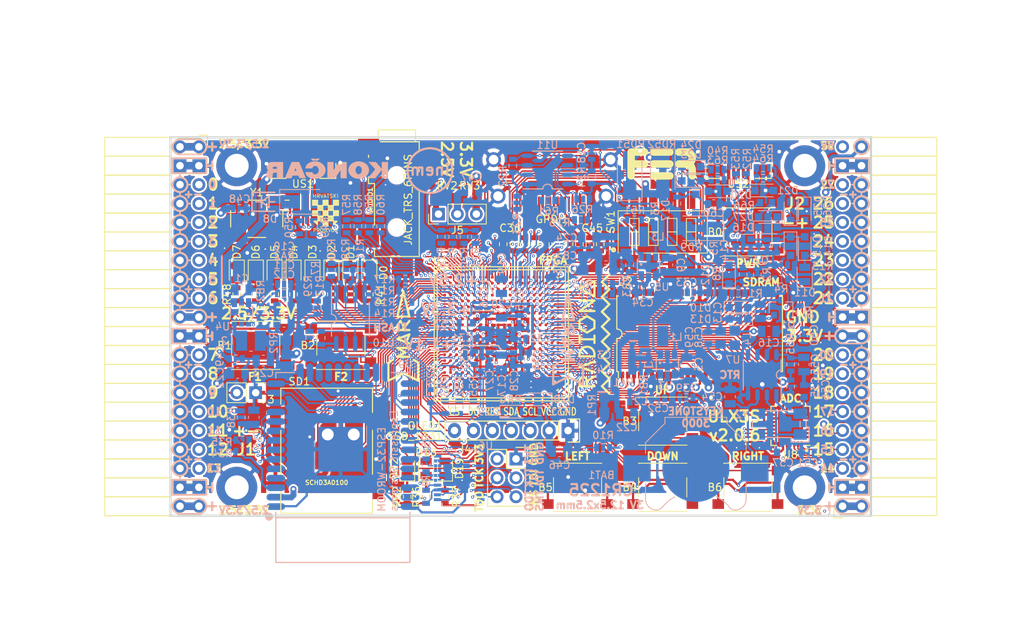
<source format=kicad_pcb>
(kicad_pcb (version 20171130) (host pcbnew 5.0.0-rc3+dfsg1-2)
  (layers (0 F.Cu signal) (1 In1.Cu signal) (2 In2.Cu signal) (31 B.Cu signal) (34 B.Paste user) (35 F.Paste user) (36 B.SilkS user) (37 F.SilkS user) (38 B.Mask user) (39 F.Mask user) (44 Edge.Cuts user))
  (net 0 "")
  (net 1 GND)
  (net 2 +5V)
  (net 3 /gpio/IN5V)
  (net 4 /gpio/OUT5V)
  (net 5 +3V3)
  (net 6 BTN_D)
  (net 7 BTN_F1)
  (net 8 BTN_F2)
  (net 9 BTN_L)
  (net 10 BTN_R)
  (net 11 BTN_U)
  (net 12 /power/FB1)
  (net 13 +2V5)
  (net 14 /power/PWREN)
  (net 15 /power/FB3)
  (net 16 /power/FB2)
  (net 17 /power/VBAT)
  (net 18 JTAG_TDI)
  (net 19 JTAG_TCK)
  (net 20 JTAG_TMS)
  (net 21 JTAG_TDO)
  (net 22 /power/WAKEUPn)
  (net 23 /power/WKUP)
  (net 24 /power/SHUT)
  (net 25 /power/WAKE)
  (net 26 /power/HOLD)
  (net 27 /power/WKn)
  (net 28 /power/OSCI_32k)
  (net 29 /power/OSCO_32k)
  (net 30 SHUTDOWN)
  (net 31 GPDI_SDA)
  (net 32 GPDI_SCL)
  (net 33 /gpdi/VREF2)
  (net 34 SD_CMD)
  (net 35 SD_CLK)
  (net 36 SD_D0)
  (net 37 SD_D1)
  (net 38 USB5V)
  (net 39 GPDI_CEC)
  (net 40 nRESET)
  (net 41 FTDI_nDTR)
  (net 42 SDRAM_CKE)
  (net 43 SDRAM_A7)
  (net 44 SDRAM_D15)
  (net 45 SDRAM_BA1)
  (net 46 SDRAM_D7)
  (net 47 SDRAM_A6)
  (net 48 SDRAM_CLK)
  (net 49 SDRAM_D13)
  (net 50 SDRAM_BA0)
  (net 51 SDRAM_D6)
  (net 52 SDRAM_A5)
  (net 53 SDRAM_D14)
  (net 54 SDRAM_A11)
  (net 55 SDRAM_D12)
  (net 56 SDRAM_D5)
  (net 57 SDRAM_A4)
  (net 58 SDRAM_A10)
  (net 59 SDRAM_D11)
  (net 60 SDRAM_A3)
  (net 61 SDRAM_D4)
  (net 62 SDRAM_D10)
  (net 63 SDRAM_D9)
  (net 64 SDRAM_A9)
  (net 65 SDRAM_D3)
  (net 66 SDRAM_D8)
  (net 67 SDRAM_A8)
  (net 68 SDRAM_A2)
  (net 69 SDRAM_A1)
  (net 70 SDRAM_A0)
  (net 71 SDRAM_D2)
  (net 72 SDRAM_D1)
  (net 73 SDRAM_D0)
  (net 74 SDRAM_DQM0)
  (net 75 SDRAM_nCS)
  (net 76 SDRAM_nRAS)
  (net 77 SDRAM_DQM1)
  (net 78 SDRAM_nCAS)
  (net 79 SDRAM_nWE)
  (net 80 /flash/FLASH_nWP)
  (net 81 /flash/FLASH_nHOLD)
  (net 82 /flash/FLASH_MOSI)
  (net 83 /flash/FLASH_MISO)
  (net 84 /flash/FLASH_SCK)
  (net 85 /flash/FLASH_nCS)
  (net 86 /flash/FPGA_PROGRAMN)
  (net 87 /flash/FPGA_DONE)
  (net 88 /flash/FPGA_INITN)
  (net 89 OLED_RES)
  (net 90 OLED_DC)
  (net 91 OLED_CS)
  (net 92 WIFI_EN)
  (net 93 FTDI_nRTS)
  (net 94 FTDI_TXD)
  (net 95 FTDI_RXD)
  (net 96 WIFI_RXD)
  (net 97 WIFI_GPIO0)
  (net 98 WIFI_TXD)
  (net 99 USB_FTDI_D+)
  (net 100 USB_FTDI_D-)
  (net 101 SD_D3)
  (net 102 AUDIO_L3)
  (net 103 AUDIO_L2)
  (net 104 AUDIO_L1)
  (net 105 AUDIO_L0)
  (net 106 AUDIO_R3)
  (net 107 AUDIO_R2)
  (net 108 AUDIO_R1)
  (net 109 AUDIO_R0)
  (net 110 OLED_CLK)
  (net 111 OLED_MOSI)
  (net 112 LED0)
  (net 113 LED1)
  (net 114 LED2)
  (net 115 LED3)
  (net 116 LED4)
  (net 117 LED5)
  (net 118 LED6)
  (net 119 LED7)
  (net 120 BTN_PWRn)
  (net 121 FTDI_nTXLED)
  (net 122 FTDI_nSLEEP)
  (net 123 /blinkey/LED_PWREN)
  (net 124 /blinkey/LED_TXLED)
  (net 125 /sdcard/SD3V3)
  (net 126 SD_D2)
  (net 127 CLK_25MHz)
  (net 128 /blinkey/BTNPUL)
  (net 129 /blinkey/BTNPUR)
  (net 130 USB_FPGA_D+)
  (net 131 /power/FTDI_nSUSPEND)
  (net 132 /blinkey/ALED0)
  (net 133 /blinkey/ALED1)
  (net 134 /blinkey/ALED2)
  (net 135 /blinkey/ALED3)
  (net 136 /blinkey/ALED4)
  (net 137 /blinkey/ALED5)
  (net 138 /blinkey/ALED6)
  (net 139 /blinkey/ALED7)
  (net 140 /usb/FTD-)
  (net 141 /usb/FTD+)
  (net 142 ADC_MISO)
  (net 143 ADC_MOSI)
  (net 144 ADC_CSn)
  (net 145 ADC_SCLK)
  (net 146 SW3)
  (net 147 SW2)
  (net 148 SW1)
  (net 149 USB_FPGA_D-)
  (net 150 /usb/FPD+)
  (net 151 /usb/FPD-)
  (net 152 WIFI_GPIO16)
  (net 153 /usb/ANT_433MHz)
  (net 154 PROG_DONE)
  (net 155 /power/P3V3)
  (net 156 /power/P2V5)
  (net 157 /power/L1)
  (net 158 /power/L3)
  (net 159 /power/L2)
  (net 160 FTDI_TXDEN)
  (net 161 SDRAM_A12)
  (net 162 /analog/AUDIO_V)
  (net 163 AUDIO_V3)
  (net 164 AUDIO_V2)
  (net 165 AUDIO_V1)
  (net 166 AUDIO_V0)
  (net 167 /blinkey/LED_WIFI)
  (net 168 /power/P1V1)
  (net 169 +1V1)
  (net 170 SW4)
  (net 171 /blinkey/SWPU)
  (net 172 /wifi/WIFIEN)
  (net 173 FT2V5)
  (net 174 GN0)
  (net 175 GP0)
  (net 176 GN1)
  (net 177 GP1)
  (net 178 GN2)
  (net 179 GP2)
  (net 180 GN3)
  (net 181 GP3)
  (net 182 GN4)
  (net 183 GP4)
  (net 184 GN5)
  (net 185 GP5)
  (net 186 GN6)
  (net 187 GP6)
  (net 188 GN14)
  (net 189 GP14)
  (net 190 GN15)
  (net 191 GP15)
  (net 192 GN16)
  (net 193 GP16)
  (net 194 GN17)
  (net 195 GP17)
  (net 196 GN18)
  (net 197 GP18)
  (net 198 GN19)
  (net 199 GP19)
  (net 200 GN20)
  (net 201 GP20)
  (net 202 GN21)
  (net 203 GP21)
  (net 204 GN22)
  (net 205 GP22)
  (net 206 GN23)
  (net 207 GP23)
  (net 208 GN24)
  (net 209 GP24)
  (net 210 GN25)
  (net 211 GP25)
  (net 212 GN26)
  (net 213 GP26)
  (net 214 GN27)
  (net 215 GP27)
  (net 216 GN7)
  (net 217 GP7)
  (net 218 GN8)
  (net 219 GP8)
  (net 220 GN9)
  (net 221 GP9)
  (net 222 GN10)
  (net 223 GP10)
  (net 224 GN11)
  (net 225 GP11)
  (net 226 GN12)
  (net 227 GP12)
  (net 228 GN13)
  (net 229 GP13)
  (net 230 WIFI_GPIO5)
  (net 231 WIFI_GPIO17)
  (net 232 USB_FPGA_PULL_D+)
  (net 233 USB_FPGA_PULL_D-)
  (net 234 "Net-(D23-Pad2)")
  (net 235 "Net-(D24-Pad1)")
  (net 236 "Net-(D25-Pad2)")
  (net 237 "Net-(D26-Pad1)")
  (net 238 /gpdi/GPDI_ETH+)
  (net 239 FPDI_ETH+)
  (net 240 /gpdi/GPDI_ETH-)
  (net 241 FPDI_ETH-)
  (net 242 /gpdi/GPDI_D2-)
  (net 243 FPDI_D2-)
  (net 244 /gpdi/GPDI_D1-)
  (net 245 FPDI_D1-)
  (net 246 /gpdi/GPDI_D0-)
  (net 247 FPDI_D0-)
  (net 248 /gpdi/GPDI_CLK-)
  (net 249 FPDI_CLK-)
  (net 250 /gpdi/GPDI_D2+)
  (net 251 FPDI_D2+)
  (net 252 /gpdi/GPDI_D1+)
  (net 253 FPDI_D1+)
  (net 254 /gpdi/GPDI_D0+)
  (net 255 FPDI_D0+)
  (net 256 /gpdi/GPDI_CLK+)
  (net 257 FPDI_CLK+)
  (net 258 FPDI_SDA)
  (net 259 FPDI_SCL)
  (net 260 /gpdi/FPDI_CEC)
  (net 261 2V5_3V3)
  (net 262 "Net-(AUDIO1-Pad5)")
  (net 263 "Net-(AUDIO1-Pad6)")
  (net 264 "Net-(U1-PadA15)")
  (net 265 "Net-(U1-PadC9)")
  (net 266 "Net-(U1-PadD9)")
  (net 267 "Net-(U1-PadD10)")
  (net 268 "Net-(U1-PadD11)")
  (net 269 "Net-(U1-PadD12)")
  (net 270 "Net-(U1-PadE6)")
  (net 271 "Net-(U1-PadE9)")
  (net 272 "Net-(U1-PadE10)")
  (net 273 "Net-(U1-PadE11)")
  (net 274 "Net-(U1-PadJ4)")
  (net 275 "Net-(U1-PadJ5)")
  (net 276 "Net-(U1-PadK5)")
  (net 277 "Net-(U1-PadL5)")
  (net 278 "Net-(U1-PadM5)")
  (net 279 SD_CD)
  (net 280 SD_WP)
  (net 281 "Net-(U1-PadR3)")
  (net 282 "Net-(U1-PadT16)")
  (net 283 "Net-(U1-PadW4)")
  (net 284 "Net-(U1-PadW5)")
  (net 285 "Net-(U1-PadW8)")
  (net 286 "Net-(U1-PadW9)")
  (net 287 "Net-(U1-PadW13)")
  (net 288 "Net-(U1-PadW14)")
  (net 289 "Net-(U1-PadW17)")
  (net 290 "Net-(U1-PadW18)")
  (net 291 FTDI_nRXLED)
  (net 292 "Net-(U8-Pad12)")
  (net 293 "Net-(U8-Pad25)")
  (net 294 "Net-(U9-Pad32)")
  (net 295 "Net-(U9-Pad22)")
  (net 296 "Net-(U9-Pad21)")
  (net 297 "Net-(U9-Pad20)")
  (net 298 "Net-(U9-Pad19)")
  (net 299 "Net-(U9-Pad18)")
  (net 300 "Net-(U9-Pad17)")
  (net 301 "Net-(U9-Pad12)")
  (net 302 "Net-(U9-Pad5)")
  (net 303 "Net-(U9-Pad4)")
  (net 304 "Net-(US1-Pad4)")
  (net 305 "Net-(Y2-Pad3)")
  (net 306 "Net-(Y2-Pad2)")
  (net 307 "Net-(U1-PadK16)")
  (net 308 "Net-(U1-PadK17)")
  (net 309 /usb/US2VBUS)
  (net 310 /power/SHD)
  (net 311 /power/RTCVDD)
  (net 312 "Net-(D27-Pad2)")
  (net 313 US2_ID)
  (net 314 /analog/AUDIO_L)
  (net 315 /analog/AUDIO_R)
  (net 316 /analog/ADC3V3)
  (net 317 PWRBTn)
  (net 318 USER_PROGRAMN)
  (module lfe5bg381:BGA-381_pitch0.8mm_dia0.4mm (layer F.Cu) (at 138.48 87.8)
    (fp_text reference U1 (at -8.2 -9.8) (layer F.SilkS))
    (fp_text value LFE5U-85F-6BG381C)
    (pad Y19 smd circle (at 6.8 7.6) (size 0.4 0.35) (layers F.Cu F.Paste F.Mask) (net 1 GND))
    (pad Y17 smd circle (at 5.2 7.6) (size 0.4 0.35) (layers F.Cu F.Paste F.Mask) (net 1 GND))
    (pad Y16 smd circle (at 4.4 7.6) (size 0.4 0.35) (layers F.Cu F.Paste F.Mask) (net 1 GND))
    (pad Y15 smd circle (at 3.6 7.6) (size 0.4 0.35) (layers F.Cu F.Paste F.Mask) (net 1 GND))
    (pad Y14 smd circle (at 2.8 7.6) (size 0.4 0.35) (layers F.Cu F.Paste F.Mask) (net 1 GND))
    (pad Y12 smd circle (at 1.2 7.6) (size 0.4 0.35) (layers F.Cu F.Paste F.Mask) (net 1 GND))
    (pad Y11 smd circle (at 0.4 7.6) (size 0.4 0.35) (layers F.Cu F.Paste F.Mask) (net 1 GND))
    (pad Y8 smd circle (at -2 7.6) (size 0.4 0.35) (layers F.Cu F.Paste F.Mask) (net 1 GND))
    (pad Y7 smd circle (at -2.8 7.6) (size 0.4 0.35) (layers F.Cu F.Paste F.Mask) (net 1 GND))
    (pad Y6 smd circle (at -3.6 7.6) (size 0.4 0.35) (layers F.Cu F.Paste F.Mask) (net 1 GND))
    (pad Y5 smd circle (at -4.4 7.6) (size 0.4 0.35) (layers F.Cu F.Paste F.Mask) (net 1 GND))
    (pad Y3 smd circle (at -6 7.6) (size 0.4 0.35) (layers F.Cu F.Paste F.Mask) (net 87 /flash/FPGA_DONE))
    (pad Y2 smd circle (at -6.8 7.6) (size 0.4 0.35) (layers F.Cu F.Paste F.Mask) (net 80 /flash/FLASH_nWP))
    (pad W20 smd circle (at 7.6 6.8) (size 0.4 0.35) (layers F.Cu F.Paste F.Mask) (net 1 GND))
    (pad W19 smd circle (at 6.8 6.8) (size 0.4 0.35) (layers F.Cu F.Paste F.Mask) (net 1 GND))
    (pad W18 smd circle (at 6 6.8) (size 0.4 0.35) (layers F.Cu F.Paste F.Mask) (net 290 "Net-(U1-PadW18)"))
    (pad W17 smd circle (at 5.2 6.8) (size 0.4 0.35) (layers F.Cu F.Paste F.Mask) (net 289 "Net-(U1-PadW17)"))
    (pad W16 smd circle (at 4.4 6.8) (size 0.4 0.35) (layers F.Cu F.Paste F.Mask) (net 1 GND))
    (pad W15 smd circle (at 3.6 6.8) (size 0.4 0.35) (layers F.Cu F.Paste F.Mask) (net 1 GND))
    (pad W14 smd circle (at 2.8 6.8) (size 0.4 0.35) (layers F.Cu F.Paste F.Mask) (net 288 "Net-(U1-PadW14)"))
    (pad W13 smd circle (at 2 6.8) (size 0.4 0.35) (layers F.Cu F.Paste F.Mask) (net 287 "Net-(U1-PadW13)"))
    (pad W12 smd circle (at 1.2 6.8) (size 0.4 0.35) (layers F.Cu F.Paste F.Mask) (net 1 GND))
    (pad W11 smd circle (at 0.4 6.8) (size 0.4 0.35) (layers F.Cu F.Paste F.Mask))
    (pad W10 smd circle (at -0.4 6.8) (size 0.4 0.35) (layers F.Cu F.Paste F.Mask))
    (pad W9 smd circle (at -1.2 6.8) (size 0.4 0.35) (layers F.Cu F.Paste F.Mask) (net 286 "Net-(U1-PadW9)"))
    (pad W8 smd circle (at -2 6.8) (size 0.4 0.35) (layers F.Cu F.Paste F.Mask) (net 285 "Net-(U1-PadW8)"))
    (pad W7 smd circle (at -2.8 6.8) (size 0.4 0.35) (layers F.Cu F.Paste F.Mask) (net 1 GND))
    (pad W6 smd circle (at -3.6 6.8) (size 0.4 0.35) (layers F.Cu F.Paste F.Mask) (net 1 GND))
    (pad W5 smd circle (at -4.4 6.8) (size 0.4 0.35) (layers F.Cu F.Paste F.Mask) (net 284 "Net-(U1-PadW5)"))
    (pad W4 smd circle (at -5.2 6.8) (size 0.4 0.35) (layers F.Cu F.Paste F.Mask) (net 283 "Net-(U1-PadW4)"))
    (pad W3 smd circle (at -6 6.8) (size 0.4 0.35) (layers F.Cu F.Paste F.Mask) (net 86 /flash/FPGA_PROGRAMN))
    (pad W2 smd circle (at -6.8 6.8) (size 0.4 0.35) (layers F.Cu F.Paste F.Mask) (net 82 /flash/FLASH_MOSI))
    (pad W1 smd circle (at -7.6 6.8) (size 0.4 0.35) (layers F.Cu F.Paste F.Mask) (net 81 /flash/FLASH_nHOLD))
    (pad V20 smd circle (at 7.6 6) (size 0.4 0.35) (layers F.Cu F.Paste F.Mask) (net 1 GND))
    (pad V19 smd circle (at 6.8 6) (size 0.4 0.35) (layers F.Cu F.Paste F.Mask) (net 1 GND))
    (pad V18 smd circle (at 6 6) (size 0.4 0.35) (layers F.Cu F.Paste F.Mask) (net 1 GND))
    (pad V17 smd circle (at 5.2 6) (size 0.4 0.35) (layers F.Cu F.Paste F.Mask) (net 1 GND))
    (pad V16 smd circle (at 4.4 6) (size 0.4 0.35) (layers F.Cu F.Paste F.Mask) (net 1 GND))
    (pad V15 smd circle (at 3.6 6) (size 0.4 0.35) (layers F.Cu F.Paste F.Mask) (net 1 GND))
    (pad V14 smd circle (at 2.8 6) (size 0.4 0.35) (layers F.Cu F.Paste F.Mask) (net 1 GND))
    (pad V13 smd circle (at 2 6) (size 0.4 0.35) (layers F.Cu F.Paste F.Mask) (net 1 GND))
    (pad V12 smd circle (at 1.2 6) (size 0.4 0.35) (layers F.Cu F.Paste F.Mask) (net 1 GND))
    (pad V11 smd circle (at 0.4 6) (size 0.4 0.35) (layers F.Cu F.Paste F.Mask) (net 1 GND))
    (pad V10 smd circle (at -0.4 6) (size 0.4 0.35) (layers F.Cu F.Paste F.Mask) (net 1 GND))
    (pad V9 smd circle (at -1.2 6) (size 0.4 0.35) (layers F.Cu F.Paste F.Mask) (net 1 GND))
    (pad V8 smd circle (at -2 6) (size 0.4 0.35) (layers F.Cu F.Paste F.Mask) (net 1 GND))
    (pad V7 smd circle (at -2.8 6) (size 0.4 0.35) (layers F.Cu F.Paste F.Mask) (net 1 GND))
    (pad V6 smd circle (at -3.6 6) (size 0.4 0.35) (layers F.Cu F.Paste F.Mask) (net 1 GND))
    (pad V5 smd circle (at -4.4 6) (size 0.4 0.35) (layers F.Cu F.Paste F.Mask) (net 1 GND))
    (pad V4 smd circle (at -5.2 6) (size 0.4 0.35) (layers F.Cu F.Paste F.Mask) (net 21 JTAG_TDO))
    (pad V3 smd circle (at -6 6) (size 0.4 0.35) (layers F.Cu F.Paste F.Mask) (net 88 /flash/FPGA_INITN))
    (pad V2 smd circle (at -6.8 6) (size 0.4 0.35) (layers F.Cu F.Paste F.Mask) (net 83 /flash/FLASH_MISO))
    (pad V1 smd circle (at -7.6 6) (size 0.4 0.35) (layers F.Cu F.Paste F.Mask) (net 6 BTN_D))
    (pad U20 smd circle (at 7.6 5.2) (size 0.4 0.35) (layers F.Cu F.Paste F.Mask) (net 46 SDRAM_D7))
    (pad U19 smd circle (at 6.8 5.2) (size 0.4 0.35) (layers F.Cu F.Paste F.Mask) (net 74 SDRAM_DQM0))
    (pad U18 smd circle (at 6 5.2) (size 0.4 0.35) (layers F.Cu F.Paste F.Mask) (net 189 GP14))
    (pad U17 smd circle (at 5.2 5.2) (size 0.4 0.35) (layers F.Cu F.Paste F.Mask) (net 188 GN14))
    (pad U16 smd circle (at 4.4 5.2) (size 0.4 0.35) (layers F.Cu F.Paste F.Mask) (net 142 ADC_MISO))
    (pad U15 smd circle (at 3.6 5.2) (size 0.4 0.35) (layers F.Cu F.Paste F.Mask) (net 1 GND))
    (pad U14 smd circle (at 2.8 5.2) (size 0.4 0.35) (layers F.Cu F.Paste F.Mask) (net 1 GND))
    (pad U13 smd circle (at 2 5.2) (size 0.4 0.35) (layers F.Cu F.Paste F.Mask) (net 1 GND))
    (pad U12 smd circle (at 1.2 5.2) (size 0.4 0.35) (layers F.Cu F.Paste F.Mask) (net 1 GND))
    (pad U11 smd circle (at 0.4 5.2) (size 0.4 0.35) (layers F.Cu F.Paste F.Mask) (net 1 GND))
    (pad U10 smd circle (at -0.4 5.2) (size 0.4 0.35) (layers F.Cu F.Paste F.Mask) (net 1 GND))
    (pad U9 smd circle (at -1.2 5.2) (size 0.4 0.35) (layers F.Cu F.Paste F.Mask) (net 1 GND))
    (pad U8 smd circle (at -2 5.2) (size 0.4 0.35) (layers F.Cu F.Paste F.Mask) (net 1 GND))
    (pad U7 smd circle (at -2.8 5.2) (size 0.4 0.35) (layers F.Cu F.Paste F.Mask) (net 1 GND))
    (pad U6 smd circle (at -3.6 5.2) (size 0.4 0.35) (layers F.Cu F.Paste F.Mask) (net 1 GND))
    (pad U5 smd circle (at -4.4 5.2) (size 0.4 0.35) (layers F.Cu F.Paste F.Mask) (net 20 JTAG_TMS))
    (pad U4 smd circle (at -5.2 5.2) (size 0.4 0.35) (layers F.Cu F.Paste F.Mask) (net 1 GND))
    (pad U3 smd circle (at -6 5.2) (size 0.4 0.35) (layers F.Cu F.Paste F.Mask) (net 84 /flash/FLASH_SCK))
    (pad U2 smd circle (at -6.8 5.2) (size 0.4 0.35) (layers F.Cu F.Paste F.Mask) (net 5 +3V3))
    (pad U1 smd circle (at -7.6 5.2) (size 0.4 0.35) (layers F.Cu F.Paste F.Mask) (net 9 BTN_L))
    (pad T20 smd circle (at 7.6 4.4) (size 0.4 0.35) (layers F.Cu F.Paste F.Mask) (net 79 SDRAM_nWE))
    (pad T19 smd circle (at 6.8 4.4) (size 0.4 0.35) (layers F.Cu F.Paste F.Mask) (net 78 SDRAM_nCAS))
    (pad T18 smd circle (at 6 4.4) (size 0.4 0.35) (layers F.Cu F.Paste F.Mask) (net 56 SDRAM_D5))
    (pad T17 smd circle (at 5.2 4.4) (size 0.4 0.35) (layers F.Cu F.Paste F.Mask) (net 51 SDRAM_D6))
    (pad T16 smd circle (at 4.4 4.4) (size 0.4 0.35) (layers F.Cu F.Paste F.Mask) (net 282 "Net-(U1-PadT16)"))
    (pad T15 smd circle (at 3.6 4.4) (size 0.4 0.35) (layers F.Cu F.Paste F.Mask) (net 1 GND))
    (pad T14 smd circle (at 2.8 4.4) (size 0.4 0.35) (layers F.Cu F.Paste F.Mask) (net 1 GND))
    (pad T13 smd circle (at 2 4.4) (size 0.4 0.35) (layers F.Cu F.Paste F.Mask) (net 1 GND))
    (pad T12 smd circle (at 1.2 4.4) (size 0.4 0.35) (layers F.Cu F.Paste F.Mask) (net 1 GND))
    (pad T11 smd circle (at 0.4 4.4) (size 0.4 0.35) (layers F.Cu F.Paste F.Mask) (net 1 GND))
    (pad T10 smd circle (at -0.4 4.4) (size 0.4 0.35) (layers F.Cu F.Paste F.Mask) (net 1 GND))
    (pad T9 smd circle (at -1.2 4.4) (size 0.4 0.35) (layers F.Cu F.Paste F.Mask) (net 1 GND))
    (pad T8 smd circle (at -2 4.4) (size 0.4 0.35) (layers F.Cu F.Paste F.Mask) (net 1 GND))
    (pad T7 smd circle (at -2.8 4.4) (size 0.4 0.35) (layers F.Cu F.Paste F.Mask) (net 1 GND))
    (pad T6 smd circle (at -3.6 4.4) (size 0.4 0.35) (layers F.Cu F.Paste F.Mask) (net 1 GND))
    (pad T5 smd circle (at -4.4 4.4) (size 0.4 0.35) (layers F.Cu F.Paste F.Mask) (net 19 JTAG_TCK))
    (pad T4 smd circle (at -5.2 4.4) (size 0.4 0.35) (layers F.Cu F.Paste F.Mask) (net 5 +3V3))
    (pad T3 smd circle (at -6 4.4) (size 0.4 0.35) (layers F.Cu F.Paste F.Mask) (net 5 +3V3))
    (pad T2 smd circle (at -6.8 4.4) (size 0.4 0.35) (layers F.Cu F.Paste F.Mask) (net 5 +3V3))
    (pad T1 smd circle (at -7.6 4.4) (size 0.4 0.35) (layers F.Cu F.Paste F.Mask) (net 8 BTN_F2))
    (pad R20 smd circle (at 7.6 3.6) (size 0.4 0.35) (layers F.Cu F.Paste F.Mask) (net 76 SDRAM_nRAS))
    (pad R19 smd circle (at 6.8 3.6) (size 0.4 0.35) (layers F.Cu F.Paste F.Mask) (net 1 GND))
    (pad R18 smd circle (at 6 3.6) (size 0.4 0.35) (layers F.Cu F.Paste F.Mask) (net 11 BTN_U))
    (pad R17 smd circle (at 5.2 3.6) (size 0.4 0.35) (layers F.Cu F.Paste F.Mask) (net 144 ADC_CSn))
    (pad R16 smd circle (at 4.4 3.6) (size 0.4 0.35) (layers F.Cu F.Paste F.Mask) (net 143 ADC_MOSI))
    (pad R5 smd circle (at -4.4 3.6) (size 0.4 0.35) (layers F.Cu F.Paste F.Mask) (net 18 JTAG_TDI))
    (pad R4 smd circle (at -5.2 3.6) (size 0.4 0.35) (layers F.Cu F.Paste F.Mask) (net 1 GND))
    (pad R3 smd circle (at -6 3.6) (size 0.4 0.35) (layers F.Cu F.Paste F.Mask) (net 281 "Net-(U1-PadR3)"))
    (pad R2 smd circle (at -6.8 3.6) (size 0.4 0.35) (layers F.Cu F.Paste F.Mask) (net 85 /flash/FLASH_nCS))
    (pad R1 smd circle (at -7.6 3.6) (size 0.4 0.35) (layers F.Cu F.Paste F.Mask) (net 7 BTN_F1))
    (pad P20 smd circle (at 7.6 2.8) (size 0.4 0.35) (layers F.Cu F.Paste F.Mask) (net 75 SDRAM_nCS))
    (pad P19 smd circle (at 6.8 2.8) (size 0.4 0.35) (layers F.Cu F.Paste F.Mask) (net 50 SDRAM_BA0))
    (pad P18 smd circle (at 6 2.8) (size 0.4 0.35) (layers F.Cu F.Paste F.Mask) (net 61 SDRAM_D4))
    (pad P17 smd circle (at 5.2 2.8) (size 0.4 0.35) (layers F.Cu F.Paste F.Mask) (net 145 ADC_SCLK))
    (pad P16 smd circle (at 4.4 2.8) (size 0.4 0.35) (layers F.Cu F.Paste F.Mask) (net 190 GN15))
    (pad P15 smd circle (at 3.6 2.8) (size 0.4 0.35) (layers F.Cu F.Paste F.Mask) (net 13 +2V5))
    (pad P14 smd circle (at 2.8 2.8) (size 0.4 0.35) (layers F.Cu F.Paste F.Mask) (net 1 GND))
    (pad P13 smd circle (at 2 2.8) (size 0.4 0.35) (layers F.Cu F.Paste F.Mask) (net 1 GND))
    (pad P12 smd circle (at 1.2 2.8) (size 0.4 0.35) (layers F.Cu F.Paste F.Mask) (net 1 GND))
    (pad P11 smd circle (at 0.4 2.8) (size 0.4 0.35) (layers F.Cu F.Paste F.Mask) (net 1 GND))
    (pad P10 smd circle (at -0.4 2.8) (size 0.4 0.35) (layers F.Cu F.Paste F.Mask) (net 5 +3V3))
    (pad P9 smd circle (at -1.2 2.8) (size 0.4 0.35) (layers F.Cu F.Paste F.Mask) (net 5 +3V3))
    (pad P8 smd circle (at -2 2.8) (size 0.4 0.35) (layers F.Cu F.Paste F.Mask) (net 1 GND))
    (pad P7 smd circle (at -2.8 2.8) (size 0.4 0.35) (layers F.Cu F.Paste F.Mask) (net 1 GND))
    (pad P6 smd circle (at -3.6 2.8) (size 0.4 0.35) (layers F.Cu F.Paste F.Mask) (net 13 +2V5))
    (pad P5 smd circle (at -4.4 2.8) (size 0.4 0.35) (layers F.Cu F.Paste F.Mask) (net 280 SD_WP))
    (pad P4 smd circle (at -5.2 2.8) (size 0.4 0.35) (layers F.Cu F.Paste F.Mask) (net 110 OLED_CLK))
    (pad P3 smd circle (at -6 2.8) (size 0.4 0.35) (layers F.Cu F.Paste F.Mask) (net 111 OLED_MOSI))
    (pad P2 smd circle (at -6.8 2.8) (size 0.4 0.35) (layers F.Cu F.Paste F.Mask) (net 89 OLED_RES))
    (pad P1 smd circle (at -7.6 2.8) (size 0.4 0.35) (layers F.Cu F.Paste F.Mask) (net 90 OLED_DC))
    (pad N20 smd circle (at 7.6 2) (size 0.4 0.35) (layers F.Cu F.Paste F.Mask) (net 45 SDRAM_BA1))
    (pad N19 smd circle (at 6.8 2) (size 0.4 0.35) (layers F.Cu F.Paste F.Mask) (net 58 SDRAM_A10))
    (pad N18 smd circle (at 6 2) (size 0.4 0.35) (layers F.Cu F.Paste F.Mask) (net 65 SDRAM_D3))
    (pad N17 smd circle (at 5.2 2) (size 0.4 0.35) (layers F.Cu F.Paste F.Mask) (net 191 GP15))
    (pad N16 smd circle (at 4.4 2) (size 0.4 0.35) (layers F.Cu F.Paste F.Mask) (net 193 GP16))
    (pad N15 smd circle (at 3.6 2) (size 0.4 0.35) (layers F.Cu F.Paste F.Mask) (net 1 GND))
    (pad N14 smd circle (at 2.8 2) (size 0.4 0.35) (layers F.Cu F.Paste F.Mask) (net 1 GND))
    (pad N13 smd circle (at 2 2) (size 0.4 0.35) (layers F.Cu F.Paste F.Mask) (net 169 +1V1))
    (pad N12 smd circle (at 1.2 2) (size 0.4 0.35) (layers F.Cu F.Paste F.Mask) (net 169 +1V1))
    (pad N11 smd circle (at 0.4 2) (size 0.4 0.35) (layers F.Cu F.Paste F.Mask) (net 169 +1V1))
    (pad N10 smd circle (at -0.4 2) (size 0.4 0.35) (layers F.Cu F.Paste F.Mask) (net 169 +1V1))
    (pad N9 smd circle (at -1.2 2) (size 0.4 0.35) (layers F.Cu F.Paste F.Mask) (net 169 +1V1))
    (pad N8 smd circle (at -2 2) (size 0.4 0.35) (layers F.Cu F.Paste F.Mask) (net 169 +1V1))
    (pad N7 smd circle (at -2.8 2) (size 0.4 0.35) (layers F.Cu F.Paste F.Mask) (net 1 GND))
    (pad N6 smd circle (at -3.6 2) (size 0.4 0.35) (layers F.Cu F.Paste F.Mask) (net 1 GND))
    (pad N5 smd circle (at -4.4 2) (size 0.4 0.35) (layers F.Cu F.Paste F.Mask) (net 279 SD_CD))
    (pad N4 smd circle (at -5.2 2) (size 0.4 0.35) (layers F.Cu F.Paste F.Mask) (net 230 WIFI_GPIO5))
    (pad N3 smd circle (at -6 2) (size 0.4 0.35) (layers F.Cu F.Paste F.Mask) (net 231 WIFI_GPIO17))
    (pad N2 smd circle (at -6.8 2) (size 0.4 0.35) (layers F.Cu F.Paste F.Mask) (net 91 OLED_CS))
    (pad N1 smd circle (at -7.6 2) (size 0.4 0.35) (layers F.Cu F.Paste F.Mask) (net 41 FTDI_nDTR))
    (pad M20 smd circle (at 7.6 1.2) (size 0.4 0.35) (layers F.Cu F.Paste F.Mask) (net 70 SDRAM_A0))
    (pad M19 smd circle (at 6.8 1.2) (size 0.4 0.35) (layers F.Cu F.Paste F.Mask) (net 69 SDRAM_A1))
    (pad M18 smd circle (at 6 1.2) (size 0.4 0.35) (layers F.Cu F.Paste F.Mask) (net 71 SDRAM_D2))
    (pad M17 smd circle (at 5.2 1.2) (size 0.4 0.35) (layers F.Cu F.Paste F.Mask) (net 192 GN16))
    (pad M16 smd circle (at 4.4 1.2) (size 0.4 0.35) (layers F.Cu F.Paste F.Mask) (net 1 GND))
    (pad M15 smd circle (at 3.6 1.2) (size 0.4 0.35) (layers F.Cu F.Paste F.Mask) (net 5 +3V3))
    (pad M14 smd circle (at 2.8 1.2) (size 0.4 0.35) (layers F.Cu F.Paste F.Mask) (net 1 GND))
    (pad M13 smd circle (at 2 1.2) (size 0.4 0.35) (layers F.Cu F.Paste F.Mask) (net 169 +1V1))
    (pad M12 smd circle (at 1.2 1.2) (size 0.4 0.35) (layers F.Cu F.Paste F.Mask) (net 1 GND))
    (pad M11 smd circle (at 0.4 1.2) (size 0.4 0.35) (layers F.Cu F.Paste F.Mask) (net 1 GND))
    (pad M10 smd circle (at -0.4 1.2) (size 0.4 0.35) (layers F.Cu F.Paste F.Mask) (net 1 GND))
    (pad M9 smd circle (at -1.2 1.2) (size 0.4 0.35) (layers F.Cu F.Paste F.Mask) (net 1 GND))
    (pad M8 smd circle (at -2 1.2) (size 0.4 0.35) (layers F.Cu F.Paste F.Mask) (net 169 +1V1))
    (pad M7 smd circle (at -2.8 1.2) (size 0.4 0.35) (layers F.Cu F.Paste F.Mask) (net 1 GND))
    (pad M6 smd circle (at -3.6 1.2) (size 0.4 0.35) (layers F.Cu F.Paste F.Mask) (net 5 +3V3))
    (pad M5 smd circle (at -4.4 1.2) (size 0.4 0.35) (layers F.Cu F.Paste F.Mask) (net 278 "Net-(U1-PadM5)"))
    (pad M4 smd circle (at -5.2 1.2) (size 0.4 0.35) (layers F.Cu F.Paste F.Mask) (net 318 USER_PROGRAMN))
    (pad M3 smd circle (at -6 1.2) (size 0.4 0.35) (layers F.Cu F.Paste F.Mask) (net 93 FTDI_nRTS))
    (pad M2 smd circle (at -6.8 1.2) (size 0.4 0.35) (layers F.Cu F.Paste F.Mask) (net 1 GND))
    (pad M1 smd circle (at -7.6 1.2) (size 0.4 0.35) (layers F.Cu F.Paste F.Mask) (net 94 FTDI_TXD))
    (pad L20 smd circle (at 7.6 0.4) (size 0.4 0.35) (layers F.Cu F.Paste F.Mask) (net 68 SDRAM_A2))
    (pad L19 smd circle (at 6.8 0.4) (size 0.4 0.35) (layers F.Cu F.Paste F.Mask) (net 60 SDRAM_A3))
    (pad L18 smd circle (at 6 0.4) (size 0.4 0.35) (layers F.Cu F.Paste F.Mask) (net 72 SDRAM_D1))
    (pad L17 smd circle (at 5.2 0.4) (size 0.4 0.35) (layers F.Cu F.Paste F.Mask) (net 194 GN17))
    (pad L16 smd circle (at 4.4 0.4) (size 0.4 0.35) (layers F.Cu F.Paste F.Mask) (net 195 GP17))
    (pad L15 smd circle (at 3.6 0.4) (size 0.4 0.35) (layers F.Cu F.Paste F.Mask) (net 5 +3V3))
    (pad L14 smd circle (at 2.8 0.4) (size 0.4 0.35) (layers F.Cu F.Paste F.Mask) (net 5 +3V3))
    (pad L13 smd circle (at 2 0.4) (size 0.4 0.35) (layers F.Cu F.Paste F.Mask) (net 169 +1V1))
    (pad L12 smd circle (at 1.2 0.4) (size 0.4 0.35) (layers F.Cu F.Paste F.Mask) (net 1 GND))
    (pad L11 smd circle (at 0.4 0.4) (size 0.4 0.35) (layers F.Cu F.Paste F.Mask) (net 1 GND))
    (pad L10 smd circle (at -0.4 0.4) (size 0.4 0.35) (layers F.Cu F.Paste F.Mask) (net 1 GND))
    (pad L9 smd circle (at -1.2 0.4) (size 0.4 0.35) (layers F.Cu F.Paste F.Mask) (net 1 GND))
    (pad L8 smd circle (at -2 0.4) (size 0.4 0.35) (layers F.Cu F.Paste F.Mask) (net 169 +1V1))
    (pad L7 smd circle (at -2.8 0.4) (size 0.4 0.35) (layers F.Cu F.Paste F.Mask) (net 5 +3V3))
    (pad L6 smd circle (at -3.6 0.4) (size 0.4 0.35) (layers F.Cu F.Paste F.Mask) (net 5 +3V3))
    (pad L5 smd circle (at -4.4 0.4) (size 0.4 0.35) (layers F.Cu F.Paste F.Mask) (net 277 "Net-(U1-PadL5)"))
    (pad L4 smd circle (at -5.2 0.4) (size 0.4 0.35) (layers F.Cu F.Paste F.Mask) (net 95 FTDI_RXD))
    (pad L3 smd circle (at -6 0.4) (size 0.4 0.35) (layers F.Cu F.Paste F.Mask) (net 160 FTDI_TXDEN))
    (pad L2 smd circle (at -6.8 0.4) (size 0.4 0.35) (layers F.Cu F.Paste F.Mask) (net 97 WIFI_GPIO0))
    (pad L1 smd circle (at -7.6 0.4) (size 0.4 0.35) (layers F.Cu F.Paste F.Mask) (net 152 WIFI_GPIO16))
    (pad K20 smd circle (at 7.6 -0.4) (size 0.4 0.35) (layers F.Cu F.Paste F.Mask) (net 57 SDRAM_A4))
    (pad K19 smd circle (at 6.8 -0.4) (size 0.4 0.35) (layers F.Cu F.Paste F.Mask) (net 52 SDRAM_A5))
    (pad K18 smd circle (at 6 -0.4) (size 0.4 0.35) (layers F.Cu F.Paste F.Mask) (net 47 SDRAM_A6))
    (pad K17 smd circle (at 5.2 -0.4) (size 0.4 0.35) (layers F.Cu F.Paste F.Mask) (net 308 "Net-(U1-PadK17)"))
    (pad K16 smd circle (at 4.4 -0.4) (size 0.4 0.35) (layers F.Cu F.Paste F.Mask) (net 307 "Net-(U1-PadK16)"))
    (pad K15 smd circle (at 3.6 -0.4) (size 0.4 0.35) (layers F.Cu F.Paste F.Mask) (net 1 GND))
    (pad K14 smd circle (at 2.8 -0.4) (size 0.4 0.35) (layers F.Cu F.Paste F.Mask) (net 1 GND))
    (pad K13 smd circle (at 2 -0.4) (size 0.4 0.35) (layers F.Cu F.Paste F.Mask) (net 169 +1V1))
    (pad K12 smd circle (at 1.2 -0.4) (size 0.4 0.35) (layers F.Cu F.Paste F.Mask) (net 1 GND))
    (pad K11 smd circle (at 0.4 -0.4) (size 0.4 0.35) (layers F.Cu F.Paste F.Mask) (net 1 GND))
    (pad K10 smd circle (at -0.4 -0.4) (size 0.4 0.35) (layers F.Cu F.Paste F.Mask) (net 1 GND))
    (pad K9 smd circle (at -1.2 -0.4) (size 0.4 0.35) (layers F.Cu F.Paste F.Mask) (net 1 GND))
    (pad K8 smd circle (at -2 -0.4) (size 0.4 0.35) (layers F.Cu F.Paste F.Mask) (net 169 +1V1))
    (pad K7 smd circle (at -2.8 -0.4) (size 0.4 0.35) (layers F.Cu F.Paste F.Mask) (net 1 GND))
    (pad K6 smd circle (at -3.6 -0.4) (size 0.4 0.35) (layers F.Cu F.Paste F.Mask) (net 1 GND))
    (pad K5 smd circle (at -4.4 -0.4) (size 0.4 0.35) (layers F.Cu F.Paste F.Mask) (net 276 "Net-(U1-PadK5)"))
    (pad K4 smd circle (at -5.2 -0.4) (size 0.4 0.35) (layers F.Cu F.Paste F.Mask) (net 98 WIFI_TXD))
    (pad K3 smd circle (at -6 -0.4) (size 0.4 0.35) (layers F.Cu F.Paste F.Mask) (net 96 WIFI_RXD))
    (pad K2 smd circle (at -6.8 -0.4) (size 0.4 0.35) (layers F.Cu F.Paste F.Mask) (net 101 SD_D3))
    (pad K1 smd circle (at -7.6 -0.4) (size 0.4 0.35) (layers F.Cu F.Paste F.Mask) (net 126 SD_D2))
    (pad J20 smd circle (at 7.6 -1.2) (size 0.4 0.35) (layers F.Cu F.Paste F.Mask) (net 43 SDRAM_A7))
    (pad J19 smd circle (at 6.8 -1.2) (size 0.4 0.35) (layers F.Cu F.Paste F.Mask) (net 67 SDRAM_A8))
    (pad J18 smd circle (at 6 -1.2) (size 0.4 0.35) (layers F.Cu F.Paste F.Mask) (net 53 SDRAM_D14))
    (pad J17 smd circle (at 5.2 -1.2) (size 0.4 0.35) (layers F.Cu F.Paste F.Mask) (net 44 SDRAM_D15))
    (pad J16 smd circle (at 4.4 -1.2) (size 0.4 0.35) (layers F.Cu F.Paste F.Mask) (net 73 SDRAM_D0))
    (pad J15 smd circle (at 3.6 -1.2) (size 0.4 0.35) (layers F.Cu F.Paste F.Mask) (net 5 +3V3))
    (pad J14 smd circle (at 2.8 -1.2) (size 0.4 0.35) (layers F.Cu F.Paste F.Mask) (net 1 GND))
    (pad J13 smd circle (at 2 -1.2) (size 0.4 0.35) (layers F.Cu F.Paste F.Mask) (net 169 +1V1))
    (pad J12 smd circle (at 1.2 -1.2) (size 0.4 0.35) (layers F.Cu F.Paste F.Mask) (net 1 GND))
    (pad J11 smd circle (at 0.4 -1.2) (size 0.4 0.35) (layers F.Cu F.Paste F.Mask) (net 1 GND))
    (pad J10 smd circle (at -0.4 -1.2) (size 0.4 0.35) (layers F.Cu F.Paste F.Mask) (net 1 GND))
    (pad J9 smd circle (at -1.2 -1.2) (size 0.4 0.35) (layers F.Cu F.Paste F.Mask) (net 1 GND))
    (pad J8 smd circle (at -2 -1.2) (size 0.4 0.35) (layers F.Cu F.Paste F.Mask) (net 169 +1V1))
    (pad J7 smd circle (at -2.8 -1.2) (size 0.4 0.35) (layers F.Cu F.Paste F.Mask) (net 1 GND))
    (pad J6 smd circle (at -3.6 -1.2) (size 0.4 0.35) (layers F.Cu F.Paste F.Mask) (net 261 2V5_3V3))
    (pad J5 smd circle (at -4.4 -1.2) (size 0.4 0.35) (layers F.Cu F.Paste F.Mask) (net 275 "Net-(U1-PadJ5)"))
    (pad J4 smd circle (at -5.2 -1.2) (size 0.4 0.35) (layers F.Cu F.Paste F.Mask) (net 274 "Net-(U1-PadJ4)"))
    (pad J3 smd circle (at -6 -1.2) (size 0.4 0.35) (layers F.Cu F.Paste F.Mask) (net 36 SD_D0))
    (pad J2 smd circle (at -6.8 -1.2) (size 0.4 0.35) (layers F.Cu F.Paste F.Mask) (net 1 GND))
    (pad J1 smd circle (at -7.6 -1.2) (size 0.4 0.35) (layers F.Cu F.Paste F.Mask) (net 34 SD_CMD))
    (pad H20 smd circle (at 7.6 -2) (size 0.4 0.35) (layers F.Cu F.Paste F.Mask) (net 64 SDRAM_A9))
    (pad H19 smd circle (at 6.8 -2) (size 0.4 0.35) (layers F.Cu F.Paste F.Mask) (net 1 GND))
    (pad H18 smd circle (at 6 -2) (size 0.4 0.35) (layers F.Cu F.Paste F.Mask) (net 197 GP18))
    (pad H17 smd circle (at 5.2 -2) (size 0.4 0.35) (layers F.Cu F.Paste F.Mask) (net 196 GN18))
    (pad H16 smd circle (at 4.4 -2) (size 0.4 0.35) (layers F.Cu F.Paste F.Mask) (net 10 BTN_R))
    (pad H15 smd circle (at 3.6 -2) (size 0.4 0.35) (layers F.Cu F.Paste F.Mask) (net 5 +3V3))
    (pad H14 smd circle (at 2.8 -2) (size 0.4 0.35) (layers F.Cu F.Paste F.Mask) (net 5 +3V3))
    (pad H13 smd circle (at 2 -2) (size 0.4 0.35) (layers F.Cu F.Paste F.Mask) (net 169 +1V1))
    (pad H12 smd circle (at 1.2 -2) (size 0.4 0.35) (layers F.Cu F.Paste F.Mask) (net 169 +1V1))
    (pad H11 smd circle (at 0.4 -2) (size 0.4 0.35) (layers F.Cu F.Paste F.Mask) (net 169 +1V1))
    (pad H10 smd circle (at -0.4 -2) (size 0.4 0.35) (layers F.Cu F.Paste F.Mask) (net 169 +1V1))
    (pad H9 smd circle (at -1.2 -2) (size 0.4 0.35) (layers F.Cu F.Paste F.Mask) (net 169 +1V1))
    (pad H8 smd circle (at -2 -2) (size 0.4 0.35) (layers F.Cu F.Paste F.Mask) (net 169 +1V1))
    (pad H7 smd circle (at -2.8 -2) (size 0.4 0.35) (layers F.Cu F.Paste F.Mask) (net 261 2V5_3V3))
    (pad H6 smd circle (at -3.6 -2) (size 0.4 0.35) (layers F.Cu F.Paste F.Mask) (net 261 2V5_3V3))
    (pad H5 smd circle (at -4.4 -2) (size 0.4 0.35) (layers F.Cu F.Paste F.Mask) (net 166 AUDIO_V0))
    (pad H4 smd circle (at -5.2 -2) (size 0.4 0.35) (layers F.Cu F.Paste F.Mask) (net 229 GP13))
    (pad H3 smd circle (at -6 -2) (size 0.4 0.35) (layers F.Cu F.Paste F.Mask) (net 119 LED7))
    (pad H2 smd circle (at -6.8 -2) (size 0.4 0.35) (layers F.Cu F.Paste F.Mask) (net 35 SD_CLK))
    (pad H1 smd circle (at -7.6 -2) (size 0.4 0.35) (layers F.Cu F.Paste F.Mask) (net 37 SD_D1))
    (pad G20 smd circle (at 7.6 -2.8) (size 0.4 0.35) (layers F.Cu F.Paste F.Mask) (net 54 SDRAM_A11))
    (pad G19 smd circle (at 6.8 -2.8) (size 0.4 0.35) (layers F.Cu F.Paste F.Mask) (net 161 SDRAM_A12))
    (pad G18 smd circle (at 6 -2.8) (size 0.4 0.35) (layers F.Cu F.Paste F.Mask) (net 198 GN19))
    (pad G17 smd circle (at 5.2 -2.8) (size 0.4 0.35) (layers F.Cu F.Paste F.Mask) (net 1 GND))
    (pad G16 smd circle (at 4.4 -2.8) (size 0.4 0.35) (layers F.Cu F.Paste F.Mask) (net 30 SHUTDOWN))
    (pad G15 smd circle (at 3.6 -2.8) (size 0.4 0.35) (layers F.Cu F.Paste F.Mask) (net 1 GND))
    (pad G14 smd circle (at 2.8 -2.8) (size 0.4 0.35) (layers F.Cu F.Paste F.Mask) (net 1 GND))
    (pad G13 smd circle (at 2 -2.8) (size 0.4 0.35) (layers F.Cu F.Paste F.Mask) (net 1 GND))
    (pad G12 smd circle (at 1.2 -2.8) (size 0.4 0.35) (layers F.Cu F.Paste F.Mask) (net 1 GND))
    (pad G11 smd circle (at 0.4 -2.8) (size 0.4 0.35) (layers F.Cu F.Paste F.Mask) (net 1 GND))
    (pad G10 smd circle (at -0.4 -2.8) (size 0.4 0.35) (layers F.Cu F.Paste F.Mask) (net 1 GND))
    (pad G9 smd circle (at -1.2 -2.8) (size 0.4 0.35) (layers F.Cu F.Paste F.Mask) (net 1 GND))
    (pad G8 smd circle (at -2 -2.8) (size 0.4 0.35) (layers F.Cu F.Paste F.Mask) (net 1 GND))
    (pad G7 smd circle (at -2.8 -2.8) (size 0.4 0.35) (layers F.Cu F.Paste F.Mask) (net 1 GND))
    (pad G6 smd circle (at -3.6 -2.8) (size 0.4 0.35) (layers F.Cu F.Paste F.Mask) (net 1 GND))
    (pad G5 smd circle (at -4.4 -2.8) (size 0.4 0.35) (layers F.Cu F.Paste F.Mask) (net 228 GN13))
    (pad G4 smd circle (at -5.2 -2.8) (size 0.4 0.35) (layers F.Cu F.Paste F.Mask) (net 1 GND))
    (pad G3 smd circle (at -6 -2.8) (size 0.4 0.35) (layers F.Cu F.Paste F.Mask) (net 227 GP12))
    (pad G2 smd circle (at -6.8 -2.8) (size 0.4 0.35) (layers F.Cu F.Paste F.Mask) (net 127 CLK_25MHz))
    (pad G1 smd circle (at -7.6 -2.8) (size 0.4 0.35) (layers F.Cu F.Paste F.Mask) (net 153 /usb/ANT_433MHz))
    (pad F20 smd circle (at 7.6 -3.6) (size 0.4 0.35) (layers F.Cu F.Paste F.Mask) (net 42 SDRAM_CKE))
    (pad F19 smd circle (at 6.8 -3.6) (size 0.4 0.35) (layers F.Cu F.Paste F.Mask) (net 48 SDRAM_CLK))
    (pad F18 smd circle (at 6 -3.6) (size 0.4 0.35) (layers F.Cu F.Paste F.Mask) (net 49 SDRAM_D13))
    (pad F17 smd circle (at 5.2 -3.6) (size 0.4 0.35) (layers F.Cu F.Paste F.Mask) (net 199 GP19))
    (pad F16 smd circle (at 4.4 -3.6) (size 0.4 0.35) (layers F.Cu F.Paste F.Mask) (net 149 USB_FPGA_D-))
    (pad F15 smd circle (at 3.6 -3.6) (size 0.4 0.35) (layers F.Cu F.Paste F.Mask) (net 13 +2V5))
    (pad F14 smd circle (at 2.8 -3.6) (size 0.4 0.35) (layers F.Cu F.Paste F.Mask) (net 1 GND))
    (pad F13 smd circle (at 2 -3.6) (size 0.4 0.35) (layers F.Cu F.Paste F.Mask) (net 1 GND))
    (pad F12 smd circle (at 1.2 -3.6) (size 0.4 0.35) (layers F.Cu F.Paste F.Mask) (net 5 +3V3))
    (pad F11 smd circle (at 0.4 -3.6) (size 0.4 0.35) (layers F.Cu F.Paste F.Mask) (net 5 +3V3))
    (pad F10 smd circle (at -0.4 -3.6) (size 0.4 0.35) (layers F.Cu F.Paste F.Mask) (net 261 2V5_3V3))
    (pad F9 smd circle (at -1.2 -3.6) (size 0.4 0.35) (layers F.Cu F.Paste F.Mask) (net 261 2V5_3V3))
    (pad F8 smd circle (at -2 -3.6) (size 0.4 0.35) (layers F.Cu F.Paste F.Mask) (net 1 GND))
    (pad F7 smd circle (at -2.8 -3.6) (size 0.4 0.35) (layers F.Cu F.Paste F.Mask) (net 1 GND))
    (pad F6 smd circle (at -3.6 -3.6) (size 0.4 0.35) (layers F.Cu F.Paste F.Mask) (net 13 +2V5))
    (pad F5 smd circle (at -4.4 -3.6) (size 0.4 0.35) (layers F.Cu F.Paste F.Mask) (net 164 AUDIO_V2))
    (pad F4 smd circle (at -5.2 -3.6) (size 0.4 0.35) (layers F.Cu F.Paste F.Mask) (net 225 GP11))
    (pad F3 smd circle (at -6 -3.6) (size 0.4 0.35) (layers F.Cu F.Paste F.Mask) (net 226 GN12))
    (pad F2 smd circle (at -6.8 -3.6) (size 0.4 0.35) (layers F.Cu F.Paste F.Mask) (net 165 AUDIO_V1))
    (pad F1 smd circle (at -7.6 -3.6) (size 0.4 0.35) (layers F.Cu F.Paste F.Mask) (net 92 WIFI_EN))
    (pad E20 smd circle (at 7.6 -4.4) (size 0.4 0.35) (layers F.Cu F.Paste F.Mask) (net 77 SDRAM_DQM1))
    (pad E19 smd circle (at 6.8 -4.4) (size 0.4 0.35) (layers F.Cu F.Paste F.Mask) (net 66 SDRAM_D8))
    (pad E18 smd circle (at 6 -4.4) (size 0.4 0.35) (layers F.Cu F.Paste F.Mask) (net 55 SDRAM_D12))
    (pad E17 smd circle (at 5.2 -4.4) (size 0.4 0.35) (layers F.Cu F.Paste F.Mask) (net 200 GN20))
    (pad E16 smd circle (at 4.4 -4.4) (size 0.4 0.35) (layers F.Cu F.Paste F.Mask) (net 130 USB_FPGA_D+))
    (pad E15 smd circle (at 3.6 -4.4) (size 0.4 0.35) (layers F.Cu F.Paste F.Mask) (net 149 USB_FPGA_D-))
    (pad E14 smd circle (at 2.8 -4.4) (size 0.4 0.35) (layers F.Cu F.Paste F.Mask) (net 210 GN25))
    (pad E13 smd circle (at 2 -4.4) (size 0.4 0.35) (layers F.Cu F.Paste F.Mask) (net 214 GN27))
    (pad E12 smd circle (at 1.2 -4.4) (size 0.4 0.35) (layers F.Cu F.Paste F.Mask) (net 259 FPDI_SCL))
    (pad E11 smd circle (at 0.4 -4.4) (size 0.4 0.35) (layers F.Cu F.Paste F.Mask) (net 273 "Net-(U1-PadE11)"))
    (pad E10 smd circle (at -0.4 -4.4) (size 0.4 0.35) (layers F.Cu F.Paste F.Mask) (net 272 "Net-(U1-PadE10)"))
    (pad E9 smd circle (at -1.2 -4.4) (size 0.4 0.35) (layers F.Cu F.Paste F.Mask) (net 271 "Net-(U1-PadE9)"))
    (pad E8 smd circle (at -2 -4.4) (size 0.4 0.35) (layers F.Cu F.Paste F.Mask) (net 148 SW1))
    (pad E7 smd circle (at -2.8 -4.4) (size 0.4 0.35) (layers F.Cu F.Paste F.Mask) (net 170 SW4))
    (pad E6 smd circle (at -3.6 -4.4) (size 0.4 0.35) (layers F.Cu F.Paste F.Mask) (net 270 "Net-(U1-PadE6)"))
    (pad E5 smd circle (at -4.4 -4.4) (size 0.4 0.35) (layers F.Cu F.Paste F.Mask) (net 163 AUDIO_V3))
    (pad E4 smd circle (at -5.2 -4.4) (size 0.4 0.35) (layers F.Cu F.Paste F.Mask) (net 105 AUDIO_L0))
    (pad E3 smd circle (at -6 -4.4) (size 0.4 0.35) (layers F.Cu F.Paste F.Mask) (net 224 GN11))
    (pad E2 smd circle (at -6.8 -4.4) (size 0.4 0.35) (layers F.Cu F.Paste F.Mask) (net 117 LED5))
    (pad E1 smd circle (at -7.6 -4.4) (size 0.4 0.35) (layers F.Cu F.Paste F.Mask) (net 118 LED6))
    (pad D20 smd circle (at 7.6 -5.2) (size 0.4 0.35) (layers F.Cu F.Paste F.Mask) (net 63 SDRAM_D9))
    (pad D19 smd circle (at 6.8 -5.2) (size 0.4 0.35) (layers F.Cu F.Paste F.Mask) (net 62 SDRAM_D10))
    (pad D18 smd circle (at 6 -5.2) (size 0.4 0.35) (layers F.Cu F.Paste F.Mask) (net 201 GP20))
    (pad D17 smd circle (at 5.2 -5.2) (size 0.4 0.35) (layers F.Cu F.Paste F.Mask) (net 202 GN21))
    (pad D16 smd circle (at 4.4 -5.2) (size 0.4 0.35) (layers F.Cu F.Paste F.Mask) (net 208 GN24))
    (pad D15 smd circle (at 3.6 -5.2) (size 0.4 0.35) (layers F.Cu F.Paste F.Mask) (net 130 USB_FPGA_D+))
    (pad D14 smd circle (at 2.8 -5.2) (size 0.4 0.35) (layers F.Cu F.Paste F.Mask) (net 211 GP25))
    (pad D13 smd circle (at 2 -5.2) (size 0.4 0.35) (layers F.Cu F.Paste F.Mask) (net 215 GP27))
    (pad D12 smd circle (at 1.2 -5.2) (size 0.4 0.35) (layers F.Cu F.Paste F.Mask) (net 269 "Net-(U1-PadD12)"))
    (pad D11 smd circle (at 0.4 -5.2) (size 0.4 0.35) (layers F.Cu F.Paste F.Mask) (net 268 "Net-(U1-PadD11)"))
    (pad D10 smd circle (at -0.4 -5.2) (size 0.4 0.35) (layers F.Cu F.Paste F.Mask) (net 267 "Net-(U1-PadD10)"))
    (pad D9 smd circle (at -1.2 -5.2) (size 0.4 0.35) (layers F.Cu F.Paste F.Mask) (net 266 "Net-(U1-PadD9)"))
    (pad D8 smd circle (at -2 -5.2) (size 0.4 0.35) (layers F.Cu F.Paste F.Mask) (net 147 SW2))
    (pad D7 smd circle (at -2.8 -5.2) (size 0.4 0.35) (layers F.Cu F.Paste F.Mask) (net 146 SW3))
    (pad D6 smd circle (at -3.6 -5.2) (size 0.4 0.35) (layers F.Cu F.Paste F.Mask) (net 120 BTN_PWRn))
    (pad D5 smd circle (at -4.4 -5.2) (size 0.4 0.35) (layers F.Cu F.Paste F.Mask) (net 107 AUDIO_R2))
    (pad D4 smd circle (at -5.2 -5.2) (size 0.4 0.35) (layers F.Cu F.Paste F.Mask) (net 1 GND))
    (pad D3 smd circle (at -6 -5.2) (size 0.4 0.35) (layers F.Cu F.Paste F.Mask) (net 104 AUDIO_L1))
    (pad D2 smd circle (at -6.8 -5.2) (size 0.4 0.35) (layers F.Cu F.Paste F.Mask) (net 115 LED3))
    (pad D1 smd circle (at -7.6 -5.2) (size 0.4 0.35) (layers F.Cu F.Paste F.Mask) (net 116 LED4))
    (pad C20 smd circle (at 7.6 -6) (size 0.4 0.35) (layers F.Cu F.Paste F.Mask) (net 59 SDRAM_D11))
    (pad C19 smd circle (at 6.8 -6) (size 0.4 0.35) (layers F.Cu F.Paste F.Mask) (net 1 GND))
    (pad C18 smd circle (at 6 -6) (size 0.4 0.35) (layers F.Cu F.Paste F.Mask) (net 203 GP21))
    (pad C17 smd circle (at 5.2 -6) (size 0.4 0.35) (layers F.Cu F.Paste F.Mask) (net 206 GN23))
    (pad C16 smd circle (at 4.4 -6) (size 0.4 0.35) (layers F.Cu F.Paste F.Mask) (net 209 GP24))
    (pad C15 smd circle (at 3.6 -6) (size 0.4 0.35) (layers F.Cu F.Paste F.Mask) (net 204 GN22))
    (pad C14 smd circle (at 2.8 -6) (size 0.4 0.35) (layers F.Cu F.Paste F.Mask) (net 245 FPDI_D1-))
    (pad C13 smd circle (at 2 -6) (size 0.4 0.35) (layers F.Cu F.Paste F.Mask) (net 212 GN26))
    (pad C12 smd circle (at 1.2 -6) (size 0.4 0.35) (layers F.Cu F.Paste F.Mask) (net 233 USB_FPGA_PULL_D-))
    (pad C11 smd circle (at 0.4 -6) (size 0.4 0.35) (layers F.Cu F.Paste F.Mask) (net 174 GN0))
    (pad C10 smd circle (at -0.4 -6) (size 0.4 0.35) (layers F.Cu F.Paste F.Mask) (net 180 GN3))
    (pad C9 smd circle (at -1.2 -6) (size 0.4 0.35) (layers F.Cu F.Paste F.Mask) (net 265 "Net-(U1-PadC9)"))
    (pad C8 smd circle (at -2 -6) (size 0.4 0.35) (layers F.Cu F.Paste F.Mask) (net 185 GP5))
    (pad C7 smd circle (at -2.8 -6) (size 0.4 0.35) (layers F.Cu F.Paste F.Mask) (net 186 GN6))
    (pad C6 smd circle (at -3.6 -6) (size 0.4 0.35) (layers F.Cu F.Paste F.Mask) (net 187 GP6))
    (pad C5 smd circle (at -4.4 -6) (size 0.4 0.35) (layers F.Cu F.Paste F.Mask) (net 106 AUDIO_R3))
    (pad C4 smd circle (at -5.2 -6) (size 0.4 0.35) (layers F.Cu F.Paste F.Mask) (net 223 GP10))
    (pad C3 smd circle (at -6 -6) (size 0.4 0.35) (layers F.Cu F.Paste F.Mask) (net 103 AUDIO_L2))
    (pad C2 smd circle (at -6.8 -6) (size 0.4 0.35) (layers F.Cu F.Paste F.Mask) (net 113 LED1))
    (pad C1 smd circle (at -7.6 -6) (size 0.4 0.35) (layers F.Cu F.Paste F.Mask) (net 114 LED2))
    (pad B20 smd circle (at 7.6 -6.8) (size 0.4 0.35) (layers F.Cu F.Paste F.Mask) (net 241 FPDI_ETH-))
    (pad B19 smd circle (at 6.8 -6.8) (size 0.4 0.35) (layers F.Cu F.Paste F.Mask) (net 258 FPDI_SDA))
    (pad B18 smd circle (at 6 -6.8) (size 0.4 0.35) (layers F.Cu F.Paste F.Mask) (net 249 FPDI_CLK-))
    (pad B17 smd circle (at 5.2 -6.8) (size 0.4 0.35) (layers F.Cu F.Paste F.Mask) (net 207 GP23))
    (pad B16 smd circle (at 4.4 -6.8) (size 0.4 0.35) (layers F.Cu F.Paste F.Mask) (net 247 FPDI_D0-))
    (pad B15 smd circle (at 3.6 -6.8) (size 0.4 0.35) (layers F.Cu F.Paste F.Mask) (net 205 GP22))
    (pad B14 smd circle (at 2.8 -6.8) (size 0.4 0.35) (layers F.Cu F.Paste F.Mask) (net 1 GND))
    (pad B13 smd circle (at 2 -6.8) (size 0.4 0.35) (layers F.Cu F.Paste F.Mask) (net 213 GP26))
    (pad B12 smd circle (at 1.2 -6.8) (size 0.4 0.35) (layers F.Cu F.Paste F.Mask) (net 232 USB_FPGA_PULL_D+))
    (pad B11 smd circle (at 0.4 -6.8) (size 0.4 0.35) (layers F.Cu F.Paste F.Mask) (net 175 GP0))
    (pad B10 smd circle (at -0.4 -6.8) (size 0.4 0.35) (layers F.Cu F.Paste F.Mask) (net 178 GN2))
    (pad B9 smd circle (at -1.2 -6.8) (size 0.4 0.35) (layers F.Cu F.Paste F.Mask) (net 181 GP3))
    (pad B8 smd circle (at -2 -6.8) (size 0.4 0.35) (layers F.Cu F.Paste F.Mask) (net 184 GN5))
    (pad B7 smd circle (at -2.8 -6.8) (size 0.4 0.35) (layers F.Cu F.Paste F.Mask) (net 1 GND))
    (pad B6 smd circle (at -3.6 -6.8) (size 0.4 0.35) (layers F.Cu F.Paste F.Mask) (net 216 GN7))
    (pad B5 smd circle (at -4.4 -6.8) (size 0.4 0.35) (layers F.Cu F.Paste F.Mask) (net 108 AUDIO_R1))
    (pad B4 smd circle (at -5.2 -6.8) (size 0.4 0.35) (layers F.Cu F.Paste F.Mask) (net 222 GN10))
    (pad B3 smd circle (at -6 -6.8) (size 0.4 0.35) (layers F.Cu F.Paste F.Mask) (net 102 AUDIO_L3))
    (pad B2 smd circle (at -6.8 -6.8) (size 0.4 0.35) (layers F.Cu F.Paste F.Mask) (net 112 LED0))
    (pad B1 smd circle (at -7.6 -6.8) (size 0.4 0.35) (layers F.Cu F.Paste F.Mask) (net 220 GN9))
    (pad A19 smd circle (at 6.8 -7.6) (size 0.4 0.35) (layers F.Cu F.Paste F.Mask) (net 239 FPDI_ETH+))
    (pad A18 smd circle (at 6 -7.6) (size 0.4 0.35) (layers F.Cu F.Paste F.Mask) (net 260 /gpdi/FPDI_CEC))
    (pad A17 smd circle (at 5.2 -7.6) (size 0.4 0.35) (layers F.Cu F.Paste F.Mask) (net 257 FPDI_CLK+))
    (pad A16 smd circle (at 4.4 -7.6) (size 0.4 0.35) (layers F.Cu F.Paste F.Mask) (net 255 FPDI_D0+))
    (pad A15 smd circle (at 3.6 -7.6) (size 0.4 0.35) (layers F.Cu F.Paste F.Mask) (net 264 "Net-(U1-PadA15)"))
    (pad A14 smd circle (at 2.8 -7.6) (size 0.4 0.35) (layers F.Cu F.Paste F.Mask) (net 253 FPDI_D1+))
    (pad A13 smd circle (at 2 -7.6) (size 0.4 0.35) (layers F.Cu F.Paste F.Mask) (net 243 FPDI_D2-))
    (pad A12 smd circle (at 1.2 -7.6) (size 0.4 0.35) (layers F.Cu F.Paste F.Mask) (net 251 FPDI_D2+))
    (pad A11 smd circle (at 0.4 -7.6) (size 0.4 0.35) (layers F.Cu F.Paste F.Mask) (net 176 GN1))
    (pad A10 smd circle (at -0.4 -7.6) (size 0.4 0.35) (layers F.Cu F.Paste F.Mask) (net 177 GP1))
    (pad A9 smd circle (at -1.2 -7.6) (size 0.4 0.35) (layers F.Cu F.Paste F.Mask) (net 179 GP2))
    (pad A8 smd circle (at -2 -7.6) (size 0.4 0.35) (layers F.Cu F.Paste F.Mask) (net 182 GN4))
    (pad A7 smd circle (at -2.8 -7.6) (size 0.4 0.35) (layers F.Cu F.Paste F.Mask) (net 183 GP4))
    (pad A6 smd circle (at -3.6 -7.6) (size 0.4 0.35) (layers F.Cu F.Paste F.Mask) (net 217 GP7))
    (pad A5 smd circle (at -4.4 -7.6) (size 0.4 0.35) (layers F.Cu F.Paste F.Mask) (net 218 GN8))
    (pad A4 smd circle (at -5.2 -7.6) (size 0.4 0.35) (layers F.Cu F.Paste F.Mask) (net 219 GP8))
    (pad A3 smd circle (at -6 -7.6) (size 0.4 0.35) (layers F.Cu F.Paste F.Mask) (net 109 AUDIO_R0))
    (pad A2 smd circle (at -6.8 -7.6) (size 0.4 0.35) (layers F.Cu F.Paste F.Mask) (net 221 GP9))
  )
  (module conn-fci:CONN-10029449-111RLF (layer F.Cu) (at 145.296 69.312 180)
    (fp_text reference GPDI1 (at 0 -3.1115 180) (layer F.SilkS))
    (fp_text value GPDI-D)
    (pad 19 smd rect (at -4.25 -1 180) (size 0.3 1.9) (layers F.Cu F.Paste F.Mask) (net 240 /gpdi/GPDI_ETH-))
    (pad 18 smd rect (at -3.75 -1 180) (size 0.3 1.9) (layers F.Cu F.Paste F.Mask) (net 2 +5V))
    (pad 17 smd rect (at -3.25 -1 180) (size 0.3 1.9) (layers F.Cu F.Paste F.Mask) (net 1 GND))
    (pad 16 smd rect (at -2.75 -1 180) (size 0.3 1.9) (layers F.Cu F.Paste F.Mask) (net 31 GPDI_SDA))
    (pad 15 smd rect (at -2.25 -1 180) (size 0.3 1.9) (layers F.Cu F.Paste F.Mask) (net 32 GPDI_SCL))
    (pad 14 smd rect (at -1.75 -1 180) (size 0.3 1.9) (layers F.Cu F.Paste F.Mask) (net 238 /gpdi/GPDI_ETH+))
    (pad 13 smd rect (at -1.25 -1 180) (size 0.3 1.9) (layers F.Cu F.Paste F.Mask) (net 39 GPDI_CEC))
    (pad 12 smd rect (at -0.75 -1 180) (size 0.3 1.9) (layers F.Cu F.Paste F.Mask) (net 248 /gpdi/GPDI_CLK-))
    (pad 11 smd rect (at -0.25 -1 180) (size 0.3 1.9) (layers F.Cu F.Paste F.Mask) (net 1 GND))
    (pad 10 smd rect (at 0.25 -1 180) (size 0.3 1.9) (layers F.Cu F.Paste F.Mask) (net 256 /gpdi/GPDI_CLK+))
    (pad 9 smd rect (at 0.75 -1 180) (size 0.3 1.9) (layers F.Cu F.Paste F.Mask) (net 246 /gpdi/GPDI_D0-))
    (pad 8 smd rect (at 1.25 -1 180) (size 0.3 1.9) (layers F.Cu F.Paste F.Mask) (net 1 GND))
    (pad 7 smd rect (at 1.75 -1 180) (size 0.3 1.9) (layers F.Cu F.Paste F.Mask) (net 254 /gpdi/GPDI_D0+))
    (pad 6 smd rect (at 2.25 -1 180) (size 0.3 1.9) (layers F.Cu F.Paste F.Mask) (net 244 /gpdi/GPDI_D1-))
    (pad 5 smd rect (at 2.75 -1 180) (size 0.3 1.9) (layers F.Cu F.Paste F.Mask) (net 1 GND))
    (pad 4 smd rect (at 3.25 -1 180) (size 0.3 1.9) (layers F.Cu F.Paste F.Mask) (net 252 /gpdi/GPDI_D1+))
    (pad 3 smd rect (at 3.75 -1 180) (size 0.3 1.9) (layers F.Cu F.Paste F.Mask) (net 242 /gpdi/GPDI_D2-))
    (pad 2 smd rect (at 4.25 -1 180) (size 0.3 1.9) (layers F.Cu F.Paste F.Mask) (net 1 GND))
    (pad 1 smd rect (at 4.75 -1 180) (size 0.3 1.9) (layers F.Cu F.Paste F.Mask) (net 250 /gpdi/GPDI_D2+))
    (pad 0 thru_hole circle (at -7.25 0 180) (size 2 2) (drill 1.3) (layers *.Cu *.Mask F.Paste) (net 1 GND))
    (pad 0 thru_hole circle (at 7.25 0 180) (size 2 2) (drill 1.3) (layers *.Cu *.Mask F.Paste) (net 1 GND))
    (pad 0 thru_hole circle (at -7.85 4.9 180) (size 2 2) (drill 1.3) (layers *.Cu *.Mask F.Paste) (net 1 GND))
    (pad 0 thru_hole circle (at 7.85 4.9 180) (size 2 2) (drill 1.3) (layers *.Cu *.Mask F.Paste) (net 1 GND))
  )
  (module ESP32:ESP32-WROOM (layer B.Cu) (at 117.23 105.75 180)
    (fp_text reference U9 (at -8.366 13.85 180) (layer B.SilkS) (effects (justify mirror)))
    (fp_text value ESP-WROOM32)
    (fp_text user "Espressif Systems" (at -6.858 0.889 90) (layer B.SilkS) (effects (justify mirror)))
    (fp_text user ESP32-WROOM (at -5.207 -0.254 90) (layer B.SilkS) (effects (justify mirror)))
    (pad 38 smd oval (at -9 -5.25 180) (size 2.5 0.9) (layers B.Cu B.Mask) (net 1 GND))
    (pad 37 smd oval (at -9 -3.98 180) (size 2.5 0.9) (layers B.Cu B.Mask) (net 18 JTAG_TDI))
    (pad 36 smd oval (at -9 -2.71 180) (size 2.5 0.9) (layers B.Cu B.Mask) (net 154 PROG_DONE))
    (pad 35 smd oval (at -9 -1.44 180) (size 2.5 0.9) (layers B.Cu B.Mask) (net 98 WIFI_TXD))
    (pad 34 smd oval (at -9 -0.17 180) (size 2.5 0.9) (layers B.Cu B.Mask) (net 96 WIFI_RXD))
    (pad 33 smd oval (at -9 1.1 180) (size 2.5 0.9) (layers B.Cu B.Mask) (net 20 JTAG_TMS))
    (pad 32 smd oval (at -9 2.37 180) (size 2.5 0.9) (layers B.Cu B.Mask) (net 294 "Net-(U9-Pad32)"))
    (pad 31 smd oval (at -9 3.64 180) (size 2.5 0.9) (layers B.Cu B.Mask) (net 21 JTAG_TDO))
    (pad 30 smd oval (at -9 4.91 180) (size 2.5 0.9) (layers B.Cu B.Mask) (net 19 JTAG_TCK))
    (pad 29 smd oval (at -9 6.18 180) (size 2.5 0.9) (layers B.Cu B.Mask) (net 230 WIFI_GPIO5))
    (pad 28 smd oval (at -9 7.45 180) (size 2.5 0.9) (layers B.Cu B.Mask) (net 231 WIFI_GPIO17))
    (pad 27 smd oval (at -9 8.72 180) (size 2.5 0.9) (layers B.Cu B.Mask) (net 152 WIFI_GPIO16))
    (pad 26 smd oval (at -9 9.99 180) (size 2.5 0.9) (layers B.Cu B.Mask) (net 37 SD_D1))
    (pad 25 smd oval (at -9 11.26 180) (size 2.5 0.9) (layers B.Cu B.Mask) (net 97 WIFI_GPIO0))
    (pad 24 smd oval (at -5.715 12.75 180) (size 0.9 2.5) (layers B.Cu B.Mask) (net 36 SD_D0))
    (pad 23 smd oval (at -4.445 12.75 180) (size 0.9 2.5) (layers B.Cu B.Mask) (net 34 SD_CMD))
    (pad 22 smd oval (at -3.175 12.75 180) (size 0.9 2.5) (layers B.Cu B.Mask) (net 295 "Net-(U9-Pad22)"))
    (pad 21 smd oval (at -1.905 12.75 180) (size 0.9 2.5) (layers B.Cu B.Mask) (net 296 "Net-(U9-Pad21)"))
    (pad 20 smd oval (at -0.635 12.75 180) (size 0.9 2.5) (layers B.Cu B.Mask) (net 297 "Net-(U9-Pad20)"))
    (pad 19 smd oval (at 0.635 12.75 180) (size 0.9 2.5) (layers B.Cu B.Mask) (net 298 "Net-(U9-Pad19)"))
    (pad 18 smd oval (at 1.905 12.75 180) (size 0.9 2.5) (layers B.Cu B.Mask) (net 299 "Net-(U9-Pad18)"))
    (pad 17 smd oval (at 3.175 12.75 180) (size 0.9 2.5) (layers B.Cu B.Mask) (net 300 "Net-(U9-Pad17)"))
    (pad 16 smd oval (at 4.445 12.75 180) (size 0.9 2.5) (layers B.Cu B.Mask) (net 101 SD_D3))
    (pad 15 smd oval (at 5.715 12.75 180) (size 0.9 2.5) (layers B.Cu B.Mask) (net 1 GND))
    (pad 14 smd oval (at 9 11.26 180) (size 2.5 0.9) (layers B.Cu B.Mask) (net 126 SD_D2))
    (pad 13 smd oval (at 9 9.99 180) (size 2.5 0.9) (layers B.Cu B.Mask) (net 35 SD_CLK))
    (pad 12 smd oval (at 9 8.72 180) (size 2.5 0.9) (layers B.Cu B.Mask) (net 301 "Net-(U9-Pad12)"))
    (pad 11 smd oval (at 9 7.45 180) (size 2.5 0.9) (layers B.Cu B.Mask) (net 224 GN11))
    (pad 10 smd oval (at 9 6.18 180) (size 2.5 0.9) (layers B.Cu B.Mask) (net 225 GP11))
    (pad 9 smd oval (at 9 4.91 180) (size 2.5 0.9) (layers B.Cu B.Mask) (net 226 GN12))
    (pad 8 smd oval (at 9 3.64 180) (size 2.5 0.9) (layers B.Cu B.Mask) (net 227 GP12))
    (pad 7 smd oval (at 9 2.37 180) (size 2.5 0.9) (layers B.Cu B.Mask) (net 228 GN13))
    (pad 6 smd oval (at 9 1.1 180) (size 2.5 0.9) (layers B.Cu B.Mask) (net 229 GP13))
    (pad 5 smd oval (at 9 -0.17 180) (size 2.5 0.9) (layers B.Cu B.Mask) (net 302 "Net-(U9-Pad5)"))
    (pad 4 smd oval (at 9 -1.44 180) (size 2.5 0.9) (layers B.Cu B.Mask) (net 303 "Net-(U9-Pad4)"))
    (pad 3 smd oval (at 9 -2.71 180) (size 2.5 0.9) (layers B.Cu B.Mask) (net 172 /wifi/WIFIEN))
    (pad 2 smd oval (at 9 -3.98 180) (size 2.5 0.9) (layers B.Cu B.Mask) (net 5 +3V3))
    (pad 1 smd oval (at 9 -5.25 180) (size 2.5 0.9) (layers B.Cu B.Mask) (net 1 GND))
    (pad 39 smd rect (at 0.3 2.45 180) (size 6 6) (layers B.Cu B.Mask) (net 1 GND))
  )
  (module Capacitor_SMD:C_0603_1608Metric (layer B.Cu) (at 102.863 91.156)
    (fp_text reference C49 (at -2.159 -0.399 90) (layer B.SilkS) (effects (justify mirror)))
    (fp_text value 22nF)
    (pad 2 smd rect (at 0.875 0) (size 0.67 1) (layers B.Cu B.Paste B.Mask) (net 1 GND))
    (pad 1 smd rect (at -0.875 0) (size 0.67 1) (layers B.Cu B.Paste B.Mask) (net 261 2V5_3V3))
  )
  (module jumper:R_0805_2012Metric_Pad1.29x1.40mm_HandSolder_Jumper_NC (layer B.Cu) (at 149.472 78.311 270)
    (fp_text reference RP3 (at 0 3.414 270) (layer B.SilkS) (effects (justify mirror)))
    (fp_text value 0)
    (fp_line (start -1 0) (end 1 0) (layer B.Cu) (width 1))
    (pad 2 smd rect (at 0.9675 0 270) (size 1.295 1.4) (layers B.Cu B.Mask) (net 5 +3V3))
    (pad 1 smd rect (at -0.9675 0 270) (size 1.295 1.4) (layers B.Cu B.Mask) (net 155 /power/P3V3))
  )
  (module jumper:R_0805_2012Metric_Pad1.29x1.40mm_HandSolder_Jumper_NC (layer B.Cu) (at 109.609 89.632 270)
    (fp_text reference RP2 (at -0.635 1.651 270) (layer B.SilkS) (effects (justify mirror)))
    (fp_text value 0)
    (fp_line (start -1 0) (end 1 0) (layer B.Cu) (width 1))
    (pad 2 smd rect (at 0.9675 0 270) (size 1.295 1.4) (layers B.Cu B.Mask) (net 13 +2V5))
    (pad 1 smd rect (at -0.9675 0 270) (size 1.295 1.4) (layers B.Cu B.Mask) (net 156 /power/P2V5))
  )
  (module jumper:R_0805_2012Metric_Pad1.29x1.40mm_HandSolder_Jumper_NC (layer B.Cu) (at 152.281 97.361 270)
    (fp_text reference RP1 (at 0 1.65 270) (layer B.SilkS) (effects (justify mirror)))
    (fp_text value 0)
    (fp_line (start -1 0) (end 1 0) (layer B.Cu) (width 1))
    (pad 2 smd rect (at 0.9675 0 270) (size 1.295 1.4) (layers B.Cu B.Mask) (net 169 +1V1))
    (pad 1 smd rect (at -0.9675 0 270) (size 1.295 1.4) (layers B.Cu B.Mask) (net 168 /power/P1V1))
  )
  (module jumper:D_SMA_Jumper_NC (layer B.Cu) (at 164.854 73.63 180)
    (fp_text reference RD9 (at 0.889 -2.54 180) (layer B.SilkS) (effects (justify mirror)))
    (fp_text value 0)
    (fp_line (start -2 0) (end 2 0) (layer B.Cu) (width 1))
    (pad 2 smd rect (at 2 0 180) (size 2.5 1.8) (layers B.Cu B.Mask) (net 2 +5V))
    (pad 1 smd rect (at -2 0 180) (size 2.5 1.8) (layers B.Cu B.Mask) (net 309 /usb/US2VBUS))
  )
  (module jumper:D_SMA_Jumper_NC (layer B.Cu) (at 160.155 66.391 270)
    (fp_text reference RD52 (at -4.064 0.127) (layer B.SilkS) (effects (justify mirror)))
    (fp_text value 0)
    (fp_line (start -2 0) (end 2 0) (layer B.Cu) (width 1))
    (pad 2 smd rect (at 2 0 270) (size 2.5 1.8) (layers B.Cu B.Mask) (net 2 +5V))
    (pad 1 smd rect (at -2 0 270) (size 2.5 1.8) (layers B.Cu B.Mask) (net 4 /gpio/OUT5V))
  )
  (module jumper:D_SMA_Jumper_NC (layer B.Cu) (at 155.71 66.518 90)
    (fp_text reference RD51 (at 4.191 0.127 180) (layer B.SilkS) (effects (justify mirror)))
    (fp_text value 0)
    (fp_line (start -2 0) (end 2 0) (layer B.Cu) (width 1))
    (pad 2 smd rect (at 2 0 90) (size 2.5 1.8) (layers B.Cu B.Mask) (net 3 /gpio/IN5V))
    (pad 1 smd rect (at -2 0 90) (size 2.5 1.8) (layers B.Cu B.Mask) (net 2 +5V))
  )
  (module dipswitch:SW_DIP_x4_W8.61mm_Slide_LowProfile (layer F.Cu) (at 160.14 74.12 90)
    (fp_text reference SW1 (at 1.379 -6.97 90) (layer F.SilkS))
    (fp_text value SW_DIP_x04)
    (pad 8 smd rect (at 4.305 -3.81 90) (size 2.44 1.12) (layers F.Cu F.Paste F.Mask) (net 148 SW1))
    (pad 4 smd rect (at -4.305 3.81 90) (size 2.44 1.12) (layers F.Cu F.Paste F.Mask) (net 171 /blinkey/SWPU))
    (pad 7 smd rect (at 4.305 -1.27 90) (size 2.44 1.12) (layers F.Cu F.Paste F.Mask) (net 147 SW2))
    (pad 3 smd rect (at -4.305 1.27 90) (size 2.44 1.12) (layers F.Cu F.Paste F.Mask) (net 171 /blinkey/SWPU))
    (pad 6 smd rect (at 4.305 1.27 90) (size 2.44 1.12) (layers F.Cu F.Paste F.Mask) (net 146 SW3))
    (pad 2 smd rect (at -4.305 -1.27 90) (size 2.44 1.12) (layers F.Cu F.Paste F.Mask) (net 171 /blinkey/SWPU))
    (pad 5 smd rect (at 4.305 3.81 90) (size 2.44 1.12) (layers F.Cu F.Paste F.Mask) (net 170 SW4))
    (pad 1 smd rect (at -4.305 -3.81 90) (size 2.44 1.12) (layers F.Cu F.Paste F.Mask) (net 171 /blinkey/SWPU))
  )
  (module Keystone_3000_1x12mm-CoinCell:Keystone_3000_1x12mm-CoinCell (layer B.Cu) (at 164.585 105.87 90)
    (fp_text reference BAT1 (at -0.907 -12.685 180) (layer B.SilkS) (effects (justify mirror)))
    (fp_text value CR1225)
    (pad 1 smd rect (at 0 7.9 180) (size 3.7 3.5) (layers B.Cu B.Paste B.Mask) (net 17 /power/VBAT) (clearance 0.7))
    (pad 1 smd rect (at 0 -7.9 180) (size 3.7 3.5) (layers B.Cu B.Paste B.Mask) (net 17 /power/VBAT) (clearance 0.7))
    (pad 2 smd circle (at 0 0 180) (size 9 9) (layers B.Cu B.Mask) (net 1 GND))
  )
  (module SM8:SM8 (layer B.Cu) (at 144.68 65.8015 90)
    (fp_text reference U11 (at 3.3475 -0.019 -180) (layer B.SilkS) (effects (justify mirror)))
    (fp_text value PCA9306D)
    (pad 1 smd rect (at -1.905 -2.7) (size 1.55 0.6) (layers B.Cu B.Paste B.Mask) (net 1 GND))
    (pad 2 smd oval (at -0.635 -2.7) (size 1.55 0.6) (layers B.Cu B.Paste B.Mask) (net 13 +2V5))
    (pad 3 smd oval (at 0.635 -2.7) (size 1.55 0.6) (layers B.Cu B.Paste B.Mask) (net 259 FPDI_SCL))
    (pad 4 smd oval (at 1.905 -2.7) (size 1.55 0.6) (layers B.Cu B.Paste B.Mask) (net 258 FPDI_SDA))
    (pad 5 smd oval (at 1.905 2.7) (size 1.55 0.6) (layers B.Cu B.Paste B.Mask) (net 31 GPDI_SDA))
    (pad 6 smd oval (at 0.635 2.7) (size 1.55 0.6) (layers B.Cu B.Paste B.Mask) (net 32 GPDI_SCL))
    (pad 7 smd oval (at -0.635 2.7) (size 1.55 0.6) (layers B.Cu B.Paste B.Mask) (net 33 /gpdi/VREF2))
    (pad 8 smd oval (at -1.905 2.7) (size 1.55 0.6) (layers B.Cu B.Paste B.Mask) (net 5 +3V3))
  )
  (module TSOP54:TSOP54 (layer F.Cu) (at 165.093 87.8 90)
    (fp_text reference U2 (at 6.98 -9.993 180) (layer F.SilkS))
    (fp_text value MT48LC16M16A2TG)
    (pad 28 smd rect (at 5.53 10.4 90) (size 0.9 0.56) (layers F.Cu F.Paste F.Mask) (net 1 GND))
    (pad 1 smd rect (at -5.53 -10.4 90) (size 0.9 0.56) (layers F.Cu F.Paste F.Mask) (net 5 +3V3))
    (pad 2 smd rect (at -5.53 -9.6 90) (size 0.9 0.56) (layers F.Cu F.Paste F.Mask) (net 73 SDRAM_D0))
    (pad 3 smd rect (at -5.53 -8.8 90) (size 0.9 0.56) (layers F.Cu F.Paste F.Mask) (net 5 +3V3))
    (pad 4 smd rect (at -5.53 -8 90) (size 0.9 0.56) (layers F.Cu F.Paste F.Mask) (net 72 SDRAM_D1))
    (pad 5 smd rect (at -5.53 -7.2 90) (size 0.9 0.56) (layers F.Cu F.Paste F.Mask) (net 71 SDRAM_D2))
    (pad 6 smd rect (at -5.53 -6.4 90) (size 0.9 0.56) (layers F.Cu F.Paste F.Mask) (net 1 GND))
    (pad 7 smd rect (at -5.53 -5.6 90) (size 0.9 0.56) (layers F.Cu F.Paste F.Mask) (net 65 SDRAM_D3))
    (pad 8 smd rect (at -5.53 -4.8 90) (size 0.9 0.56) (layers F.Cu F.Paste F.Mask) (net 61 SDRAM_D4))
    (pad 9 smd rect (at -5.53 -4 90) (size 0.9 0.56) (layers F.Cu F.Paste F.Mask) (net 5 +3V3))
    (pad 10 smd rect (at -5.53 -3.2 90) (size 0.9 0.56) (layers F.Cu F.Paste F.Mask) (net 56 SDRAM_D5))
    (pad 11 smd rect (at -5.53 -2.4 90) (size 0.9 0.56) (layers F.Cu F.Paste F.Mask) (net 51 SDRAM_D6))
    (pad 12 smd rect (at -5.53 -1.6 90) (size 0.9 0.56) (layers F.Cu F.Paste F.Mask) (net 1 GND))
    (pad 13 smd rect (at -5.53 -0.8 90) (size 0.9 0.56) (layers F.Cu F.Paste F.Mask) (net 46 SDRAM_D7))
    (pad 14 smd rect (at -5.53 0 90) (size 0.9 0.56) (layers F.Cu F.Paste F.Mask) (net 5 +3V3))
    (pad 15 smd rect (at -5.53 0.8 90) (size 0.9 0.56) (layers F.Cu F.Paste F.Mask) (net 74 SDRAM_DQM0))
    (pad 16 smd rect (at -5.53 1.6 90) (size 0.9 0.56) (layers F.Cu F.Paste F.Mask) (net 79 SDRAM_nWE))
    (pad 17 smd rect (at -5.53 2.4 90) (size 0.9 0.56) (layers F.Cu F.Paste F.Mask) (net 78 SDRAM_nCAS))
    (pad 18 smd rect (at -5.53 3.2 90) (size 0.9 0.56) (layers F.Cu F.Paste F.Mask) (net 76 SDRAM_nRAS))
    (pad 19 smd rect (at -5.53 4 90) (size 0.9 0.56) (layers F.Cu F.Paste F.Mask) (net 75 SDRAM_nCS))
    (pad 20 smd rect (at -5.53 4.8 90) (size 0.9 0.56) (layers F.Cu F.Paste F.Mask) (net 50 SDRAM_BA0))
    (pad 21 smd rect (at -5.53 5.6 90) (size 0.9 0.56) (layers F.Cu F.Paste F.Mask) (net 45 SDRAM_BA1))
    (pad 22 smd rect (at -5.53 6.4 90) (size 0.9 0.56) (layers F.Cu F.Paste F.Mask) (net 58 SDRAM_A10))
    (pad 23 smd rect (at -5.53 7.2 90) (size 0.9 0.56) (layers F.Cu F.Paste F.Mask) (net 70 SDRAM_A0))
    (pad 24 smd rect (at -5.53 8 90) (size 0.9 0.56) (layers F.Cu F.Paste F.Mask) (net 69 SDRAM_A1))
    (pad 25 smd rect (at -5.53 8.8 90) (size 0.9 0.56) (layers F.Cu F.Paste F.Mask) (net 68 SDRAM_A2))
    (pad 26 smd rect (at -5.53 9.6 90) (size 0.9 0.56) (layers F.Cu F.Paste F.Mask) (net 60 SDRAM_A3))
    (pad 27 smd rect (at -5.53 10.4 90) (size 0.9 0.56) (layers F.Cu F.Paste F.Mask) (net 5 +3V3))
    (pad 29 smd rect (at 5.53 9.6 90) (size 0.9 0.56) (layers F.Cu F.Paste F.Mask) (net 57 SDRAM_A4))
    (pad 30 smd rect (at 5.53 8.8 90) (size 0.9 0.56) (layers F.Cu F.Paste F.Mask) (net 52 SDRAM_A5))
    (pad 31 smd rect (at 5.53 8 90) (size 0.9 0.56) (layers F.Cu F.Paste F.Mask) (net 47 SDRAM_A6))
    (pad 32 smd rect (at 5.53 7.2 90) (size 0.9 0.56) (layers F.Cu F.Paste F.Mask) (net 43 SDRAM_A7))
    (pad 33 smd rect (at 5.53 6.4 90) (size 0.9 0.56) (layers F.Cu F.Paste F.Mask) (net 67 SDRAM_A8))
    (pad 34 smd rect (at 5.53 5.6 90) (size 0.9 0.56) (layers F.Cu F.Paste F.Mask) (net 64 SDRAM_A9))
    (pad 35 smd rect (at 5.53 4.8 90) (size 0.9 0.56) (layers F.Cu F.Paste F.Mask) (net 54 SDRAM_A11))
    (pad 36 smd rect (at 5.53 4 90) (size 0.9 0.56) (layers F.Cu F.Paste F.Mask) (net 161 SDRAM_A12))
    (pad 37 smd rect (at 5.53 3.2 90) (size 0.9 0.56) (layers F.Cu F.Paste F.Mask) (net 42 SDRAM_CKE))
    (pad 38 smd rect (at 5.53 2.4 90) (size 0.9 0.56) (layers F.Cu F.Paste F.Mask) (net 48 SDRAM_CLK))
    (pad 39 smd rect (at 5.53 1.6 90) (size 0.9 0.56) (layers F.Cu F.Paste F.Mask) (net 77 SDRAM_DQM1))
    (pad 40 smd rect (at 5.53 0.8 90) (size 0.9 0.56) (layers F.Cu F.Paste F.Mask))
    (pad 41 smd rect (at 5.53 0 90) (size 0.9 0.56) (layers F.Cu F.Paste F.Mask) (net 1 GND))
    (pad 42 smd rect (at 5.53 -0.8 90) (size 0.9 0.56) (layers F.Cu F.Paste F.Mask) (net 66 SDRAM_D8))
    (pad 43 smd rect (at 5.53 -1.6 90) (size 0.9 0.56) (layers F.Cu F.Paste F.Mask) (net 5 +3V3))
    (pad 44 smd rect (at 5.53 -2.4 90) (size 0.9 0.56) (layers F.Cu F.Paste F.Mask) (net 63 SDRAM_D9))
    (pad 45 smd rect (at 5.53 -3.2 90) (size 0.9 0.56) (layers F.Cu F.Paste F.Mask) (net 62 SDRAM_D10))
    (pad 46 smd rect (at 5.53 -4 90) (size 0.9 0.56) (layers F.Cu F.Paste F.Mask) (net 1 GND))
    (pad 47 smd rect (at 5.53 -4.8 90) (size 0.9 0.56) (layers F.Cu F.Paste F.Mask) (net 59 SDRAM_D11))
    (pad 48 smd rect (at 5.53 -5.6 90) (size 0.9 0.56) (layers F.Cu F.Paste F.Mask) (net 55 SDRAM_D12))
    (pad 49 smd rect (at 5.53 -6.4 90) (size 0.9 0.56) (layers F.Cu F.Paste F.Mask) (net 5 +3V3))
    (pad 50 smd rect (at 5.53 -7.2 90) (size 0.9 0.56) (layers F.Cu F.Paste F.Mask) (net 49 SDRAM_D13))
    (pad 51 smd rect (at 5.53 -8 90) (size 0.9 0.56) (layers F.Cu F.Paste F.Mask) (net 53 SDRAM_D14))
    (pad 52 smd rect (at 5.53 -8.8 90) (size 0.9 0.56) (layers F.Cu F.Paste F.Mask) (net 1 GND))
    (pad 53 smd rect (at 5.53 -9.6 90) (size 0.9 0.56) (layers F.Cu F.Paste F.Mask) (net 44 SDRAM_D15))
    (pad 54 smd rect (at 5.53 -10.4 90) (size 0.9 0.56) (layers F.Cu F.Paste F.Mask) (net 1 GND))
  )
  (module SOA008-150mil:SOA008-150-208mil (layer B.Cu) (at 118.245 85.822 270)
    (fp_text reference U10 (at 3.175 -4.445) (layer B.SilkS) (effects (justify mirror)))
    (fp_text value IS25LP128F-JBLE)
    (pad 1 smd rect (at -3.302 1.905 270) (size 2.1 0.6) (layers B.Cu B.Paste B.Mask) (net 85 /flash/FLASH_nCS))
    (pad 2 smd oval (at -3.302 0.635 270) (size 2.1 0.6) (layers B.Cu B.Paste B.Mask) (net 83 /flash/FLASH_MISO))
    (pad 3 smd oval (at -3.302 -0.635 270) (size 2.1 0.6) (layers B.Cu B.Paste B.Mask) (net 80 /flash/FLASH_nWP))
    (pad 4 smd oval (at -3.302 -1.905 270) (size 2.1 0.6) (layers B.Cu B.Paste B.Mask) (net 1 GND))
    (pad 5 smd oval (at 3.302 -1.905 270) (size 2.1 0.6) (layers B.Cu B.Paste B.Mask) (net 82 /flash/FLASH_MOSI))
    (pad 6 smd oval (at 3.302 -0.635 270) (size 2.1 0.6) (layers B.Cu B.Paste B.Mask) (net 84 /flash/FLASH_SCK))
    (pad 7 smd oval (at 3.302 0.635 270) (size 2.1 0.6) (layers B.Cu B.Paste B.Mask) (net 81 /flash/FLASH_nHOLD))
    (pad 8 smd oval (at 3.302 1.905 270) (size 2.1 0.6) (layers B.Cu B.Paste B.Mask) (net 5 +3V3))
  )
  (module SOT96-1:SOT96-1 (layer B.Cu) (at 173.49 93.315 90)
    (fp_text reference U7 (at 2.032 -3.937 180) (layer B.SilkS) (effects (justify mirror)))
    (fp_text value MCP7940NT)
    (pad 1 smd rect (at -2.7 1.905 90) (size 1.55 0.6) (layers B.Cu B.Paste B.Mask) (net 28 /power/OSCI_32k))
    (pad 2 smd oval (at -2.7 0.635 90) (size 1.55 0.6) (layers B.Cu B.Paste B.Mask) (net 29 /power/OSCO_32k))
    (pad 3 smd oval (at -2.7 -0.635 90) (size 1.55 0.6) (layers B.Cu B.Paste B.Mask) (net 17 /power/VBAT))
    (pad 4 smd oval (at -2.7 -1.905 90) (size 1.55 0.6) (layers B.Cu B.Paste B.Mask) (net 1 GND))
    (pad 5 smd oval (at 2.7 -1.905 90) (size 1.55 0.6) (layers B.Cu B.Paste B.Mask) (net 258 FPDI_SDA))
    (pad 6 smd oval (at 2.7 -0.635 90) (size 1.55 0.6) (layers B.Cu B.Paste B.Mask) (net 259 FPDI_SCL))
    (pad 7 smd oval (at 2.7 0.635 90) (size 1.55 0.6) (layers B.Cu B.Paste B.Mask) (net 22 /power/WAKEUPn))
    (pad 8 smd oval (at 2.7 1.905 90) (size 1.55 0.6) (layers B.Cu B.Paste B.Mask) (net 311 /power/RTCVDD))
  )
  (module ft231x:FT231X-SSOP-20_4.4x6.5mm_Pitch0.65mm (layer B.Cu) (at 132.835 107.14 180)
    (fp_text reference U6 (at -3.556 4.318 180) (layer B.SilkS) (effects (justify mirror)))
    (fp_text value FT231XS)
    (pad 20 smd rect (at 2.9 2.925 180) (size 1 0.4) (layers B.Cu B.Paste B.Mask) (net 94 FTDI_TXD))
    (pad 19 smd rect (at 2.9 2.275 180) (size 1 0.4) (layers B.Cu B.Paste B.Mask) (net 122 FTDI_nSLEEP))
    (pad 18 smd rect (at 2.9 1.625 180) (size 1 0.4) (layers B.Cu B.Paste B.Mask) (net 160 FTDI_TXDEN))
    (pad 17 smd rect (at 2.9 0.975 180) (size 1 0.4) (layers B.Cu B.Paste B.Mask) (net 291 FTDI_nRXLED))
    (pad 16 smd rect (at 2.9 0.325 180) (size 1 0.4) (layers B.Cu B.Paste B.Mask) (net 1 GND))
    (pad 15 smd rect (at 2.9 -0.325 180) (size 1 0.4) (layers B.Cu B.Paste B.Mask) (net 38 USB5V))
    (pad 14 smd rect (at 2.9 -0.975 180) (size 1 0.4) (layers B.Cu B.Paste B.Mask) (net 40 nRESET))
    (pad 13 smd rect (at 2.9 -1.625 180) (size 1 0.4) (layers B.Cu B.Paste B.Mask) (net 173 FT2V5))
    (pad 12 smd rect (at 2.9 -2.275 180) (size 1 0.4) (layers B.Cu B.Paste B.Mask) (net 100 USB_FTDI_D-))
    (pad 11 smd rect (at 2.9 -2.925 180) (size 1 0.4) (layers B.Cu B.Paste B.Mask) (net 99 USB_FTDI_D+))
    (pad 10 smd rect (at -2.9 -2.925 180) (size 1 0.4) (layers B.Cu B.Paste B.Mask) (net 121 FTDI_nTXLED))
    (pad 9 smd rect (at -2.9 -2.275 180) (size 1 0.4) (layers B.Cu B.Paste B.Mask) (net 21 JTAG_TDO))
    (pad 8 smd rect (at -2.9 -1.625 180) (size 1 0.4) (layers B.Cu B.Paste B.Mask) (net 20 JTAG_TMS))
    (pad 7 smd rect (at -2.9 -0.975 180) (size 1 0.4) (layers B.Cu B.Paste B.Mask) (net 19 JTAG_TCK))
    (pad 6 smd rect (at -2.9 -0.325 180) (size 1 0.4) (layers B.Cu B.Paste B.Mask) (net 1 GND))
    (pad 5 smd rect (at -2.9 0.325 180) (size 1 0.4) (layers B.Cu B.Paste B.Mask) (net 18 JTAG_TDI))
    (pad 4 smd rect (at -2.9 0.975 180) (size 1 0.4) (layers B.Cu B.Paste B.Mask) (net 95 FTDI_RXD))
    (pad 3 smd rect (at -2.9 1.625 180) (size 1 0.4) (layers B.Cu B.Paste B.Mask) (net 173 FT2V5))
    (pad 2 smd rect (at -2.9 2.275 180) (size 1 0.4) (layers B.Cu B.Paste B.Mask) (net 93 FTDI_nRTS))
    (pad 1 smd rect (at -2.9 2.925 180) (size 1 0.4) (layers B.Cu B.Paste B.Mask) (net 41 FTDI_nDTR))
  )
  (module TSOT-25:TSOT-25 (layer B.Cu) (at 158.235 78.692)
    (fp_text reference U5 (at 1.793 2.812) (layer B.SilkS) (effects (justify mirror)))
    (fp_text value TLV62569DBV)
    (pad 1 smd rect (at -0.95 -1.3) (size 0.7 1.2) (layers B.Cu B.Paste B.Mask) (net 14 /power/PWREN))
    (pad 2 smd rect (at 0 -1.3) (size 0.7 1.2) (layers B.Cu B.Paste B.Mask) (net 1 GND))
    (pad 3 smd rect (at 0.95 -1.3) (size 0.7 1.2) (layers B.Cu B.Paste B.Mask) (net 158 /power/L3))
    (pad 4 smd rect (at 0.95 1.3) (size 0.7 1.2) (layers B.Cu B.Paste B.Mask) (net 2 +5V))
    (pad 5 smd rect (at -0.95 1.3) (size 0.7 1.2) (layers B.Cu B.Paste B.Mask) (net 15 /power/FB3))
  )
  (module TSOT-25:TSOT-25 (layer B.Cu) (at 160.775 91.9)
    (fp_text reference U3 (at -0.295 2.9) (layer B.SilkS) (effects (justify mirror)))
    (fp_text value TLV62569DBV)
    (pad 1 smd rect (at -0.95 -1.3) (size 0.7 1.2) (layers B.Cu B.Paste B.Mask) (net 14 /power/PWREN))
    (pad 2 smd rect (at 0 -1.3) (size 0.7 1.2) (layers B.Cu B.Paste B.Mask) (net 1 GND))
    (pad 3 smd rect (at 0.95 -1.3) (size 0.7 1.2) (layers B.Cu B.Paste B.Mask) (net 157 /power/L1))
    (pad 4 smd rect (at 0.95 1.3) (size 0.7 1.2) (layers B.Cu B.Paste B.Mask) (net 2 +5V))
    (pad 5 smd rect (at -0.95 1.3) (size 0.7 1.2) (layers B.Cu B.Paste B.Mask) (net 12 /power/FB1))
  )
  (module TSOT-25:TSOT-25 (layer B.Cu) (at 103.625 84.915 180)
    (fp_text reference U4 (at 2.54 -1.905 180) (layer B.SilkS) (effects (justify mirror)))
    (fp_text value TLV62569DBV)
    (pad 1 smd rect (at -0.95 -1.3 180) (size 0.7 1.2) (layers B.Cu B.Paste B.Mask) (net 14 /power/PWREN))
    (pad 2 smd rect (at 0 -1.3 180) (size 0.7 1.2) (layers B.Cu B.Paste B.Mask) (net 1 GND))
    (pad 3 smd rect (at 0.95 -1.3 180) (size 0.7 1.2) (layers B.Cu B.Paste B.Mask) (net 159 /power/L2))
    (pad 4 smd rect (at 0.95 1.3 180) (size 0.7 1.2) (layers B.Cu B.Paste B.Mask) (net 2 +5V))
    (pad 5 smd rect (at -0.95 1.3 180) (size 0.7 1.2) (layers B.Cu B.Paste B.Mask) (net 16 /power/FB2))
  )
  (module inem:inem (layer B.Cu) (at 128.913 65.883)
    (fp_text reference REF** hide)
    (fp_text value inem hide)
    (fp_text user inem (at 0 -0.1) (layer B.SilkS) (effects (font (size 1.5 1.5) (thickness 0.3)) (justify mirror)))
  )
  (module fer:fer4mm6 (layer F.Cu) (at 159.901 64.994)
    (fp_text reference fer hide)
    (fp_text value fer hide)
  )
  (module Socket_Strips:Socket_Strip_Angled_2x20 (layer F.Cu) (at 97.91 62.69 270)
    (fp_text reference J1 (at 40.64 -6.35) (layer F.SilkS) (effects (font (size 1.5 1.5) (thickness 0.3))))
    (fp_text value CONN_02X20 hide)
    (pad 1 thru_hole oval (at 0 0 270) (size 1.7272 1.7272) (drill 1.016) (layers *.Cu *.Mask) (net 261 2V5_3V3))
    (pad 2 thru_hole oval (at 0 2.54 270) (size 1.7272 1.7272) (drill 1.016) (layers *.Cu *.Mask) (net 261 2V5_3V3))
    (pad 3 thru_hole rect (at 2.54 0 270) (size 1.7272 1.7272) (drill 1.016) (layers *.Cu *.Mask) (net 1 GND))
    (pad 4 thru_hole rect (at 2.54 2.54 270) (size 1.7272 1.7272) (drill 1.016) (layers *.Cu *.Mask) (net 1 GND))
    (pad 5 thru_hole oval (at 5.08 0 270) (size 1.7272 1.7272) (drill 1.016) (layers *.Cu *.Mask) (net 174 GN0))
    (pad 6 thru_hole oval (at 5.08 2.54 270) (size 1.7272 1.7272) (drill 1.016) (layers *.Cu *.Mask) (net 175 GP0))
    (pad 7 thru_hole oval (at 7.62 0 270) (size 1.7272 1.7272) (drill 1.016) (layers *.Cu *.Mask) (net 176 GN1))
    (pad 8 thru_hole oval (at 7.62 2.54 270) (size 1.7272 1.7272) (drill 1.016) (layers *.Cu *.Mask) (net 177 GP1))
    (pad 9 thru_hole oval (at 10.16 0 270) (size 1.7272 1.7272) (drill 1.016) (layers *.Cu *.Mask) (net 178 GN2))
    (pad 10 thru_hole oval (at 10.16 2.54 270) (size 1.7272 1.7272) (drill 1.016) (layers *.Cu *.Mask) (net 179 GP2))
    (pad 11 thru_hole oval (at 12.7 0 270) (size 1.7272 1.7272) (drill 1.016) (layers *.Cu *.Mask) (net 180 GN3))
    (pad 12 thru_hole oval (at 12.7 2.54 270) (size 1.7272 1.7272) (drill 1.016) (layers *.Cu *.Mask) (net 181 GP3))
    (pad 13 thru_hole oval (at 15.24 0 270) (size 1.7272 1.7272) (drill 1.016) (layers *.Cu *.Mask) (net 182 GN4))
    (pad 14 thru_hole oval (at 15.24 2.54 270) (size 1.7272 1.7272) (drill 1.016) (layers *.Cu *.Mask) (net 183 GP4))
    (pad 15 thru_hole oval (at 17.78 0 270) (size 1.7272 1.7272) (drill 1.016) (layers *.Cu *.Mask) (net 184 GN5))
    (pad 16 thru_hole oval (at 17.78 2.54 270) (size 1.7272 1.7272) (drill 1.016) (layers *.Cu *.Mask) (net 185 GP5))
    (pad 17 thru_hole oval (at 20.32 0 270) (size 1.7272 1.7272) (drill 1.016) (layers *.Cu *.Mask) (net 186 GN6))
    (pad 18 thru_hole oval (at 20.32 2.54 270) (size 1.7272 1.7272) (drill 1.016) (layers *.Cu *.Mask) (net 187 GP6))
    (pad 19 thru_hole oval (at 22.86 0 270) (size 1.7272 1.7272) (drill 1.016) (layers *.Cu *.Mask) (net 261 2V5_3V3))
    (pad 20 thru_hole oval (at 22.86 2.54 270) (size 1.7272 1.7272) (drill 1.016) (layers *.Cu *.Mask) (net 261 2V5_3V3))
    (pad 21 thru_hole rect (at 25.4 0 270) (size 1.7272 1.7272) (drill 1.016) (layers *.Cu *.Mask) (net 1 GND))
    (pad 22 thru_hole rect (at 25.4 2.54 270) (size 1.7272 1.7272) (drill 1.016) (layers *.Cu *.Mask) (net 1 GND))
    (pad 23 thru_hole oval (at 27.94 0 270) (size 1.7272 1.7272) (drill 1.016) (layers *.Cu *.Mask) (net 216 GN7))
    (pad 24 thru_hole oval (at 27.94 2.54 270) (size 1.7272 1.7272) (drill 1.016) (layers *.Cu *.Mask) (net 217 GP7))
    (pad 25 thru_hole oval (at 30.48 0 270) (size 1.7272 1.7272) (drill 1.016) (layers *.Cu *.Mask) (net 218 GN8))
    (pad 26 thru_hole oval (at 30.48 2.54 270) (size 1.7272 1.7272) (drill 1.016) (layers *.Cu *.Mask) (net 219 GP8))
    (pad 27 thru_hole oval (at 33.02 0 270) (size 1.7272 1.7272) (drill 1.016) (layers *.Cu *.Mask) (net 220 GN9))
    (pad 28 thru_hole oval (at 33.02 2.54 270) (size 1.7272 1.7272) (drill 1.016) (layers *.Cu *.Mask) (net 221 GP9))
    (pad 29 thru_hole oval (at 35.56 0 270) (size 1.7272 1.7272) (drill 1.016) (layers *.Cu *.Mask) (net 222 GN10))
    (pad 30 thru_hole oval (at 35.56 2.54 270) (size 1.7272 1.7272) (drill 1.016) (layers *.Cu *.Mask) (net 223 GP10))
    (pad 31 thru_hole oval (at 38.1 0 270) (size 1.7272 1.7272) (drill 1.016) (layers *.Cu *.Mask) (net 224 GN11))
    (pad 32 thru_hole oval (at 38.1 2.54 270) (size 1.7272 1.7272) (drill 1.016) (layers *.Cu *.Mask) (net 225 GP11))
    (pad 33 thru_hole oval (at 40.64 0 270) (size 1.7272 1.7272) (drill 1.016) (layers *.Cu *.Mask) (net 226 GN12))
    (pad 34 thru_hole oval (at 40.64 2.54 270) (size 1.7272 1.7272) (drill 1.016) (layers *.Cu *.Mask) (net 227 GP12))
    (pad 35 thru_hole oval (at 43.18 0 270) (size 1.7272 1.7272) (drill 1.016) (layers *.Cu *.Mask) (net 228 GN13))
    (pad 36 thru_hole oval (at 43.18 2.54 270) (size 1.7272 1.7272) (drill 1.016) (layers *.Cu *.Mask) (net 229 GP13))
    (pad 37 thru_hole rect (at 45.72 0 270) (size 1.7272 1.7272) (drill 1.016) (layers *.Cu *.Mask) (net 1 GND))
    (pad 38 thru_hole rect (at 45.72 2.54 270) (size 1.7272 1.7272) (drill 1.016) (layers *.Cu *.Mask) (net 1 GND))
    (pad 39 thru_hole oval (at 48.26 0 270) (size 1.7272 1.7272) (drill 1.016) (layers *.Cu *.Mask) (net 261 2V5_3V3))
    (pad 40 thru_hole oval (at 48.26 2.54 270) (size 1.7272 1.7272) (drill 1.016) (layers *.Cu *.Mask) (net 261 2V5_3V3))
  )
  (module Socket_Strips:Socket_Strip_Angled_2x20 (layer F.Cu) (at 184.27 110.95 90)
    (fp_text reference J2 (at 40.64 -6.35 180) (layer F.SilkS) (effects (font (size 1.5 1.5) (thickness 0.3))))
    (fp_text value CONN_02X20 hide)
    (pad 1 thru_hole oval (at 0 0 90) (size 1.7272 1.7272) (drill 1.016) (layers *.Cu *.Mask) (net 5 +3V3))
    (pad 2 thru_hole oval (at 0 2.54 90) (size 1.7272 1.7272) (drill 1.016) (layers *.Cu *.Mask) (net 5 +3V3))
    (pad 3 thru_hole rect (at 2.54 0 90) (size 1.7272 1.7272) (drill 1.016) (layers *.Cu *.Mask) (net 1 GND))
    (pad 4 thru_hole rect (at 2.54 2.54 90) (size 1.7272 1.7272) (drill 1.016) (layers *.Cu *.Mask) (net 1 GND))
    (pad 5 thru_hole oval (at 5.08 0 90) (size 1.7272 1.7272) (drill 1.016) (layers *.Cu *.Mask) (net 188 GN14))
    (pad 6 thru_hole oval (at 5.08 2.54 90) (size 1.7272 1.7272) (drill 1.016) (layers *.Cu *.Mask) (net 189 GP14))
    (pad 7 thru_hole oval (at 7.62 0 90) (size 1.7272 1.7272) (drill 1.016) (layers *.Cu *.Mask) (net 190 GN15))
    (pad 8 thru_hole oval (at 7.62 2.54 90) (size 1.7272 1.7272) (drill 1.016) (layers *.Cu *.Mask) (net 191 GP15))
    (pad 9 thru_hole oval (at 10.16 0 90) (size 1.7272 1.7272) (drill 1.016) (layers *.Cu *.Mask) (net 192 GN16))
    (pad 10 thru_hole oval (at 10.16 2.54 90) (size 1.7272 1.7272) (drill 1.016) (layers *.Cu *.Mask) (net 193 GP16))
    (pad 11 thru_hole oval (at 12.7 0 90) (size 1.7272 1.7272) (drill 1.016) (layers *.Cu *.Mask) (net 194 GN17))
    (pad 12 thru_hole oval (at 12.7 2.54 90) (size 1.7272 1.7272) (drill 1.016) (layers *.Cu *.Mask) (net 195 GP17))
    (pad 13 thru_hole oval (at 15.24 0 90) (size 1.7272 1.7272) (drill 1.016) (layers *.Cu *.Mask) (net 196 GN18))
    (pad 14 thru_hole oval (at 15.24 2.54 90) (size 1.7272 1.7272) (drill 1.016) (layers *.Cu *.Mask) (net 197 GP18))
    (pad 15 thru_hole oval (at 17.78 0 90) (size 1.7272 1.7272) (drill 1.016) (layers *.Cu *.Mask) (net 198 GN19))
    (pad 16 thru_hole oval (at 17.78 2.54 90) (size 1.7272 1.7272) (drill 1.016) (layers *.Cu *.Mask) (net 199 GP19))
    (pad 17 thru_hole oval (at 20.32 0 90) (size 1.7272 1.7272) (drill 1.016) (layers *.Cu *.Mask) (net 200 GN20))
    (pad 18 thru_hole oval (at 20.32 2.54 90) (size 1.7272 1.7272) (drill 1.016) (layers *.Cu *.Mask) (net 201 GP20))
    (pad 19 thru_hole oval (at 22.86 0 90) (size 1.7272 1.7272) (drill 1.016) (layers *.Cu *.Mask) (net 5 +3V3))
    (pad 20 thru_hole oval (at 22.86 2.54 90) (size 1.7272 1.7272) (drill 1.016) (layers *.Cu *.Mask) (net 5 +3V3))
    (pad 21 thru_hole rect (at 25.4 0 90) (size 1.7272 1.7272) (drill 1.016) (layers *.Cu *.Mask) (net 1 GND))
    (pad 22 thru_hole rect (at 25.4 2.54 90) (size 1.7272 1.7272) (drill 1.016) (layers *.Cu *.Mask) (net 1 GND))
    (pad 23 thru_hole oval (at 27.94 0 90) (size 1.7272 1.7272) (drill 1.016) (layers *.Cu *.Mask) (net 202 GN21))
    (pad 24 thru_hole oval (at 27.94 2.54 90) (size 1.7272 1.7272) (drill 1.016) (layers *.Cu *.Mask) (net 203 GP21))
    (pad 25 thru_hole oval (at 30.48 0 90) (size 1.7272 1.7272) (drill 1.016) (layers *.Cu *.Mask) (net 204 GN22))
    (pad 26 thru_hole oval (at 30.48 2.54 90) (size 1.7272 1.7272) (drill 1.016) (layers *.Cu *.Mask) (net 205 GP22))
    (pad 27 thru_hole oval (at 33.02 0 90) (size 1.7272 1.7272) (drill 1.016) (layers *.Cu *.Mask) (net 206 GN23))
    (pad 28 thru_hole oval (at 33.02 2.54 90) (size 1.7272 1.7272) (drill 1.016) (layers *.Cu *.Mask) (net 207 GP23))
    (pad 29 thru_hole oval (at 35.56 0 90) (size 1.7272 1.7272) (drill 1.016) (layers *.Cu *.Mask) (net 208 GN24))
    (pad 30 thru_hole oval (at 35.56 2.54 90) (size 1.7272 1.7272) (drill 1.016) (layers *.Cu *.Mask) (net 209 GP24))
    (pad 31 thru_hole oval (at 38.1 0 90) (size 1.7272 1.7272) (drill 1.016) (layers *.Cu *.Mask) (net 210 GN25))
    (pad 32 thru_hole oval (at 38.1 2.54 90) (size 1.7272 1.7272) (drill 1.016) (layers *.Cu *.Mask) (net 211 GP25))
    (pad 33 thru_hole oval (at 40.64 0 90) (size 1.7272 1.7272) (drill 1.016) (layers *.Cu *.Mask) (net 212 GN26))
    (pad 34 thru_hole oval (at 40.64 2.54 90) (size 1.7272 1.7272) (drill 1.016) (layers *.Cu *.Mask) (net 213 GP26))
    (pad 35 thru_hole oval (at 43.18 0 90) (size 1.7272 1.7272) (drill 1.016) (layers *.Cu *.Mask) (net 214 GN27))
    (pad 36 thru_hole oval (at 43.18 2.54 90) (size 1.7272 1.7272) (drill 1.016) (layers *.Cu *.Mask) (net 215 GP27))
    (pad 37 thru_hole rect (at 45.72 0 90) (size 1.7272 1.7272) (drill 1.016) (layers *.Cu *.Mask) (net 1 GND))
    (pad 38 thru_hole rect (at 45.72 2.54 90) (size 1.7272 1.7272) (drill 1.016) (layers *.Cu *.Mask) (net 1 GND))
    (pad 39 thru_hole oval (at 48.26 0 90) (size 1.7272 1.7272) (drill 1.016) (layers *.Cu *.Mask) (net 3 /gpio/IN5V))
    (pad 40 thru_hole oval (at 48.26 2.54 90) (size 1.7272 1.7272) (drill 1.016) (layers *.Cu *.Mask) (net 4 /gpio/OUT5V))
  )
  (module Mounting_Holes:MountingHole_3.2mm_M3_ISO14580_Pad (layer F.Cu) (at 102.99 108.41)
    (fp_text reference H1 hide)
    (fp_text value HOLE hide)
    (pad 1 thru_hole circle (at 0 0) (size 5.5 5.5) (drill 3.2) (layers *.Cu *.Mask) (net 1 GND))
  )
  (module Mounting_Holes:MountingHole_3.2mm_M3_ISO14580_Pad (layer F.Cu) (at 179.19 108.41)
    (fp_text reference H2 hide)
    (fp_text value HOLE hide)
    (pad 1 thru_hole circle (at 0 0) (size 5.5 5.5) (drill 3.2) (layers *.Cu *.Mask) (net 1 GND))
  )
  (module Mounting_Holes:MountingHole_3.2mm_M3_ISO14580_Pad (layer F.Cu) (at 179.19 65.23)
    (fp_text reference H3 hide)
    (fp_text value HOLE hide)
    (pad 1 thru_hole circle (at 0 0) (size 5.5 5.5) (drill 3.2) (layers *.Cu *.Mask) (net 1 GND))
  )
  (module Mounting_Holes:MountingHole_3.2mm_M3_ISO14580_Pad (layer F.Cu) (at 102.99 65.23)
    (fp_text reference H4 hide)
    (fp_text value HOLE hide)
    (pad 1 thru_hole circle (at 0 0) (size 5.5 5.5) (drill 3.2) (layers *.Cu *.Mask) (net 1 GND))
  )
  (module Socket_Strips:Socket_Strip_Straight_2x03 (layer F.Cu) (at 140.455 104.6 270)
    (fp_text reference J4 (at -1.252 6.843) (layer F.SilkS))
    (fp_text value CONN_02X03 hide)
    (pad 1 thru_hole rect (at 0 0 270) (size 1.7272 1.7272) (drill 1.016) (layers *.Cu *.Mask) (net 1 GND))
    (pad 2 thru_hole oval (at 0 2.54 270) (size 1.7272 1.7272) (drill 1.016) (layers *.Cu *.Mask) (net 5 +3V3))
    (pad 3 thru_hole oval (at 2.54 0 270) (size 1.7272 1.7272) (drill 1.016) (layers *.Cu *.Mask) (net 18 JTAG_TDI))
    (pad 4 thru_hole oval (at 2.54 2.54 270) (size 1.7272 1.7272) (drill 1.016) (layers *.Cu *.Mask) (net 19 JTAG_TCK))
    (pad 5 thru_hole oval (at 5.08 0 270) (size 1.7272 1.7272) (drill 1.016) (layers *.Cu *.Mask) (net 20 JTAG_TMS))
    (pad 6 thru_hole oval (at 5.08 2.54 270) (size 1.7272 1.7272) (drill 1.016) (layers *.Cu *.Mask) (net 21 JTAG_TDO))
  )
  (module Housings_DFN_QFN:QFN-28-1EP_5x5mm_Pitch0.5mm (layer F.Cu) (at 177.285 100.155 180)
    (fp_text reference U8 (at 0 -3.875 180) (layer F.SilkS))
    (fp_text value MAX11125)
    (pad 1 smd oval (at -2.45 -1.5 180) (size 0.85 0.3) (layers F.Cu F.Paste F.Mask) (net 191 GP15))
    (pad 2 smd oval (at -2.45 -1 180) (size 0.85 0.3) (layers F.Cu F.Paste F.Mask) (net 192 GN16))
    (pad 3 smd oval (at -2.45 -0.5 180) (size 0.85 0.3) (layers F.Cu F.Paste F.Mask) (net 193 GP16))
    (pad 4 smd oval (at -2.45 0 180) (size 0.85 0.3) (layers F.Cu F.Paste F.Mask) (net 194 GN17))
    (pad 5 smd oval (at -2.45 0.5 180) (size 0.85 0.3) (layers F.Cu F.Paste F.Mask) (net 195 GP17))
    (pad 6 smd oval (at -2.45 1 180) (size 0.85 0.3) (layers F.Cu F.Paste F.Mask) (net 1 GND))
    (pad 7 smd oval (at -2.45 1.5 180) (size 0.85 0.3) (layers F.Cu F.Paste F.Mask) (net 1 GND))
    (pad 8 smd oval (at -1.5 2.45 270) (size 0.85 0.3) (layers F.Cu F.Paste F.Mask) (net 1 GND))
    (pad 9 smd oval (at -1 2.45 270) (size 0.85 0.3) (layers F.Cu F.Paste F.Mask) (net 1 GND))
    (pad 10 smd oval (at -0.5 2.45 270) (size 0.85 0.3) (layers F.Cu F.Paste F.Mask) (net 1 GND))
    (pad 11 smd oval (at 0 2.45 270) (size 0.85 0.3) (layers F.Cu F.Paste F.Mask) (net 1 GND))
    (pad 12 smd oval (at 0.5 2.45 270) (size 0.85 0.3) (layers F.Cu F.Paste F.Mask) (net 292 "Net-(U8-Pad12)"))
    (pad 13 smd oval (at 1 2.45 270) (size 0.85 0.3) (layers F.Cu F.Paste F.Mask) (net 1 GND))
    (pad 14 smd oval (at 1.5 2.45 270) (size 0.85 0.3) (layers F.Cu F.Paste F.Mask) (net 1 GND))
    (pad 15 smd oval (at 2.45 1.5 180) (size 0.85 0.3) (layers F.Cu F.Paste F.Mask) (net 316 /analog/ADC3V3))
    (pad 16 smd oval (at 2.45 1 180) (size 0.85 0.3) (layers F.Cu F.Paste F.Mask) (net 1 GND))
    (pad 17 smd oval (at 2.45 0.5 180) (size 0.85 0.3) (layers F.Cu F.Paste F.Mask) (net 316 /analog/ADC3V3))
    (pad 18 smd oval (at 2.45 0 180) (size 0.85 0.3) (layers F.Cu F.Paste F.Mask) (net 316 /analog/ADC3V3))
    (pad 19 smd oval (at 2.45 -0.5 180) (size 0.85 0.3) (layers F.Cu F.Paste F.Mask) (net 145 ADC_SCLK))
    (pad 20 smd oval (at 2.45 -1 180) (size 0.85 0.3) (layers F.Cu F.Paste F.Mask) (net 144 ADC_CSn))
    (pad 21 smd oval (at 2.45 -1.5 180) (size 0.85 0.3) (layers F.Cu F.Paste F.Mask) (net 143 ADC_MOSI))
    (pad 22 smd oval (at 1.5 -2.45 270) (size 0.85 0.3) (layers F.Cu F.Paste F.Mask) (net 1 GND))
    (pad 23 smd oval (at 1 -2.45 270) (size 0.85 0.3) (layers F.Cu F.Paste F.Mask) (net 316 /analog/ADC3V3))
    (pad 24 smd oval (at 0.5 -2.45 270) (size 0.85 0.3) (layers F.Cu F.Paste F.Mask) (net 142 ADC_MISO))
    (pad 25 smd oval (at 0 -2.45 270) (size 0.85 0.3) (layers F.Cu F.Paste F.Mask) (net 293 "Net-(U8-Pad25)"))
    (pad 26 smd oval (at -0.5 -2.45 270) (size 0.85 0.3) (layers F.Cu F.Paste F.Mask) (net 188 GN14))
    (pad 27 smd oval (at -1 -2.45 270) (size 0.85 0.3) (layers F.Cu F.Paste F.Mask) (net 189 GP14))
    (pad 28 smd oval (at -1.5 -2.45 270) (size 0.85 0.3) (layers F.Cu F.Paste F.Mask) (net 190 GN15))
    (pad 29 smd rect (at 0.8375 0.8375 180) (size 1.675 1.675) (layers F.Cu F.Paste F.Mask) (net 1 GND))
    (pad 29 smd rect (at 0.8375 -0.8375 180) (size 1.675 1.675) (layers F.Cu F.Paste F.Mask) (net 1 GND))
    (pad 29 smd rect (at -0.8375 0.8375 180) (size 1.675 1.675) (layers F.Cu F.Paste F.Mask) (net 1 GND))
    (pad 29 smd rect (at -0.8375 -0.8375 180) (size 1.675 1.675) (layers F.Cu F.Paste F.Mask) (net 1 GND))
  )
  (module oled:oled_13xx (layer F.Cu) (at 139.82 100.79 180)
    (fp_text reference OLED1 (at 11.557 0.635 180) (layer F.SilkS))
    (fp_text value SSD_1331 (at 12.954 -0.762 180) (layer F.SilkS))
    (fp_text user CS (at 7.62 2.54 180) (layer F.SilkS) (effects (font (size 1 0.75))))
    (fp_text user DC (at 5.08 2.54 180) (layer F.SilkS) (effects (font (size 1 0.75))))
    (fp_text user RES (at 2.54 2.54 180) (layer F.SilkS) (effects (font (size 1 0.75))))
    (fp_text user SDA (at 0 2.54 180) (layer F.SilkS) (effects (font (size 1 0.75))))
    (fp_text user SCL (at -2.54 2.54 180) (layer F.SilkS) (effects (font (size 1 0.75))))
    (fp_text user VCC (at -5.08 2.54 180) (layer F.SilkS) (effects (font (size 1 0.75))))
    (fp_text user GND (at -7.62 2.54 180) (layer F.SilkS) (effects (font (size 1 0.75))))
    (pad 1 thru_hole rect (at -7.62 0 180) (size 1.7272 2.032) (drill 1.016) (layers *.Cu *.Mask) (net 1 GND))
    (pad 2 thru_hole oval (at -5.08 0 180) (size 1.7272 2.032) (drill 1.016) (layers *.Cu *.Mask) (net 5 +3V3))
    (pad 3 thru_hole oval (at -2.54 0 180) (size 1.7272 2.032) (drill 1.016) (layers *.Cu *.Mask) (net 110 OLED_CLK))
    (pad 4 thru_hole oval (at 0 0 180) (size 1.7272 2.032) (drill 1.016) (layers *.Cu *.Mask) (net 111 OLED_MOSI))
    (pad 5 thru_hole oval (at 2.54 0 180) (size 1.7272 2.032) (drill 1.016) (layers *.Cu *.Mask) (net 89 OLED_RES))
    (pad 6 thru_hole oval (at 5.08 0 180) (size 1.7272 2.032) (drill 1.016) (layers *.Cu *.Mask) (net 90 OLED_DC))
    (pad 7 thru_hole oval (at 7.62 0 180) (size 1.7272 2.032) (drill 1.016) (layers *.Cu *.Mask) (net 91 OLED_CS))
  )
  (module radiona:radiona (layer F.Cu) (at 149.98 87.836 90)
    (fp_text reference radiona hide)
    (fp_text value radiona hide)
  )
  (module audio-jack:CUI_SJ-43516-SMT (layer F.Cu) (at 124.468 69.518)
    (fp_text reference AUDIO1 (at -3.560502 0.28335 270) (layer F.SilkS) (effects (font (size 0.6096 0.6096) (thickness 0.1524))))
    (fp_text value JACK_TRS_6PINS (at 1.519498 0.28335 270) (layer F.SilkS))
    (pad 1 smd rect (at -3.8 -6.9 270) (size 2 2.8) (layers F.Cu F.Paste F.Mask) (net 1 GND))
    (pad 4 smd rect (at -3.8 -4.1 270) (size 2.2 2.8) (layers F.Cu F.Paste F.Mask) (net 162 /analog/AUDIO_V))
    (pad 2 smd rect (at -3.8 5.3 270) (size 2.8 2.8) (layers F.Cu F.Paste F.Mask) (net 314 /analog/AUDIO_L))
    (pad 5 smd rect (at 0.75 9.4 270) (size 2.8 2.8) (layers F.Cu F.Paste F.Mask) (net 262 "Net-(AUDIO1-Pad5)"))
    (pad 3 smd rect (at 3.8 -2.2 270) (size 2.2 2.8) (layers F.Cu F.Paste F.Mask) (net 315 /analog/AUDIO_R))
    (pad 6 smd rect (at 3.8 -5 270) (size 2 2.8) (layers F.Cu F.Paste F.Mask) (net 263 "Net-(AUDIO1-Pad6)"))
    (pad "" np_thru_hole circle (at 0 -3 270) (size 1.7 1.7) (drill 1.7) (layers *.Cu *.Mask F.SilkS) (clearance 0.4))
    (pad "" np_thru_hole circle (at 0 4 270) (size 1.7 1.7) (drill 1.7) (layers *.Cu *.Mask F.SilkS) (clearance 0.4))
  )
  (module abs25:Crystal_SMD_ABS25 (layer B.Cu) (at 175.776 99.922 180)
    (fp_text reference Y2 (at 5.08 1.273 180) (layer B.SilkS) (effects (justify mirror)))
    (fp_text value 32768Hz)
    (pad 4 smd rect (at -2.8 1.4 180) (size 1.8 1.4) (layers B.Cu B.Paste B.Mask) (net 28 /power/OSCI_32k))
    (pad 3 smd rect (at 2.8 1.4 180) (size 1.8 1.4) (layers B.Cu B.Paste B.Mask) (net 305 "Net-(Y2-Pad3)"))
    (pad 2 smd rect (at 2.8 -1.4 180) (size 1.8 1.4) (layers B.Cu B.Paste B.Mask) (net 306 "Net-(Y2-Pad2)"))
    (pad 1 smd rect (at -2.8 -1.4 180) (size 1.8 1.4) (layers B.Cu B.Paste B.Mask) (net 29 /power/OSCO_32k))
  )
  (module micro-sd-schd3a0100:SCHD3A100 (layer F.Cu) (at 115.05 103.5 270)
    (fp_text reference SD1 (at -9.296 3.663 180) (layer F.SilkS))
    (fp_text value SCHD3A0100 (at 4.28 0) (layer F.SilkS) (effects (font (size 0.59944 0.59944) (thickness 0.12446))))
    (pad 1 smd rect (at 1.75 -3.2) (size 0.7 1.5) (layers F.Cu F.Paste F.Mask) (net 126 SD_D2))
    (pad 2 smd rect (at 1.75 -2.1) (size 0.7 1.5) (layers F.Cu F.Paste F.Mask) (net 101 SD_D3))
    (pad 3 smd rect (at 1.75 -1) (size 0.7 1.5) (layers F.Cu F.Paste F.Mask) (net 34 SD_CMD))
    (pad 4 smd rect (at 1.75 0.1) (size 0.7 1.5) (layers F.Cu F.Paste F.Mask) (net 125 /sdcard/SD3V3))
    (pad 5 smd rect (at 1.75 1.2) (size 0.7 1.5) (layers F.Cu F.Paste F.Mask) (net 35 SD_CLK))
    (pad 6 smd rect (at 1.75 2.3) (size 0.7 1.5) (layers F.Cu F.Paste F.Mask) (net 1 GND))
    (pad 7 smd rect (at 1.75 3.4) (size 0.7 1.5) (layers F.Cu F.Paste F.Mask) (net 36 SD_D0))
    (pad 8 smd rect (at 1.75 4.5) (size 0.7 1.5) (layers F.Cu F.Paste F.Mask) (net 37 SD_D1))
    (pad 10 smd rect (at 6.05 -6.875) (size 1.45 0.9) (layers F.Cu F.Paste F.Mask) (net 1 GND))
    (pad 11 smd rect (at -5.65 6.875 90) (size 0.9 1.45) (layers F.Cu F.Paste F.Mask) (net 1 GND))
    (pad 9 smd rect (at 4.35 6.875) (size 1.45 2) (layers F.Cu F.Paste F.Mask) (net 1 GND))
    (pad 9 smd rect (at 4.35 -6.875) (size 1.45 2) (layers F.Cu F.Paste F.Mask) (net 1 GND))
    (pad 9 smd rect (at -3.95 -6.875) (size 1.45 2) (layers F.Cu F.Paste F.Mask) (net 1 GND))
    (pad 9 smd rect (at -3.95 6.875) (size 1.45 2) (layers F.Cu F.Paste F.Mask) (net 1 GND))
  )
  (module oscxo:Crystal_SMD_7050_4Pads (layer F.Cu) (at 105.672 72.36 180)
    (fp_text reference Y1 (at 0 3.556 180) (layer F.SilkS))
    (fp_text value FNETHE025 hide)
    (pad 1 smd rect (at -2.54 2.2 180) (size 2.2 1.8) (layers F.Cu F.Paste F.Mask) (net 5 +3V3))
    (pad 2 smd rect (at 2.54 2.2 180) (size 2.2 1.8) (layers F.Cu F.Paste F.Mask) (net 1 GND))
    (pad 3 smd rect (at 2.54 -2.2 180) (size 2.2 1.8) (layers F.Cu F.Paste F.Mask) (net 127 CLK_25MHz))
    (pad 4 smd rect (at -2.54 -2.2 180) (size 2.2 1.8) (layers F.Cu F.Paste F.Mask) (net 5 +3V3))
  )
  (module emard:emard12mm (layer B.Cu) (at 147.44 88.979 90)
    (fp_text reference REF** hide)
    (fp_text value emard12mm hide)
  )
  (module emard:emard12mm (layer F.Cu) (at 125.342 88.489 90)
    (fp_text reference REF** hide)
    (fp_text value emard12mm hide)
  )
  (module hrvatski_proizvod_veci:hrvatski (layer F.Cu) (at 114.9 71.598)
    (fp_text reference HR hide)
    (fp_text value HR hide)
    (fp_text user PROIZVOD (at 0 2.3) (layer F.SilkS) (effects (font (size 0.45 0.45) (thickness 0.075))))
    (fp_text user HRVATSKI (at 0 -2.3) (layer F.SilkS) (effects (font (size 0.5 0.5) (thickness 0.075))))
  )
  (module Capacitor_SMD:C_0805_2012Metric (layer B.Cu) (at 134.501 68.55)
    (fp_text reference C47 (at 0 -1.778) (layer B.SilkS) (effects (justify mirror)))
    (fp_text value 2.2uF)
    (pad 1 smd rect (at -0.955 0) (size 0.97 1.5) (layers B.Cu B.Paste B.Mask) (net 261 2V5_3V3))
    (pad 2 smd rect (at 0.955 0) (size 0.97 1.5) (layers B.Cu B.Paste B.Mask) (net 1 GND))
  )
  (module Capacitor_SMD:C_0805_2012Metric (layer B.Cu) (at 103.7035 81.885)
    (fp_text reference C1 (at -0.0635 -1.524) (layer B.SilkS) (effects (justify mirror)))
    (fp_text value 22uF)
    (pad 1 smd rect (at -0.955 0) (size 0.97 1.5) (layers B.Cu B.Paste B.Mask) (net 2 +5V))
    (pad 2 smd rect (at 0.955 0) (size 0.97 1.5) (layers B.Cu B.Paste B.Mask) (net 1 GND))
  )
  (module Capacitor_SMD:C_0603_1608Metric (layer B.Cu) (at 154.86 96.91)
    (fp_text reference C2 (at 2.374 -0.039) (layer B.SilkS) (effects (justify mirror)))
    (fp_text value 470pF)
    (pad 1 smd rect (at -0.875 0) (size 0.67 1) (layers B.Cu B.Paste B.Mask) (net 168 /power/P1V1))
    (pad 2 smd rect (at 0.875 0) (size 0.67 1) (layers B.Cu B.Paste B.Mask) (net 12 /power/FB1))
  )
  (module Capacitor_SMD:C_0805_2012Metric (layer B.Cu) (at 155.06 90.63)
    (fp_text reference C3 (at -2.78 0.018) (layer B.SilkS) (effects (justify mirror)))
    (fp_text value 22uF)
    (pad 2 smd rect (at 0.955 0) (size 0.97 1.5) (layers B.Cu B.Paste B.Mask) (net 1 GND))
    (pad 1 smd rect (at -0.955 0) (size 0.97 1.5) (layers B.Cu B.Paste B.Mask) (net 168 /power/P1V1))
  )
  (module Capacitor_SMD:C_0805_2012Metric (layer B.Cu) (at 155.06 92.535)
    (fp_text reference C4 (at -2.78 0.065) (layer B.SilkS) (effects (justify mirror)))
    (fp_text value 22uF)
    (pad 1 smd rect (at -0.955 0) (size 0.97 1.5) (layers B.Cu B.Paste B.Mask) (net 168 /power/P1V1))
    (pad 2 smd rect (at 0.955 0) (size 0.97 1.5) (layers B.Cu B.Paste B.Mask) (net 1 GND))
  )
  (module Capacitor_SMD:C_0805_2012Metric (layer B.Cu) (at 163.315 91.9 90)
    (fp_text reference C5 (at 0 1.666 90) (layer B.SilkS) (effects (justify mirror)))
    (fp_text value 22uF)
    (pad 2 smd rect (at 0.955 0 90) (size 0.97 1.5) (layers B.Cu B.Paste B.Mask) (net 1 GND))
    (pad 1 smd rect (at -0.955 0 90) (size 0.97 1.5) (layers B.Cu B.Paste B.Mask) (net 2 +5V))
  )
  (module Capacitor_SMD:C_0603_1608Metric (layer B.Cu) (at 152.52 82.375)
    (fp_text reference C6 (at -2.779 0.018) (layer B.SilkS) (effects (justify mirror)))
    (fp_text value 470pF)
    (pad 1 smd rect (at -0.875 0) (size 0.67 1) (layers B.Cu B.Paste B.Mask) (net 155 /power/P3V3))
    (pad 2 smd rect (at 0.875 0) (size 0.67 1) (layers B.Cu B.Paste B.Mask) (net 15 /power/FB3))
  )
  (module Capacitor_SMD:C_0805_2012Metric (layer B.Cu) (at 152.52 79.2)
    (fp_text reference C7 (at -4.811 -0.109) (layer B.SilkS) (effects (justify mirror)))
    (fp_text value 22uF)
    (pad 2 smd rect (at 0.955 0) (size 0.97 1.5) (layers B.Cu B.Paste B.Mask) (net 1 GND))
    (pad 1 smd rect (at -0.955 0) (size 0.97 1.5) (layers B.Cu B.Paste B.Mask) (net 155 /power/P3V3))
  )
  (module Capacitor_SMD:C_0805_2012Metric (layer B.Cu) (at 152.52 77.295)
    (fp_text reference C8 (at -4.811 0.018) (layer B.SilkS) (effects (justify mirror)))
    (fp_text value 22uF)
    (pad 2 smd rect (at 0.955 0) (size 0.97 1.5) (layers B.Cu B.Paste B.Mask) (net 1 GND))
    (pad 1 smd rect (at -0.955 0) (size 0.97 1.5) (layers B.Cu B.Paste B.Mask) (net 155 /power/P3V3))
  )
  (module Capacitor_SMD:C_0805_2012Metric (layer B.Cu) (at 160.775 78.565 90)
    (fp_text reference C9 (at 0 1.85 90) (layer B.SilkS) (effects (justify mirror)))
    (fp_text value 22uF)
    (pad 1 smd rect (at -0.955 0 90) (size 0.97 1.5) (layers B.Cu B.Paste B.Mask) (net 2 +5V))
    (pad 2 smd rect (at 0.955 0 90) (size 0.97 1.5) (layers B.Cu B.Paste B.Mask) (net 1 GND))
  )
  (module Capacitor_SMD:C_0603_1608Metric (layer B.Cu) (at 109.34 81.105 180)
    (fp_text reference C10 (at -0.015 5.062 180) (layer B.SilkS) (effects (justify mirror)))
    (fp_text value 470pF)
    (pad 2 smd rect (at 0.875 0 180) (size 0.67 1) (layers B.Cu B.Paste B.Mask) (net 16 /power/FB2))
    (pad 1 smd rect (at -0.875 0 180) (size 0.67 1) (layers B.Cu B.Paste B.Mask) (net 156 /power/P2V5))
  )
  (module Capacitor_SMD:C_0805_2012Metric (layer B.Cu) (at 109.34 84.28 180)
    (fp_text reference C11 (at -0.015 5.697 180) (layer B.SilkS) (effects (justify mirror)))
    (fp_text value 22uF)
    (pad 2 smd rect (at 0.955 0 180) (size 0.97 1.5) (layers B.Cu B.Paste B.Mask) (net 1 GND))
    (pad 1 smd rect (at -0.955 0 180) (size 0.97 1.5) (layers B.Cu B.Paste B.Mask) (net 156 /power/P2V5))
  )
  (module Capacitor_SMD:C_0805_2012Metric (layer B.Cu) (at 109.34 86.185 180)
    (fp_text reference C12 (at -0.015 6.332 180) (layer B.SilkS) (effects (justify mirror)))
    (fp_text value 22uF)
    (pad 1 smd rect (at -0.955 0 180) (size 0.97 1.5) (layers B.Cu B.Paste B.Mask) (net 156 /power/P2V5))
    (pad 2 smd rect (at 0.955 0 180) (size 0.97 1.5) (layers B.Cu B.Paste B.Mask) (net 1 GND))
  )
  (module Capacitor_SMD:C_0805_2012Metric (layer B.Cu) (at 173.221 84.788 90)
    (fp_text reference C13 (at -0.145 -5.7 270) (layer B.SilkS) (effects (justify mirror)))
    (fp_text value 2.2uF)
    (pad 2 smd rect (at 0.955 0 90) (size 0.97 1.5) (layers B.Cu B.Paste B.Mask) (net 23 /power/WKUP))
    (pad 1 smd rect (at -0.955 0 90) (size 0.97 1.5) (layers B.Cu B.Paste B.Mask) (net 2 +5V))
  )
  (module Capacitor_SMD:C_0603_1608Metric (layer B.Cu) (at 175.38 76.025 270)
    (fp_text reference C14 (at 0.526 6.97 270) (layer B.SilkS) (effects (justify mirror)))
    (fp_text value 220nF)
    (pad 2 smd rect (at 0.875 0 270) (size 0.67 1) (layers B.Cu B.Paste B.Mask) (net 1 GND))
    (pad 1 smd rect (at -0.875 0 270) (size 0.67 1) (layers B.Cu B.Paste B.Mask) (net 24 /power/SHUT))
  )
  (module Capacitor_SMD:C_0805_2012Metric (layer B.Cu) (at 105.276 99.012 90)
    (fp_text reference C15 (at -2.921 0.508 90) (layer B.SilkS) (effects (justify mirror)))
    (fp_text value 22uF)
    (pad 1 smd rect (at -0.955 0 90) (size 0.97 1.5) (layers B.Cu B.Paste B.Mask) (net 125 /sdcard/SD3V3))
    (pad 2 smd rect (at 0.955 0 90) (size 0.97 1.5) (layers B.Cu B.Paste B.Mask) (net 1 GND))
  )
  (module Capacitor_SMD:C_0805_2012Metric (layer B.Cu) (at 174.379 87.473)
    (fp_text reference C16 (at 0 1.524 180) (layer B.SilkS) (effects (justify mirror)))
    (fp_text value 2.2uF)
    (pad 1 smd rect (at -0.955 0) (size 0.97 1.5) (layers B.Cu B.Paste B.Mask) (net 5 +3V3))
    (pad 2 smd rect (at 0.955 0) (size 0.97 1.5) (layers B.Cu B.Paste B.Mask) (net 1 GND))
  )
  (module Capacitor_SMD:C_0805_2012Metric (layer B.Cu) (at 138.5 91.62 270)
    (fp_text reference C17 (at 3.074 -0.05 270) (layer B.SilkS) (effects (justify mirror)))
    (fp_text value 2.2uF)
    (pad 1 smd rect (at -0.955 0 270) (size 0.97 1.5) (layers B.Cu B.Paste B.Mask) (net 169 +1V1))
    (pad 2 smd rect (at 0.955 0 270) (size 0.97 1.5) (layers B.Cu B.Paste B.Mask) (net 1 GND))
  )
  (module Capacitor_SMD:C_0603_1608Metric (layer B.Cu) (at 150.5896 63.484 90)
    (fp_text reference C18 (at 0.014 -1.3566 90) (layer B.SilkS) (effects (justify mirror)))
    (fp_text value 470pF)
    (pad 1 smd rect (at -0.875 0 90) (size 0.67 1) (layers B.Cu B.Paste B.Mask) (net 33 /gpdi/VREF2))
    (pad 2 smd rect (at 0.875 0 90) (size 0.67 1) (layers B.Cu B.Paste B.Mask) (net 1 GND))
  )
  (module Capacitor_SMD:C_0805_2012Metric (layer B.Cu) (at 138.5 81.42 90)
    (fp_text reference C19 (at 3.091 0.065 90) (layer B.SilkS) (effects (justify mirror)))
    (fp_text value 2.2uF)
    (pad 1 smd rect (at -0.955 0 90) (size 0.97 1.5) (layers B.Cu B.Paste B.Mask) (net 13 +2V5))
    (pad 2 smd rect (at 0.955 0 90) (size 0.97 1.5) (layers B.Cu B.Paste B.Mask) (net 1 GND))
  )
  (module Capacitor_SMD:C_0805_2012Metric (layer B.Cu) (at 138.5 86.62 270)
    (fp_text reference C20 (at -2.83 -0.065) (layer B.SilkS) (effects (justify mirror)))
    (fp_text value 2.2uF)
    (pad 2 smd rect (at 0.955 0 270) (size 0.97 1.5) (layers B.Cu B.Paste B.Mask) (net 1 GND))
    (pad 1 smd rect (at -0.955 0 270) (size 0.97 1.5) (layers B.Cu B.Paste B.Mask) (net 5 +3V3))
  )
  (module Capacitor_SMD:C_0805_2012Metric (layer B.Cu) (at 103.117 93.061)
    (fp_text reference C21 (at -2.413 0.635 90) (layer B.SilkS) (effects (justify mirror)))
    (fp_text value 22uF)
    (pad 2 smd rect (at 0.955 0) (size 0.97 1.5) (layers B.Cu B.Paste B.Mask) (net 1 GND))
    (pad 1 smd rect (at -0.955 0) (size 0.97 1.5) (layers B.Cu B.Paste B.Mask) (net 5 +3V3))
  )
  (module Capacitor_SMD:C_0805_2012Metric (layer B.Cu) (at 155.314 98.504)
    (fp_text reference C22 (at 0 1.85) (layer B.SilkS) (effects (justify mirror)))
    (fp_text value 2.2uF)
    (pad 1 smd rect (at -0.955 0) (size 0.97 1.5) (layers B.Cu B.Paste B.Mask) (net 168 /power/P1V1))
    (pad 2 smd rect (at 0.955 0) (size 0.97 1.5) (layers B.Cu B.Paste B.Mask) (net 1 GND))
  )
  (module Capacitor_SMD:C_0805_2012Metric (layer B.Cu) (at 106.546 91.392 180)
    (fp_text reference C23 (at 0 -1.669 180) (layer B.SilkS) (effects (justify mirror)))
    (fp_text value 2.2uF)
    (pad 2 smd rect (at 0.955 0 180) (size 0.97 1.5) (layers B.Cu B.Paste B.Mask) (net 1 GND))
    (pad 1 smd rect (at -0.955 0 180) (size 0.97 1.5) (layers B.Cu B.Paste B.Mask) (net 156 /power/P2V5))
  )
  (module Capacitor_SMD:C_0805_2012Metric (layer B.Cu) (at 150.234 74.882 180)
    (fp_text reference C24 (at 2.9822 -0.018 180) (layer B.SilkS) (effects (justify mirror)))
    (fp_text value 2.2uF)
    (pad 1 smd rect (at -0.955 0 180) (size 0.97 1.5) (layers B.Cu B.Paste B.Mask) (net 155 /power/P3V3))
    (pad 2 smd rect (at 0.955 0 180) (size 0.97 1.5) (layers B.Cu B.Paste B.Mask) (net 1 GND))
  )
  (module Capacitor_SMD:C_0603_1608Metric (layer B.Cu) (at 140.9 86.22 270)
    (fp_text reference C25 (at -2.938 -0.078 270) (layer B.SilkS) (effects (justify mirror)))
    (fp_text value 22nF)
    (pad 2 smd rect (at 0.875 0 270) (size 0.67 1) (layers B.Cu B.Paste B.Mask) (net 1 GND))
    (pad 1 smd rect (at -0.875 0 270) (size 0.67 1) (layers B.Cu B.Paste B.Mask) (net 5 +3V3))
  )
  (module Capacitor_SMD:C_0603_1608Metric (layer B.Cu) (at 136.1 86.22 270)
    (fp_text reference C26 (at -3.319 -0.052 270) (layer B.SilkS) (effects (justify mirror)))
    (fp_text value 22nF)
    (pad 2 smd rect (at 0.875 0 270) (size 0.67 1) (layers B.Cu B.Paste B.Mask) (net 1 GND))
    (pad 1 smd rect (at -0.875 0 270) (size 0.67 1) (layers B.Cu B.Paste B.Mask) (net 261 2V5_3V3))
  )
  (module Capacitor_SMD:C_0603_1608Metric (layer B.Cu) (at 136.9 91.22 270)
    (fp_text reference C27 (at 2.857 -0.014 270) (layer B.SilkS) (effects (justify mirror)))
    (fp_text value 22nF)
    (pad 2 smd rect (at 0.875 0 270) (size 0.67 1) (layers B.Cu B.Paste B.Mask) (net 1 GND))
    (pad 1 smd rect (at -0.875 0 270) (size 0.67 1) (layers B.Cu B.Paste B.Mask) (net 169 +1V1))
  )
  (module Capacitor_SMD:C_0603_1608Metric (layer B.Cu) (at 140.1 91.22 270)
    (fp_text reference C28 (at 2.857 -0.116 270) (layer B.SilkS) (effects (justify mirror)))
    (fp_text value 22nF)
    (pad 1 smd rect (at -0.875 0 270) (size 0.67 1) (layers B.Cu B.Paste B.Mask) (net 169 +1V1))
    (pad 2 smd rect (at 0.875 0 270) (size 0.67 1) (layers B.Cu B.Paste B.Mask) (net 1 GND))
  )
  (module Capacitor_SMD:C_0603_1608Metric (layer B.Cu) (at 142.1 91.22 270)
    (fp_text reference C29 (at 0.063 -1.291 270) (layer B.SilkS) (effects (justify mirror)))
    (fp_text value 22nF)
    (pad 2 smd rect (at 0.875 0 270) (size 0.67 1) (layers B.Cu B.Paste B.Mask) (net 1 GND))
    (pad 1 smd rect (at -0.875 0 270) (size 0.67 1) (layers B.Cu B.Paste B.Mask) (net 13 +2V5))
  )
  (module Capacitor_SMD:C_0603_1608Metric (layer B.Cu) (at 134.9 91.02 270)
    (fp_text reference C30 (at 0.136 1.288 270) (layer B.SilkS) (effects (justify mirror)))
    (fp_text value 22nF)
    (pad 1 smd rect (at -0.875 0 270) (size 0.67 1) (layers B.Cu B.Paste B.Mask) (net 13 +2V5))
    (pad 2 smd rect (at 0.875 0 270) (size 0.67 1) (layers B.Cu B.Paste B.Mask) (net 1 GND))
  )
  (module Capacitor_SMD:C_0603_1608Metric (layer B.Cu) (at 136.1 88.42)
    (fp_text reference C31 (at -2.869 -0.058) (layer B.SilkS) (effects (justify mirror)))
    (fp_text value 22nF)
    (pad 1 smd rect (at -0.875 0) (size 0.67 1) (layers B.Cu B.Paste B.Mask) (net 5 +3V3))
    (pad 2 smd rect (at 0.875 0) (size 0.67 1) (layers B.Cu B.Paste B.Mask) (net 1 GND))
  )
  (module Capacitor_SMD:C_0603_1608Metric (layer B.Cu) (at 140.9 88.42 180)
    (fp_text reference C32 (at -2.857 0.0125 180) (layer B.SilkS) (effects (justify mirror)))
    (fp_text value 22nF)
    (pad 2 smd rect (at 0.875 0 180) (size 0.67 1) (layers B.Cu B.Paste B.Mask) (net 1 GND))
    (pad 1 smd rect (at -0.875 0 180) (size 0.67 1) (layers B.Cu B.Paste B.Mask) (net 5 +3V3))
  )
  (module Capacitor_SMD:C_0603_1608Metric (layer B.Cu) (at 164.3 82.22)
    (fp_text reference C33 (at -0.97 -1.351) (layer B.SilkS) (effects (justify mirror)))
    (fp_text value 22nF)
    (pad 1 smd rect (at -0.875 0) (size 0.67 1) (layers B.Cu B.Paste B.Mask) (net 5 +3V3))
    (pad 2 smd rect (at 0.875 0) (size 0.67 1) (layers B.Cu B.Paste B.Mask) (net 1 GND))
  )
  (module Capacitor_SMD:C_0603_1608Metric (layer B.Cu) (at 157.5 82.22 180)
    (fp_text reference C34 (at 0.02 -1.38 180) (layer B.SilkS) (effects (justify mirror)))
    (fp_text value 22nF)
    (pad 1 smd rect (at -0.875 0 180) (size 0.67 1) (layers B.Cu B.Paste B.Mask) (net 5 +3V3))
    (pad 2 smd rect (at 0.875 0 180) (size 0.67 1) (layers B.Cu B.Paste B.Mask) (net 1 GND))
  )
  (module Capacitor_SMD:C_0603_1608Metric (layer B.Cu) (at 177.3 94.9 270)
    (fp_text reference C35 (at 0.066 -3.302 270) (layer B.SilkS) (effects (justify mirror)))
    (fp_text value 22nF)
    (pad 1 smd rect (at -0.875 0 270) (size 0.67 1) (layers B.Cu B.Paste B.Mask) (net 5 +3V3))
    (pad 2 smd rect (at 0.875 0 270) (size 0.67 1) (layers B.Cu B.Paste B.Mask) (net 1 GND))
  )
  (module Capacitor_SMD:C_0603_1608Metric (layer F.Cu) (at 150.361 75.771 90)
    (fp_text reference C36 (at 2.171 -10.681 180) (layer F.SilkS))
    (fp_text value 220nF)
    (pad 1 smd rect (at -0.875 0 90) (size 0.67 1) (layers F.Cu F.Paste F.Mask) (net 239 FPDI_ETH+))
    (pad 2 smd rect (at 0.875 0 90) (size 0.67 1) (layers F.Cu F.Paste F.Mask) (net 238 /gpdi/GPDI_ETH+))
  )
  (module Capacitor_SMD:C_0603_1608Metric (layer F.Cu) (at 151.758 75.771 90)
    (fp_text reference C37 hide)
    (fp_text value 220nF)
    (pad 2 smd rect (at 0.875 0 90) (size 0.67 1) (layers F.Cu F.Paste F.Mask) (net 240 /gpdi/GPDI_ETH-))
    (pad 1 smd rect (at -0.875 0 90) (size 0.67 1) (layers F.Cu F.Paste F.Mask) (net 241 FPDI_ETH-))
  )
  (module Capacitor_SMD:C_0603_1608Metric (layer F.Cu) (at 140.201 75.771 90)
    (fp_text reference C38 hide)
    (fp_text value 220nF)
    (pad 2 smd rect (at 0.875 0 90) (size 0.67 1) (layers F.Cu F.Paste F.Mask) (net 242 /gpdi/GPDI_D2-))
    (pad 1 smd rect (at -0.875 0 90) (size 0.67 1) (layers F.Cu F.Paste F.Mask) (net 243 FPDI_D2-))
  )
  (module Capacitor_SMD:C_0603_1608Metric (layer F.Cu) (at 142.995 75.771 90)
    (fp_text reference C39 hide)
    (fp_text value 220nF)
    (pad 1 smd rect (at -0.875 0 90) (size 0.67 1) (layers F.Cu F.Paste F.Mask) (net 245 FPDI_D1-))
    (pad 2 smd rect (at 0.875 0 90) (size 0.67 1) (layers F.Cu F.Paste F.Mask) (net 244 /gpdi/GPDI_D1-))
  )
  (module Capacitor_SMD:C_0603_1608Metric (layer F.Cu) (at 145.789 75.771 90)
    (fp_text reference C40 hide)
    (fp_text value 220nF)
    (pad 1 smd rect (at -0.875 0 90) (size 0.67 1) (layers F.Cu F.Paste F.Mask) (net 247 FPDI_D0-))
    (pad 2 smd rect (at 0.875 0 90) (size 0.67 1) (layers F.Cu F.Paste F.Mask) (net 246 /gpdi/GPDI_D0-))
  )
  (module Capacitor_SMD:C_0603_1608Metric (layer F.Cu) (at 148.964 75.771 90)
    (fp_text reference C41 hide)
    (fp_text value 220nF)
    (pad 2 smd rect (at 0.875 0 90) (size 0.67 1) (layers F.Cu F.Paste F.Mask) (net 248 /gpdi/GPDI_CLK-))
    (pad 1 smd rect (at -0.875 0 90) (size 0.67 1) (layers F.Cu F.Paste F.Mask) (net 249 FPDI_CLK-))
  )
  (module Capacitor_SMD:C_0603_1608Metric (layer F.Cu) (at 138.7428 75.7636 90)
    (fp_text reference C42 hide)
    (fp_text value 220nF)
    (pad 1 smd rect (at -0.875 0 90) (size 0.67 1) (layers F.Cu F.Paste F.Mask) (net 251 FPDI_D2+))
    (pad 2 smd rect (at 0.875 0 90) (size 0.67 1) (layers F.Cu F.Paste F.Mask) (net 250 /gpdi/GPDI_D2+))
  )
  (module Capacitor_SMD:C_0603_1608Metric (layer F.Cu) (at 141.598 75.771 90)
    (fp_text reference C43 hide)
    (fp_text value 220nF)
    (pad 2 smd rect (at 0.875 0 90) (size 0.67 1) (layers F.Cu F.Paste F.Mask) (net 252 /gpdi/GPDI_D1+))
    (pad 1 smd rect (at -0.875 0 90) (size 0.67 1) (layers F.Cu F.Paste F.Mask) (net 253 FPDI_D1+))
  )
  (module Capacitor_SMD:C_0603_1608Metric (layer F.Cu) (at 144.392 75.771 90)
    (fp_text reference C44 hide)
    (fp_text value 220nF)
    (pad 2 smd rect (at 0.875 0 90) (size 0.67 1) (layers F.Cu F.Paste F.Mask) (net 254 /gpdi/GPDI_D0+))
    (pad 1 smd rect (at -0.875 0 90) (size 0.67 1) (layers F.Cu F.Paste F.Mask) (net 255 FPDI_D0+))
  )
  (module Capacitor_SMD:C_0603_1608Metric (layer F.Cu) (at 147.567 75.759 90)
    (fp_text reference C45 (at 2.159 3.113 180) (layer F.SilkS))
    (fp_text value 220nF)
    (pad 1 smd rect (at -0.875 0 90) (size 0.67 1) (layers F.Cu F.Paste F.Mask) (net 257 FPDI_CLK+))
    (pad 2 smd rect (at 0.875 0 90) (size 0.67 1) (layers F.Cu F.Paste F.Mask) (net 256 /gpdi/GPDI_CLK+))
  )
  (module Capacitor_SMD:C_0805_2012Metric (layer B.Cu) (at 146.297 103.584)
    (fp_text reference C46 (at 0 1.85) (layer B.SilkS) (effects (justify mirror)))
    (fp_text value 2.2uF)
    (pad 1 smd rect (at -0.955 0) (size 0.97 1.5) (layers B.Cu B.Paste B.Mask) (net 5 +3V3))
    (pad 2 smd rect (at 0.955 0) (size 0.97 1.5) (layers B.Cu B.Paste B.Mask) (net 1 GND))
  )
  (module Capacitor_SMD:C_0603_1608Metric (layer B.Cu) (at 103.371 70.963)
    (fp_text reference C48 (at 0.012 -1.27) (layer B.SilkS) (effects (justify mirror)))
    (fp_text value 22nF)
    (pad 2 smd rect (at 0.875 0) (size 0.67 1) (layers B.Cu B.Paste B.Mask) (net 1 GND))
    (pad 1 smd rect (at -0.875 0) (size 0.67 1) (layers B.Cu B.Paste B.Mask) (net 261 2V5_3V3))
  )
  (module Capacitor_SMD:C_0603_1608Metric (layer B.Cu) (at 179.063 87.981 90)
    (fp_text reference C50 (at 0 1.397 90) (layer B.SilkS) (effects (justify mirror)))
    (fp_text value 22nF)
    (pad 1 smd rect (at -0.875 0 90) (size 0.67 1) (layers B.Cu B.Paste B.Mask) (net 5 +3V3))
    (pad 2 smd rect (at 0.875 0 90) (size 0.67 1) (layers B.Cu B.Paste B.Mask) (net 1 GND))
  )
  (module Capacitor_SMD:C_0603_1608Metric (layer B.Cu) (at 179.598 103.711 180)
    (fp_text reference C51 (at 0.012 -1.397 180) (layer B.SilkS) (effects (justify mirror)))
    (fp_text value 22nF)
    (pad 1 smd rect (at -0.875 0 180) (size 0.67 1) (layers B.Cu B.Paste B.Mask) (net 5 +3V3))
    (pad 2 smd rect (at 0.875 0 180) (size 0.67 1) (layers B.Cu B.Paste B.Mask) (net 1 GND))
  )
  (module Capacitor_SMD:C_0603_1608Metric (layer B.Cu) (at 159.52 96.49 180)
    (fp_text reference C52 (at 0 -1.31 180) (layer B.SilkS) (effects (justify mirror)))
    (fp_text value 22nF)
    (pad 2 smd rect (at 0.875 0 180) (size 0.67 1) (layers B.Cu B.Paste B.Mask) (net 1 GND))
    (pad 1 smd rect (at -0.875 0 180) (size 0.67 1) (layers B.Cu B.Paste B.Mask) (net 5 +3V3))
  )
  (module Capacitor_SMD:C_0603_1608Metric (layer B.Cu) (at 133.7022 86.33 180)
    (fp_text reference C53 (at 2.8842 -0.127 180) (layer B.SilkS) (effects (justify mirror)))
    (fp_text value 22nF)
    (pad 2 smd rect (at 0.875 0 180) (size 0.67 1) (layers B.Cu B.Paste B.Mask) (net 1 GND))
    (pad 1 smd rect (at -0.875 0 180) (size 0.67 1) (layers B.Cu B.Paste B.Mask) (net 261 2V5_3V3))
  )
  (module Capacitor_SMD:C_0805_2012Metric (layer B.Cu) (at 169.172 96.236 90)
    (fp_text reference C54 (at 0 -2.413) (layer B.SilkS) (effects (justify mirror)))
    (fp_text value 22uF)
    (pad 2 smd rect (at 0.955 0 90) (size 0.97 1.5) (layers B.Cu B.Paste B.Mask) (net 1 GND))
    (pad 1 smd rect (at -0.955 0 90) (size 0.97 1.5) (layers B.Cu B.Paste B.Mask) (net 17 /power/VBAT))
  )
  (module LED_SMD:LED_0805_2012Metric (layer F.Cu) (at 130.93 105.87 90)
    (fp_text reference D19 (at 0 1.92 90) (layer F.SilkS))
    (fp_text value RED)
    (pad 1 smd rect (at -0.955 0 90) (size 0.97 1.5) (layers F.Cu F.Paste F.Mask) (net 124 /blinkey/LED_TXLED))
    (pad 2 smd rect (at 0.955 0 90) (size 0.97 1.5) (layers F.Cu F.Paste F.Mask) (net 173 FT2V5))
  )
  (module LED_SMD:LED_0805_2012Metric (layer F.Cu) (at 120.77 79.599 270)
    (fp_text reference D0 (at 0 -1.92 270) (layer F.SilkS))
    (fp_text value RED)
    (pad 1 smd rect (at -0.955 0 270) (size 0.97 1.5) (layers F.Cu F.Paste F.Mask) (net 1 GND))
    (pad 2 smd rect (at 0.955 0 270) (size 0.97 1.5) (layers F.Cu F.Paste F.Mask) (net 132 /blinkey/ALED0))
  )
  (module LED_SMD:LED_0805_2012Metric (layer F.Cu) (at 118.23 79.599 270)
    (fp_text reference D1 (at -2.794 -0.015 270) (layer F.SilkS))
    (fp_text value ORANGE)
    (pad 2 smd rect (at 0.955 0 270) (size 0.97 1.5) (layers F.Cu F.Paste F.Mask) (net 133 /blinkey/ALED1))
    (pad 1 smd rect (at -0.955 0 270) (size 0.97 1.5) (layers F.Cu F.Paste F.Mask) (net 1 GND))
  )
  (module LED_SMD:LED_0805_2012Metric (layer F.Cu) (at 115.69 79.599 270)
    (fp_text reference D2 (at -2.794 -0.015 270) (layer F.SilkS))
    (fp_text value GREEN)
    (pad 1 smd rect (at -0.955 0 270) (size 0.97 1.5) (layers F.Cu F.Paste F.Mask) (net 1 GND))
    (pad 2 smd rect (at 0.955 0 270) (size 0.97 1.5) (layers F.Cu F.Paste F.Mask) (net 134 /blinkey/ALED2))
  )
  (module LED_SMD:LED_0805_2012Metric (layer F.Cu) (at 113.15 79.599 270)
    (fp_text reference D3 (at -2.794 -0.015 270) (layer F.SilkS))
    (fp_text value BLUE)
    (pad 1 smd rect (at -0.955 0 270) (size 0.97 1.5) (layers F.Cu F.Paste F.Mask) (net 1 GND))
    (pad 2 smd rect (at 0.955 0 270) (size 0.97 1.5) (layers F.Cu F.Paste F.Mask) (net 135 /blinkey/ALED3))
  )
  (module LED_SMD:LED_0805_2012Metric (layer F.Cu) (at 110.61 79.599 270)
    (fp_text reference D4 (at -2.794 -0.015 270) (layer F.SilkS))
    (fp_text value RED)
    (pad 2 smd rect (at 0.955 0 270) (size 0.97 1.5) (layers F.Cu F.Paste F.Mask) (net 136 /blinkey/ALED4))
    (pad 1 smd rect (at -0.955 0 270) (size 0.97 1.5) (layers F.Cu F.Paste F.Mask) (net 1 GND))
  )
  (module LED_SMD:LED_0805_2012Metric (layer F.Cu) (at 108.07 79.599 270)
    (fp_text reference D5 (at -2.794 -0.015 270) (layer F.SilkS))
    (fp_text value ORANGE)
    (pad 2 smd rect (at 0.955 0 270) (size 0.97 1.5) (layers F.Cu F.Paste F.Mask) (net 137 /blinkey/ALED5))
    (pad 1 smd rect (at -0.955 0 270) (size 0.97 1.5) (layers F.Cu F.Paste F.Mask) (net 1 GND))
  )
  (module LED_SMD:LED_0805_2012Metric (layer F.Cu) (at 105.545 79.599 270)
    (fp_text reference D6 (at -2.794 0 270) (layer F.SilkS))
    (fp_text value GREEN)
    (pad 1 smd rect (at -0.955 0 270) (size 0.97 1.5) (layers F.Cu F.Paste F.Mask) (net 1 GND))
    (pad 2 smd rect (at 0.955 0 270) (size 0.97 1.5) (layers F.Cu F.Paste F.Mask) (net 138 /blinkey/ALED6))
  )
  (module LED_SMD:LED_0805_2012Metric (layer F.Cu) (at 102.99 79.599 270)
    (fp_text reference D7 (at -2.794 -0.015 270) (layer F.SilkS))
    (fp_text value BLUE)
    (pad 2 smd rect (at 0.955 0 270) (size 0.97 1.5) (layers F.Cu F.Paste F.Mask) (net 139 /blinkey/ALED7))
    (pad 1 smd rect (at -0.955 0 270) (size 0.97 1.5) (layers F.Cu F.Paste F.Mask) (net 1 GND))
  )
  (module LED_SMD:LED_0805_2012Metric (layer B.Cu) (at 179.19 79.835 90)
    (fp_text reference D11 (at -2.431 0.015 180) (layer B.SilkS) (effects (justify mirror)))
    (fp_text value RED)
    (pad 1 smd rect (at -0.955 0 90) (size 0.97 1.5) (layers B.Cu B.Paste B.Mask) (net 26 /power/HOLD))
    (pad 2 smd rect (at 0.955 0 90) (size 0.97 1.5) (layers B.Cu B.Paste B.Mask) (net 5 +3V3))
  )
  (module LED_SMD:LED_0805_2012Metric (layer F.Cu) (at 128.39 105.87 90)
    (fp_text reference D18 (at 2.141 0.015 180) (layer F.SilkS))
    (fp_text value GREEN)
    (pad 1 smd rect (at -0.955 0 90) (size 0.97 1.5) (layers F.Cu F.Paste F.Mask) (net 123 /blinkey/LED_PWREN))
    (pad 2 smd rect (at 0.955 0 90) (size 0.97 1.5) (layers F.Cu F.Paste F.Mask) (net 122 FTDI_nSLEEP))
  )
  (module LED_SMD:LED_0805_2012Metric (layer F.Cu) (at 125.85 105.87 90)
    (fp_text reference D22 (at -0.018 -1.763 90) (layer F.SilkS))
    (fp_text value BLUE)
    (pad 2 smd rect (at 0.955 0 90) (size 0.97 1.5) (layers F.Cu F.Paste F.Mask) (net 230 WIFI_GPIO5))
    (pad 1 smd rect (at -0.955 0 90) (size 0.97 1.5) (layers F.Cu F.Paste F.Mask) (net 167 /blinkey/LED_WIFI))
  )
  (module Resistor_SMD:R_0603_1608Metric (layer F.Cu) (at 120.77 82.502 90)
    (fp_text reference R41 (at 0 1.539 90) (layer F.SilkS))
    (fp_text value 680)
    (pad 1 smd rect (at -0.875 0 90) (size 0.67 1) (layers F.Cu F.Paste F.Mask) (net 112 LED0))
    (pad 2 smd rect (at 0.875 0 90) (size 0.67 1) (layers F.Cu F.Paste F.Mask) (net 132 /blinkey/ALED0))
  )
  (module Resistor_SMD:R_0603_1608Metric (layer F.Cu) (at 118.23 82.502 90)
    (fp_text reference R42 hide)
    (fp_text value 680)
    (pad 2 smd rect (at 0.875 0 90) (size 0.67 1) (layers F.Cu F.Paste F.Mask) (net 133 /blinkey/ALED1))
    (pad 1 smd rect (at -0.875 0 90) (size 0.67 1) (layers F.Cu F.Paste F.Mask) (net 113 LED1))
  )
  (module Resistor_SMD:R_0603_1608Metric (layer F.Cu) (at 115.69 82.502 90)
    (fp_text reference R43 hide)
    (fp_text value 680)
    (pad 1 smd rect (at -0.875 0 90) (size 0.67 1) (layers F.Cu F.Paste F.Mask) (net 114 LED2))
    (pad 2 smd rect (at 0.875 0 90) (size 0.67 1) (layers F.Cu F.Paste F.Mask) (net 134 /blinkey/ALED2))
  )
  (module Resistor_SMD:R_0603_1608Metric (layer F.Cu) (at 113.15 82.502 90)
    (fp_text reference R44 hide)
    (fp_text value 680)
    (pad 2 smd rect (at 0.875 0 90) (size 0.67 1) (layers F.Cu F.Paste F.Mask) (net 135 /blinkey/ALED3))
    (pad 1 smd rect (at -0.875 0 90) (size 0.67 1) (layers F.Cu F.Paste F.Mask) (net 115 LED3))
  )
  (module Resistor_SMD:R_0603_1608Metric (layer F.Cu) (at 110.61 82.502 90)
    (fp_text reference R45 hide)
    (fp_text value 680)
    (pad 2 smd rect (at 0.875 0 90) (size 0.67 1) (layers F.Cu F.Paste F.Mask) (net 136 /blinkey/ALED4))
    (pad 1 smd rect (at -0.875 0 90) (size 0.67 1) (layers F.Cu F.Paste F.Mask) (net 116 LED4))
  )
  (module Resistor_SMD:R_0603_1608Metric (layer F.Cu) (at 108.07 82.502 90)
    (fp_text reference R46 hide)
    (fp_text value 680)
    (pad 1 smd rect (at -0.875 0 90) (size 0.67 1) (layers F.Cu F.Paste F.Mask) (net 117 LED5))
    (pad 2 smd rect (at 0.875 0 90) (size 0.67 1) (layers F.Cu F.Paste F.Mask) (net 137 /blinkey/ALED5))
  )
  (module Resistor_SMD:R_0603_1608Metric (layer F.Cu) (at 105.53 82.502 90)
    (fp_text reference R47 hide)
    (fp_text value 680)
    (pad 2 smd rect (at 0.875 0 90) (size 0.67 1) (layers F.Cu F.Paste F.Mask) (net 138 /blinkey/ALED6))
    (pad 1 smd rect (at -0.875 0 90) (size 0.67 1) (layers F.Cu F.Paste F.Mask) (net 118 LED6))
  )
  (module Resistor_SMD:R_0603_1608Metric (layer F.Cu) (at 102.99 82.502 90)
    (fp_text reference R48 (at 0 -1.31 90) (layer F.SilkS))
    (fp_text value 680)
    (pad 1 smd rect (at -0.875 0 90) (size 0.67 1) (layers F.Cu F.Paste F.Mask) (net 119 LED7))
    (pad 2 smd rect (at 0.875 0 90) (size 0.67 1) (layers F.Cu F.Paste F.Mask) (net 139 /blinkey/ALED7))
  )
  (module Resistor_SMD:R_0603_1608Metric (layer F.Cu) (at 128.39 109.68 270)
    (fp_text reference R36 (at 0.018 1.255 90) (layer F.SilkS))
    (fp_text value 680)
    (pad 2 smd rect (at 0.875 0 270) (size 0.67 1) (layers F.Cu F.Paste F.Mask) (net 1 GND))
    (pad 1 smd rect (at -0.875 0 270) (size 0.67 1) (layers F.Cu F.Paste F.Mask) (net 123 /blinkey/LED_PWREN))
  )
  (module Resistor_SMD:R_0603_1608Metric (layer F.Cu) (at 130.93 109.68 90)
    (fp_text reference R37 (at 0 1.539 90) (layer F.SilkS))
    (fp_text value 680)
    (pad 1 smd rect (at -0.875 0 90) (size 0.67 1) (layers F.Cu F.Paste F.Mask) (net 121 FTDI_nTXLED))
    (pad 2 smd rect (at 0.875 0 90) (size 0.67 1) (layers F.Cu F.Paste F.Mask) (net 124 /blinkey/LED_TXLED))
  )
  (module Resistor_SMD:R_0603_1608Metric (layer F.Cu) (at 125.85 109.68 270)
    (fp_text reference R62 (at 0.018 1.382 270) (layer F.SilkS))
    (fp_text value 680)
    (pad 1 smd rect (at -0.875 0 270) (size 0.67 1) (layers F.Cu F.Paste F.Mask) (net 167 /blinkey/LED_WIFI))
    (pad 2 smd rect (at 0.875 0 270) (size 0.67 1) (layers F.Cu F.Paste F.Mask) (net 1 GND))
  )
  (module Diode_SMD:D_SOD-323_HandSoldering (layer B.Cu) (at 170.3 84.28)
    (fp_text reference D10 (at -5.065 0.018) (layer B.SilkS) (effects (justify mirror)))
    (fp_text value 1N4148)
    (pad 1 smd rect (at -1.25 0) (size 1 1) (layers B.Cu B.Paste B.Mask) (net 25 /power/WAKE))
    (pad 2 smd rect (at 1.25 0) (size 1 1) (layers B.Cu B.Paste B.Mask) (net 23 /power/WKUP))
  )
  (module Diode_SMD:D_SOD-323_HandSoldering (layer B.Cu) (at 169.03 79.835 90)
    (fp_text reference D12 (at -0.018 -3.16 90) (layer B.SilkS) (effects (justify mirror)))
    (fp_text value BAT54W)
    (pad 2 smd rect (at 1.25 0 90) (size 1 1) (layers B.Cu B.Paste B.Mask) (net 131 /power/FTDI_nSUSPEND))
    (pad 1 smd rect (at -1.25 0 90) (size 1 1) (layers B.Cu B.Paste B.Mask) (net 14 /power/PWREN))
  )
  (module Diode_SMD:D_SOD-323_HandSoldering (layer B.Cu) (at 170.3 85.804 180)
    (fp_text reference D13 (at 5.065 -0.018 180) (layer B.SilkS) (effects (justify mirror)))
    (fp_text value 1N4148)
    (pad 1 smd rect (at -1.25 0 180) (size 1 1) (layers B.Cu B.Paste B.Mask) (net 23 /power/WKUP))
    (pad 2 smd rect (at 1.25 0 180) (size 1 1) (layers B.Cu B.Paste B.Mask) (net 1 GND))
  )
  (module Diode_SMD:D_SOD-323_HandSoldering (layer B.Cu) (at 179.19 76.025 90)
    (fp_text reference D14 (at -0.018 3.19 270) (layer B.SilkS) (effects (justify mirror)))
    (fp_text value 1N4148)
    (pad 2 smd rect (at 1.25 0 90) (size 1 1) (layers B.Cu B.Paste B.Mask) (net 24 /power/SHUT))
    (pad 1 smd rect (at -1.25 0 90) (size 1 1) (layers B.Cu B.Paste B.Mask) (net 5 +3V3))
  )
  (module Diode_SMD:D_SOD-323_HandSoldering (layer B.Cu) (at 177.285 76.025 270)
    (fp_text reference D15 (at 0.018 -3.571 90) (layer B.SilkS) (effects (justify mirror)))
    (fp_text value BAT54W)
    (pad 2 smd rect (at 1.25 0 270) (size 1 1) (layers B.Cu B.Paste B.Mask) (net 30 SHUTDOWN))
    (pad 1 smd rect (at -1.25 0 270) (size 1 1) (layers B.Cu B.Paste B.Mask) (net 24 /power/SHUT))
  )
  (module Diode_SMD:D_SOD-323_HandSoldering (layer B.Cu) (at 174.237 73.503)
    (fp_text reference D16 (at -3.287 0) (layer B.SilkS) (effects (justify mirror)))
    (fp_text value 1N4148)
    (pad 1 smd rect (at -1.25 0) (size 1 1) (layers B.Cu B.Paste B.Mask) (net 317 PWRBTn))
    (pad 2 smd rect (at 1.25 0) (size 1 1) (layers B.Cu B.Paste B.Mask) (net 22 /power/WAKEUPn))
  )
  (module Diode_SMD:D_SOD-323_HandSoldering (layer B.Cu) (at 164.585 70.31 270)
    (fp_text reference D17 (at 0.907 4.049 270) (layer B.SilkS) (effects (justify mirror)))
    (fp_text value 1N4148)
    (pad 1 smd rect (at -1.25 0 270) (size 1 1) (layers B.Cu B.Paste B.Mask) (net 317 PWRBTn))
    (pad 2 smd rect (at 1.25 0 270) (size 1 1) (layers B.Cu B.Paste B.Mask) (net 120 BTN_PWRn))
  )
  (module Diode_SMD:D_SOD-323_HandSoldering (layer B.Cu) (at 167.506 68.659 180)
    (fp_text reference D20 (at -3.175 -0.508) (layer B.SilkS) (effects (justify mirror)))
    (fp_text value 3.6V)
    (pad 1 smd rect (at -1.25 0 180) (size 1 1) (layers B.Cu B.Paste B.Mask) (net 130 USB_FPGA_D+))
    (pad 2 smd rect (at 1.25 0 180) (size 1 1) (layers B.Cu B.Paste B.Mask) (net 1 GND))
  )
  (module Diode_SMD:D_SOD-323_HandSoldering (layer B.Cu) (at 173.729 68.55)
    (fp_text reference D21 (at 3.19 0 180) (layer B.SilkS) (effects (justify mirror)))
    (fp_text value 3.6V)
    (pad 2 smd rect (at 1.25 0) (size 1 1) (layers B.Cu B.Paste B.Mask) (net 1 GND))
    (pad 1 smd rect (at -1.25 0) (size 1 1) (layers B.Cu B.Paste B.Mask) (net 149 USB_FPGA_D-))
  )
  (module Diode_SMD:D_SOD-323_HandSoldering (layer B.Cu) (at 163.95 67.262)
    (fp_text reference D23 (at 0 -3.538) (layer B.SilkS) (effects (justify mirror)))
    (fp_text value 1N4148)
    (pad 2 smd rect (at 1.25 0) (size 1 1) (layers B.Cu B.Paste B.Mask) (net 234 "Net-(D23-Pad2)"))
    (pad 1 smd rect (at -1.25 0) (size 1 1) (layers B.Cu B.Paste B.Mask) (net 232 USB_FPGA_PULL_D+))
  )
  (module Diode_SMD:D_SOD-323_HandSoldering (layer B.Cu) (at 163.95 65.357 180)
    (fp_text reference D24 (at 0 2.903 180) (layer B.SilkS) (effects (justify mirror)))
    (fp_text value 1N4148)
    (pad 2 smd rect (at 1.25 0 180) (size 1 1) (layers B.Cu B.Paste B.Mask) (net 232 USB_FPGA_PULL_D+))
    (pad 1 smd rect (at -1.25 0 180) (size 1 1) (layers B.Cu B.Paste B.Mask) (net 235 "Net-(D24-Pad1)"))
  )
  (module Diode_SMD:D_SOD-323_HandSoldering (layer B.Cu) (at 177.285 71.344 90)
    (fp_text reference D25 (at 0.744 3.698 270) (layer B.SilkS) (effects (justify mirror)))
    (fp_text value 1N4148)
    (pad 1 smd rect (at -1.25 0 90) (size 1 1) (layers B.Cu B.Paste B.Mask) (net 233 USB_FPGA_PULL_D-))
    (pad 2 smd rect (at 1.25 0 90) (size 1 1) (layers B.Cu B.Paste B.Mask) (net 236 "Net-(D25-Pad2)"))
  )
  (module Diode_SMD:D_SOD-323_HandSoldering (layer B.Cu) (at 179.19 71.344 270)
    (fp_text reference D26 (at -0.744 -3.063 90) (layer B.SilkS) (effects (justify mirror)))
    (fp_text value 1N4148)
    (pad 1 smd rect (at -1.25 0 270) (size 1 1) (layers B.Cu B.Paste B.Mask) (net 237 "Net-(D26-Pad1)"))
    (pad 2 smd rect (at 1.25 0 270) (size 1 1) (layers B.Cu B.Paste B.Mask) (net 233 USB_FPGA_PULL_D-))
  )
  (module TestPoint:TestPoint_Pad_D1.0mm (layer B.Cu) (at 181.872 111.603)
    (fp_text reference AE1 hide)
    (fp_text value 433MHz)
    (pad 1 smd circle (at 0 0) (size 0.3 0.3) (layers B.Cu B.Mask) (net 153 /usb/ANT_433MHz))
  )
  (module Resistor_SMD:R_0603_1608Metric (layer B.Cu) (at 113.277 73.485 90)
    (fp_text reference R49 (at -0.018 1.539 90) (layer B.SilkS) (effects (justify mirror)))
    (fp_text value 27)
    (pad 1 smd rect (at -0.875 0 90) (size 0.67 1) (layers B.Cu B.Paste B.Mask) (net 100 USB_FTDI_D-))
    (pad 2 smd rect (at 0.875 0 90) (size 0.67 1) (layers B.Cu B.Paste B.Mask) (net 140 /usb/FTD-))
  )
  (module Resistor_SMD:R_0603_1608Metric (layer B.Cu) (at 111.372 73.485 90)
    (fp_text reference R50 (at -0.018 -1.382 90) (layer B.SilkS) (effects (justify mirror)))
    (fp_text value 27)
    (pad 2 smd rect (at 0.875 0 90) (size 0.67 1) (layers B.Cu B.Paste B.Mask) (net 141 /usb/FTD+))
    (pad 1 smd rect (at -0.875 0 90) (size 0.67 1) (layers B.Cu B.Paste B.Mask) (net 99 USB_FTDI_D+))
  )
  (module Resistor_SMD:R_0603_1608Metric (layer B.Cu) (at 156.33 72.487 180)
    (fp_text reference R51 (at -0.015 1.27 180) (layer B.SilkS) (effects (justify mirror)))
    (fp_text value 150)
    (pad 2 smd rect (at 0.875 0 180) (size 0.67 1) (layers B.Cu B.Paste B.Mask) (net 171 /blinkey/SWPU))
    (pad 1 smd rect (at -0.875 0 180) (size 0.67 1) (layers B.Cu B.Paste B.Mask) (net 261 2V5_3V3))
  )
  (module Resistor_SMD:R_0603_1608Metric (layer B.Cu) (at 171.331 67.153 90)
    (fp_text reference R52 (at 2.86 0.142 90) (layer B.SilkS) (effects (justify mirror)))
    (fp_text value 27)
    (pad 2 smd rect (at 0.875 0 90) (size 0.67 1) (layers B.Cu B.Paste B.Mask) (net 151 /usb/FPD-))
    (pad 1 smd rect (at -0.875 0 90) (size 0.67 1) (layers B.Cu B.Paste B.Mask) (net 149 USB_FPGA_D-))
  )
  (module Resistor_SMD:R_0603_1608Metric (layer B.Cu) (at 169.919 67.153 90)
    (fp_text reference R53 (at 2.86 0.015 90) (layer B.SilkS) (effects (justify mirror)))
    (fp_text value 27)
    (pad 1 smd rect (at -0.875 0 90) (size 0.67 1) (layers B.Cu B.Paste B.Mask) (net 130 USB_FPGA_D+))
    (pad 2 smd rect (at 0.875 0 90) (size 0.67 1) (layers B.Cu B.Paste B.Mask) (net 150 /usb/FPD+))
  )
  (module Resistor_SMD:R_0603_1608Metric (layer B.Cu) (at 173.602 65.502)
    (fp_text reference R54 (at 0 -2.522) (layer B.SilkS) (effects (justify mirror)))
    (fp_text value 1.2k)
    (pad 2 smd rect (at 0.875 0) (size 0.67 1) (layers B.Cu B.Paste B.Mask) (net 237 "Net-(D26-Pad1)"))
    (pad 1 smd rect (at -0.875 0) (size 0.67 1) (layers B.Cu B.Paste B.Mask) (net 149 USB_FPGA_D-))
  )
  (module Resistor_SMD:R_0603_1608Metric (layer B.Cu) (at 128.39 105.446 90)
    (fp_text reference R56 (at 2.733 0.015 90) (layer B.SilkS) (effects (justify mirror)))
    (fp_text value 0)
    (pad 1 smd rect (at -0.875 0 90) (size 0.67 1) (layers B.Cu B.Paste B.Mask) (net 1 GND))
    (pad 2 smd rect (at 0.875 0 90) (size 0.67 1) (layers B.Cu B.Paste B.Mask) (net 160 FTDI_TXDEN))
  )
  (module Resistor_SMD:R_0603_1608Metric (layer B.Cu) (at 117.722 73.358 90)
    (fp_text reference R57 (at 2.903 0.015 90) (layer B.SilkS) (effects (justify mirror)))
    (fp_text value 1.2k)
    (pad 2 smd rect (at 0.875 0 90) (size 0.67 1) (layers B.Cu B.Paste B.Mask) (net 162 /analog/AUDIO_V))
    (pad 1 smd rect (at -0.875 0 90) (size 0.67 1) (layers B.Cu B.Paste B.Mask) (net 166 AUDIO_V0))
  )
  (module Resistor_SMD:R_0603_1608Metric (layer B.Cu) (at 119.246 73.358 90)
    (fp_text reference R58 (at 2.903 0.015 90) (layer B.SilkS) (effects (justify mirror)))
    (fp_text value 680)
    (pad 1 smd rect (at -0.875 0 90) (size 0.67 1) (layers B.Cu B.Paste B.Mask) (net 165 AUDIO_V1))
    (pad 2 smd rect (at 0.875 0 90) (size 0.67 1) (layers B.Cu B.Paste B.Mask) (net 162 /analog/AUDIO_V))
  )
  (module Resistor_SMD:R_0603_1608Metric (layer B.Cu) (at 120.77 73.358 90)
    (fp_text reference R59 (at 2.903 0.015 90) (layer B.SilkS) (effects (justify mirror)))
    (fp_text value 330)
    (pad 2 smd rect (at 0.875 0 90) (size 0.67 1) (layers B.Cu B.Paste B.Mask) (net 162 /analog/AUDIO_V))
    (pad 1 smd rect (at -0.875 0 90) (size 0.67 1) (layers B.Cu B.Paste B.Mask) (net 164 AUDIO_V2))
  )
  (module Resistor_SMD:R_0603_1608Metric (layer B.Cu) (at 122.294 73.358 90)
    (fp_text reference R60 (at 2.903 0.015 90) (layer B.SilkS) (effects (justify mirror)))
    (fp_text value 150)
    (pad 1 smd rect (at -0.875 0 90) (size 0.67 1) (layers B.Cu B.Paste B.Mask) (net 163 AUDIO_V3))
    (pad 2 smd rect (at 0.875 0 90) (size 0.67 1) (layers B.Cu B.Paste B.Mask) (net 162 /analog/AUDIO_V))
  )
  (module Resistor_SMD:R_0603_1608Metric (layer B.Cu) (at 144.78 69.9 180)
    (fp_text reference R61 (at -0.008 -1.444 180) (layer B.SilkS) (effects (justify mirror)))
    (fp_text value 680)
    (pad 1 smd rect (at -0.875 0 180) (size 0.67 1) (layers B.Cu B.Paste B.Mask) (net 39 GPDI_CEC))
    (pad 2 smd rect (at 0.875 0 180) (size 0.67 1) (layers B.Cu B.Paste B.Mask) (net 260 /gpdi/FPDI_CEC))
  )
  (module Connector_PinHeader_2.54mm:PinHeader_1x02_P2.54mm_Vertical (layer F.Cu) (at 105.53 95.71 270)
    (fp_text reference J3 (at 0.907 -1.666) (layer F.SilkS))
    (fp_text value WIFI_OFF)
    (pad 1 thru_hole rect (at 0 0 270) (size 1.7 1.7) (drill 1) (layers *.Cu *.Mask) (net 1 GND))
    (pad 2 thru_hole oval (at 0 2.54 270) (size 1.7 1.7) (drill 1) (layers *.Cu *.Mask) (net 172 /wifi/WIFIEN))
  )
  (module Connector_PinHeader_2.54mm:PinHeader_1x03_P2.54mm_Vertical (layer F.Cu) (at 130.056 71.725 90)
    (fp_text reference J5 (at -2.159 2.54 180) (layer F.SilkS))
    (fp_text value VJ1)
    (pad 1 thru_hole rect (at 0 0 90) (size 1.7 1.7) (drill 1) (layers *.Cu *.Mask) (net 13 +2V5))
    (pad 2 thru_hole oval (at 0 2.54 90) (size 1.7 1.7) (drill 1) (layers *.Cu *.Mask) (net 261 2V5_3V3))
    (pad 3 thru_hole oval (at 0 5.08 90) (size 1.7 1.7) (drill 1) (layers *.Cu *.Mask) (net 5 +3V3))
  )
  (module Resistor_SMD:R_0603_1608Metric (layer B.Cu) (at 167.506 65.738)
    (fp_text reference R40 (at 0.015 -2.522) (layer B.SilkS) (effects (justify mirror)))
    (fp_text value 1.2k)
    (pad 1 smd rect (at -0.875 0) (size 0.67 1) (layers B.Cu B.Paste B.Mask) (net 235 "Net-(D24-Pad1)"))
    (pad 2 smd rect (at 0.875 0) (size 0.67 1) (layers B.Cu B.Paste B.Mask) (net 130 USB_FPGA_D+))
  )
  (module Resistor_SMD:R_0603_1608Metric (layer B.Cu) (at 134.74 97.615 270)
    (fp_text reference R55 (at -2.794 0 270) (layer B.SilkS) (effects (justify mirror)))
    (fp_text value 15k)
    (pad 1 smd rect (at -0.875 0 270) (size 0.67 1) (layers B.Cu B.Paste B.Mask) (net 87 /flash/FPGA_DONE))
    (pad 2 smd rect (at 0.875 0 270) (size 0.67 1) (layers B.Cu B.Paste B.Mask) (net 154 PROG_DONE))
  )
  (module Capacitor_SMD:C_0805_2012Metric (layer B.Cu) (at 179.078 91.918 270)
    (fp_text reference C55 (at 0 -1.524 270) (layer B.SilkS) (effects (justify mirror)))
    (fp_text value 22uF)
    (pad 1 smd rect (at -0.955 0 270) (size 0.97 1.5) (layers B.Cu B.Paste B.Mask) (net 311 /power/RTCVDD))
    (pad 2 smd rect (at 0.955 0 270) (size 0.97 1.5) (layers B.Cu B.Paste B.Mask) (net 1 GND))
  )
  (module Resistor_SMD:R_0603_1608Metric (layer B.Cu) (at 177.3 91.918 90)
    (fp_text reference R65 (at 2.794 0 90) (layer B.SilkS) (effects (justify mirror)))
    (fp_text value 680)
    (pad 1 smd rect (at -0.875 0 90) (size 0.67 1) (layers B.Cu B.Paste B.Mask) (net 5 +3V3))
    (pad 2 smd rect (at 0.875 0 90) (size 0.67 1) (layers B.Cu B.Paste B.Mask) (net 311 /power/RTCVDD))
  )
  (module L_1008_1210:L_1008_1210 (layer B.Cu) (at 158.87 88.09 180)
    (fp_text reference L1 (at -3.063 -0.145 180) (layer B.SilkS) (effects (justify mirror)))
    (fp_text value 2.2uH)
    (pad 1 smd rect (at -1.27 0 180) (size 1.5 2.7) (layers B.Cu B.Paste B.Mask) (net 157 /power/L1))
    (pad 2 smd rect (at 1.27 0 180) (size 1.5 2.7) (layers B.Cu B.Paste B.Mask) (net 168 /power/P1V1))
  )
  (module L_1008_1210:L_1008_1210 (layer B.Cu) (at 104.895 88.725)
    (fp_text reference L2 (at -3.16 0.018) (layer B.SilkS) (effects (justify mirror)))
    (fp_text value 2.2uH)
    (pad 1 smd rect (at -1.27 0) (size 1.5 2.7) (layers B.Cu B.Paste B.Mask) (net 159 /power/L2))
    (pad 2 smd rect (at 1.27 0) (size 1.5 2.7) (layers B.Cu B.Paste B.Mask) (net 156 /power/P2V5))
  )
  (module L_1008_1210:L_1008_1210 (layer B.Cu) (at 156.33 74.755 180)
    (fp_text reference L3 (at -3.19 -0.018 180) (layer B.SilkS) (effects (justify mirror)))
    (fp_text value 2.2uH)
    (pad 2 smd rect (at 1.27 0 180) (size 1.5 2.7) (layers B.Cu B.Paste B.Mask) (net 155 /power/P3V3))
    (pad 1 smd rect (at -1.27 0 180) (size 1.5 2.7) (layers B.Cu B.Paste B.Mask) (net 158 /power/L3))
  )
  (module Resistor_SMD:R_0603_1608Metric (layer B.Cu) (at 170.3 82.375)
    (fp_text reference R1 (at 2.301 0.018) (layer B.SilkS) (effects (justify mirror)))
    (fp_text value 4.7k)
    (pad 2 smd rect (at 0.875 0) (size 0.67 1) (layers B.Cu B.Paste B.Mask) (net 14 /power/PWREN))
    (pad 1 smd rect (at -0.875 0) (size 0.67 1) (layers B.Cu B.Paste B.Mask) (net 25 /power/WAKE))
  )
  (module Resistor_SMD:R_0603_1608Metric (layer B.Cu) (at 172.84 79.835 90)
    (fp_text reference R2 (at 0 1.285 90) (layer B.SilkS) (effects (justify mirror)))
    (fp_text value 18k)
    (pad 2 smd rect (at 0.875 0 90) (size 0.67 1) (layers B.Cu B.Paste B.Mask) (net 1 GND))
    (pad 1 smd rect (at -0.875 0 90) (size 0.67 1) (layers B.Cu B.Paste B.Mask) (net 14 /power/PWREN))
  )
  (module Resistor_SMD:R_0603_1608Metric (layer B.Cu) (at 162.045 70.31 90)
    (fp_text reference R3 (at -0.653 -2.906 90) (layer B.SilkS) (effects (justify mirror)))
    (fp_text value 4.7k)
    (pad 1 smd rect (at -0.875 0 90) (size 0.67 1) (layers B.Cu B.Paste B.Mask) (net 2 +5V))
    (pad 2 smd rect (at 0.875 0 90) (size 0.67 1) (layers B.Cu B.Paste B.Mask) (net 317 PWRBTn))
  )
  (module Resistor_SMD:R_0603_1608Metric (layer B.Cu) (at 176.015 80.47 180)
    (fp_text reference R4 (at -0.015 -1.288 180) (layer B.SilkS) (effects (justify mirror)))
    (fp_text value 4.7k)
    (pad 1 smd rect (at -0.875 0 180) (size 0.67 1) (layers B.Cu B.Paste B.Mask) (net 26 /power/HOLD))
    (pad 2 smd rect (at 0.875 0 180) (size 0.67 1) (layers B.Cu B.Paste B.Mask) (net 14 /power/PWREN))
  )
  (module Resistor_SMD:R_0603_1608Metric (layer B.Cu) (at 174.11 76.025 270)
    (fp_text reference R5 (at 0.272 7.097 270) (layer B.SilkS) (effects (justify mirror)))
    (fp_text value 2.2M)
    (pad 1 smd rect (at -0.875 0 270) (size 0.67 1) (layers B.Cu B.Paste B.Mask) (net 24 /power/SHUT))
    (pad 2 smd rect (at 0.875 0 270) (size 0.67 1) (layers B.Cu B.Paste B.Mask) (net 1 GND))
  )
  (module Resistor_SMD:R_0603_1608Metric (layer B.Cu) (at 178.555 84.915 270)
    (fp_text reference R6 (at 0.018 -1.285 270) (layer B.SilkS) (effects (justify mirror)))
    (fp_text value 1.2k)
    (pad 2 smd rect (at 0.875 0 270) (size 0.67 1) (layers B.Cu B.Paste B.Mask) (net 22 /power/WAKEUPn))
    (pad 1 smd rect (at -0.875 0 270) (size 0.67 1) (layers B.Cu B.Paste B.Mask) (net 27 /power/WKn))
  )
  (module Resistor_SMD:R_0603_1608Metric (layer B.Cu) (at 113.785 84.28 270)
    (fp_text reference R7 (at -5.316 0.239 270) (layer B.SilkS) (effects (justify mirror)))
    (fp_text value 150)
    (pad 2 smd rect (at 0.875 0 270) (size 0.67 1) (layers B.Cu B.Paste B.Mask) (net 128 /blinkey/BTNPUL))
    (pad 1 smd rect (at -0.875 0 270) (size 0.67 1) (layers B.Cu B.Paste B.Mask) (net 5 +3V3))
  )
  (module Resistor_SMD:R_0603_1608Metric (layer B.Cu) (at 170.935 79.835 90)
    (fp_text reference R8 (at 0.109 -3.541 90) (layer B.SilkS) (effects (justify mirror)))
    (fp_text value 1.2k)
    (pad 1 smd rect (at -0.875 0 90) (size 0.67 1) (layers B.Cu B.Paste B.Mask) (net 14 /power/PWREN))
    (pad 2 smd rect (at 0.875 0 90) (size 0.67 1) (layers B.Cu B.Paste B.Mask) (net 310 /power/SHD))
  )
  (module Resistor_SMD:R_0603_1608Metric (layer B.Cu) (at 128.39 109.68 270)
    (fp_text reference R9 (at -2.141 -0.015 90) (layer B.SilkS) (effects (font (size 1 0.75)) (justify mirror)))
    (fp_text value 15k)
    (pad 2 smd rect (at 0.875 0 270) (size 0.67 1) (layers B.Cu B.Paste B.Mask) (net 173 FT2V5))
    (pad 1 smd rect (at -0.875 0 270) (size 0.67 1) (layers B.Cu B.Paste B.Mask) (net 40 nRESET))
  )
  (module Resistor_SMD:R_0603_1608Metric (layer B.Cu) (at 152.139 103.076 180)
    (fp_text reference R10 (at 0 1.65 180) (layer B.SilkS) (effects (justify mirror)))
    (fp_text value 150)
    (pad 2 smd rect (at 0.875 0 180) (size 0.67 1) (layers B.Cu B.Paste B.Mask) (net 122 FTDI_nSLEEP))
    (pad 1 smd rect (at -0.875 0 180) (size 0.67 1) (layers B.Cu B.Paste B.Mask) (net 131 /power/FTDI_nSUSPEND))
  )
  (module Resistor_SMD:R_0603_1608Metric (layer B.Cu) (at 119.515 79.218 270)
    (fp_text reference R11 (at -2.776 -0.015 270) (layer B.SilkS) (effects (justify mirror)))
    (fp_text value 15k)
    (pad 2 smd rect (at 0.875 0 270) (size 0.67 1) (layers B.Cu B.Paste B.Mask) (net 80 /flash/FLASH_nWP))
    (pad 1 smd rect (at -0.875 0 270) (size 0.67 1) (layers B.Cu B.Paste B.Mask) (net 5 +3V3))
  )
  (module Resistor_SMD:R_0603_1608Metric (layer B.Cu) (at 114.308 88.344 90)
    (fp_text reference R12 (at 6.967 -0.1755 90) (layer B.SilkS) (effects (justify mirror)))
    (fp_text value 15k)
    (pad 1 smd rect (at -0.875 0 90) (size 0.67 1) (layers B.Cu B.Paste B.Mask) (net 5 +3V3))
    (pad 2 smd rect (at 0.875 0 90) (size 0.67 1) (layers B.Cu B.Paste B.Mask) (net 81 /flash/FLASH_nHOLD))
  )
  (module Resistor_SMD:R_0603_1608Metric (layer B.Cu) (at 176.015 78.565 180)
    (fp_text reference R13 (at -5.603 -0.145 180) (layer B.SilkS) (effects (justify mirror)))
    (fp_text value 15k)
    (pad 2 smd rect (at 0.875 0 180) (size 0.67 1) (layers B.Cu B.Paste B.Mask) (net 1 GND))
    (pad 1 smd rect (at -0.875 0 180) (size 0.67 1) (layers B.Cu B.Paste B.Mask) (net 30 SHUTDOWN))
  )
  (module Resistor_SMD:R_0603_1608Metric (layer B.Cu) (at 125.596 85.06 180)
    (fp_text reference R14 (at 2.779 0 180) (layer B.SilkS) (effects (justify mirror)))
    (fp_text value 1.2k)
    (pad 2 smd rect (at 0.875 0 180) (size 0.67 1) (layers B.Cu B.Paste B.Mask) (net 314 /analog/AUDIO_L))
    (pad 1 smd rect (at -0.875 0 180) (size 0.67 1) (layers B.Cu B.Paste B.Mask) (net 105 AUDIO_L0))
  )
  (module Resistor_SMD:R_0603_1608Metric (layer B.Cu) (at 125.596 83.536 180)
    (fp_text reference R15 (at 2.779 0 180) (layer B.SilkS) (effects (justify mirror)))
    (fp_text value 680)
    (pad 1 smd rect (at -0.875 0 180) (size 0.67 1) (layers B.Cu B.Paste B.Mask) (net 104 AUDIO_L1))
    (pad 2 smd rect (at 0.875 0 180) (size 0.67 1) (layers B.Cu B.Paste B.Mask) (net 314 /analog/AUDIO_L))
  )
  (module Resistor_SMD:R_0603_1608Metric (layer B.Cu) (at 125.596 82.012 180)
    (fp_text reference R16 (at 2.779 0 180) (layer B.SilkS) (effects (justify mirror)))
    (fp_text value 330)
    (pad 2 smd rect (at 0.875 0 180) (size 0.67 1) (layers B.Cu B.Paste B.Mask) (net 314 /analog/AUDIO_L))
    (pad 1 smd rect (at -0.875 0 180) (size 0.67 1) (layers B.Cu B.Paste B.Mask) (net 103 AUDIO_L2))
  )
  (module Resistor_SMD:R_0603_1608Metric (layer B.Cu) (at 125.596 80.47 180)
    (fp_text reference R17 (at 2.779 -0.018 180) (layer B.SilkS) (effects (justify mirror)))
    (fp_text value 150)
    (pad 1 smd rect (at -0.875 0 180) (size 0.67 1) (layers B.Cu B.Paste B.Mask) (net 102 AUDIO_L3))
    (pad 2 smd rect (at 0.875 0 180) (size 0.67 1) (layers B.Cu B.Paste B.Mask) (net 314 /analog/AUDIO_L))
  )
  (module Resistor_SMD:R_0603_1608Metric (layer B.Cu) (at 130.422 74.773 90)
    (fp_text reference R18 (at -2.794 0.015 90) (layer B.SilkS) (effects (justify mirror)))
    (fp_text value 1.2k)
    (pad 2 smd rect (at 0.875 0 90) (size 0.67 1) (layers B.Cu B.Paste B.Mask) (net 315 /analog/AUDIO_R))
    (pad 1 smd rect (at -0.875 0 90) (size 0.67 1) (layers B.Cu B.Paste B.Mask) (net 109 AUDIO_R0))
  )
  (module Resistor_SMD:R_0603_1608Metric (layer B.Cu) (at 131.961 74.773 90)
    (fp_text reference R19 (at -2.794 0 90) (layer B.SilkS) (effects (justify mirror)))
    (fp_text value 680)
    (pad 2 smd rect (at 0.875 0 90) (size 0.67 1) (layers B.Cu B.Paste B.Mask) (net 315 /analog/AUDIO_R))
    (pad 1 smd rect (at -0.875 0 90) (size 0.67 1) (layers B.Cu B.Paste B.Mask) (net 108 AUDIO_R1))
  )
  (module Resistor_SMD:R_0603_1608Metric (layer B.Cu) (at 133.485 74.773 90)
    (fp_text reference R20 (at -2.794 0 90) (layer B.SilkS) (effects (justify mirror)))
    (fp_text value 330)
    (pad 2 smd rect (at 0.875 0 90) (size 0.67 1) (layers B.Cu B.Paste B.Mask) (net 315 /analog/AUDIO_R))
    (pad 1 smd rect (at -0.875 0 90) (size 0.67 1) (layers B.Cu B.Paste B.Mask) (net 107 AUDIO_R2))
  )
  (module Resistor_SMD:R_0603_1608Metric (layer B.Cu) (at 135.009 74.773 90)
    (fp_text reference R21 (at -2.794 0.127 90) (layer B.SilkS) (effects (justify mirror)))
    (fp_text value 150)
    (pad 1 smd rect (at -0.875 0 90) (size 0.67 1) (layers B.Cu B.Paste B.Mask) (net 106 AUDIO_R3))
    (pad 2 smd rect (at 0.875 0 90) (size 0.67 1) (layers B.Cu B.Paste B.Mask) (net 315 /analog/AUDIO_R))
  )
  (module Resistor_SMD:R_0603_1608Metric (layer B.Cu) (at 140.0255 65.23 90)
    (fp_text reference R22 (at -1.415 -1.3335 90) (layer B.SilkS) (effects (justify mirror)))
    (fp_text value 3.3k)
    (pad 1 smd rect (at -0.875 0 90) (size 0.67 1) (layers B.Cu B.Paste B.Mask) (net 13 +2V5))
    (pad 2 smd rect (at 0.875 0 90) (size 0.67 1) (layers B.Cu B.Paste B.Mask) (net 258 FPDI_SDA))
  )
  (module Resistor_SMD:R_0603_1608Metric (layer B.Cu) (at 140.597 70.201 270)
    (fp_text reference R23 (at 2.794 0 270) (layer B.SilkS) (effects (justify mirror)))
    (fp_text value 3.3k)
    (pad 2 smd rect (at 0.875 0 270) (size 0.67 1) (layers B.Cu B.Paste B.Mask) (net 259 FPDI_SCL))
    (pad 1 smd rect (at -0.875 0 270) (size 0.67 1) (layers B.Cu B.Paste B.Mask) (net 13 +2V5))
  )
  (module Resistor_SMD:R_0603_1608Metric (layer B.Cu) (at 150.615 66.772 90)
    (fp_text reference R24 (at 0 -1.382 90) (layer B.SilkS) (effects (justify mirror)))
    (fp_text value 100k)
    (pad 1 smd rect (at -0.875 0 90) (size 0.67 1) (layers B.Cu B.Paste B.Mask) (net 2 +5V))
    (pad 2 smd rect (at 0.875 0 90) (size 0.67 1) (layers B.Cu B.Paste B.Mask) (net 33 /gpdi/VREF2))
  )
  (module Resistor_SMD:R_0603_1608Metric (layer B.Cu) (at 149.175 72.487 180)
    (fp_text reference R25 (at 2.863 -0.381 180) (layer B.SilkS) (effects (justify mirror)))
    (fp_text value 4.7k)
    (pad 2 smd rect (at 0.875 0 180) (size 0.67 1) (layers B.Cu B.Paste B.Mask) (net 32 GPDI_SCL))
    (pad 1 smd rect (at -0.875 0 180) (size 0.67 1) (layers B.Cu B.Paste B.Mask) (net 2 +5V))
  )
  (module Resistor_SMD:R_0603_1608Metric (layer B.Cu) (at 149.487 69.693 180)
    (fp_text reference R26 (at 0.127 -1.397 180) (layer B.SilkS) (effects (justify mirror)))
    (fp_text value 4.7k)
    (pad 1 smd rect (at -0.875 0 180) (size 0.67 1) (layers B.Cu B.Paste B.Mask) (net 2 +5V))
    (pad 2 smd rect (at 0.875 0 180) (size 0.67 1) (layers B.Cu B.Paste B.Mask) (net 31 GPDI_SDA))
  )
  (module Resistor_SMD:R_0603_1608Metric (layer B.Cu) (at 129.025 96.175 90)
    (fp_text reference R27 (at 2.86 0.015 90) (layer B.SilkS) (effects (justify mirror)))
    (fp_text value 15k)
    (pad 2 smd rect (at 0.875 0 90) (size 0.67 1) (layers B.Cu B.Paste B.Mask) (net 82 /flash/FLASH_MOSI))
    (pad 1 smd rect (at -0.875 0 90) (size 0.67 1) (layers B.Cu B.Paste B.Mask) (net 5 +3V3))
  )
  (module Resistor_SMD:R_0603_1608Metric (layer B.Cu) (at 117.595 79.218 270)
    (fp_text reference R28 (at -2.776 -0.015 270) (layer B.SilkS) (effects (justify mirror)))
    (fp_text value 15k)
    (pad 1 smd rect (at -0.875 0 270) (size 0.67 1) (layers B.Cu B.Paste B.Mask) (net 5 +3V3))
    (pad 2 smd rect (at 0.875 0 270) (size 0.67 1) (layers B.Cu B.Paste B.Mask) (net 83 /flash/FLASH_MISO))
  )
  (module Resistor_SMD:R_0603_1608Metric (layer B.Cu) (at 112.784 88.344 90)
    (fp_text reference R29 (at 6.967 -0.239 90) (layer B.SilkS) (effects (justify mirror)))
    (fp_text value 1.2k)
    (pad 1 smd rect (at -0.875 0 90) (size 0.67 1) (layers B.Cu B.Paste B.Mask) (net 5 +3V3))
    (pad 2 smd rect (at 0.875 0 90) (size 0.67 1) (layers B.Cu B.Paste B.Mask) (net 84 /flash/FLASH_SCK))
  )
  (module Resistor_SMD:R_0603_1608Metric (layer B.Cu) (at 115.69 79.218 270)
    (fp_text reference R30 (at -2.776 -0.015 270) (layer B.SilkS) (effects (justify mirror)))
    (fp_text value 4.7k)
    (pad 1 smd rect (at -0.875 0 270) (size 0.67 1) (layers B.Cu B.Paste B.Mask) (net 5 +3V3))
    (pad 2 smd rect (at 0.875 0 270) (size 0.67 1) (layers B.Cu B.Paste B.Mask) (net 85 /flash/FLASH_nCS))
  )
  (module Resistor_SMD:R_0603_1608Metric (layer B.Cu) (at 143.63 98.25 180)
    (fp_text reference R31 (at -2.794 0 180) (layer B.SilkS) (effects (justify mirror)))
    (fp_text value 15k)
    (pad 2 smd rect (at 0.875 0 180) (size 0.67 1) (layers B.Cu B.Paste B.Mask) (net 86 /flash/FPGA_PROGRAMN))
    (pad 1 smd rect (at -0.875 0 180) (size 0.67 1) (layers B.Cu B.Paste B.Mask) (net 5 +3V3))
  )
  (module Resistor_SMD:R_0603_1608Metric (layer B.Cu) (at 132.835 97.615 90)
    (fp_text reference R32 (at 2.776 0.015 90) (layer B.SilkS) (effects (justify mirror)))
    (fp_text value 15k)
    (pad 1 smd rect (at -0.875 0 90) (size 0.67 1) (layers B.Cu B.Paste B.Mask) (net 5 +3V3))
    (pad 2 smd rect (at 0.875 0 90) (size 0.67 1) (layers B.Cu B.Paste B.Mask) (net 87 /flash/FPGA_DONE))
  )
  (module Resistor_SMD:R_0603_1608Metric (layer B.Cu) (at 130.93 97.615 90)
    (fp_text reference R33 (at 2.776 0.015 90) (layer B.SilkS) (effects (justify mirror)))
    (fp_text value 15k)
    (pad 2 smd rect (at 0.875 0 90) (size 0.67 1) (layers B.Cu B.Paste B.Mask) (net 88 /flash/FPGA_INITN))
    (pad 1 smd rect (at -0.875 0 90) (size 0.67 1) (layers B.Cu B.Paste B.Mask) (net 5 +3V3))
  )
  (module Resistor_SMD:R_0603_1608Metric (layer B.Cu) (at 103.752 103.6)
    (fp_text reference R34 (at -2.779 0.256) (layer B.SilkS) (effects (justify mirror)))
    (fp_text value 15k)
    (pad 1 smd rect (at -0.875 0) (size 0.67 1) (layers B.Cu B.Paste B.Mask) (net 5 +3V3))
    (pad 2 smd rect (at 0.875 0) (size 0.67 1) (layers B.Cu B.Paste B.Mask) (net 92 WIFI_EN))
  )
  (module Resistor_SMD:R_0603_1608Metric (layer B.Cu) (at 103.752 102.06 180)
    (fp_text reference R35 (at 2.779 -0.272 180) (layer B.SilkS) (effects (justify mirror)))
    (fp_text value 680)
    (pad 2 smd rect (at 0.875 0 180) (size 0.67 1) (layers B.Cu B.Paste B.Mask) (net 172 /wifi/WIFIEN))
    (pad 1 smd rect (at -0.875 0 180) (size 0.67 1) (layers B.Cu B.Paste B.Mask) (net 92 WIFI_EN))
  )
  (module Resistor_SMD:R_0603_1608Metric (layer B.Cu) (at 103.5765 99.03 90)
    (fp_text reference R38 (at 0 -1.3335 90) (layer B.SilkS) (effects (justify mirror)))
    (fp_text value 0.47)
    (pad 1 smd rect (at -0.875 0 90) (size 0.67 1) (layers B.Cu B.Paste B.Mask) (net 125 /sdcard/SD3V3))
    (pad 2 smd rect (at 0.875 0 90) (size 0.67 1) (layers B.Cu B.Paste B.Mask) (net 5 +3V3))
  )
  (module Resistor_SMD:R_0603_1608Metric (layer B.Cu) (at 163.315 96.345 180)
    (fp_text reference R39 (at -0.015 1.252 180) (layer B.SilkS) (effects (justify mirror)))
    (fp_text value 150)
    (pad 1 smd rect (at -0.875 0 180) (size 0.67 1) (layers B.Cu B.Paste B.Mask) (net 5 +3V3))
    (pad 2 smd rect (at 0.875 0 180) (size 0.67 1) (layers B.Cu B.Paste B.Mask) (net 129 /blinkey/BTNPUR))
  )
  (module Resistor_SMD:R_0603_1608Metric (layer B.Cu) (at 167.506 67.135)
    (fp_text reference R63 (at 0.015 -2.649) (layer B.SilkS) (effects (justify mirror)))
    (fp_text value 15k)
    (pad 2 smd rect (at 0.875 0) (size 0.67 1) (layers B.Cu B.Paste B.Mask) (net 130 USB_FPGA_D+))
    (pad 1 smd rect (at -0.875 0) (size 0.67 1) (layers B.Cu B.Paste B.Mask) (net 234 "Net-(D23-Pad2)"))
  )
  (module Resistor_SMD:R_0603_1608Metric (layer B.Cu) (at 173.6 66.899 180)
    (fp_text reference R64 (at 0 2.634 180) (layer B.SilkS) (effects (justify mirror)))
    (fp_text value 15k)
    (pad 1 smd rect (at -0.875 0 180) (size 0.67 1) (layers B.Cu B.Paste B.Mask) (net 236 "Net-(D25-Pad2)"))
    (pad 2 smd rect (at 0.875 0 180) (size 0.67 1) (layers B.Cu B.Paste B.Mask) (net 149 USB_FPGA_D-))
  )
  (module Resistor_SMD:R_0603_1608Metric (layer B.Cu) (at 154.86 95.64)
    (fp_text reference RA1 (at 0 -1.309) (layer B.SilkS) (effects (justify mirror)))
    (fp_text value 15k)
    (pad 1 smd rect (at -0.875 0) (size 0.67 1) (layers B.Cu B.Paste B.Mask) (net 168 /power/P1V1))
    (pad 2 smd rect (at 0.875 0) (size 0.67 1) (layers B.Cu B.Paste B.Mask) (net 12 /power/FB1))
  )
  (module Resistor_SMD:R_0603_1608Metric (layer B.Cu) (at 109.34 82.375 180)
    (fp_text reference RA2 (at -0.015 5.062 180) (layer B.SilkS) (effects (justify mirror)))
    (fp_text value 15k)
    (pad 1 smd rect (at -0.875 0 180) (size 0.67 1) (layers B.Cu B.Paste B.Mask) (net 156 /power/P2V5))
    (pad 2 smd rect (at 0.875 0 180) (size 0.67 1) (layers B.Cu B.Paste B.Mask) (net 16 /power/FB2))
  )
  (module Resistor_SMD:R_0603_1608Metric (layer B.Cu) (at 152.52 81.105)
    (fp_text reference RA3 (at -3.16 0.018) (layer B.SilkS) (effects (justify mirror)))
    (fp_text value 15k)
    (pad 1 smd rect (at -0.875 0) (size 0.67 1) (layers B.Cu B.Paste B.Mask) (net 155 /power/P3V3))
    (pad 2 smd rect (at 0.875 0) (size 0.67 1) (layers B.Cu B.Paste B.Mask) (net 15 /power/FB3))
  )
  (module Resistor_SMD:R_0603_1608Metric (layer B.Cu) (at 158.235 91.9 270)
    (fp_text reference RB1 (at 2.812 0.62 270) (layer B.SilkS) (effects (justify mirror)))
    (fp_text value 18k)
    (pad 2 smd rect (at 0.875 0 270) (size 0.67 1) (layers B.Cu B.Paste B.Mask) (net 12 /power/FB1))
    (pad 1 smd rect (at -0.875 0 270) (size 0.67 1) (layers B.Cu B.Paste B.Mask) (net 1 GND))
  )
  (module Resistor_SMD:R_0603_1608Metric (layer B.Cu) (at 106.165 84.915 90)
    (fp_text reference RB2 (at 2.903 0.015 90) (layer B.SilkS) (effects (justify mirror)))
    (fp_text value 4.7k)
    (pad 1 smd rect (at -0.875 0 90) (size 0.67 1) (layers B.Cu B.Paste B.Mask) (net 1 GND))
    (pad 2 smd rect (at 0.875 0 90) (size 0.67 1) (layers B.Cu B.Paste B.Mask) (net 16 /power/FB2))
  )
  (module Resistor_SMD:R_0603_1608Metric (layer B.Cu) (at 155.695 78.565 270)
    (fp_text reference RB3 (at 2.812 0.366 270) (layer B.SilkS) (effects (justify mirror)))
    (fp_text value 3.3k)
    (pad 2 smd rect (at 0.875 0 270) (size 0.67 1) (layers B.Cu B.Paste B.Mask) (net 15 /power/FB3))
    (pad 1 smd rect (at -0.875 0 270) (size 0.67 1) (layers B.Cu B.Paste B.Mask) (net 1 GND))
  )
  (module Resistor_SMD:R_0805_2012Metric_Pad1.29x1.40mm_HandSolder (layer F.Cu) (at 130.564 69.566)
    (fp_text reference RV2 (at 0.635 -1.651) (layer F.SilkS))
    (fp_text value 0)
    (pad 2 smd rect (at 0.9675 0) (size 1.295 1.4) (layers F.Cu F.Paste F.Mask) (net 261 2V5_3V3))
    (pad 1 smd rect (at -0.9675 0) (size 1.295 1.4) (layers F.Cu F.Paste F.Mask) (net 13 +2V5))
  )
  (module Resistor_SMD:R_0805_2012Metric_Pad1.29x1.40mm_HandSolder (layer F.Cu) (at 134.247 69.566)
    (fp_text reference RV3 (at 0 -1.65) (layer F.SilkS))
    (fp_text value 0)
    (pad 1 smd rect (at -0.9675 0) (size 1.295 1.4) (layers F.Cu F.Paste F.Mask) (net 261 2V5_3V3))
    (pad 2 smd rect (at 0.9675 0) (size 1.295 1.4) (layers F.Cu F.Paste F.Mask) (net 5 +3V3))
  )
  (module Diode_SMD:D_SMA (layer B.Cu) (at 112.149 70.074)
    (fp_text reference D8 (at -4.699 2.286) (layer B.SilkS) (effects (justify mirror)))
    (fp_text value STPS2L30AF)
    (pad 1 smd rect (at -2 0) (size 2.5 1.8) (layers B.Cu B.Paste B.Mask) (net 2 +5V))
    (pad 2 smd rect (at 2 0) (size 2.5 1.8) (layers B.Cu B.Paste B.Mask) (net 38 USB5V))
  )
  (module Package_TO_SOT_SMD:SOT-23 (layer B.Cu) (at 176.015 84.28 90)
    (fp_text reference Q1 (at -2.304 0.889 180) (layer B.SilkS) (effects (justify mirror)))
    (fp_text value BC857)
    (pad 3 smd rect (at 1 0 90) (size 0.9 0.8) (layers B.Cu B.Paste B.Mask) (net 23 /power/WKUP))
    (pad 2 smd rect (at -1 -0.95 90) (size 0.9 0.8) (layers B.Cu B.Paste B.Mask) (net 2 +5V))
    (pad 1 smd rect (at -1 0.95 90) (size 0.9 0.8) (layers B.Cu B.Paste B.Mask) (net 27 /power/WKn))
  )
  (module Package_TO_SOT_SMD:SOT-23 (layer B.Cu) (at 170.935 76.025 180)
    (fp_text reference Q2 (at -2.428 -1.923 180) (layer B.SilkS) (effects (justify mirror)))
    (fp_text value 2N7002)
    (pad 1 smd rect (at -1 0.95 180) (size 0.9 0.8) (layers B.Cu B.Paste B.Mask) (net 24 /power/SHUT))
    (pad 2 smd rect (at -1 -0.95 180) (size 0.9 0.8) (layers B.Cu B.Paste B.Mask) (net 1 GND))
    (pad 3 smd rect (at 1 0 180) (size 0.9 0.8) (layers B.Cu B.Paste B.Mask) (net 310 /power/SHD))
  )
  (module usb_otg:USB-MICRO-B-FCI-10118192-0001LF (layer F.Cu) (at 111.88 63.325 180)
    (fp_text reference US1 (at 0 -4.336 180) (layer F.SilkS))
    (fp_text value MICRO_USB hide)
    (pad 6 smd rect (at 3.8 0 180) (size 1.8 1.9) (layers F.Cu F.Paste F.Mask) (net 1 GND))
    (pad 6 smd rect (at -3.8 0 180) (size 1.8 1.9) (layers F.Cu F.Paste F.Mask) (net 1 GND))
    (pad 5 smd rect (at 1.3 -2.675 180) (size 0.4 1.35) (layers F.Cu F.Paste F.Mask) (net 1 GND))
    (pad 4 smd rect (at 0.65 -2.675 180) (size 0.4 1.35) (layers F.Cu F.Paste F.Mask) (net 304 "Net-(US1-Pad4)"))
    (pad 3 smd rect (at 0 -2.675 180) (size 0.4 1.35) (layers F.Cu F.Paste F.Mask) (net 141 /usb/FTD+))
    (pad 2 smd rect (at -0.65 -2.675 180) (size 0.4 1.35) (layers F.Cu F.Paste F.Mask) (net 140 /usb/FTD-))
    (pad 1 smd rect (at -1.3 -2.675 180) (size 0.4 1.35) (layers F.Cu F.Paste F.Mask) (net 38 USB5V))
    (pad 6 smd rect (at 1.2 0 180) (size 1.9 1.9) (layers F.Cu F.Paste F.Mask) (net 1 GND))
    (pad 6 smd rect (at -1.2 0 180) (size 1.9 1.9) (layers F.Cu F.Paste F.Mask) (net 1 GND))
    (pad 6 smd rect (at 3.1 -2.55 180) (size 2.1 1.6) (layers F.Cu F.Paste F.Mask) (net 1 GND))
    (pad 6 smd rect (at -3.1 -2.55 180) (size 2.1 1.6) (layers F.Cu F.Paste F.Mask) (net 1 GND))
  )
  (module usb_otg:USB-MICRO-B-FCI-10118192-0001LF (layer F.Cu) (at 170.3 63.325 180)
    (fp_text reference US2 (at 0 -4.336 180) (layer F.SilkS))
    (fp_text value MICRO_USB hide)
    (pad 6 smd rect (at -3.1 -2.55 180) (size 2.1 1.6) (layers F.Cu F.Paste F.Mask) (net 1 GND))
    (pad 6 smd rect (at 3.1 -2.55 180) (size 2.1 1.6) (layers F.Cu F.Paste F.Mask) (net 1 GND))
    (pad 6 smd rect (at -1.2 0 180) (size 1.9 1.9) (layers F.Cu F.Paste F.Mask) (net 1 GND))
    (pad 6 smd rect (at 1.2 0 180) (size 1.9 1.9) (layers F.Cu F.Paste F.Mask) (net 1 GND))
    (pad 1 smd rect (at -1.3 -2.675 180) (size 0.4 1.35) (layers F.Cu F.Paste F.Mask) (net 309 /usb/US2VBUS))
    (pad 2 smd rect (at -0.65 -2.675 180) (size 0.4 1.35) (layers F.Cu F.Paste F.Mask) (net 151 /usb/FPD-))
    (pad 3 smd rect (at 0 -2.675 180) (size 0.4 1.35) (layers F.Cu F.Paste F.Mask) (net 150 /usb/FPD+))
    (pad 4 smd rect (at 0.65 -2.675 180) (size 0.4 1.35) (layers F.Cu F.Paste F.Mask) (net 313 US2_ID))
    (pad 5 smd rect (at 1.3 -2.675 180) (size 0.4 1.35) (layers F.Cu F.Paste F.Mask) (net 1 GND))
    (pad 6 smd rect (at -3.8 0 180) (size 1.8 1.9) (layers F.Cu F.Paste F.Mask) (net 1 GND))
    (pad 6 smd rect (at 3.8 0 180) (size 1.8 1.9) (layers F.Cu F.Paste F.Mask) (net 1 GND))
  )
  (module koncar:koncar (layer B.Cu) (at 115.07 65.629 180)
    (fp_text reference svg2mod hide)
    (fp_text value G*** hide)
  )
  (module Diode_SMD:D_SOD-323_HandSoldering (layer B.Cu) (at 174.252 72.106 180)
    (fp_text reference D27 (at 3.302 0 180) (layer B.SilkS) (effects (justify mirror)))
    (fp_text value 1N4148)
    (pad 1 smd rect (at -1.25 0 180) (size 1 1) (layers B.Cu B.Paste B.Mask) (net 22 /power/WAKEUPn))
    (pad 2 smd rect (at 1.25 0 180) (size 1 1) (layers B.Cu B.Paste B.Mask) (net 312 "Net-(D27-Pad2)"))
  )
  (module Resistor_SMD:R_0603_1608Metric (layer B.Cu) (at 173.998 70.201)
    (fp_text reference R66 (at -2.936 0.363) (layer B.SilkS) (effects (justify mirror)))
    (fp_text value 1.2k)
    (pad 1 smd rect (at -0.8 0) (size 0.82 1) (layers B.Cu B.Paste B.Mask) (net 313 US2_ID))
    (pad 2 smd rect (at 0.8 0) (size 0.82 1) (layers B.Cu B.Paste B.Mask) (net 312 "Net-(D27-Pad2)"))
  )
  (module Capacitor_SMD:C_0603_1608Metric (layer B.Cu) (at 179.078 95.474 270)
    (fp_text reference C56 (at -0.127 -2.921 270) (layer B.SilkS) (effects (justify mirror)))
    (fp_text value 3.3pF)
    (pad 2 smd rect (at 0.8 0 270) (size 0.82 1) (layers B.Cu B.Paste B.Mask) (net 28 /power/OSCI_32k))
    (pad 1 smd rect (at -0.8 0 270) (size 0.82 1) (layers B.Cu B.Paste B.Mask) (net 1 GND))
  )
  (module Capacitor_SMD:C_0603_1608Metric (layer B.Cu) (at 176.284 103.711 180)
    (fp_text reference C57 (at 0 -1.397 180) (layer B.SilkS) (effects (justify mirror)))
    (fp_text value 3.3pF)
    (pad 1 smd rect (at -0.8 0 180) (size 0.82 1) (layers B.Cu B.Paste B.Mask) (net 1 GND))
    (pad 2 smd rect (at 0.8 0 180) (size 0.82 1) (layers B.Cu B.Paste B.Mask) (net 29 /power/OSCO_32k))
  )
  (module Capacitor_SMD:C_0805_2012Metric (layer B.Cu) (at 167.902 88.362 90)
    (fp_text reference C58 (at 0.127 -2.921 90) (layer B.SilkS) (effects (justify mirror)))
    (fp_text value 22uF)
    (pad 1 smd rect (at -0.88 0 90) (size 1.12 1.4) (layers B.Cu B.Paste B.Mask) (net 316 /analog/ADC3V3))
    (pad 2 smd rect (at 0.88 0 90) (size 1.12 1.4) (layers B.Cu B.Paste B.Mask) (net 1 GND))
  )
  (module Capacitor_SMD:C_0603_1608Metric (layer B.Cu) (at 166.251 88.362 90)
    (fp_text reference C59 (at 0.127 -2.54 90) (layer B.SilkS) (effects (justify mirror)))
    (fp_text value 220nF)
    (pad 1 smd rect (at -0.8 0 90) (size 0.82 1) (layers B.Cu B.Paste B.Mask) (net 316 /analog/ADC3V3))
    (pad 2 smd rect (at 0.8 0 90) (size 0.82 1) (layers B.Cu B.Paste B.Mask) (net 1 GND))
  )
  (module Inductor_SMD:L_0805_2012Metric_Pad1.29x1.40mm_HandSolder (layer B.Cu) (at 169.807 88.362 270)
    (fp_text reference L4 (at 0.127 -1.651 270) (layer B.SilkS) (effects (justify mirror)))
    (fp_text value 33uH)
    (pad 1 smd rect (at -0.9675 0 270) (size 1.295 1.4) (layers B.Cu B.Paste B.Mask) (net 5 +3V3))
    (pad 2 smd rect (at 0.9675 0 270) (size 1.295 1.4) (layers B.Cu B.Paste B.Mask) (net 316 /analog/ADC3V3))
  )
  (module Button_Switch_SMD:SW_SPST_PTS645 (layer F.Cu) (at 171.57 74.12 180)
    (fp_text reference B0 (at 4.43 -0.018 180) (layer F.SilkS))
    (fp_text value PTS645)
    (pad 2 smd rect (at -3.98 2.25 180) (size 1.55 1.3) (layers F.Cu F.Paste F.Mask) (net 1 GND))
    (pad 1 smd rect (at -3.98 -2.25 180) (size 1.55 1.3) (layers F.Cu F.Paste F.Mask) (net 317 PWRBTn))
    (pad 1 smd rect (at 3.98 -2.25 180) (size 1.55 1.3) (layers F.Cu F.Paste F.Mask) (net 317 PWRBTn))
    (pad 2 smd rect (at 3.98 2.25 180) (size 1.55 1.3) (layers F.Cu F.Paste F.Mask) (net 1 GND))
  )
  (module Button_Switch_SMD:SW_SPST_PTS645 (layer F.Cu) (at 105.53 89.36)
    (fp_text reference B1 (at -4.176 0) (layer F.SilkS))
    (fp_text value PTS645)
    (pad 2 smd rect (at 3.98 2.25) (size 1.55 1.3) (layers F.Cu F.Paste F.Mask) (net 7 BTN_F1))
    (pad 1 smd rect (at 3.98 -2.25) (size 1.55 1.3) (layers F.Cu F.Paste F.Mask) (net 128 /blinkey/BTNPUL))
    (pad 1 smd rect (at -3.98 -2.25) (size 1.55 1.3) (layers F.Cu F.Paste F.Mask) (net 128 /blinkey/BTNPUL))
    (pad 2 smd rect (at -3.98 2.25) (size 1.55 1.3) (layers F.Cu F.Paste F.Mask) (net 7 BTN_F1))
  )
  (module Button_Switch_SMD:SW_SPST_PTS645 (layer F.Cu) (at 116.96 89.36)
    (fp_text reference B2 (at -4.43 0) (layer F.SilkS))
    (fp_text value PTS645)
    (pad 2 smd rect (at -3.98 2.25) (size 1.55 1.3) (layers F.Cu F.Paste F.Mask) (net 8 BTN_F2))
    (pad 1 smd rect (at -3.98 -2.25) (size 1.55 1.3) (layers F.Cu F.Paste F.Mask) (net 128 /blinkey/BTNPUL))
    (pad 1 smd rect (at 3.98 -2.25) (size 1.55 1.3) (layers F.Cu F.Paste F.Mask) (net 128 /blinkey/BTNPUL))
    (pad 2 smd rect (at 3.98 2.25) (size 1.55 1.3) (layers F.Cu F.Paste F.Mask) (net 8 BTN_F2))
  )
  (module Button_Switch_SMD:SW_SPST_PTS645 (layer F.Cu) (at 160.14 99.52)
    (fp_text reference B3 (at -4.43 0) (layer F.SilkS))
    (fp_text value PTS645)
    (pad 2 smd rect (at 3.98 2.25) (size 1.55 1.3) (layers F.Cu F.Paste F.Mask) (net 11 BTN_U))
    (pad 1 smd rect (at 3.98 -2.25) (size 1.55 1.3) (layers F.Cu F.Paste F.Mask) (net 129 /blinkey/BTNPUR))
    (pad 1 smd rect (at -3.98 -2.25) (size 1.55 1.3) (layers F.Cu F.Paste F.Mask) (net 129 /blinkey/BTNPUR))
    (pad 2 smd rect (at -3.98 2.25) (size 1.55 1.3) (layers F.Cu F.Paste F.Mask) (net 11 BTN_U))
  )
  (module Button_Switch_SMD:SW_SPST_PTS645 (layer F.Cu) (at 160.14 108.41 180)
    (fp_text reference B4 (at 4.43 0 180) (layer F.SilkS))
    (fp_text value PTS645)
    (pad 2 smd rect (at -3.98 2.25 180) (size 1.55 1.3) (layers F.Cu F.Paste F.Mask) (net 6 BTN_D))
    (pad 1 smd rect (at -3.98 -2.25 180) (size 1.55 1.3) (layers F.Cu F.Paste F.Mask) (net 129 /blinkey/BTNPUR))
    (pad 1 smd rect (at 3.98 -2.25 180) (size 1.55 1.3) (layers F.Cu F.Paste F.Mask) (net 129 /blinkey/BTNPUR))
    (pad 2 smd rect (at 3.98 2.25 180) (size 1.55 1.3) (layers F.Cu F.Paste F.Mask) (net 6 BTN_D))
  )
  (module Button_Switch_SMD:SW_SPST_PTS645 (layer F.Cu) (at 148.71 108.41 180)
    (fp_text reference B5 (at 4.303 0 180) (layer F.SilkS))
    (fp_text value PTS645)
    (pad 2 smd rect (at 3.98 2.25 180) (size 1.55 1.3) (layers F.Cu F.Paste F.Mask) (net 9 BTN_L))
    (pad 1 smd rect (at 3.98 -2.25 180) (size 1.55 1.3) (layers F.Cu F.Paste F.Mask) (net 129 /blinkey/BTNPUR))
    (pad 1 smd rect (at -3.98 -2.25 180) (size 1.55 1.3) (layers F.Cu F.Paste F.Mask) (net 129 /blinkey/BTNPUR))
    (pad 2 smd rect (at -3.98 2.25 180) (size 1.55 1.3) (layers F.Cu F.Paste F.Mask) (net 9 BTN_L))
  )
  (module Button_Switch_SMD:SW_SPST_PTS645 (layer F.Cu) (at 171.57 108.41 180)
    (fp_text reference B6 (at 4.43 0 180) (layer F.SilkS))
    (fp_text value PTS645)
    (pad 2 smd rect (at -3.98 2.25 180) (size 1.55 1.3) (layers F.Cu F.Paste F.Mask) (net 10 BTN_R))
    (pad 1 smd rect (at -3.98 -2.25 180) (size 1.55 1.3) (layers F.Cu F.Paste F.Mask) (net 129 /blinkey/BTNPUR))
    (pad 1 smd rect (at 3.98 -2.25 180) (size 1.55 1.3) (layers F.Cu F.Paste F.Mask) (net 129 /blinkey/BTNPUR))
    (pad 2 smd rect (at 3.98 2.25 180) (size 1.55 1.3) (layers F.Cu F.Paste F.Mask) (net 10 BTN_R))
  )
  (module Diode_SMD:D_SOD-323_HandSoldering (layer B.Cu) (at 143.376 96.599 180)
    (fp_text reference D28 (at -3.556 0 180) (layer B.SilkS) (effects (justify mirror)))
    (fp_text value 1N4148)
    (pad 1 smd rect (at -1.25 0 180) (size 1 1) (layers B.Cu B.Paste B.Mask) (net 317 PWRBTn))
    (pad 2 smd rect (at 1.25 0 180) (size 1 1) (layers B.Cu B.Paste B.Mask) (net 86 /flash/FPGA_PROGRAMN))
  )
  (module Diode_SMD:D_SOD-323_HandSoldering (layer B.Cu) (at 140.201 98.25)
    (fp_text reference D29 (at -3.409 0) (layer B.SilkS) (effects (justify mirror)))
    (fp_text value 1N4148)
    (pad 1 smd rect (at -1.25 0) (size 1 1) (layers B.Cu B.Paste B.Mask) (net 318 USER_PROGRAMN))
    (pad 2 smd rect (at 1.25 0) (size 1 1) (layers B.Cu B.Paste B.Mask) (net 86 /flash/FPGA_PROGRAMN))
  )
  (module Capacitor_SMD:C_0603_1608Metric (layer B.Cu) (at 166.998 70.31)
    (fp_text reference C60 (at 0 1.27) (layer B.SilkS) (effects (justify mirror)))
    (fp_text value 220nF)
    (pad 1 smd roundrect (at -0.7875 0) (size 0.875 0.95) (layers B.Cu B.Paste B.Mask) (net 317 PWRBTn))
    (pad 2 smd roundrect (at 0.7875 0) (size 0.875 0.95) (layers B.Cu B.Paste B.Mask) (net 1 GND))
  )
  (gr_text PRG (at 139.693 96.599) (layer B.SilkS) (effects (font (size 1 1)) (justify mirror)))
  (gr_text F2 (at 116.975 93.569) (layer F.SilkS) (effects (font (size 1 1) (thickness 0.25))))
  (gr_text F1 (at 105.418 93.569) (layer F.SilkS) (effects (font (size 1 1) (thickness 0.25))))
  (gr_text RIGHT (at 171.57 104.237) (layer F.SilkS) (effects (font (size 1 1) (thickness 0.25))))
  (gr_text UP (at 160.14 95.347) (layer F.SilkS) (effects (font (size 1 1) (thickness 0.25))))
  (gr_text DOWN (at 160.14 104.237) (layer F.SilkS) (effects (font (size 1 1) (thickness 0.25))))
  (gr_text LEFT (at 148.71 104.237) (layer F.SilkS) (effects (font (size 1 1) (thickness 0.25))))
  (gr_text PWR (at 171.585 78.329) (layer F.SilkS) (effects (font (size 1 1) (thickness 0.25))))
  (gr_line (start 136.66 80.742) (end 135.644 80.742) (layer B.SilkS) (width 0.2))
  (gr_line (start 137.422 82.393) (end 136.66 80.742) (layer B.SilkS) (width 0.2))
  (gr_line (start 138.057 84.679) (end 134.628 84.679) (layer B.SilkS) (width 0.2))
  (gr_line (start 138.311 84.933) (end 138.057 84.679) (layer B.SilkS) (width 0.2))
  (gr_line (start 138.057 89.378) (end 138.438 89.886) (layer B.SilkS) (width 0.2))
  (gr_line (start 132.342 89.378) (end 138.057 89.378) (layer B.SilkS) (width 0.2))
  (gr_circle (center 179.459 103.475) (end 179.586 103.475) (layer F.SilkS) (width 0.2))
  (gr_text 9 (at 99.703 95.728) (layer B.SilkS) (effects (font (size 1 1) (thickness 0.25)) (justify mirror)))
  (gr_text 11 (at 99.957 100.808) (layer B.SilkS) (effects (font (size 1 1) (thickness 0.25)) (justify mirror)))
  (gr_line (start 105.037 68.804) (end 108.085 68.804) (layer B.SilkS) (width 0.2))
  (gr_line (start 105.037 71.344) (end 105.037 68.804) (layer B.SilkS) (width 0.2))
  (gr_line (start 108.085 71.344) (end 105.037 71.344) (layer B.SilkS) (width 0.2))
  (gr_line (start 107.323 70.074) (end 108.085 70.074) (layer B.SilkS) (width 0.2))
  (gr_line (start 106.307 70.074) (end 105.545 70.074) (layer B.SilkS) (width 0.2))
  (gr_line (start 106.307 70.836) (end 106.307 70.074) (layer B.SilkS) (width 0.2))
  (gr_line (start 106.307 69.312) (end 106.307 70.836) (layer B.SilkS) (width 0.2))
  (gr_line (start 107.323 69.312) (end 107.323 70.836) (layer B.SilkS) (width 0.2))
  (gr_line (start 106.307 70.074) (end 107.323 69.312) (layer B.SilkS) (width 0.2))
  (gr_line (start 107.323 70.836) (end 106.307 70.074) (layer B.SilkS) (width 0.2))
  (gr_text 25 (at 182.126 72.868) (layer B.SilkS) (effects (font (size 1 1) (thickness 0.25)) (justify mirror)))
  (gr_text 22 (at 182.126 80.488) (layer B.SilkS) (effects (font (size 1 1) (thickness 0.25)) (justify mirror)))
  (gr_text 21 (at 182.126 83.028) (layer B.SilkS) (effects (font (size 1 1) (thickness 0.25)) (justify mirror)))
  (gr_text 20 (at 182.126 90.648) (layer B.SilkS) (effects (font (size 1 1) (thickness 0.25)) (justify mirror)))
  (gr_text 19 (at 182.126 93.188) (layer B.SilkS) (effects (font (size 1 1) (thickness 0.25)) (justify mirror)))
  (gr_text FLASH (at 123.579 86.965) (layer B.SilkS) (effects (font (size 1 1) (thickness 0.25)) (justify mirror)))
  (gr_text "3V 12.5x2.5mm" (at 151.68 110.8) (layer B.SilkS) (effects (font (size 1 1) (thickness 0.25)) (justify mirror)))
  (gr_text 3.3V (at 133.739 64.359 270) (layer F.SilkS) (effects (font (size 1.5 1.5) (thickness 0.3))))
  (gr_text 2.5V (at 131.199 64.359 270) (layer F.SilkS) (effects (font (size 1.5 1.5) (thickness 0.3))))
  (gr_text +- (at 104.26 100.79) (layer F.SilkS) (effects (font (size 1.5 1.5) (thickness 0.3))))
  (gr_text v2.0.6 (at 169.807 101.443) (layer F.SilkS) (effects (font (size 1.5 1.5) (thickness 0.3))))
  (gr_text "KEYSTONE\n3000" (at 164.585 99) (layer B.SilkS) (effects (font (size 1 1) (thickness 0.25)) (justify mirror)))
  (gr_line (start 182.492 87.582) (end 182.492 88.598) (layer F.SilkS) (width 0.3))
  (gr_line (start 181.984 88.09) (end 183.254 88.09) (layer F.SilkS) (width 0.3))
  (gr_line (start 182.492 87.582) (end 182.492 88.598) (layer B.SilkS) (width 0.3))
  (gr_line (start 183.254 88.09) (end 181.984 88.09) (layer B.SilkS) (width 0.3))
  (gr_line (start 182.492 110.442) (end 182.492 111.458) (layer B.SilkS) (width 0.3))
  (gr_line (start 183.254 110.95) (end 181.984 110.95) (layer B.SilkS) (width 0.3))
  (gr_line (start 182.492 110.442) (end 182.492 111.458) (layer F.SilkS) (width 0.3))
  (gr_line (start 183.254 110.95) (end 181.984 110.95) (layer F.SilkS) (width 0.3))
  (gr_line (start 99.688 110.442) (end 99.688 111.458) (layer F.SilkS) (width 0.3))
  (gr_line (start 98.926 110.95) (end 100.196 110.95) (layer F.SilkS) (width 0.3))
  (gr_line (start 99.688 62.182) (end 99.688 63.198) (layer B.SilkS) (width 0.3))
  (gr_line (start 98.926 62.69) (end 100.196 62.69) (layer B.SilkS) (width 0.3))
  (gr_line (start 99.688 110.442) (end 99.688 111.458) (layer B.SilkS) (width 0.3))
  (gr_line (start 98.926 110.95) (end 100.196 110.95) (layer B.SilkS) (width 0.3))
  (gr_line (start 99.688 85.042) (end 99.688 86.058) (layer B.SilkS) (width 0.3))
  (gr_line (start 98.926 85.55) (end 100.196 85.55) (layer B.SilkS) (width 0.3))
  (gr_line (start 99.688 62.182) (end 99.688 63.198) (layer F.SilkS) (width 0.3))
  (gr_line (start 98.926 62.69) (end 100.196 62.69) (layer F.SilkS) (width 0.3))
  (gr_line (start 99.688 85.042) (end 99.688 86.058) (layer F.SilkS) (width 0.3))
  (gr_line (start 98.926 85.55) (end 100.196 85.55) (layer F.SilkS) (width 0.3))
  (gr_arc (start 97.91 62.69) (end 97.91 61.674) (angle 180) (layer F.SilkS) (width 0.2))
  (gr_circle (center 186.81 62.69) (end 186.81 63.706) (layer B.SilkS) (width 0.2))
  (gr_line (start 184.27 87.074) (end 186.81 87.074) (layer B.SilkS) (width 0.2))
  (gr_line (start 184.27 89.106) (end 186.81 89.106) (layer B.SilkS) (width 0.2))
  (gr_arc (start 184.27 88.09) (end 184.27 89.106) (angle 180) (layer B.SilkS) (width 0.2))
  (gr_arc (start 186.81 88.09) (end 186.81 87.074) (angle 180) (layer B.SilkS) (width 0.2))
  (gr_arc (start 184.27 110.95) (end 184.27 111.966) (angle 180) (layer F.SilkS) (width 0.2))
  (gr_line (start 184.27 111.966) (end 186.81 111.966) (layer B.SilkS) (width 0.2))
  (gr_line (start 184.27 109.934) (end 186.81 109.934) (layer B.SilkS) (width 0.2))
  (gr_arc (start 184.27 110.95) (end 184.27 111.966) (angle 180) (layer B.SilkS) (width 0.2))
  (gr_arc (start 186.81 110.95) (end 186.81 109.934) (angle 180) (layer B.SilkS) (width 0.2))
  (gr_arc (start 97.91 62.69) (end 97.91 61.674) (angle 180) (layer B.SilkS) (width 0.2))
  (gr_line (start 95.37 61.674) (end 97.91 61.674) (layer B.SilkS) (width 0.2))
  (gr_line (start 95.37 63.706) (end 97.91 63.706) (layer B.SilkS) (width 0.2))
  (gr_arc (start 95.37 62.69) (end 95.37 63.706) (angle 180) (layer B.SilkS) (width 0.2))
  (gr_line (start 95.37 86.566) (end 97.91 86.566) (layer B.SilkS) (width 0.2))
  (gr_line (start 95.37 84.534) (end 97.91 84.534) (layer B.SilkS) (width 0.2))
  (gr_arc (start 95.37 85.55) (end 95.37 86.566) (angle 180) (layer B.SilkS) (width 0.2))
  (gr_arc (start 97.91 85.55) (end 97.91 84.534) (angle 180) (layer B.SilkS) (width 0.2))
  (gr_line (start 95.37 111.966) (end 97.91 111.966) (layer B.SilkS) (width 0.2))
  (gr_line (start 95.37 109.934) (end 97.91 109.934) (layer B.SilkS) (width 0.2))
  (gr_arc (start 95.37 110.95) (end 95.37 111.966) (angle 180) (layer B.SilkS) (width 0.2))
  (gr_arc (start 97.91 110.95) (end 97.91 109.934) (angle 180) (layer B.SilkS) (width 0.2))
  (gr_line (start 95.37 111.966) (end 97.91 111.966) (layer F.SilkS) (width 0.2))
  (gr_line (start 95.37 109.934) (end 97.91 109.934) (layer F.SilkS) (width 0.2))
  (gr_arc (start 97.91 110.95) (end 97.91 109.934) (angle 180) (layer F.SilkS) (width 0.2))
  (gr_arc (start 95.37 110.95) (end 95.37 111.966) (angle 180) (layer F.SilkS) (width 0.2))
  (gr_line (start 95.37 61.674) (end 97.91 61.674) (layer F.SilkS) (width 0.2))
  (gr_line (start 95.37 63.706) (end 97.91 63.706) (layer F.SilkS) (width 0.2))
  (gr_arc (start 95.37 62.69) (end 95.37 63.706) (angle 180) (layer F.SilkS) (width 0.2))
  (gr_line (start 95.37 84.534) (end 97.91 84.534) (layer F.SilkS) (width 0.2))
  (gr_line (start 95.37 86.566) (end 97.91 86.566) (layer F.SilkS) (width 0.2))
  (gr_arc (start 95.37 85.55) (end 95.37 86.566) (angle 180) (layer F.SilkS) (width 0.2))
  (gr_arc (start 97.91 85.55) (end 97.91 84.534) (angle 180) (layer F.SilkS) (width 0.2))
  (gr_circle (center 186.81 62.69) (end 187.826 62.69) (layer F.SilkS) (width 0.2))
  (gr_line (start 184.27 89.106) (end 186.81 89.106) (layer F.SilkS) (width 0.2))
  (gr_line (start 184.27 87.074) (end 186.81 87.074) (layer F.SilkS) (width 0.2))
  (gr_arc (start 184.27 88.09) (end 184.27 89.106) (angle 180) (layer F.SilkS) (width 0.2))
  (gr_arc (start 186.81 88.09) (end 186.81 87.074) (angle 180) (layer F.SilkS) (width 0.2))
  (gr_line (start 186.81 111.966) (end 184.27 111.966) (layer F.SilkS) (width 0.2))
  (gr_line (start 186.81 109.934) (end 184.27 109.934) (layer F.SilkS) (width 0.2))
  (gr_arc (start 186.81 110.95) (end 186.81 109.934) (angle 180) (layer F.SilkS) (width 0.2))
  (gr_line (start 98.926 107.394) (end 94.354 107.394) (layer B.SilkS) (width 0.2))
  (gr_line (start 98.926 109.426) (end 98.926 107.394) (layer B.SilkS) (width 0.2))
  (gr_line (start 94.354 109.426) (end 98.926 109.426) (layer B.SilkS) (width 0.2))
  (gr_line (start 94.354 107.394) (end 94.354 109.426) (layer B.SilkS) (width 0.2))
  (gr_line (start 187.826 107.394) (end 183.254 107.394) (layer B.SilkS) (width 0.2))
  (gr_line (start 187.826 109.426) (end 187.826 107.394) (layer B.SilkS) (width 0.2))
  (gr_line (start 183.254 109.426) (end 187.826 109.426) (layer B.SilkS) (width 0.2))
  (gr_line (start 183.254 107.394) (end 183.254 109.426) (layer B.SilkS) (width 0.2))
  (gr_line (start 187.826 84.534) (end 183.254 84.534) (layer B.SilkS) (width 0.2))
  (gr_line (start 187.826 86.566) (end 187.826 84.534) (layer B.SilkS) (width 0.2))
  (gr_line (start 183.254 86.566) (end 187.826 86.566) (layer B.SilkS) (width 0.2))
  (gr_line (start 183.254 84.534) (end 183.254 86.566) (layer B.SilkS) (width 0.2))
  (gr_line (start 187.826 64.214) (end 183.254 64.214) (layer B.SilkS) (width 0.2))
  (gr_line (start 187.826 66.246) (end 187.826 64.214) (layer B.SilkS) (width 0.2))
  (gr_line (start 183.254 66.246) (end 187.826 66.246) (layer B.SilkS) (width 0.2))
  (gr_line (start 183.254 64.214) (end 183.254 66.246) (layer B.SilkS) (width 0.2))
  (gr_line (start 98.926 64.214) (end 94.354 64.214) (layer B.SilkS) (width 0.2))
  (gr_line (start 98.926 66.246) (end 98.926 64.214) (layer B.SilkS) (width 0.2))
  (gr_line (start 94.354 66.246) (end 98.926 66.246) (layer B.SilkS) (width 0.2))
  (gr_line (start 94.354 64.214) (end 94.354 66.246) (layer B.SilkS) (width 0.2))
  (gr_line (start 98.926 87.074) (end 94.354 87.074) (layer B.SilkS) (width 0.2))
  (gr_line (start 98.926 89.106) (end 98.926 87.074) (layer B.SilkS) (width 0.2))
  (gr_line (start 94.354 89.106) (end 98.926 89.106) (layer B.SilkS) (width 0.2))
  (gr_line (start 94.354 87.074) (end 94.354 89.106) (layer B.SilkS) (width 0.2))
  (gr_line (start 94.354 66.246) (end 94.354 64.214) (layer F.SilkS) (width 0.2))
  (gr_line (start 98.926 66.246) (end 94.354 66.246) (layer F.SilkS) (width 0.2))
  (gr_line (start 98.926 64.214) (end 98.926 66.246) (layer F.SilkS) (width 0.2))
  (gr_line (start 94.354 64.214) (end 98.926 64.214) (layer F.SilkS) (width 0.2))
  (gr_line (start 94.354 87.074) (end 98.926 87.074) (layer F.SilkS) (width 0.2))
  (gr_line (start 94.354 89.106) (end 94.354 87.074) (layer F.SilkS) (width 0.2))
  (gr_line (start 98.926 89.106) (end 94.354 89.106) (layer F.SilkS) (width 0.2))
  (gr_line (start 98.926 87.074) (end 98.926 89.106) (layer F.SilkS) (width 0.2))
  (gr_line (start 94.354 109.426) (end 98.926 109.426) (layer F.SilkS) (width 0.2))
  (gr_line (start 94.354 107.394) (end 94.354 109.426) (layer F.SilkS) (width 0.2))
  (gr_line (start 98.926 107.394) (end 94.354 107.394) (layer F.SilkS) (width 0.2))
  (gr_line (start 98.926 109.426) (end 98.926 107.394) (layer F.SilkS) (width 0.2))
  (gr_line (start 183.254 109.426) (end 187.826 109.426) (layer F.SilkS) (width 0.2))
  (gr_line (start 183.254 107.394) (end 183.254 109.426) (layer F.SilkS) (width 0.2))
  (gr_line (start 187.826 107.394) (end 187.826 109.426) (layer F.SilkS) (width 0.2))
  (gr_line (start 183.254 107.394) (end 187.826 107.394) (layer F.SilkS) (width 0.2))
  (gr_line (start 183.254 66.246) (end 187.826 66.246) (layer F.SilkS) (width 0.2))
  (gr_line (start 183.254 64.214) (end 183.254 66.246) (layer F.SilkS) (width 0.2))
  (gr_line (start 187.826 64.214) (end 183.254 64.214) (layer F.SilkS) (width 0.2))
  (gr_line (start 187.826 66.246) (end 187.826 64.214) (layer F.SilkS) (width 0.2))
  (gr_line (start 183.254 84.534) (end 187.826 84.534) (layer F.SilkS) (width 0.2))
  (gr_line (start 183.254 86.566) (end 183.254 84.534) (layer F.SilkS) (width 0.2))
  (gr_line (start 187.826 86.566) (end 183.254 86.566) (layer F.SilkS) (width 0.2))
  (gr_line (start 187.826 84.534) (end 187.826 86.566) (layer F.SilkS) (width 0.2))
  (gr_text +- (at 185.032 91.9) (layer B.SilkS) (effects (font (size 1 1) (thickness 0.25)) (justify mirror)))
  (gr_text +- (at 185.032 69.04) (layer B.SilkS) (effects (font (size 1 1) (thickness 0.25)) (justify mirror)))
  (gr_text +- (at 185.032 81.74) (layer B.SilkS) (effects (font (size 1 1) (thickness 0.25)) (justify mirror)))
  (gr_text +- (at 185.032 104.6) (layer B.SilkS) (effects (font (size 1 1) (thickness 0.25)) (justify mirror)))
  (gr_text -+ (at 97.148 104.6) (layer B.SilkS) (effects (font (size 1 1) (thickness 0.25)) (justify mirror)))
  (gr_text -+ (at 97.148 91.9) (layer B.SilkS) (effects (font (size 1 1) (thickness 0.25)) (justify mirror)))
  (gr_text -+ (at 97.148 81.74) (layer B.SilkS) (effects (font (size 1 1) (thickness 0.25)) (justify mirror)))
  (gr_text -+ (at 97.148 69.04) (layer B.SilkS) (effects (font (size 1 1) (thickness 0.25)) (justify mirror)))
  (gr_text +- (at 97.148 69.04) (layer F.SilkS) (effects (font (size 1 1) (thickness 0.25))))
  (gr_text +- (at 97.148 81.74) (layer F.SilkS) (effects (font (size 1 1) (thickness 0.25))))
  (gr_text +- (at 97.148 91.9) (layer F.SilkS) (effects (font (size 1 1) (thickness 0.25))))
  (gr_text +- (at 97.148 104.6) (layer F.SilkS) (effects (font (size 1 1) (thickness 0.25))))
  (gr_text -+ (at 185.032 104.6) (layer F.SilkS) (effects (font (size 1 1) (thickness 0.25))))
  (gr_text -+ (at 185.032 91.9) (layer F.SilkS) (effects (font (size 1 1) (thickness 0.25))))
  (gr_text -+ (at 185.032 81.74) (layer F.SilkS) (effects (font (size 1 1) (thickness 0.25))))
  (gr_text -+ (at 185.032 69.04) (layer F.SilkS) (effects (font (size 1 1) (thickness 0.25))))
  (gr_line (start 182.492 107.902) (end 182.492 108.918) (layer B.SilkS) (width 0.3))
  (gr_line (start 183.254 108.41) (end 182.492 108.41) (layer B.SilkS) (width 0.3))
  (gr_line (start 95.37 96.726) (end 95.37 97.234) (layer B.SilkS) (width 0.2))
  (gr_line (start 96.386 95.71) (end 96.64 95.71) (layer B.SilkS) (width 0.2))
  (gr_line (start 94.354 95.71) (end 94.1 95.71) (layer B.SilkS) (width 0.2))
  (gr_line (start 187.826 98.25) (end 188.08 98.25) (layer B.SilkS) (width 0.2))
  (gr_line (start 187.826 83.01) (end 188.08 83.01) (layer B.SilkS) (width 0.2))
  (gr_text -+ (at 177.92 72.85) (layer F.SilkS) (effects (font (size 1.5 1.5) (thickness 0.3))))
  (gr_line (start 95.37 107.14) (end 95.37 106.886) (layer B.SilkS) (width 0.2))
  (gr_line (start 96.386 105.87) (end 96.64 105.87) (layer B.SilkS) (width 0.2))
  (gr_line (start 94.354 105.87) (end 94.1 105.87) (layer B.SilkS) (width 0.2))
  (gr_line (start 94.354 103.33) (end 94.1 103.33) (layer B.SilkS) (width 0.2))
  (gr_line (start 95.37 104.346) (end 95.37 104.854) (layer B.SilkS) (width 0.2))
  (gr_line (start 96.386 103.33) (end 96.64 103.33) (layer B.SilkS) (width 0.2))
  (gr_line (start 94.354 100.79) (end 94.1 100.79) (layer B.SilkS) (width 0.2))
  (gr_line (start 95.37 102.314) (end 95.37 101.806) (layer B.SilkS) (width 0.2))
  (gr_line (start 96.386 100.79) (end 96.64 100.79) (layer B.SilkS) (width 0.2))
  (gr_line (start 95.37 99.266) (end 95.37 99.774) (layer B.SilkS) (width 0.2))
  (gr_line (start 94.354 98.25) (end 94.1 98.25) (layer B.SilkS) (width 0.2))
  (gr_line (start 96.386 98.25) (end 96.64 98.25) (layer B.SilkS) (width 0.2))
  (gr_line (start 95.37 94.186) (end 95.37 94.694) (layer B.SilkS) (width 0.2))
  (gr_line (start 96.386 93.17) (end 96.64 93.17) (layer B.SilkS) (width 0.2))
  (gr_line (start 94.354 93.17) (end 94.1 93.17) (layer B.SilkS) (width 0.2))
  (gr_line (start 94.354 90.63) (end 94.1 90.63) (layer B.SilkS) (width 0.2))
  (gr_line (start 95.37 91.646) (end 95.37 92.154) (layer B.SilkS) (width 0.2))
  (gr_line (start 96.64 90.63) (end 96.386 90.63) (layer B.SilkS) (width 0.2))
  (gr_line (start 95.37 89.36) (end 95.37 89.614) (layer B.SilkS) (width 0.2))
  (gr_line (start 94.354 83.01) (end 94.1 83.01) (layer B.SilkS) (width 0.2))
  (gr_line (start 95.37 84.28) (end 95.37 84.026) (layer B.SilkS) (width 0.2))
  (gr_line (start 96.386 83.01) (end 96.64 83.01) (layer B.SilkS) (width 0.2))
  (gr_line (start 95.37 81.486) (end 95.37 81.994) (layer B.SilkS) (width 0.2))
  (gr_line (start 94.354 80.47) (end 94.1 80.47) (layer B.SilkS) (width 0.2))
  (gr_line (start 96.64 80.47) (end 96.386 80.47) (layer B.SilkS) (width 0.2))
  (gr_line (start 95.37 78.946) (end 95.37 79.454) (layer B.SilkS) (width 0.2))
  (gr_line (start 96.386 77.93) (end 96.64 77.93) (layer B.SilkS) (width 0.2))
  (gr_line (start 94.354 77.93) (end 94.1 77.93) (layer B.SilkS) (width 0.2))
  (gr_line (start 95.37 76.406) (end 95.37 76.914) (layer B.SilkS) (width 0.2))
  (gr_line (start 94.354 75.39) (end 94.1 75.39) (layer B.SilkS) (width 0.2))
  (gr_line (start 96.386 75.39) (end 96.64 75.39) (layer B.SilkS) (width 0.2))
  (gr_line (start 95.37 73.866) (end 95.37 74.374) (layer B.SilkS) (width 0.2))
  (gr_line (start 96.386 72.85) (end 96.64 72.85) (layer B.SilkS) (width 0.2))
  (gr_line (start 94.1 72.85) (end 94.354 72.85) (layer B.SilkS) (width 0.2))
  (gr_line (start 94.354 70.31) (end 94.1 70.31) (layer B.SilkS) (width 0.2))
  (gr_line (start 96.64 70.31) (end 96.386 70.31) (layer B.SilkS) (width 0.2))
  (gr_line (start 95.37 71.326) (end 95.37 71.834) (layer B.SilkS) (width 0.2))
  (gr_line (start 95.37 68.786) (end 95.37 69.294) (layer B.SilkS) (width 0.2))
  (gr_line (start 96.386 67.77) (end 96.64 67.77) (layer B.SilkS) (width 0.2))
  (gr_line (start 94.354 67.77) (end 94.1 67.77) (layer B.SilkS) (width 0.2))
  (gr_line (start 95.37 66.5) (end 95.37 66.754) (layer B.SilkS) (width 0.2))
  (gr_line (start 187.826 105.87) (end 188.08 105.87) (layer B.SilkS) (width 0.2))
  (gr_line (start 186.81 107.14) (end 186.81 106.886) (layer B.SilkS) (width 0.2))
  (gr_line (start 185.54 105.87) (end 185.794 105.87) (layer B.SilkS) (width 0.2))
  (gr_line (start 186.81 104.346) (end 186.81 104.854) (layer B.SilkS) (width 0.2))
  (gr_line (start 187.826 103.33) (end 188.08 103.33) (layer B.SilkS) (width 0.2))
  (gr_line (start 185.54 103.33) (end 185.794 103.33) (layer B.SilkS) (width 0.2))
  (gr_line (start 186.81 101.806) (end 186.81 102.314) (layer B.SilkS) (width 0.2))
  (gr_line (start 187.826 100.79) (end 188.08 100.79) (layer B.SilkS) (width 0.2))
  (gr_line (start 185.54 100.79) (end 185.794 100.79) (layer B.SilkS) (width 0.2))
  (gr_line (start 186.81 99.266) (end 186.81 99.774) (layer B.SilkS) (width 0.2))
  (gr_line (start 185.54 98.25) (end 185.794 98.25) (layer B.SilkS) (width 0.2))
  (gr_line (start 186.81 97.234) (end 186.81 96.726) (layer B.SilkS) (width 0.2))
  (gr_line (start 187.826 95.71) (end 188.08 95.71) (layer B.SilkS) (width 0.2))
  (gr_line (start 185.54 95.71) (end 185.794 95.71) (layer B.SilkS) (width 0.2))
  (gr_line (start 186.81 94.694) (end 186.81 94.186) (layer B.SilkS) (width 0.2))
  (gr_line (start 187.826 93.17) (end 188.08 93.17) (layer B.SilkS) (width 0.2))
  (gr_line (start 185.54 93.17) (end 185.794 93.17) (layer B.SilkS) (width 0.2))
  (gr_line (start 186.81 92.154) (end 186.81 91.646) (layer B.SilkS) (width 0.2))
  (gr_line (start 187.826 90.63) (end 188.08 90.63) (layer B.SilkS) (width 0.2))
  (gr_line (start 185.54 90.63) (end 185.794 90.63) (layer B.SilkS) (width 0.2))
  (gr_line (start 186.81 89.36) (end 186.81 89.614) (layer B.SilkS) (width 0.2))
  (gr_line (start 186.81 84.28) (end 186.81 84.026) (layer B.SilkS) (width 0.2))
  (gr_line (start 185.54 83.01) (end 185.794 83.01) (layer B.SilkS) (width 0.2))
  (gr_line (start 186.81 81.994) (end 186.81 81.486) (layer B.SilkS) (width 0.2))
  (gr_line (start 185.794 80.47) (end 185.54 80.47) (layer B.SilkS) (width 0.2))
  (gr_line (start 187.826 80.47) (end 188.08 80.47) (layer B.SilkS) (width 0.2))
  (gr_line (start 186.81 78.946) (end 186.81 79.454) (layer B.SilkS) (width 0.2))
  (gr_line (start 185.794 77.93) (end 185.54 77.93) (layer B.SilkS) (width 0.2))
  (gr_line (start 187.826 77.93) (end 188.08 77.93) (layer B.SilkS) (width 0.2))
  (gr_line (start 186.81 76.406) (end 186.81 76.914) (layer B.SilkS) (width 0.2))
  (gr_line (start 186.81 73.866) (end 186.81 74.374) (layer B.SilkS) (width 0.2))
  (gr_line (start 185.794 75.39) (end 185.54 75.39) (layer B.SilkS) (width 0.2))
  (gr_line (start 187.826 75.39) (end 188.08 75.39) (layer B.SilkS) (width 0.2))
  (gr_line (start 187.826 72.85) (end 188.08 72.85) (layer B.SilkS) (width 0.2))
  (gr_line (start 185.54 72.85) (end 185.794 72.85) (layer B.SilkS) (width 0.2))
  (gr_line (start 186.81 71.834) (end 186.81 71.326) (layer B.SilkS) (width 0.2))
  (gr_line (start 187.826 70.31) (end 188.08 70.31) (layer B.SilkS) (width 0.2))
  (gr_line (start 185.54 70.31) (end 185.794 70.31) (layer B.SilkS) (width 0.2))
  (gr_line (start 187.826 67.77) (end 188.08 67.77) (layer B.SilkS) (width 0.2))
  (gr_line (start 186.81 68.786) (end 186.81 69.294) (layer B.SilkS) (width 0.2))
  (gr_line (start 185.54 67.77) (end 185.794 67.77) (layer B.SilkS) (width 0.2))
  (gr_line (start 186.81 66.5) (end 186.81 66.754) (layer B.SilkS) (width 0.2))
  (gr_circle (center 186.81 67.77) (end 187.826 67.77) (layer B.SilkS) (width 0.2))
  (gr_circle (center 186.81 70.31) (end 187.826 70.31) (layer B.SilkS) (width 0.2))
  (gr_circle (center 186.81 72.85) (end 187.826 72.85) (layer B.SilkS) (width 0.2))
  (gr_circle (center 186.81 75.39) (end 187.826 75.39) (layer B.SilkS) (width 0.2))
  (gr_circle (center 186.81 77.93) (end 187.826 77.93) (layer B.SilkS) (width 0.2))
  (gr_circle (center 186.81 80.47) (end 187.826 80.47) (layer B.SilkS) (width 0.2))
  (gr_circle (center 186.81 83.01) (end 187.826 83.01) (layer B.SilkS) (width 0.2))
  (gr_circle (center 186.81 90.63) (end 187.826 90.63) (layer B.SilkS) (width 0.2))
  (gr_circle (center 186.81 93.17) (end 187.826 93.17) (layer B.SilkS) (width 0.2))
  (gr_circle (center 186.81 95.71) (end 187.826 95.71) (layer B.SilkS) (width 0.2))
  (gr_circle (center 186.81 98.25) (end 187.826 98.25) (layer B.SilkS) (width 0.2))
  (gr_circle (center 186.81 100.79) (end 187.826 100.79) (layer B.SilkS) (width 0.2))
  (gr_circle (center 186.81 103.33) (end 187.826 103.33) (layer B.SilkS) (width 0.2))
  (gr_circle (center 186.81 105.87) (end 187.826 105.87) (layer B.SilkS) (width 0.2))
  (gr_circle (center 186.81 67.77) (end 187.826 67.77) (layer F.SilkS) (width 0.2))
  (gr_circle (center 186.81 70.31) (end 187.826 70.31) (layer F.SilkS) (width 0.2))
  (gr_circle (center 186.81 72.85) (end 187.826 72.85) (layer F.SilkS) (width 0.2))
  (gr_circle (center 186.81 75.39) (end 187.826 75.39) (layer F.SilkS) (width 0.2))
  (gr_circle (center 186.81 77.93) (end 187.826 77.93) (layer F.SilkS) (width 0.2))
  (gr_circle (center 186.81 80.47) (end 187.826 80.47) (layer F.SilkS) (width 0.2))
  (gr_circle (center 186.81 83.01) (end 187.826 83.01) (layer F.SilkS) (width 0.2))
  (gr_circle (center 186.81 90.63) (end 187.826 90.63) (layer F.SilkS) (width 0.2))
  (gr_circle (center 186.81 93.17) (end 187.826 93.17) (layer F.SilkS) (width 0.2))
  (gr_circle (center 186.81 95.71) (end 187.826 95.71) (layer F.SilkS) (width 0.2))
  (gr_circle (center 186.81 98.25) (end 187.826 98.25) (layer F.SilkS) (width 0.2))
  (gr_circle (center 186.81 100.79) (end 187.826 100.79) (layer F.SilkS) (width 0.2))
  (gr_circle (center 186.81 103.33) (end 187.826 103.33) (layer F.SilkS) (width 0.2))
  (gr_circle (center 186.81 105.87) (end 187.826 105.87) (layer F.SilkS) (width 0.2))
  (gr_circle (center 95.37 105.87) (end 96.386 105.87) (layer F.SilkS) (width 0.2))
  (gr_circle (center 95.37 103.33) (end 96.386 103.33) (layer F.SilkS) (width 0.2))
  (gr_circle (center 95.37 100.79) (end 96.386 100.79) (layer F.SilkS) (width 0.2))
  (gr_circle (center 95.37 98.25) (end 96.386 98.25) (layer F.SilkS) (width 0.2))
  (gr_circle (center 95.37 95.71) (end 96.386 95.71) (layer F.SilkS) (width 0.2))
  (gr_circle (center 95.37 93.17) (end 96.386 93.17) (layer F.SilkS) (width 0.2))
  (gr_circle (center 95.37 90.63) (end 96.386 90.63) (layer F.SilkS) (width 0.2))
  (gr_circle (center 95.37 83.01) (end 96.386 83.01) (layer F.SilkS) (width 0.2))
  (gr_circle (center 95.37 80.47) (end 96.386 80.47) (layer F.SilkS) (width 0.2))
  (gr_circle (center 95.37 77.93) (end 96.386 77.93) (layer F.SilkS) (width 0.2))
  (gr_circle (center 95.37 75.39) (end 96.386 75.39) (layer F.SilkS) (width 0.2))
  (gr_circle (center 95.37 72.85) (end 96.386 72.85) (layer F.SilkS) (width 0.2))
  (gr_circle (center 95.37 70.31) (end 96.386 70.31) (layer F.SilkS) (width 0.2))
  (gr_circle (center 95.37 67.77) (end 96.386 67.77) (layer F.SilkS) (width 0.2))
  (gr_circle (center 95.37 105.87) (end 96.386 105.87) (layer B.SilkS) (width 0.2))
  (gr_circle (center 95.37 103.33) (end 96.386 103.33) (layer B.SilkS) (width 0.2))
  (gr_circle (center 95.37 100.79) (end 96.386 100.79) (layer B.SilkS) (width 0.2))
  (gr_circle (center 95.37 98.25) (end 96.386 98.25) (layer B.SilkS) (width 0.2))
  (gr_circle (center 95.37 95.71) (end 96.386 95.71) (layer B.SilkS) (width 0.2))
  (gr_circle (center 95.37 93.17) (end 96.386 93.17) (layer B.SilkS) (width 0.2))
  (gr_circle (center 95.37 90.63) (end 96.386 90.63) (layer B.SilkS) (width 0.2))
  (gr_circle (center 95.37 83.01) (end 96.386 83.01) (layer B.SilkS) (width 0.2))
  (gr_circle (center 95.37 80.47) (end 96.386 80.47) (layer B.SilkS) (width 0.2))
  (gr_circle (center 95.37 77.93) (end 96.386 77.93) (layer B.SilkS) (width 0.2))
  (gr_circle (center 95.37 75.39) (end 96.386 75.39) (layer B.SilkS) (width 0.2))
  (gr_circle (center 95.37 72.85) (end 96.386 72.85) (layer B.SilkS) (width 0.2))
  (gr_circle (center 95.37 70.31) (end 96.386 70.31) (layer B.SilkS) (width 0.2))
  (gr_circle (center 95.37 67.77) (end 96.386 67.77) (layer B.SilkS) (width 0.2))
  (gr_text 5V (at 182.238 62.563) (layer B.SilkS) (effects (font (size 1 1) (thickness 0.25)) (justify mirror)))
  (gr_line (start 182.492 64.722) (end 182.492 65.738) (layer B.SilkS) (width 0.3))
  (gr_line (start 183.254 65.23) (end 182.492 65.23) (layer B.SilkS) (width 0.3))
  (gr_text 27 (at 182.238 67.77) (layer B.SilkS) (effects (font (size 1 1) (thickness 0.25)) (justify mirror)))
  (gr_line (start 182.492 85.042) (end 182.492 86.058) (layer B.SilkS) (width 0.3))
  (gr_line (start 183.254 85.55) (end 182.492 85.55) (layer B.SilkS) (width 0.3))
  (gr_text 17 (at 182.238 98.25) (layer B.SilkS) (effects (font (size 1 1) (thickness 0.25)) (justify mirror)))
  (gr_text 16 (at 182.238 100.79) (layer B.SilkS) (effects (font (size 1 1) (thickness 0.25)) (justify mirror)))
  (gr_text 15 (at 182.238 103.33) (layer B.SilkS) (effects (font (size 1 1) (thickness 0.25)) (justify mirror)))
  (gr_text 14 (at 182.238 105.87) (layer B.SilkS) (effects (font (size 1 1) (thickness 0.25)) (justify mirror)))
  (gr_text 3.3V (at 181.618 111.476) (layer B.SilkS) (effects (font (size 1 1) (thickness 0.25)) (justify left mirror)))
  (gr_line (start 99.688 108.918) (end 99.688 107.902) (layer B.SilkS) (width 0.3))
  (gr_line (start 98.926 108.41) (end 99.688 108.41) (layer B.SilkS) (width 0.3))
  (gr_line (start 99.688 88.598) (end 99.688 87.582) (layer B.SilkS) (width 0.3))
  (gr_line (start 98.926 88.09) (end 99.688 88.09) (layer B.SilkS) (width 0.3))
  (gr_line (start 99.688 64.722) (end 99.688 65.738) (layer B.SilkS) (width 0.3))
  (gr_line (start 98.926 65.23) (end 99.688 65.23) (layer B.SilkS) (width 0.3))
  (gr_text 2.5/3.3V (at 100.465 111.476) (layer B.SilkS) (effects (font (size 1 1) (thickness 0.25)) (justify right mirror)))
  (gr_text 13 (at 99.942 105.87) (layer B.SilkS) (effects (font (size 1 1) (thickness 0.25)) (justify mirror)))
  (gr_text 10 (at 99.957 98.268) (layer B.SilkS) (effects (font (size 1 1) (thickness 0.25)) (justify mirror)))
  (gr_text 6 (at 99.703 83.01) (layer B.SilkS) (effects (font (size 1 1) (thickness 0.25)) (justify mirror)))
  (gr_text 5 (at 99.703 80.47) (layer B.SilkS) (effects (font (size 1 1) (thickness 0.25)) (justify mirror)))
  (gr_text 4 (at 99.703 77.93) (layer B.SilkS) (effects (font (size 1 1) (thickness 0.25)) (justify mirror)))
  (gr_text 3 (at 99.688 75.39) (layer B.SilkS) (effects (font (size 1 1) (thickness 0.25)) (justify mirror)))
  (gr_text 2 (at 99.688 72.85) (layer B.SilkS) (effects (font (size 1 1) (thickness 0.25)) (justify mirror)))
  (gr_text 1 (at 99.688 70.31) (layer B.SilkS) (effects (font (size 1 1) (thickness 0.25)) (justify mirror)))
  (gr_text 0 (at 99.703 67.77) (layer B.SilkS) (effects (font (size 1 1) (thickness 0.25)) (justify mirror)))
  (gr_text 2.5/3.3V (at 100.465 62.327) (layer B.SilkS) (effects (font (size 1 1) (thickness 0.25)) (justify right mirror)))
  (gr_text GND (at 178.936 85.55) (layer F.SilkS) (effects (font (size 1.5 1.5) (thickness 0.3))))
  (gr_line (start 182.492 86.058) (end 182.492 85.042) (layer F.SilkS) (width 0.3))
  (gr_line (start 183.254 85.55) (end 182.492 85.55) (layer F.SilkS) (width 0.3))
  (gr_line (start 182.492 107.902) (end 182.492 108.918) (layer F.SilkS) (width 0.3))
  (gr_line (start 182.492 108.41) (end 183.254 108.41) (layer F.SilkS) (width 0.3))
  (gr_text 14 (at 182.238 105.87) (layer F.SilkS) (effects (font (size 1 1) (thickness 0.25))))
  (gr_text 27 (at 182.238 67.77) (layer F.SilkS) (effects (font (size 1 1) (thickness 0.25))))
  (gr_line (start 182.492 64.722) (end 182.492 65.738) (layer F.SilkS) (width 0.3))
  (gr_line (start 182.492 65.23) (end 183.254 65.23) (layer F.SilkS) (width 0.3))
  (gr_line (start 99.688 107.902) (end 99.688 108.918) (layer F.SilkS) (width 0.3))
  (gr_line (start 98.926 108.41) (end 99.688 108.41) (layer F.SilkS) (width 0.3))
  (gr_text 3 (at 99.815 75.39) (layer F.SilkS) (effects (font (size 1.5 1.5) (thickness 0.3))))
  (gr_text 4 (at 99.815 77.93) (layer F.SilkS) (effects (font (size 1.5 1.5) (thickness 0.3))))
  (gr_text 5 (at 99.815 80.47) (layer F.SilkS) (effects (font (size 1.5 1.5) (thickness 0.3))))
  (gr_text 13 (at 99.942 105.87) (layer F.SilkS) (effects (font (size 1 1) (thickness 0.25))))
  (gr_text 7 (at 99.815 90.63) (layer F.SilkS) (effects (font (size 1.5 1.5) (thickness 0.3))))
  (gr_line (start 99.688 87.582) (end 99.688 88.598) (layer F.SilkS) (width 0.3))
  (gr_line (start 98.926 88.09) (end 99.688 88.09) (layer F.SilkS) (width 0.3))
  (gr_line (start 99.688 64.722) (end 99.688 65.738) (layer F.SilkS) (width 0.3))
  (gr_line (start 98.926 65.23) (end 99.688 65.23) (layer F.SilkS) (width 0.3))
  (gr_text 2.5/3.3V (at 100.465 62.327) (layer F.SilkS) (effects (font (size 1 1) (thickness 0.25)) (justify left)))
  (gr_text 3.3V (at 181.618 111.458) (layer F.SilkS) (effects (font (size 1 1) (thickness 0.25)) (justify right)))
  (gr_text 2.5/3.3V (at 100.719 85.06) (layer F.SilkS) (effects (font (size 1.5 1.5) (thickness 0.3)) (justify left)))
  (gr_text 2.5/3.3V (at 100.465 111.476) (layer F.SilkS) (effects (font (size 1 1) (thickness 0.25)) (justify left)))
  (gr_text 5V (at 182.238 62.563) (layer F.SilkS) (effects (font (size 1 1) (thickness 0.25))))
  (gr_text 26 (at 181.73 70.31) (layer F.SilkS) (effects (font (size 1.5 1.5) (thickness 0.3))))
  (gr_text 25 (at 181.73 72.85) (layer F.SilkS) (effects (font (size 1.5 1.5) (thickness 0.3))))
  (gr_text 24 (at 181.73 75.39) (layer F.SilkS) (effects (font (size 1.5 1.5) (thickness 0.3))))
  (gr_text 23 (at 181.73 77.93) (layer F.SilkS) (effects (font (size 1.5 1.5) (thickness 0.3))))
  (gr_text 22 (at 181.73 80.47) (layer F.SilkS) (effects (font (size 1.5 1.5) (thickness 0.3))))
  (gr_text 21 (at 181.73 83.01) (layer F.SilkS) (effects (font (size 1.5 1.5) (thickness 0.3))))
  (gr_text 3.3V (at 179.19 88.09) (layer F.SilkS) (effects (font (size 1.5 1.5) (thickness 0.3))))
  (gr_text 20 (at 181.73 90.63) (layer F.SilkS) (effects (font (size 1.5 1.5) (thickness 0.3))))
  (gr_text 19 (at 181.73 93.17) (layer F.SilkS) (effects (font (size 1.5 1.5) (thickness 0.3))))
  (gr_text 18 (at 181.73 95.71) (layer F.SilkS) (effects (font (size 1.5 1.5) (thickness 0.3))))
  (gr_text 17 (at 181.73 98.25) (layer F.SilkS) (effects (font (size 1.5 1.5) (thickness 0.3))))
  (gr_text 16 (at 181.73 100.79) (layer F.SilkS) (effects (font (size 1.5 1.5) (thickness 0.3))))
  (gr_text 15 (at 181.73 103.33) (layer F.SilkS) (effects (font (size 1.5 1.5) (thickness 0.3))))
  (gr_line (start 186.81 66.5) (end 186.81 66.754) (layer F.SilkS) (width 0.2))
  (gr_line (start 187.826 67.77) (end 188.08 67.77) (layer F.SilkS) (width 0.2))
  (gr_line (start 185.54 67.77) (end 185.794 67.77) (layer F.SilkS) (width 0.2))
  (gr_line (start 186.81 69.294) (end 186.81 68.786) (layer F.SilkS) (width 0.2))
  (gr_line (start 187.826 70.31) (end 188.08 70.31) (layer F.SilkS) (width 0.2))
  (gr_line (start 185.54 70.31) (end 185.794 70.31) (layer F.SilkS) (width 0.2))
  (gr_line (start 186.81 71.326) (end 186.81 71.834) (layer F.SilkS) (width 0.2))
  (gr_line (start 187.826 72.85) (end 188.08 72.85) (layer F.SilkS) (width 0.2))
  (gr_line (start 185.54 72.85) (end 185.794 72.85) (layer F.SilkS) (width 0.2))
  (gr_line (start 186.81 73.866) (end 186.81 74.374) (layer F.SilkS) (width 0.2))
  (gr_line (start 187.826 75.39) (end 188.08 75.39) (layer F.SilkS) (width 0.2))
  (gr_line (start 185.54 75.39) (end 185.794 75.39) (layer F.SilkS) (width 0.2))
  (gr_line (start 186.81 76.406) (end 186.81 76.914) (layer F.SilkS) (width 0.2))
  (gr_line (start 187.826 77.93) (end 188.08 77.93) (layer F.SilkS) (width 0.2))
  (gr_line (start 185.54 77.93) (end 185.794 77.93) (layer F.SilkS) (width 0.2))
  (gr_line (start 186.81 79.454) (end 186.81 78.946) (layer F.SilkS) (width 0.2))
  (gr_line (start 187.826 80.47) (end 188.08 80.47) (layer F.SilkS) (width 0.2))
  (gr_line (start 185.54 80.47) (end 185.794 80.47) (layer F.SilkS) (width 0.2))
  (gr_line (start 186.81 81.994) (end 186.81 81.486) (layer F.SilkS) (width 0.2))
  (gr_line (start 187.826 83.01) (end 188.08 83.01) (layer F.SilkS) (width 0.2))
  (gr_line (start 185.54 83.01) (end 185.794 83.01) (layer F.SilkS) (width 0.2))
  (gr_line (start 186.81 84.026) (end 186.81 84.28) (layer F.SilkS) (width 0.2))
  (gr_line (start 186.81 89.36) (end 186.81 89.614) (layer F.SilkS) (width 0.2))
  (gr_line (start 187.826 90.63) (end 188.08 90.63) (layer F.SilkS) (width 0.2))
  (gr_line (start 185.54 90.63) (end 185.794 90.63) (layer F.SilkS) (width 0.2))
  (gr_line (start 186.81 91.646) (end 186.81 92.154) (layer F.SilkS) (width 0.2))
  (gr_line (start 187.826 93.17) (end 188.08 93.17) (layer F.SilkS) (width 0.2))
  (gr_line (start 185.54 93.17) (end 185.794 93.17) (layer F.SilkS) (width 0.2))
  (gr_line (start 186.81 94.186) (end 186.81 94.694) (layer F.SilkS) (width 0.2))
  (gr_line (start 187.826 95.71) (end 188.08 95.71) (layer F.SilkS) (width 0.2))
  (gr_line (start 185.54 95.71) (end 185.794 95.71) (layer F.SilkS) (width 0.2))
  (gr_line (start 186.81 97.234) (end 186.81 96.726) (layer F.SilkS) (width 0.2))
  (gr_line (start 187.826 98.25) (end 188.08 98.25) (layer F.SilkS) (width 0.2))
  (gr_line (start 185.54 98.25) (end 185.794 98.25) (layer F.SilkS) (width 0.2))
  (gr_line (start 187.826 100.79) (end 188.08 100.79) (layer F.SilkS) (width 0.2))
  (gr_line (start 185.54 100.79) (end 185.794 100.79) (layer F.SilkS) (width 0.2))
  (gr_line (start 186.81 99.266) (end 186.81 99.774) (layer F.SilkS) (width 0.2))
  (gr_line (start 186.81 102.314) (end 186.81 101.806) (layer F.SilkS) (width 0.2))
  (gr_line (start 187.826 103.33) (end 188.08 103.33) (layer F.SilkS) (width 0.2))
  (gr_line (start 185.54 103.33) (end 185.794 103.33) (layer F.SilkS) (width 0.2))
  (gr_line (start 186.81 104.346) (end 186.81 104.854) (layer F.SilkS) (width 0.2))
  (gr_line (start 185.54 105.87) (end 185.794 105.87) (layer F.SilkS) (width 0.2))
  (gr_line (start 187.826 105.87) (end 188.08 105.87) (layer F.SilkS) (width 0.2))
  (gr_line (start 186.81 106.886) (end 186.81 107.14) (layer F.SilkS) (width 0.2))
  (gr_line (start 95.37 66.754) (end 95.37 66.5) (layer F.SilkS) (width 0.2))
  (gr_line (start 96.386 67.77) (end 96.64 67.77) (layer F.SilkS) (width 0.2))
  (gr_line (start 94.1 67.77) (end 94.354 67.77) (layer F.SilkS) (width 0.2))
  (gr_line (start 95.37 68.786) (end 95.37 69.294) (layer F.SilkS) (width 0.2))
  (gr_line (start 96.386 70.31) (end 96.64 70.31) (layer F.SilkS) (width 0.2))
  (gr_line (start 94.1 70.31) (end 94.354 70.31) (layer F.SilkS) (width 0.2))
  (gr_line (start 95.37 71.326) (end 95.37 71.834) (layer F.SilkS) (width 0.2))
  (gr_line (start 96.386 72.85) (end 96.64 72.85) (layer F.SilkS) (width 0.2))
  (gr_line (start 94.1 72.85) (end 94.354 72.85) (layer F.SilkS) (width 0.2))
  (gr_line (start 95.37 73.866) (end 95.37 74.374) (layer F.SilkS) (width 0.2))
  (gr_line (start 96.386 75.39) (end 96.64 75.39) (layer F.SilkS) (width 0.2))
  (gr_line (start 95.37 76.406) (end 95.37 76.914) (layer F.SilkS) (width 0.2))
  (gr_line (start 96.386 77.93) (end 96.64 77.93) (layer F.SilkS) (width 0.2))
  (gr_line (start 94.1 77.93) (end 94.354 77.93) (layer F.SilkS) (width 0.2))
  (gr_line (start 95.37 79.454) (end 95.37 78.946) (layer F.SilkS) (width 0.2))
  (gr_line (start 96.386 80.47) (end 96.64 80.47) (layer F.SilkS) (width 0.2))
  (gr_line (start 94.1 80.47) (end 94.354 80.47) (layer F.SilkS) (width 0.2))
  (gr_line (start 95.37 81.486) (end 95.37 81.994) (layer F.SilkS) (width 0.2))
  (gr_line (start 96.386 83.01) (end 96.64 83.01) (layer F.SilkS) (width 0.2))
  (gr_line (start 95.37 84.026) (end 95.37 84.28) (layer F.SilkS) (width 0.2))
  (gr_line (start 94.1 83.01) (end 94.354 83.01) (layer F.SilkS) (width 0.2))
  (gr_line (start 95.37 106.886) (end 95.37 107.14) (layer F.SilkS) (width 0.2))
  (gr_line (start 95.37 89.36) (end 95.37 89.614) (layer F.SilkS) (width 0.2))
  (gr_line (start 96.386 93.17) (end 96.64 93.17) (layer F.SilkS) (width 0.2))
  (gr_line (start 94.1 93.17) (end 94.354 93.17) (layer F.SilkS) (width 0.2))
  (gr_line (start 95.37 94.186) (end 95.37 94.694) (layer F.SilkS) (width 0.2))
  (gr_line (start 94.1 90.63) (end 94.354 90.63) (layer F.SilkS) (width 0.2))
  (gr_line (start 96.386 90.63) (end 96.64 90.63) (layer F.SilkS) (width 0.2))
  (gr_line (start 95.37 92.154) (end 95.37 91.646) (layer F.SilkS) (width 0.2))
  (gr_line (start 96.386 95.71) (end 96.64 95.71) (layer F.SilkS) (width 0.2))
  (gr_line (start 94.1 95.71) (end 94.354 95.71) (layer F.SilkS) (width 0.2))
  (gr_line (start 96.386 98.25) (end 96.64 98.25) (layer F.SilkS) (width 0.2))
  (gr_line (start 94.354 98.25) (end 94.1 98.25) (layer F.SilkS) (width 0.2))
  (gr_line (start 95.37 96.726) (end 95.37 97.234) (layer F.SilkS) (width 0.2))
  (gr_line (start 95.37 99.266) (end 95.37 99.774) (layer F.SilkS) (width 0.2))
  (gr_line (start 94.1 100.79) (end 94.354 100.79) (layer F.SilkS) (width 0.2))
  (gr_line (start 96.386 100.79) (end 96.64 100.79) (layer F.SilkS) (width 0.2))
  (gr_line (start 94.1 103.33) (end 94.354 103.33) (layer F.SilkS) (width 0.2))
  (gr_line (start 96.386 103.33) (end 96.64 103.33) (layer F.SilkS) (width 0.2))
  (gr_line (start 95.37 101.806) (end 95.37 102.314) (layer F.SilkS) (width 0.2))
  (gr_line (start 95.37 104.346) (end 95.37 104.854) (layer F.SilkS) (width 0.2))
  (gr_line (start 96.386 105.87) (end 96.64 105.87) (layer F.SilkS) (width 0.2))
  (gr_line (start 94.1 105.87) (end 94.354 105.87) (layer F.SilkS) (width 0.2))
  (gr_text 12 (at 100.45 103.33) (layer F.SilkS) (effects (font (size 1.5 1.5) (thickness 0.3))))
  (gr_text 11 (at 100.45 100.79) (layer F.SilkS) (effects (font (size 1.5 1.5) (thickness 0.3))))
  (gr_text 10 (at 100.45 98.25) (layer F.SilkS) (effects (font (size 1.5 1.5) (thickness 0.3))))
  (gr_text 9 (at 99.815 95.71) (layer F.SilkS) (effects (font (size 1.5 1.5) (thickness 0.3))))
  (gr_text 8 (at 99.815 93.17) (layer F.SilkS) (effects (font (size 1.5 1.5) (thickness 0.3))))
  (gr_text 6 (at 99.815 83.01) (layer F.SilkS) (effects (font (size 1.5 1.5) (thickness 0.3))))
  (gr_text 2 (at 99.815 72.85) (layer F.SilkS) (effects (font (size 1.5 1.5) (thickness 0.3))))
  (gr_text 1 (at 99.815 70.31) (layer F.SilkS) (effects (font (size 1.5 1.5) (thickness 0.3))))
  (gr_text 0 (at 99.815 67.77) (layer F.SilkS) (effects (font (size 1.5 1.5) (thickness 0.3))))
  (gr_text CR1225 (at 151.885 108.8) (layer B.SilkS) (effects (font (size 1.5 1.5) (thickness 0.3)) (justify mirror)))
  (gr_text +2.5V (at 132.088 80.615) (layer B.SilkS) (effects (font (size 1.5 1.5) (thickness 0.3)) (justify mirror)))
  (gr_text +3.3V (at 131.072 84.552) (layer B.SilkS) (effects (font (size 1.5 1.5) (thickness 0.3)) (justify mirror)))
  (gr_text +1.1V (at 128.786 89.251) (layer B.SilkS) (effects (font (size 1.5 1.5) (thickness 0.3)) (justify mirror)))
  (gr_text TCK (at 142.233 107.14 90) (layer B.SilkS) (effects (font (size 1 1) (thickness 0.25)) (justify mirror)))
  (gr_text 3V3 (at 142.233 103.965 90) (layer B.SilkS) (effects (font (size 1 1) (thickness 0.25)) (justify mirror)))
  (gr_text TDO (at 142.233 110.188 90) (layer B.SilkS) (effects (font (size 1 1) (thickness 0.25)) (justify mirror)))
  (gr_text GND (at 143.63 103.838 90) (layer B.SilkS) (effects (font (size 1 1) (thickness 0.25)) (justify mirror)))
  (gr_text TDI (at 143.63 107.14 90) (layer B.SilkS) (effects (font (size 1 1) (thickness 0.25)) (justify mirror)))
  (gr_text TMS (at 143.63 110.188 90) (layer B.SilkS) (effects (font (size 1 1) (thickness 0.25)) (justify mirror)))
  (gr_text RTC (at 169.172 93.315) (layer B.SilkS) (effects (font (size 1 1) (thickness 0.25)) (justify mirror)))
  (gr_text ULX3S (at 169.68 98.903) (layer F.SilkS) (effects (font (size 1.5 1.5) (thickness 0.3))))
  (gr_text FPGA (at 145.423 77.948) (layer F.SilkS) (effects (font (size 1 1) (thickness 0.25))))
  (gr_text SDRAM (at 173.363 80.869) (layer F.SilkS) (effects (font (size 1 1) (thickness 0.25))))
  (gr_text ADC (at 177.3 96.49) (layer F.SilkS) (effects (font (size 1 1) (thickness 0.25))))
  (gr_text TMS (at 142.883 110.188 90) (layer F.SilkS) (effects (font (size 1 1) (thickness 0.25))))
  (gr_text TDI (at 142.883 107.14 90) (layer F.SilkS) (effects (font (size 1 1) (thickness 0.25))))
  (gr_text GND (at 142.883 103.965 90) (layer F.SilkS) (effects (font (size 1 1) (thickness 0.25))))
  (gr_text TDO (at 135.517 110.315 90) (layer F.SilkS) (effects (font (size 1 1) (thickness 0.25))))
  (gr_text TCK (at 135.517 107.14 90) (layer F.SilkS) (effects (font (size 1 1) (thickness 0.25))))
  (gr_text 3V3 (at 135.517 103.965 90) (layer F.SilkS) (effects (font (size 1 1) (thickness 0.25))))
  (gr_line (start 94.1 61.42) (end 94.1 112.22) (layer Edge.Cuts) (width 0.3))
  (gr_line (start 188.08 61.42) (end 94.1 61.42) (layer Edge.Cuts) (width 0.3))
  (gr_line (start 188.08 112.22) (end 188.08 61.42) (layer Edge.Cuts) (width 0.3))
  (gr_line (start 94.1 112.22) (end 188.08 112.22) (layer Edge.Cuts) (width 0.3))
  (via (at 124.632693 93.120351) (size 0.4) (drill 0.2) (layers F.Cu B.Cu) (net 0))
  (via (at 118.6895 101.316) (size 2) (drill 1.6) (layers F.Cu B.Cu) (net 1))
  (segment (start 153.146 64.412) (end 151.466 64.412) (width 0.3) (layer F.Cu) (net 1))
  (segment (start 151.466 64.412) (end 151.392 64.486) (width 0.3) (layer F.Cu) (net 1))
  (segment (start 125.85 110.555) (end 125.02 110.555) (width 0.3) (layer F.Cu) (net 1))
  (segment (start 125.02 110.555) (end 123.437 108.972) (width 0.3) (layer F.Cu) (net 1))
  (segment (start 128.39 110.555) (end 125.85 110.555) (width 0.3) (layer F.Cu) (net 1))
  (segment (start 118.23 78.644) (end 120.77 78.644) (width 0.3) (layer F.Cu) (net 1))
  (segment (start 115.69 78.644) (end 118.23 78.644) (width 0.3) (layer F.Cu) (net 1))
  (segment (start 113.15 78.644) (end 115.69 78.644) (width 0.3) (layer F.Cu) (net 1))
  (segment (start 110.61 78.644) (end 113.15 78.644) (width 0.3) (layer F.Cu) (net 1))
  (segment (start 108.07 78.644) (end 110.61 78.644) (width 0.3) (layer F.Cu) (net 1))
  (segment (start 105.545 78.644) (end 108.07 78.644) (width 0.3) (layer F.Cu) (net 1))
  (segment (start 102.99 78.644) (end 105.545 78.644) (width 0.3) (layer F.Cu) (net 1))
  (segment (start 141.046 69.062) (end 141.069639 69.038361) (width 0.3) (layer F.Cu) (net 1))
  (segment (start 141.069639 69.038361) (end 141.460005 69.038361) (width 0.3) (layer F.Cu) (net 1))
  (segment (start 141.460005 69.038361) (end 141.742847 69.038361) (width 0.3) (layer F.Cu) (net 1))
  (segment (start 141.046 70.312) (end 141.046 69.062) (width 0.3) (layer F.Cu) (net 1))
  (via (at 141.742847 69.038361) (size 0.4) (drill 0.2) (layers F.Cu B.Cu) (net 1))
  (segment (start 141.105001 89.174999) (end 141.28 89) (width 0.3) (layer F.Cu) (net 1))
  (segment (start 141.105001 89.425001) (end 141.105001 89.174999) (width 0.3) (layer F.Cu) (net 1))
  (segment (start 142.08 89.8) (end 142.211038 89.8) (width 0.3) (layer F.Cu) (net 1))
  (segment (start 142.705001 89.306037) (end 142.705001 89.174999) (width 0.3) (layer F.Cu) (net 1))
  (segment (start 142.705001 89.174999) (end 142.88 89) (width 0.3) (layer F.Cu) (net 1))
  (segment (start 141.48 89.8) (end 141.105001 89.425001) (width 0.3) (layer F.Cu) (net 1))
  (segment (start 142.211038 89.8) (end 142.705001 89.306037) (width 0.3) (layer F.Cu) (net 1))
  (segment (start 152.154 69.704) (end 152.154 70.610213) (width 0.3) (layer B.Cu) (net 1))
  (segment (start 152.154 70.610213) (end 152.408 70.864213) (width 0.3) (layer B.Cu) (net 1))
  (segment (start 152.408 70.864213) (end 152.408 72.1695) (width 0.3) (layer B.Cu) (net 1))
  (via (at 152.408 72.1695) (size 0.4) (drill 0.2) (layers F.Cu B.Cu) (net 1))
  (segment (start 152.546 69.312) (end 151.546001 68.312001) (width 0.3) (layer F.Cu) (net 1))
  (segment (start 151.546001 68.312001) (end 148.835999 68.312001) (width 0.3) (layer F.Cu) (net 1))
  (segment (start 148.835999 68.312001) (end 148.598 68.55) (width 0.3) (layer F.Cu) (net 1))
  (segment (start 148.454999 68.312001) (end 148.4075 68.3595) (width 0.3) (layer F.Cu) (net 1))
  (segment (start 146.058 68.3595) (end 148.4075 68.3595) (width 0.3) (layer F.Cu) (net 1))
  (segment (start 148.4075 68.3595) (end 148.598 68.55) (width 0.3) (layer F.Cu) (net 1))
  (segment (start 148.598 68.55) (end 148.598 69.01) (width 0.3) (layer F.Cu) (net 1))
  (segment (start 145.546 68.8715) (end 146.058 68.3595) (width 0.3) (layer F.Cu) (net 1))
  (segment (start 145.546 69.062) (end 145.546 68.8715) (width 0.3) (layer F.Cu) (net 1))
  (segment (start 148.546 70.312) (end 148.546 69.062) (width 0.3) (layer F.Cu) (net 1))
  (segment (start 148.546 69.062) (end 148.598 69.01) (width 0.3) (layer F.Cu) (net 1))
  (segment (start 144.046 70.312) (end 144.046 68.951) (width 0.3) (layer F.Cu) (net 1))
  (segment (start 145.546 70.312) (end 145.546 69.062) (width 0.3) (layer F.Cu) (net 1))
  (segment (start 145.546 69.062) (end 145.55 69.058) (width 0.3) (layer F.Cu) (net 1))
  (segment (start 142.5655 69.3755) (end 142.5655 69.058) (width 0.3) (layer F.Cu) (net 1))
  (segment (start 142.546 70.312) (end 142.546 69.395) (width 0.3) (layer F.Cu) (net 1))
  (segment (start 142.546 69.395) (end 142.5655 69.3755) (width 0.3) (layer F.Cu) (net 1))
  (segment (start 152.903398 83.282) (end 152.510125 82.888727) (width 0.3) (layer B.Cu) (net 1))
  (segment (start 154.588 83.282) (end 152.903398 83.282) (width 0.3) (layer B.Cu) (net 1))
  (segment (start 152.510125 82.888727) (end 152.510125 82.119493) (width 0.3) (layer B.Cu) (net 1))
  (segment (start 155.65 82.22) (end 154.588 83.282) (width 0.3) (layer B.Cu) (net 1))
  (segment (start 156.262773 81.349374) (end 156.262773 81.932773) (width 0.3) (layer B.Cu) (net 1))
  (segment (start 156.55 82.22) (end 155.65 82.22) (width 0.3) (layer B.Cu) (net 1))
  (segment (start 156.262773 81.932773) (end 156.55 82.22) (width 0.3) (layer B.Cu) (net 1))
  (segment (start 152.510125 82.119493) (end 152.510125 81.695229) (width 0.3) (layer B.Cu) (net 1))
  (via (at 138.48 92.6) (size 0.4) (drill 0.2) (layers F.Cu B.Cu) (net 1))
  (segment (start 138.48 92.2) (end 138.88 92.2) (width 0.3) (layer F.Cu) (net 1))
  (segment (start 138.08 92.2) (end 138.48 92.2) (width 0.3) (layer F.Cu) (net 1))
  (segment (start 138.48 92.2) (end 138.48 92.6) (width 0.3) (layer F.Cu) (net 1))
  (via (at 140.08 92.6) (size 0.4) (drill 0.2) (layers F.Cu B.Cu) (net 1))
  (segment (start 140.08 92.2) (end 140.48 92.2) (width 0.3) (layer F.Cu) (net 1))
  (segment (start 139.68 92.2) (end 140.08 92.2) (width 0.3) (layer F.Cu) (net 1))
  (segment (start 140.08 92.2) (end 140.08 92.6) (width 0.3) (layer F.Cu) (net 1))
  (segment (start 139.68 95.4) (end 141.28 95.4) (width 0.3) (layer F.Cu) (net 1))
  (segment (start 136.48 95.4) (end 138.88 95.4) (width 0.3) (layer F.Cu) (net 1))
  (segment (start 136.188509 87.050148) (end 136.609374 87.050148) (width 0.5) (layer B.Cu) (net 1))
  (segment (start 136.609374 87.050148) (end 136.85 87.290774) (width 0.5) (layer B.Cu) (net 1))
  (segment (start 136.85 87.290774) (end 136.85 88.027041) (width 0.5) (layer B.Cu) (net 1))
  (segment (start 140.48 92.2) (end 140.48 91.827547) (width 0.3) (layer F.Cu) (net 1))
  (segment (start 140.48 91.827547) (end 140.874194 91.433353) (width 0.3) (layer F.Cu) (net 1))
  (segment (start 141.28 92.2) (end 141.28 91.839159) (width 0.3) (layer F.Cu) (net 1))
  (segment (start 141.28 91.839159) (end 140.874194 91.433353) (width 0.3) (layer F.Cu) (net 1))
  (segment (start 139.68 92.2) (end 139.68 92.030569) (width 0.3) (layer F.Cu) (net 1))
  (segment (start 139.68 92.030569) (end 139.264636 91.615205) (width 0.3) (layer F.Cu) (net 1))
  (segment (start 138.88 92.2) (end 138.88 91.999841) (width 0.3) (layer F.Cu) (net 1))
  (segment (start 138.88 91.999841) (end 139.264636 91.615205) (width 0.3) (layer F.Cu) (net 1))
  (segment (start 139.68 90.6) (end 139.68 92.2) (width 0.3) (layer F.Cu) (net 1))
  (segment (start 135.68 90.6) (end 135.68 92.2) (width 0.3) (layer F.Cu) (net 1))
  (segment (start 135.342764 89.38163) (end 135.342764 89.462764) (width 0.3) (layer F.Cu) (net 1))
  (segment (start 135.342764 89.462764) (end 135.68 89.8) (width 0.3) (layer F.Cu) (net 1))
  (segment (start 135.342764 89.38163) (end 135.342764 89.337236) (width 0.3) (layer F.Cu) (net 1))
  (segment (start 135.342764 89.337236) (end 135.68 89) (width 0.3) (layer F.Cu) (net 1))
  (segment (start 135.342764 89.38163) (end 135.29837 89.38163) (width 0.3) (layer F.Cu) (net 1))
  (segment (start 135.29837 89.38163) (end 134.88 89.8) (width 0.3) (layer F.Cu) (net 1))
  (segment (start 135.68 89.8) (end 135.28 89.8) (width 0.3) (layer F.Cu) (net 1))
  (segment (start 135.28 89.8) (end 134.88 89.8) (width 0.3) (layer F.Cu) (net 1))
  (segment (start 135.28 89.727236) (end 135.28 89.8) (width 0.3) (layer F.Cu) (net 1))
  (segment (start 135.342764 89.38163) (end 135.342764 89.664472) (width 0.3) (layer F.Cu) (net 1))
  (segment (start 135.342764 89.664472) (end 135.28 89.727236) (width 0.3) (layer F.Cu) (net 1))
  (segment (start 135.28 87) (end 136.07 87) (width 0.3) (layer B.Cu) (net 1))
  (segment (start 136.07 87) (end 136.1 86.97) (width 0.3) (layer B.Cu) (net 1))
  (segment (start 135.28 87) (end 135.68 86.6) (width 0.3) (layer F.Cu) (net 1))
  (segment (start 135.28 87) (end 134.88 87.4) (width 0.3) (layer F.Cu) (net 1))
  (via (at 135.28 87) (size 0.4) (drill 0.2) (layers F.Cu B.Cu) (net 1))
  (segment (start 135.68 87) (end 135.68 87.4) (width 0.3) (layer F.Cu) (net 1))
  (segment (start 135.68 86.6) (end 135.68 87) (width 0.3) (layer F.Cu) (net 1))
  (segment (start 135.68 87) (end 135.28 87) (width 0.3) (layer F.Cu) (net 1))
  (segment (start 139.68 90.6) (end 139.830784 90.750784) (width 0.3) (layer F.Cu) (net 1))
  (segment (start 139.830784 90.750784) (end 140.329216 90.750784) (width 0.3) (layer F.Cu) (net 1))
  (segment (start 140.329216 90.750784) (end 140.48 90.6) (width 0.3) (layer F.Cu) (net 1))
  (segment (start 145.683354 90.996646) (end 145.687392 90.996646) (width 0.3) (layer F.Cu) (net 1))
  (segment (start 145.28 91.4) (end 145.683354 90.996646) (width 0.3) (layer F.Cu) (net 1))
  (via (at 145.687392 90.996646) (size 0.4) (drill 0.2) (layers F.Cu B.Cu) (net 1))
  (segment (start 141.675979 86.986521) (end 141.675979 87.004021) (width 0.3) (layer F.Cu) (net 1))
  (segment (start 141.675979 87.004021) (end 141.28 87.4) (width 0.3) (layer F.Cu) (net 1))
  (segment (start 141.675979 86.986521) (end 141.675979 86.995979) (width 0.3) (layer F.Cu) (net 1))
  (segment (start 141.675979 86.995979) (end 142.08 87.4) (width 0.3) (layer F.Cu) (net 1))
  (segment (start 141.666521 86.986521) (end 141.675979 86.986521) (width 0.3) (layer F.Cu) (net 1))
  (segment (start 141.28 86.6) (end 141.666521 86.986521) (width 0.3) (layer F.Cu) (net 1))
  (segment (start 141.6625 87) (end 141.675979 86.986521) (width 0.3) (layer B.Cu) (net 1))
  (segment (start 139.28 87) (end 141.6625 87) (width 0.3) (layer B.Cu) (net 1))
  (segment (start 141.354953 86.986521) (end 141.675979 86.986521) (width 0.3) (layer B.Cu) (net 1))
  (segment (start 140.773938 86.994997) (end 140.782414 86.986521) (width 0.3) (layer B.Cu) (net 1))
  (segment (start 140.782414 86.986521) (end 141.354953 86.986521) (width 0.3) (layer B.Cu) (net 1))
  (via (at 141.675979 86.986521) (size 0.454) (drill 0.254) (layers F.Cu B.Cu) (net 1))
  (segment (start 140.927464 84.552536) (end 140.876932 84.552536) (width 0.3) (layer F.Cu) (net 1))
  (segment (start 141.28 84.2) (end 140.927464 84.552536) (width 0.3) (layer F.Cu) (net 1))
  (via (at 140.876932 84.552536) (size 0.4) (drill 0.2) (layers F.Cu B.Cu) (net 1))
  (segment (start 133.28 85) (end 132.915369 84.635369) (width 0.3) (layer F.Cu) (net 1))
  (segment (start 132.915369 84.635369) (end 132.882184 84.635369) (width 0.3) (layer F.Cu) (net 1))
  (via (at 132.882184 84.635369) (size 0.4) (drill 0.2) (layers F.Cu B.Cu) (net 1))
  (segment (start 133.28 82.6) (end 132.879996 82.199996) (width 0.3) (layer F.Cu) (net 1))
  (segment (start 132.879996 82.199996) (end 132.879996 82.103336) (width 0.3) (layer F.Cu) (net 1))
  (via (at 132.879996 82.103336) (size 0.4) (drill 0.2) (layers F.Cu B.Cu) (net 1))
  (segment (start 133.68 91) (end 132.88 91.8) (width 0.3) (layer B.Cu) (net 1))
  (segment (start 134.45 91.77) (end 133.68 91) (width 0.3) (layer B.Cu) (net 1))
  (segment (start 134.9 91.77) (end 134.45 91.77) (width 0.3) (layer B.Cu) (net 1))
  (via (at 140.922639 81.447441) (size 0.4) (drill 0.2) (layers F.Cu B.Cu) (net 1))
  (segment (start 141.28 81) (end 140.922639 81.357361) (width 0.3) (layer F.Cu) (net 1))
  (segment (start 140.922639 81.357361) (end 140.922639 81.447441) (width 0.3) (layer F.Cu) (net 1))
  (segment (start 177.3 95.85) (end 177.3 96.766645) (width 0.3) (layer B.Cu) (net 1))
  (segment (start 177.3 96.766645) (end 177.287984 96.778661) (width 0.3) (layer B.Cu) (net 1))
  (segment (start 177.285 96.781645) (end 177.287984 96.778661) (width 0.3) (layer F.Cu) (net 1))
  (segment (start 177.285 97.705) (end 177.285 96.781645) (width 0.3) (layer F.Cu) (net 1))
  (via (at 177.287984 96.778661) (size 0.4) (drill 0.2) (layers F.Cu B.Cu) (net 1))
  (segment (start 184.23 85.55) (end 182.920003 84.240003) (width 0.5) (layer F.Cu) (net 1))
  (segment (start 182.920003 84.240003) (end 182.920003 84.225534) (width 0.5) (layer F.Cu) (net 1))
  (segment (start 184.27 85.55) (end 184.23 85.55) (width 0.3) (layer F.Cu) (net 1))
  (segment (start 184.27 85.61) (end 182.952738 86.927262) (width 0.5) (layer F.Cu) (net 1))
  (segment (start 182.952738 86.927262) (end 182.916738 86.927262) (width 0.5) (layer F.Cu) (net 1))
  (segment (start 184.27 85.55) (end 184.27 85.61) (width 0.3) (layer F.Cu) (net 1))
  (segment (start 97.91 88.09) (end 99.203955 86.796045) (width 0.5) (layer F.Cu) (net 1))
  (segment (start 99.203955 86.796045) (end 99.203955 86.791266) (width 0.5) (layer F.Cu) (net 1))
  (segment (start 155.96203 83.029572) (end 155.02397 83.029572) (width 0.3) (layer F.Cu) (net 1))
  (segment (start 155.02397 83.029572) (end 153.689627 81.695229) (width 0.3) (layer F.Cu) (net 1))
  (segment (start 156.205 82.786602) (end 155.96203 83.029572) (width 0.3) (layer F.Cu) (net 1))
  (via (at 152.510125 81.695229) (size 0.6) (drill 0.3) (layers F.Cu B.Cu) (net 1))
  (segment (start 153.689627 81.695229) (end 152.934389 81.695229) (width 0.3) (layer F.Cu) (net 1))
  (segment (start 152.934389 81.695229) (end 152.510125 81.695229) (width 0.3) (layer F.Cu) (net 1))
  (segment (start 156.205 81.92) (end 156.205 82.786602) (width 0.3) (layer F.Cu) (net 1))
  (segment (start 139.16386 75.537864) (end 137.472985 77.228739) (width 0.3) (layer B.Cu) (net 1))
  (segment (start 139.16386 73.73386) (end 139.16386 75.537864) (width 0.3) (layer B.Cu) (net 1))
  (segment (start 137.472985 77.228739) (end 137.472985 78.092985) (width 0.3) (layer B.Cu) (net 1))
  (segment (start 137.68 71.55) (end 137.68 72.25) (width 0.3) (layer B.Cu) (net 1))
  (segment (start 137.68 72.25) (end 139.16386 73.73386) (width 0.3) (layer B.Cu) (net 1))
  (segment (start 138.5 79.12) (end 138.5 80.17) (width 0.3) (layer B.Cu) (net 1))
  (segment (start 137.472985 78.092985) (end 138.5 79.12) (width 0.3) (layer B.Cu) (net 1))
  (segment (start 135.505001 87.225001) (end 135.68 87.4) (width 0.3) (layer F.Cu) (net 1))
  (segment (start 135.054999 87.225001) (end 135.505001 87.225001) (width 0.3) (layer F.Cu) (net 1))
  (segment (start 134.88 87.4) (end 135.054999 87.225001) (width 0.3) (layer F.Cu) (net 1))
  (segment (start 131.30711 86.22711) (end 131.264297 86.22711) (width 0.3) (layer F.Cu) (net 1))
  (via (at 131.264297 86.22711) (size 0.4) (drill 0.2) (layers F.Cu B.Cu) (net 1))
  (segment (start 131.68 86.6) (end 131.30711 86.22711) (width 0.3) (layer F.Cu) (net 1))
  (segment (start 105.276 97.762) (end 105.276 95.964) (width 0.3) (layer B.Cu) (net 1))
  (segment (start 105.276 95.964) (end 105.53 95.71) (width 0.3) (layer B.Cu) (net 1))
  (segment (start 138.5 87.87) (end 137.137029 87.87) (width 0.3) (layer B.Cu) (net 1))
  (segment (start 137.137029 87.87) (end 136.979988 88.027041) (width 0.3) (layer B.Cu) (net 1))
  (segment (start 136.979988 88.027041) (end 136.85 88.027041) (width 0.3) (layer B.Cu) (net 1))
  (segment (start 140.15 88.42) (end 140.15 87.836) (width 0.3) (layer B.Cu) (net 1))
  (segment (start 140.15 87.836) (end 140.15 87.618935) (width 0.3) (layer B.Cu) (net 1))
  (segment (start 138.5 87.87) (end 140.116 87.87) (width 0.3) (layer B.Cu) (net 1))
  (segment (start 140.116 87.87) (end 140.15 87.836) (width 0.3) (layer B.Cu) (net 1))
  (segment (start 139.28 88.6) (end 139.23 88.6) (width 0.3) (layer B.Cu) (net 1))
  (segment (start 139.23 88.6) (end 138.5 87.87) (width 0.3) (layer B.Cu) (net 1))
  (segment (start 137.68 88.6) (end 137.77 88.6) (width 0.3) (layer B.Cu) (net 1))
  (segment (start 137.77 88.6) (end 138.5 87.87) (width 0.3) (layer B.Cu) (net 1))
  (segment (start 147.547 103.584) (end 147.547 100.897) (width 1) (layer B.Cu) (net 1))
  (segment (start 147.547 100.897) (end 147.44 100.79) (width 0.3) (layer B.Cu) (net 1))
  (segment (start 139.264636 91.615205) (end 139.745205 91.615205) (width 0.3) (layer B.Cu) (net 1))
  (segment (start 139.745205 91.615205) (end 140.1 91.97) (width 0.3) (layer B.Cu) (net 1))
  (segment (start 140.15 88.42) (end 140.15 87.606614) (width 0.5) (layer B.Cu) (net 1))
  (segment (start 140.15 87.606614) (end 139.543386 87) (width 0.5) (layer B.Cu) (net 1))
  (segment (start 139.543386 87) (end 139.28 87) (width 0.3) (layer B.Cu) (net 1))
  (segment (start 140.15 87.618935) (end 140.773938 86.994997) (width 0.5) (layer B.Cu) (net 1))
  (segment (start 137.68 87) (end 137.68 87.05) (width 0.3) (layer B.Cu) (net 1))
  (segment (start 137.68 87.05) (end 138.5 87.87) (width 0.3) (layer B.Cu) (net 1))
  (segment (start 139.28 87) (end 139.28 87.09) (width 0.3) (layer B.Cu) (net 1))
  (segment (start 139.28 87.09) (end 138.5 87.87) (width 0.3) (layer B.Cu) (net 1))
  (segment (start 140.15 88.42) (end 141.15 89.42) (width 0.3) (layer B.Cu) (net 1))
  (segment (start 140.15 88.42) (end 139.46 88.42) (width 0.3) (layer B.Cu) (net 1))
  (segment (start 139.46 88.42) (end 139.28 88.6) (width 0.3) (layer B.Cu) (net 1))
  (segment (start 137.68 87) (end 137.68 87.298789) (width 0.3) (layer B.Cu) (net 1))
  (segment (start 137.68 87.298789) (end 136.85 88.128789) (width 0.5) (layer B.Cu) (net 1))
  (segment (start 136.85 88.128789) (end 136.85 88.42) (width 0.3) (layer B.Cu) (net 1))
  (segment (start 136.11099 86.995403) (end 136.11099 87.288031) (width 0.3) (layer B.Cu) (net 1))
  (segment (start 136.85 88.027041) (end 136.85 88.42) (width 0.3) (layer B.Cu) (net 1))
  (segment (start 136.11099 86.995403) (end 137.675403 86.995403) (width 0.3) (layer B.Cu) (net 1))
  (segment (start 137.675403 86.995403) (end 137.68 87) (width 0.3) (layer B.Cu) (net 1))
  (segment (start 135.85 90.22) (end 135.85 89.545) (width 0.3) (layer B.Cu) (net 1))
  (segment (start 135.85 89.545) (end 136.795 88.6) (width 0.3) (layer B.Cu) (net 1))
  (segment (start 136.795 88.6) (end 137.397158 88.6) (width 0.3) (layer B.Cu) (net 1))
  (segment (start 137.397158 88.6) (end 137.68 88.6) (width 0.3) (layer B.Cu) (net 1))
  (segment (start 135.66163 89.38163) (end 135.625606 89.38163) (width 0.3) (layer F.Cu) (net 1))
  (segment (start 135.625606 89.38163) (end 135.342764 89.38163) (width 0.3) (layer F.Cu) (net 1))
  (segment (start 135.68 89.4) (end 135.66163 89.38163) (width 0.3) (layer F.Cu) (net 1))
  (via (at 135.342764 89.38163) (size 0.4) (drill 0.2) (layers F.Cu B.Cu) (net 1))
  (segment (start 139.505001 90.774999) (end 139.68 90.6) (width 0.3) (layer F.Cu) (net 1))
  (segment (start 139.054999 90.774999) (end 139.505001 90.774999) (width 0.3) (layer F.Cu) (net 1))
  (segment (start 138.88 90.6) (end 139.054999 90.774999) (width 0.3) (layer F.Cu) (net 1))
  (segment (start 144.0196 84.6604) (end 144.103496 84.6604) (width 0.3) (layer F.Cu) (net 1))
  (segment (start 143.68 85) (end 144.0196 84.6604) (width 0.3) (layer F.Cu) (net 1))
  (via (at 144.103496 84.6604) (size 0.4) (drill 0.2) (layers F.Cu B.Cu) (net 1))
  (segment (start 177.252609 82.281349) (end 177.658444 82.281349) (width 0.3) (layer F.Cu) (net 1))
  (segment (start 177.24126 82.27) (end 177.252609 82.281349) (width 0.3) (layer F.Cu) (net 1))
  (via (at 177.658444 82.281349) (size 1) (drill 0.5) (layers F.Cu B.Cu) (net 1))
  (via (at 145.68 81.405125) (size 0.4) (drill 0.2) (layers F.Cu B.Cu) (net 1))
  (segment (start 145.28 81.8) (end 145.674875 81.405125) (width 0.3) (layer F.Cu) (net 1))
  (segment (start 145.674875 81.405125) (end 145.68 81.405125) (width 0.3) (layer F.Cu) (net 1))
  (segment (start 145.691238 93.811238) (end 145.691238 93.88391) (width 0.3) (layer F.Cu) (net 1))
  (segment (start 145.68 93.8) (end 145.691238 93.811238) (width 0.3) (layer F.Cu) (net 1))
  (segment (start 145.691238 93.88391) (end 145.691238 94.166752) (width 0.3) (layer F.Cu) (net 1))
  (via (at 145.691238 94.166752) (size 0.4) (drill 0.2) (layers F.Cu B.Cu) (net 1))
  (segment (start 121.925 107.45) (end 121.925 109.15) (width 0.3) (layer F.Cu) (net 1))
  (via (at 163.203 94.966) (size 1) (drill 0.5) (layers F.Cu B.Cu) (net 1))
  (via (at 158.539988 94.868772) (size 1) (drill 0.5) (layers F.Cu B.Cu) (net 1))
  (via (at 164.331 81.123) (size 0.8) (drill 0.4) (layers F.Cu B.Cu) (net 1))
  (via (at 156.262773 81.349374) (size 0.6) (drill 0.3) (layers F.Cu B.Cu) (net 1))
  (segment (start 156.28 82.27) (end 156.28 81.366601) (width 0.3) (layer F.Cu) (net 1))
  (segment (start 156.28 81.366601) (end 156.262773 81.349374) (width 0.3) (layer F.Cu) (net 1))
  (segment (start 175.48 82.27) (end 177.24126 82.27) (width 0.5) (layer F.Cu) (net 1))
  (segment (start 134.455822 94.267172) (end 134.455822 94.224178) (width 0.3) (layer F.Cu) (net 1))
  (segment (start 134.455822 94.224178) (end 134.88 93.8) (width 0.3) (layer F.Cu) (net 1))
  (segment (start 133.415999 107.664999) (end 133.216 107.465) (width 0.3) (layer B.Cu) (net 1))
  (segment (start 133.612013 107.861013) (end 133.415999 107.664999) (width 0.3) (layer B.Cu) (net 1))
  (segment (start 131.991648 111.780338) (end 133.612013 110.159973) (width 0.3) (layer B.Cu) (net 1))
  (segment (start 127.810434 111.780338) (end 131.991648 111.780338) (width 0.3) (layer B.Cu) (net 1))
  (segment (start 133.612013 110.159973) (end 133.612013 107.861013) (width 0.3) (layer B.Cu) (net 1))
  (segment (start 127.060434 111.030338) (end 127.810434 111.780338) (width 0.3) (layer B.Cu) (net 1))
  (segment (start 126.260434 111.030338) (end 127.060434 111.030338) (width 0.3) (layer B.Cu) (net 1))
  (segment (start 121.93 107.465) (end 123.437 108.972) (width 0.3) (layer F.Cu) (net 1))
  (via (at 123.437 108.972) (size 0.6) (drill 0.3) (layers F.Cu B.Cu) (net 1))
  (segment (start 184.27 108.41) (end 186.81 108.41) (width 1) (layer B.Cu) (net 1))
  (segment (start 184.27 85.55) (end 186.81 85.55) (width 1) (layer B.Cu) (net 1))
  (segment (start 184.27 65.23) (end 186.81 65.23) (width 1) (layer B.Cu) (net 1))
  (segment (start 95.37 65.23) (end 97.91 65.23) (width 1) (layer B.Cu) (net 1))
  (segment (start 95.37 88.09) (end 97.91 88.09) (width 1) (layer B.Cu) (net 1))
  (segment (start 95.37 108.41) (end 97.91 108.41) (width 1) (layer B.Cu) (net 1))
  (segment (start 184.27 65.23) (end 186.81 65.23) (width 1) (layer F.Cu) (net 1))
  (segment (start 184.27 85.55) (end 186.81 85.55) (width 1) (layer F.Cu) (net 1))
  (segment (start 184.27 108.41) (end 186.81 108.41) (width 1) (layer F.Cu) (net 1))
  (segment (start 95.37 108.41) (end 97.91 108.41) (width 1) (layer F.Cu) (net 1))
  (segment (start 97.91 88.09) (end 99.01359 89.19359) (width 0.5) (layer F.Cu) (net 1))
  (segment (start 99.01359 89.19359) (end 99.060056 89.19359) (width 0.3) (layer F.Cu) (net 1))
  (segment (start 95.37 88.09) (end 97.91 88.09) (width 1) (layer F.Cu) (net 1))
  (segment (start 95.37 65.23) (end 97.91 65.23) (width 1) (layer F.Cu) (net 1))
  (segment (start 139.264636 90.984636) (end 139.295364 90.984636) (width 0.3) (layer F.Cu) (net 1))
  (segment (start 139.295364 90.984636) (end 139.68 90.6) (width 0.3) (layer F.Cu) (net 1))
  (segment (start 140.48 90.6) (end 140.48 92.2) (width 0.3) (layer F.Cu) (net 1))
  (segment (start 135.281276 80.601276) (end 135.281276 80.583119) (width 0.3) (layer F.Cu) (net 1))
  (segment (start 135.68 81) (end 135.281276 80.601276) (width 0.3) (layer F.Cu) (net 1))
  (via (at 135.281276 80.583119) (size 0.4) (drill 0.2) (layers F.Cu B.Cu) (net 1))
  (segment (start 131.279502 89.400498) (end 131.279502 89.407325) (width 0.3) (layer F.Cu) (net 1))
  (via (at 131.279502 89.407325) (size 0.4) (drill 0.2) (layers F.Cu B.Cu) (net 1))
  (segment (start 131.68 89) (end 131.279502 89.400498) (width 0.3) (layer F.Cu) (net 1))
  (segment (start 108.260434 111.030338) (end 109.060434 111.030338) (width 0.3) (layer B.Cu) (net 1))
  (segment (start 109.060434 111.030338) (end 109.140772 110.95) (width 0.3) (layer B.Cu) (net 1))
  (segment (start 110.957617 110.95) (end 112.38 109.527617) (width 0.3) (layer B.Cu) (net 1))
  (segment (start 109.140772 110.95) (end 110.957617 110.95) (width 0.3) (layer B.Cu) (net 1))
  (segment (start 112.38 109.527617) (end 112.38 107.854384) (width 0.3) (layer B.Cu) (net 1))
  (segment (start 112.38 107.854384) (end 116.904046 103.330338) (width 0.3) (layer B.Cu) (net 1))
  (segment (start 116.904046 103.330338) (end 116.960434 103.330338) (width 0.3) (layer B.Cu) (net 1))
  (via (at 170.309539 85.441529) (size 0.4) (drill 0.2) (layers F.Cu B.Cu) (net 1))
  (segment (start 145.672808 85.407192) (end 145.672808 85.396062) (width 0.3) (layer F.Cu) (net 1))
  (segment (start 145.28 85.8) (end 145.672808 85.407192) (width 0.3) (layer F.Cu) (net 1))
  (via (at 145.672808 85.396062) (size 0.4) (drill 0.2) (layers F.Cu B.Cu) (net 1))
  (segment (start 133.216 107.465) (end 132.214478 107.465) (width 0.3) (layer B.Cu) (net 1))
  (segment (start 135.735 107.465) (end 133.216 107.465) (width 0.3) (layer B.Cu) (net 1))
  (via (at 133.216 107.465) (size 0.4) (drill 0.2) (layers F.Cu B.Cu) (net 1))
  (segment (start 132.214478 107.465) (end 131.572496 106.823018) (width 0.3) (layer B.Cu) (net 1))
  (segment (start 131.572496 106.823018) (end 129.919874 106.823018) (width 0.3) (layer B.Cu) (net 1))
  (segment (start 126.260434 111.030338) (end 124.660659 111.030338) (width 0.3) (layer B.Cu) (net 1))
  (segment (start 124.660659 111.030338) (end 116.960659 103.330338) (width 0.3) (layer B.Cu) (net 1))
  (segment (start 116.960659 103.330338) (end 116.960434 103.330338) (width 0.3) (layer B.Cu) (net 1))
  (via (at 137.68 88.6) (size 0.4) (drill 0.2) (layers F.Cu B.Cu) (net 1))
  (segment (start 137.28 89) (end 137.68 88.6) (width 0.3) (layer F.Cu) (net 1))
  (via (at 142.48 95) (size 0.4) (drill 0.2) (layers F.Cu B.Cu) (net 1))
  (segment (start 142.48 94.6) (end 142.88 94.6) (width 0.3) (layer F.Cu) (net 1))
  (segment (start 142.08 94.6) (end 142.48 94.6) (width 0.3) (layer F.Cu) (net 1))
  (segment (start 142.48 94.6) (end 142.48 95) (width 0.3) (layer F.Cu) (net 1))
  (via (at 141.68 92.6) (size 0.4) (drill 0.2) (layers F.Cu B.Cu) (net 1))
  (segment (start 141.68 92.2) (end 142.08 92.2) (width 0.3) (layer F.Cu) (net 1))
  (segment (start 141.28 92.2) (end 141.68 92.2) (width 0.3) (layer F.Cu) (net 1))
  (segment (start 141.68 92.2) (end 141.68 92.6) (width 0.3) (layer F.Cu) (net 1))
  (segment (start 135.284627 95.395373) (end 135.284627 95.268139) (width 0.3) (layer F.Cu) (net 1))
  (segment (start 135.28 95.4) (end 135.284627 95.395373) (width 0.3) (layer F.Cu) (net 1))
  (segment (start 135.284627 95.268139) (end 135.284627 94.985297) (width 0.3) (layer F.Cu) (net 1))
  (via (at 135.284627 94.985297) (size 0.4) (drill 0.2) (layers F.Cu B.Cu) (net 1))
  (segment (start 135.288625 93.942777) (end 135.288625 94.225619) (width 0.3) (layer F.Cu) (net 1))
  (segment (start 135.288625 93.808625) (end 135.288625 93.942777) (width 0.3) (layer F.Cu) (net 1))
  (segment (start 135.28 93.8) (end 135.288625 93.808625) (width 0.3) (layer F.Cu) (net 1))
  (via (at 135.288625 94.225619) (size 0.4) (drill 0.2) (layers F.Cu B.Cu) (net 1))
  (segment (start 134.455822 94.175822) (end 134.455822 94.267172) (width 0.3) (layer F.Cu) (net 1))
  (segment (start 134.08 93.8) (end 134.455822 94.175822) (width 0.3) (layer F.Cu) (net 1))
  (via (at 134.455822 94.267172) (size 0.4) (drill 0.2) (layers F.Cu B.Cu) (net 1))
  (segment (start 145.28 94.6) (end 145.28 95.4) (width 0.3) (layer F.Cu) (net 1))
  (segment (start 143.498655 93.891906) (end 143.590561 93.8) (width 0.3) (layer F.Cu) (net 1))
  (segment (start 143.040733 93.891906) (end 143.498655 93.891906) (width 0.3) (layer F.Cu) (net 1))
  (segment (start 142.88 93.8) (end 142.948827 93.8) (width 0.3) (layer F.Cu) (net 1))
  (segment (start 142.948827 93.8) (end 143.040733 93.891906) (width 0.3) (layer F.Cu) (net 1))
  (segment (start 143.590561 93.8) (end 143.68 93.8) (width 0.3) (layer F.Cu) (net 1))
  (segment (start 145.28 93.8) (end 144.48 93.8) (width 0.3) (layer F.Cu) (net 1))
  (segment (start 146.08 94.6) (end 146.08 93.8) (width 0.3) (layer F.Cu) (net 1))
  (segment (start 145.28 94.6) (end 146.08 94.6) (width 0.3) (layer F.Cu) (net 1))
  (segment (start 142.08 95.4) (end 142.08 94.6) (width 0.3) (layer F.Cu) (net 1))
  (segment (start 142.88 95.4) (end 142.88 94.6) (width 0.3) (layer F.Cu) (net 1))
  (segment (start 142.88 95.4) (end 143.68 95.4) (width 0.3) (layer F.Cu) (net 1))
  (segment (start 142.08 95.4) (end 142.88 95.4) (width 0.3) (layer F.Cu) (net 1))
  (segment (start 141.28 95.4) (end 142.08 95.4) (width 0.3) (layer F.Cu) (net 1))
  (segment (start 142.08 93) (end 142.08 93.8) (width 0.3) (layer F.Cu) (net 1))
  (segment (start 138.88 92.2) (end 138.88 93) (width 0.3) (layer F.Cu) (net 1))
  (segment (start 139.68 92.2) (end 139.68 93) (width 0.3) (layer F.Cu) (net 1))
  (segment (start 140.48 93) (end 140.48 92.2) (width 0.3) (layer F.Cu) (net 1))
  (segment (start 141.28 93) (end 141.28 92.2) (width 0.3) (layer F.Cu) (net 1))
  (segment (start 142.08 93) (end 141.28 93) (width 0.3) (layer F.Cu) (net 1))
  (segment (start 142.08 92.2) (end 142.08 93) (width 0.3) (layer F.Cu) (net 1))
  (segment (start 140.48 92.2) (end 141.28 92.2) (width 0.3) (layer F.Cu) (net 1))
  (segment (start 138.88 92.2) (end 139.68 92.2) (width 0.3) (layer F.Cu) (net 1))
  (segment (start 129.935 106.815) (end 128.659 106.815) (width 0.3) (layer B.Cu) (net 1))
  (segment (start 128.659 106.815) (end 128.39 106.546) (width 0.3) (layer B.Cu) (net 1))
  (segment (start 128.39 106.546) (end 128.558 106.546) (width 0.3) (layer B.Cu) (net 1))
  (segment (start 136.126306 93.4) (end 136.095958 93.369652) (width 0.3) (layer B.Cu) (net 1))
  (segment (start 136.095958 93.08681) (end 136.095958 93.369652) (width 0.3) (layer F.Cu) (net 1))
  (segment (start 136.08 93) (end 136.095958 93.015958) (width 0.3) (layer F.Cu) (net 1))
  (segment (start 136.88 92.6) (end 136.110348 93.369652) (width 0.3) (layer B.Cu) (net 1))
  (segment (start 136.095958 93.015958) (end 136.095958 93.08681) (width 0.3) (layer F.Cu) (net 1))
  (segment (start 136.049652 93.369652) (end 136.095958 93.369652) (width 0.3) (layer B.Cu) (net 1))
  (segment (start 137.68 93.4) (end 136.126306 93.4) (width 0.3) (layer B.Cu) (net 1))
  (segment (start 135.28 92.6) (end 136.049652 93.369652) (width 0.3) (layer B.Cu) (net 1))
  (segment (start 136.110348 93.369652) (end 136.095958 93.369652) (width 0.3) (layer B.Cu) (net 1))
  (via (at 136.095958 93.369652) (size 0.4) (drill 0.2) (layers F.Cu B.Cu) (net 1))
  (segment (start 139.264636 91.294179) (end 139.264636 91.615205) (width 0.3) (layer F.Cu) (net 1))
  (segment (start 139.264636 90.984636) (end 139.264636 91.294179) (width 0.3) (layer F.Cu) (net 1))
  (segment (start 138.88 90.6) (end 139.264636 90.984636) (width 0.3) (layer F.Cu) (net 1))
  (segment (start 139.264636 92.054364) (end 139.264636 91.936231) (width 0.3) (layer B.Cu) (net 1))
  (segment (start 139.264636 91.936231) (end 139.264636 91.615205) (width 0.3) (layer B.Cu) (net 1))
  (segment (start 138.55 92.769) (end 139.264636 92.054364) (width 0.3) (layer B.Cu) (net 1))
  (via (at 139.264636 91.615205) (size 0.454) (drill 0.254) (layers F.Cu B.Cu) (net 1))
  (segment (start 136.88 92.6) (end 137.68 93.4) (width 0.3) (layer B.Cu) (net 1))
  (segment (start 136.88 92.6) (end 138.381 92.6) (width 0.3) (layer B.Cu) (net 1))
  (segment (start 138.381 92.6) (end 138.55 92.769) (width 0.3) (layer B.Cu) (net 1))
  (segment (start 135.28 92.6) (end 136.88 92.6) (width 0.3) (layer B.Cu) (net 1))
  (segment (start 138.55 92.769) (end 138.649 92.769) (width 0.3) (layer B.Cu) (net 1))
  (segment (start 138.649 92.769) (end 139.28 93.4) (width 0.3) (layer B.Cu) (net 1))
  (segment (start 138.55 92.769) (end 138.311 92.769) (width 0.3) (layer B.Cu) (net 1))
  (segment (start 138.311 92.769) (end 137.68 93.4) (width 0.3) (layer B.Cu) (net 1))
  (via (at 116.880503 64.80294) (size 1) (drill 0.5) (layers F.Cu B.Cu) (net 1))
  (via (at 106.974809 64.953974) (size 1) (drill 0.5) (layers F.Cu B.Cu) (net 1))
  (segment (start 175.495631 72.230631) (end 175.495631 71.740274) (width 0.3) (layer F.Cu) (net 1))
  (segment (start 175.535 72.27) (end 175.495631 72.230631) (width 0.3) (layer F.Cu) (net 1))
  (segment (start 178.785 97.705) (end 178.785 98.655) (width 0.3) (layer F.Cu) (net 1))
  (segment (start 178.785 98.655) (end 178.1225 99.3175) (width 0.3) (layer F.Cu) (net 1))
  (segment (start 176.285 97.705) (end 175.785 97.705) (width 0.3) (layer F.Cu) (net 1))
  (segment (start 175.785 102.605) (end 175.785 101.655) (width 0.3) (layer F.Cu) (net 1))
  (segment (start 175.785 101.655) (end 176.4475 100.9925) (width 0.3) (layer F.Cu) (net 1))
  (segment (start 178.1225 99.3175) (end 178.1225 100.9925) (width 0.3) (layer F.Cu) (net 1))
  (segment (start 176.4475 99.3175) (end 178.1225 99.3175) (width 0.3) (layer F.Cu) (net 1))
  (segment (start 176.4475 100.9925) (end 178.1225 100.9925) (width 0.3) (layer F.Cu) (net 1))
  (segment (start 178.1225 99.3175) (end 178.285 99.155) (width 0.3) (layer F.Cu) (net 1))
  (segment (start 178.285 99.155) (end 179.735 99.155) (width 0.3) (layer F.Cu) (net 1))
  (segment (start 179.735 98.655) (end 179.735 99.155) (width 0.3) (layer F.Cu) (net 1))
  (segment (start 177.785 97.705) (end 177.92 97.705) (width 0.3) (layer F.Cu) (net 1))
  (segment (start 177.92 97.705) (end 178.285 97.705) (width 0.3) (layer F.Cu) (net 1))
  (segment (start 178.285 97.705) (end 178.785 97.705) (width 0.3) (layer F.Cu) (net 1))
  (segment (start 177.285 97.705) (end 177.785 97.705) (width 0.3) (layer F.Cu) (net 1))
  (segment (start 175.785 97.705) (end 175.785 98.655) (width 0.3) (layer F.Cu) (net 1))
  (segment (start 175.785 98.655) (end 176.4475 99.3175) (width 0.3) (layer F.Cu) (net 1))
  (segment (start 174.835 99.155) (end 176.285 99.155) (width 0.3) (layer F.Cu) (net 1))
  (segment (start 176.285 99.155) (end 176.4475 99.3175) (width 0.3) (layer F.Cu) (net 1))
  (segment (start 135.054999 84.825001) (end 137.08 84.825001) (width 0.3) (layer F.Cu) (net 1))
  (segment (start 137.28 85) (end 137.105001 84.825001) (width 0.3) (layer F.Cu) (net 1))
  (segment (start 137.105001 84.825001) (end 137.08 84.825001) (width 0.3) (layer F.Cu) (net 1))
  (segment (start 138.28 85.088351) (end 137.368351 85.088351) (width 0.3) (layer F.Cu) (net 1))
  (segment (start 137.368351 85.088351) (end 137.28 85) (width 0.3) (layer F.Cu) (net 1))
  (segment (start 139.68 86.6) (end 139.28 87) (width 0.3) (layer F.Cu) (net 1))
  (segment (start 139.68 88.2) (end 139.68 89) (width 0.3) (layer F.Cu) (net 1))
  (segment (start 139.68 87.4) (end 139.68 88.2) (width 0.3) (layer F.Cu) (net 1))
  (segment (start 139.68 86.6) (end 139.68 87.4) (width 0.3) (layer F.Cu) (net 1))
  (segment (start 137.28 88.2) (end 137.28 89) (width 0.3) (layer F.Cu) (net 1))
  (segment (start 137.28 87.4) (end 137.28 88.2) (width 0.3) (layer F.Cu) (net 1))
  (segment (start 137.28 86.6) (end 137.28 87.4) (width 0.3) (layer F.Cu) (net 1))
  (segment (start 138.88 87.4) (end 138.88 88.2) (width 0.3) (layer F.Cu) (net 1))
  (segment (start 138.88 86.6) (end 138.88 87.4) (width 0.3) (layer F.Cu) (net 1))
  (segment (start 138.08 87.4) (end 138.08 86.6) (width 0.3) (layer F.Cu) (net 1))
  (segment (start 138.08 88.2) (end 138.08 87.4) (width 0.3) (layer F.Cu) (net 1))
  (segment (start 138.08 89) (end 138.08 88.2) (width 0.3) (layer F.Cu) (net 1))
  (segment (start 138.08 88.2) (end 138.88 88.2) (width 0.3) (layer F.Cu) (net 1))
  (segment (start 138.08 87.4) (end 138.88 87.4) (width 0.3) (layer F.Cu) (net 1))
  (segment (start 137.28 87.4) (end 138.08 87.4) (width 0.3) (layer F.Cu) (net 1))
  (segment (start 141.28 89.8) (end 141.48 89.8) (width 0.3) (layer F.Cu) (net 1))
  (segment (start 141.48 89.8) (end 142.08 89.8) (width 0.3) (layer F.Cu) (net 1))
  (segment (start 141.454999 90.425001) (end 141.454999 89.825001) (width 0.3) (layer F.Cu) (net 1))
  (segment (start 141.454999 89.825001) (end 141.48 89.8) (width 0.3) (layer F.Cu) (net 1))
  (segment (start 103.625 84.915) (end 105.215 84.915) (width 0.3) (layer B.Cu) (net 1))
  (segment (start 103.625 86.215) (end 103.625 84.915) (width 0.3) (layer B.Cu) (net 1))
  (segment (start 105.215 84.915) (end 106.165 85.865) (width 0.3) (layer B.Cu) (net 1))
  (segment (start 140.874194 90.605806) (end 140.874194 91.150511) (width 0.3) (layer F.Cu) (net 1))
  (segment (start 140.88 90.6) (end 140.874194 90.605806) (width 0.3) (layer F.Cu) (net 1))
  (segment (start 140.874194 91.150511) (end 140.874194 91.433353) (width 0.3) (layer F.Cu) (net 1))
  (via (at 140.874194 91.433353) (size 0.4) (drill 0.2) (layers F.Cu B.Cu) (net 1))
  (segment (start 140.48 90.6) (end 140.88 90.6) (width 0.3) (layer F.Cu) (net 1))
  (segment (start 140.88 90.6) (end 141.28 90.6) (width 0.3) (layer F.Cu) (net 1))
  (segment (start 155.525 77.295) (end 155.695 77.465) (width 0.3) (layer B.Cu) (net 1))
  (segment (start 174.11 77.125) (end 174.745 77.125) (width 0.3) (layer B.Cu) (net 1))
  (segment (start 174.745 77.125) (end 175.23 77.125) (width 0.3) (layer B.Cu) (net 1))
  (segment (start 174.915 78.565) (end 174.915 77.295) (width 0.3) (layer B.Cu) (net 1))
  (segment (start 174.915 77.295) (end 174.745 77.125) (width 0.3) (layer B.Cu) (net 1))
  (segment (start 175.23 77.125) (end 175.38 76.975) (width 0.3) (layer B.Cu) (net 1))
  (segment (start 173.96 76.975) (end 174.11 77.125) (width 0.3) (layer B.Cu) (net 1))
  (segment (start 141.28 85) (end 141.28 84.8) (width 0.3) (layer F.Cu) (net 1))
  (segment (start 141.28 84.2) (end 141.28 85) (width 0.3) (layer F.Cu) (net 1))
  (segment (start 140.48 84.2) (end 141.28 84.2) (width 0.3) (layer F.Cu) (net 1))
  (segment (start 141.28 84.8) (end 141.28 84.2) (width 0.3) (layer F.Cu) (net 1))
  (segment (start 141.905001 84.825001) (end 141.305001 84.825001) (width 0.3) (layer F.Cu) (net 1))
  (segment (start 141.305001 84.825001) (end 141.28 84.8) (width 0.3) (layer F.Cu) (net 1))
  (segment (start 140.48 85) (end 140.48 84.2) (width 0.3) (layer F.Cu) (net 1))
  (segment (start 139.68 85) (end 139.68 84.898347) (width 0.3) (layer F.Cu) (net 1))
  (segment (start 139.68 84.898347) (end 139.753346 84.825001) (width 0.3) (layer F.Cu) (net 1))
  (segment (start 138.28 85.088351) (end 138.68 85.088351) (width 0.3) (layer F.Cu) (net 1))
  (segment (start 138.28 85.088351) (end 139.489996 85.088351) (width 0.3) (layer F.Cu) (net 1))
  (segment (start 138.08 85) (end 138.191649 85) (width 0.3) (layer F.Cu) (net 1))
  (segment (start 138.191649 85) (end 138.28 85.088351) (width 0.3) (layer F.Cu) (net 1))
  (segment (start 138.88 85) (end 138.768351 85) (width 0.3) (layer F.Cu) (net 1))
  (segment (start 138.768351 85) (end 138.68 85.088351) (width 0.3) (layer F.Cu) (net 1))
  (segment (start 135.68 84.2) (end 135.68 84.8) (width 0.3) (layer F.Cu) (net 1))
  (segment (start 135.68 84.8) (end 135.68 85) (width 0.3) (layer F.Cu) (net 1))
  (segment (start 135.054999 84.825001) (end 135.654999 84.825001) (width 0.3) (layer F.Cu) (net 1))
  (segment (start 135.654999 84.825001) (end 135.68 84.8) (width 0.3) (layer F.Cu) (net 1))
  (segment (start 136.48 85) (end 136.48 84.2) (width 0.3) (layer F.Cu) (net 1))
  (segment (start 134.88 85) (end 135.054999 84.825001) (width 0.3) (layer F.Cu) (net 1))
  (segment (start 138.88 87.4) (end 139.68 87.4) (width 0.3) (layer F.Cu) (net 1))
  (segment (start 138.88 88.2) (end 138.88 89) (width 0.3) (layer F.Cu) (net 1))
  (segment (start 138.88 88.2) (end 139.68 88.2) (width 0.3) (layer F.Cu) (net 1))
  (segment (start 137.28 88.2) (end 138.08 88.2) (width 0.3) (layer F.Cu) (net 1))
  (segment (start 141.28 90.6) (end 141.454999 90.425001) (width 0.3) (layer F.Cu) (net 1))
  (segment (start 145.68 93.8) (end 145.28 93.8) (width 0.3) (layer F.Cu) (net 1))
  (segment (start 146.08 93.8) (end 145.68 93.8) (width 0.3) (layer F.Cu) (net 1))
  (segment (start 135.68 89.4) (end 135.68 89.8) (width 0.3) (layer F.Cu) (net 1))
  (segment (start 135.68 89) (end 135.68 89.4) (width 0.3) (layer F.Cu) (net 1))
  (segment (start 135.28 95.4) (end 135.68 95.4) (width 0.3) (layer F.Cu) (net 1))
  (segment (start 134.88 95.4) (end 135.28 95.4) (width 0.3) (layer F.Cu) (net 1))
  (segment (start 135.28 93.8) (end 135.68 93.8) (width 0.3) (layer F.Cu) (net 1))
  (segment (start 134.88 93.8) (end 135.28 93.8) (width 0.3) (layer F.Cu) (net 1))
  (via (at 142.48 94.2) (size 0.4) (drill 0.2) (layers F.Cu B.Cu) (net 1))
  (segment (start 142.48 93.8) (end 142.08 93.8) (width 0.3) (layer F.Cu) (net 1))
  (segment (start 142.88 93.8) (end 142.48 93.8) (width 0.3) (layer F.Cu) (net 1))
  (segment (start 142.48 93.8) (end 142.48 94.2) (width 0.3) (layer F.Cu) (net 1))
  (via (at 140.88 93.4) (size 0.4) (drill 0.2) (layers F.Cu B.Cu) (net 1))
  (segment (start 140.88 93) (end 141.28 93) (width 0.3) (layer F.Cu) (net 1))
  (segment (start 140.48 93) (end 140.88 93) (width 0.3) (layer F.Cu) (net 1))
  (segment (start 140.88 93) (end 140.88 93.4) (width 0.3) (layer F.Cu) (net 1))
  (via (at 139.28 93.4) (size 0.4) (drill 0.2) (layers F.Cu B.Cu) (net 1))
  (segment (start 139.28 93) (end 138.88 93) (width 0.3) (layer F.Cu) (net 1))
  (segment (start 139.68 93) (end 139.28 93) (width 0.3) (layer F.Cu) (net 1))
  (segment (start 139.28 93) (end 139.28 93.4) (width 0.3) (layer F.Cu) (net 1))
  (via (at 137.68 93.4) (size 0.4) (drill 0.2) (layers F.Cu B.Cu) (net 1))
  (segment (start 137.68 93) (end 137.28 93) (width 0.3) (layer F.Cu) (net 1))
  (segment (start 137.68 93) (end 137.68 93.4) (width 0.3) (layer F.Cu) (net 1))
  (segment (start 138.08 93) (end 137.68 93) (width 0.3) (layer F.Cu) (net 1))
  (segment (start 136.08 93) (end 135.68 93) (width 0.3) (layer F.Cu) (net 1))
  (segment (start 136.48 93) (end 136.08 93) (width 0.3) (layer F.Cu) (net 1))
  (via (at 136.88 92.6) (size 0.4) (drill 0.2) (layers F.Cu B.Cu) (net 1))
  (segment (start 136.88 93) (end 136.48 93) (width 0.3) (layer F.Cu) (net 1))
  (segment (start 137.28 93) (end 136.88 93) (width 0.3) (layer F.Cu) (net 1))
  (segment (start 136.88 93) (end 136.88 92.6) (width 0.3) (layer F.Cu) (net 1))
  (via (at 135.28 92.6) (size 0.4) (drill 0.2) (layers F.Cu B.Cu) (net 1))
  (segment (start 135.28 93) (end 135.68 93) (width 0.3) (layer F.Cu) (net 1))
  (segment (start 134.88 93) (end 135.28 93) (width 0.3) (layer F.Cu) (net 1))
  (segment (start 135.28 93) (end 135.28 92.6) (width 0.3) (layer F.Cu) (net 1))
  (segment (start 133.28 91.4) (end 132.88 91.8) (width 0.3) (layer F.Cu) (net 1))
  (via (at 132.88 91.8) (size 0.4) (drill 0.2) (layers F.Cu B.Cu) (net 1))
  (via (at 132.88 93.4) (size 0.4) (drill 0.2) (layers F.Cu B.Cu) (net 1))
  (segment (start 133.28 93) (end 132.88 93.4) (width 0.3) (layer F.Cu) (net 1))
  (segment (start 139.753346 84.825001) (end 141.905001 84.825001) (width 0.3) (layer F.Cu) (net 1))
  (segment (start 139.489996 85.088351) (end 139.753346 84.825001) (width 0.3) (layer F.Cu) (net 1))
  (segment (start 141.905001 84.825001) (end 142.08 85) (width 0.3) (layer F.Cu) (net 1))
  (segment (start 159.85 78.365) (end 158.235 78.365) (width 0.3) (layer B.Cu) (net 1))
  (segment (start 158.235 78.365) (end 156.445 78.365) (width 0.3) (layer B.Cu) (net 1))
  (segment (start 158.235 77.235) (end 158.235 78.365) (width 0.3) (layer B.Cu) (net 1))
  (segment (start 160.775 77.315) (end 160.775 77.44) (width 0.3) (layer B.Cu) (net 1))
  (segment (start 160.775 77.44) (end 159.85 78.365) (width 0.3) (layer B.Cu) (net 1))
  (segment (start 156.445 78.365) (end 155.695 77.615) (width 0.3) (layer B.Cu) (net 1))
  (segment (start 155.695 77.615) (end 155.695 77.465) (width 0.3) (layer B.Cu) (net 1))
  (segment (start 163.315 90.65) (end 163.315 90.834602) (width 0.3) (layer B.Cu) (net 1))
  (segment (start 163.315 90.834602) (end 162.249602 91.9) (width 0.3) (layer B.Cu) (net 1))
  (segment (start 162.249602 91.9) (end 160.775 91.9) (width 0.3) (layer B.Cu) (net 1))
  (segment (start 106.165 85.944374) (end 106.165 86.015) (width 0.3) (layer B.Cu) (net 1))
  (segment (start 159.185 91.9) (end 160.775 91.9) (width 0.3) (layer B.Cu) (net 1))
  (segment (start 160.775 90.6) (end 160.775 91.9) (width 0.3) (layer B.Cu) (net 1))
  (segment (start 158.235 90.8) (end 158.235 90.95) (width 0.3) (layer B.Cu) (net 1))
  (segment (start 158.235 90.95) (end 159.185 91.9) (width 0.3) (layer B.Cu) (net 1))
  (segment (start 108.09 84.28) (end 108.09 86.185) (width 0.3) (layer B.Cu) (net 1))
  (segment (start 108.07 84.26) (end 108.09 84.28) (width 0.3) (layer B.Cu) (net 1))
  (via (at 139.28 87) (size 0.454) (drill 0.254) (layers F.Cu B.Cu) (net 1))
  (segment (start 136.48 90.6) (end 136.48 92.2) (width 0.3) (layer F.Cu) (net 1))
  (segment (start 139.68 89) (end 139.28 88.6) (width 0.3) (layer F.Cu) (net 1))
  (via (at 137.68 87) (size 0.454) (drill 0.254) (layers F.Cu B.Cu) (net 1))
  (segment (start 137.28 86.6) (end 137.68 87) (width 0.3) (layer F.Cu) (net 1))
  (segment (start 136.48 84.2) (end 136.08 84.6) (width 0.3) (layer F.Cu) (net 1))
  (via (at 136.08 84.6) (size 0.454) (drill 0.254) (layers F.Cu B.Cu) (net 1))
  (segment (start 141.28 86.6) (end 141.28 87.4) (width 0.3) (layer F.Cu) (net 1))
  (segment (start 142.08 87.4) (end 141.28 87.4) (width 0.3) (layer F.Cu) (net 1))
  (segment (start 135.68 84.2) (end 136.48 84.2) (width 0.3) (layer F.Cu) (net 1))
  (segment (start 138.88 86.6) (end 139.68 86.6) (width 0.3) (layer F.Cu) (net 1))
  (segment (start 138.08 86.6) (end 138.88 86.6) (width 0.3) (layer F.Cu) (net 1))
  (segment (start 137.28 86.6) (end 138.08 86.6) (width 0.3) (layer F.Cu) (net 1))
  (segment (start 138.88 89) (end 139.68 89) (width 0.3) (layer F.Cu) (net 1))
  (segment (start 138.08 89) (end 138.88 89) (width 0.3) (layer F.Cu) (net 1))
  (segment (start 137.28 89) (end 138.08 89) (width 0.3) (layer F.Cu) (net 1))
  (segment (start 135.68 90.6) (end 135.68 89.8) (width 0.3) (layer F.Cu) (net 1))
  (segment (start 135.68 90.6) (end 136.48 90.6) (width 0.3) (layer F.Cu) (net 1))
  (segment (start 140.48 93) (end 139.68 93) (width 0.3) (layer F.Cu) (net 1))
  (segment (start 139.68 93.8) (end 140.48 93.8) (width 0.3) (layer F.Cu) (net 1))
  (segment (start 139.68 93.8) (end 139.68 94.6) (width 0.3) (layer F.Cu) (net 1))
  (segment (start 139.68 95.4) (end 139.68 94.6) (width 0.3) (layer F.Cu) (net 1))
  (segment (start 138.88 95.4) (end 139.68 95.4) (width 0.3) (layer F.Cu) (net 1))
  (segment (start 135.68 95.4) (end 136.48 95.4) (width 0.3) (layer F.Cu) (net 1))
  (segment (start 135.68 95.4) (end 135.68 94.6) (width 0.3) (layer F.Cu) (net 1))
  (segment (start 134.88 95.4) (end 134.08 95.4) (width 0.3) (layer F.Cu) (net 1))
  (segment (start 134.88 94.6) (end 134.88 95.4) (width 0.3) (layer F.Cu) (net 1))
  (segment (start 134.08 93.8) (end 134.88 93.8) (width 0.3) (layer F.Cu) (net 1))
  (segment (start 134.88 94.6) (end 134.88 93.8) (width 0.3) (layer F.Cu) (net 1))
  (segment (start 135.68 94.6) (end 134.88 94.6) (width 0.3) (layer F.Cu) (net 1))
  (segment (start 135.68 93.8) (end 135.68 94.6) (width 0.3) (layer F.Cu) (net 1))
  (segment (start 134.88 93) (end 134.88 93.8) (width 0.3) (layer F.Cu) (net 1))
  (segment (start 134.88 92.2) (end 134.88 93) (width 0.3) (layer F.Cu) (net 1))
  (segment (start 135.68 92.2) (end 134.88 92.2) (width 0.3) (layer F.Cu) (net 1))
  (segment (start 135.68 93.8) (end 136.48 93.8) (width 0.3) (layer F.Cu) (net 1))
  (segment (start 135.68 93) (end 135.68 93.8) (width 0.3) (layer F.Cu) (net 1))
  (segment (start 135.68 92.2) (end 135.68 93) (width 0.3) (layer F.Cu) (net 1))
  (segment (start 135.68 92.2) (end 136.48 92.2) (width 0.3) (layer F.Cu) (net 1))
  (segment (start 136.48 92.2) (end 137.28 92.2) (width 0.3) (layer F.Cu) (net 1))
  (segment (start 137.28 93.8) (end 137.28 93) (width 0.3) (layer F.Cu) (net 1))
  (segment (start 136.48 93.8) (end 137.28 93.8) (width 0.3) (layer F.Cu) (net 1))
  (segment (start 136.48 93) (end 136.48 93.8) (width 0.3) (layer F.Cu) (net 1))
  (segment (start 136.48 92.2) (end 136.48 93) (width 0.3) (layer F.Cu) (net 1))
  (segment (start 137.28 92.2) (end 138.08 92.2) (width 0.3) (layer F.Cu) (net 1))
  (segment (start 137.28 93.8) (end 138.08 93.8) (width 0.3) (layer F.Cu) (net 1))
  (segment (start 137.28 92.2) (end 137.28 93) (width 0.3) (layer F.Cu) (net 1))
  (segment (start 138.08 92.2) (end 138.08 93) (width 0.3) (layer F.Cu) (net 1))
  (segment (start 138.08 93) (end 138.88 93) (width 0.3) (layer F.Cu) (net 1))
  (segment (start 138.08 93.8) (end 138.08 93) (width 0.3) (layer F.Cu) (net 1))
  (segment (start 138.88 93.8) (end 138.08 93.8) (width 0.3) (layer F.Cu) (net 1))
  (segment (start 138.88 93) (end 138.88 93.8) (width 0.3) (layer F.Cu) (net 1))
  (segment (start 139.68 93.8) (end 139.68 93) (width 0.3) (layer F.Cu) (net 1))
  (segment (start 138.88 93.8) (end 139.68 93.8) (width 0.3) (layer F.Cu) (net 1))
  (segment (start 140.48 93) (end 140.48 93.8) (width 0.3) (layer F.Cu) (net 1))
  (segment (start 141.28 93) (end 141.28 93.8) (width 0.3) (layer F.Cu) (net 1))
  (segment (start 141.28 93.8) (end 142.08 93.8) (width 0.3) (layer F.Cu) (net 1))
  (segment (start 140.48 93.8) (end 141.28 93.8) (width 0.3) (layer F.Cu) (net 1))
  (segment (start 142.08 93.8) (end 142.08 94.6) (width 0.3) (layer F.Cu) (net 1))
  (segment (start 142.88 94.6) (end 142.88 93.8) (width 0.3) (layer F.Cu) (net 1))
  (segment (start 145.28 93.8) (end 145.28 94.6) (width 0.3) (layer F.Cu) (net 1))
  (via (at 139.28 88.6) (size 0.454) (drill 0.254) (layers F.Cu B.Cu) (net 1))
  (segment (start 103.625 82.9795) (end 103.625 84.915) (width 0.3) (layer B.Cu) (net 1))
  (segment (start 104.6585 81.885) (end 104.6585 81.946) (width 0.3) (layer B.Cu) (net 1))
  (segment (start 104.6585 81.946) (end 103.625 82.9795) (width 0.3) (layer B.Cu) (net 1))
  (segment (start 109.555 66) (end 109.28 65.725) (width 0.3) (layer F.Cu) (net 1))
  (segment (start 110.58 66) (end 109.555 66) (width 0.3) (layer F.Cu) (net 1))
  (segment (start 167.975 66) (end 167.7 65.725) (width 0.3) (layer F.Cu) (net 1))
  (segment (start 169 66) (end 167.975 66) (width 0.3) (layer F.Cu) (net 1))
  (segment (start 172.84 77.087) (end 172.728 76.975) (width 0.3) (layer B.Cu) (net 1))
  (segment (start 172.84 78.96) (end 172.84 77.087) (width 0.3) (layer B.Cu) (net 1))
  (segment (start 172.435 76.975) (end 172.728 76.975) (width 0.3) (layer B.Cu) (net 1))
  (segment (start 172.728 76.975) (end 173.96 76.975) (width 0.3) (layer B.Cu) (net 1))
  (via (at 175.776 63.343) (size 1) (drill 0.5) (layers F.Cu B.Cu) (net 1))
  (segment (start 175.068894 63.343) (end 164.854 63.343) (width 0.3) (layer B.Cu) (net 1))
  (segment (start 175.776 63.343) (end 175.068894 63.343) (width 0.3) (layer B.Cu) (net 1))
  (via (at 164.854 63.343) (size 1) (drill 0.5) (layers F.Cu B.Cu) (net 1))
  (segment (start 174.475 71.87) (end 174.252 71.647) (width 0.3) (layer F.Cu) (net 1))
  (segment (start 175.55 71.87) (end 174.475 71.87) (width 0.3) (layer F.Cu) (net 1))
  (segment (start 174.252 71.647) (end 174.252 71.471) (width 0.3) (layer F.Cu) (net 1))
  (via (at 174.252 71.471) (size 0.4) (drill 0.2) (layers F.Cu B.Cu) (net 1))
  (segment (start 158.645 96.49) (end 158.645 98.635) (width 0.3) (layer B.Cu) (net 1))
  (via (at 158.645 98.635) (size 1) (drill 0.5) (layers F.Cu B.Cu) (net 1))
  (via (at 104.402 76.932) (size 1) (drill 0.5) (layers F.Cu B.Cu) (net 1))
  (via (at 123.198 64.232) (size 1) (drill 0.5) (layers F.Cu B.Cu) (net 1))
  (via (at 167.267 68.677) (size 0.8) (drill 0.4) (layers F.Cu B.Cu) (net 1))
  (via (at 179.459 71.344) (size 0.6) (drill 0.3) (layers F.Cu B.Cu) (net 1))
  (via (at 170.061 103.094) (size 0.4) (drill 0.2) (layers F.Cu B.Cu) (net 1))
  (via (at 173.109 103.094) (size 0.4) (drill 0.2) (layers F.Cu B.Cu) (net 1))
  (via (at 166.632 96.363) (size 1) (drill 0.5) (layers F.Cu B.Cu) (net 1))
  (via (at 173.49 94.585) (size 1) (drill 0.6) (layers F.Cu B.Cu) (net 1))
  (via (at 176.411 86.838) (size 0.8) (drill 0.4) (layers F.Cu B.Cu) (net 1))
  (via (at 159.266 72.36) (size 1) (drill 0.5) (layers F.Cu B.Cu) (net 1))
  (via (at 122.944 67.788) (size 0.4) (drill 0.2) (layers F.Cu B.Cu) (net 1))
  (via (at 118.245 67.534) (size 1) (drill 0.5) (layers F.Cu B.Cu) (net 1))
  (via (at 114.181 76.678) (size 0.4) (drill 0.2) (layers F.Cu B.Cu) (net 1))
  (via (at 111.006 76.551) (size 0.4) (drill 0.2) (layers F.Cu B.Cu) (net 1))
  (via (at 106.815 76.424) (size 0.4) (drill 0.2) (layers F.Cu B.Cu) (net 1))
  (via (at 105.149 71.725) (size 1) (drill 0.5) (layers F.Cu B.Cu) (net 1))
  (via (at 101.354 76.297) (size 0.4) (drill 0.2) (layers F.Cu B.Cu) (net 1))
  (via (at 116.34 76.678) (size 0.4) (drill 0.2) (layers F.Cu B.Cu) (net 1))
  (via (at 121.674 104.618) (size 1) (drill 0.5) (layers F.Cu B.Cu) (net 1))
  (via (at 116.594 95.474) (size 0.8) (drill 0.4) (layers F.Cu B.Cu) (net 1))
  (via (at 101.989 100.681) (size 1) (drill 0.5) (layers F.Cu B.Cu) (net 1))
  (via (at 108.339 71.852) (size 1) (drill 0.5) (layers F.Cu B.Cu) (net 1))
  (via (at 181.491 78.202) (size 1) (drill 0.5) (layers F.Cu B.Cu) (net 1))
  (via (at 147.455 107.031) (size 1) (drill 0.5) (layers F.Cu B.Cu) (net 1))
  (via (at 149.741 108.809) (size 1) (drill 0.5) (layers F.Cu B.Cu) (net 1))
  (via (at 152.408 92.9975) (size 0.6) (drill 0.3) (layers F.Cu B.Cu) (net 1))
  (via (at 154.567 77.567) (size 0.6) (drill 0.3) (layers F.Cu B.Cu) (net 1))
  (via (at 154.567 79.1545) (size 0.6) (drill 0.3) (layers F.Cu B.Cu) (net 1))
  (via (at 169.045 79.5355) (size 0.4) (drill 0.2) (layers F.Cu B.Cu) (net 1))
  (via (at 173.0455 77.567) (size 1) (drill 0.5) (layers F.Cu B.Cu) (net 1))
  (via (at 173.9345 68.55) (size 1) (drill 0.5) (layers F.Cu B.Cu) (net 1))
  (via (at 180.221 94.712) (size 1) (drill 0.4) (layers F.Cu B.Cu) (net 1))
  (via (at 181.618 92.045) (size 1) (drill 0.5) (layers F.Cu B.Cu) (net 1))
  (segment (start 169.907068 85.804) (end 169.05 85.804) (width 0.3) (layer B.Cu) (net 1))
  (segment (start 170.309539 85.441529) (end 169.927068 85.824) (width 0.3) (layer B.Cu) (net 1))
  (segment (start 169.927068 85.824) (end 169.907068 85.804) (width 0.3) (layer B.Cu) (net 1))
  (segment (start 161.08 82.27) (end 161.044 82.234) (width 0.3) (layer F.Cu) (net 1))
  (via (at 161.171 81.123) (size 1) (drill 0.5) (layers F.Cu B.Cu) (net 1))
  (via (at 115.197 101.316) (size 2) (drill 1.6) (layers F.Cu B.Cu) (net 1))
  (segment (start 112.75 105.25) (end 112.75 102.747) (width 0.7) (layer F.Cu) (net 1))
  (via (at 112.784 101.6335) (size 0.8) (drill 0.4) (layers F.Cu B.Cu) (net 1))
  (segment (start 112.75 101.6675) (end 112.784 101.6335) (width 0.7) (layer F.Cu) (net 1))
  (segment (start 112.75 102.747) (end 112.75 101.6675) (width 0.7) (layer F.Cu) (net 1))
  (segment (start 159.266 74.011) (end 159.266 72.642842) (width 0.3) (layer B.Cu) (net 1))
  (segment (start 159.266 72.642842) (end 159.266 72.36) (width 0.3) (layer B.Cu) (net 1))
  (segment (start 160.775 77.61) (end 160.775 75.52) (width 0.3) (layer B.Cu) (net 1))
  (segment (start 160.775 75.52) (end 159.266 74.011) (width 0.3) (layer B.Cu) (net 1))
  (segment (start 153.117 64.412) (end 153.146 64.412) (width 0.3) (layer F.Cu) (net 1))
  (segment (start 153.146 64.412) (end 152.99 64.412) (width 0.3) (layer F.Cu) (net 1))
  (segment (start 152.99 64.412) (end 152.154 65.248) (width 0.3) (layer F.Cu) (net 1))
  (segment (start 152.154 65.248) (end 152.027 65.375) (width 0.3) (layer F.Cu) (net 1))
  (segment (start 152.027 65.375) (end 151.519 65.375) (width 0.3) (layer F.Cu) (net 1))
  (segment (start 103.738 91.156) (end 103.008 91.156) (width 0.3) (layer B.Cu) (net 1))
  (segment (start 103.008 91.156) (end 102.863 91.011) (width 0.3) (layer B.Cu) (net 1))
  (via (at 181.349 88.979) (size 0.4) (drill 0.2) (layers F.Cu B.Cu) (net 1))
  (via (at 180.46 74.374) (size 0.4) (drill 0.2) (layers F.Cu B.Cu) (net 1))
  (via (at 116.452 74.247) (size 0.4) (drill 0.2) (layers F.Cu B.Cu) (net 1))
  (via (at 100.45 103.838) (size 0.4) (drill 0.2) (layers F.Cu B.Cu) (net 1))
  (via (at 100.196 79.835) (size 0.4) (drill 0.2) (layers F.Cu B.Cu) (net 1))
  (segment (start 107.99 85.79) (end 108.385 86.185) (width 0.3) (layer B.Cu) (net 1))
  (segment (start 106.165 85.79) (end 107.99 85.79) (width 0.3) (layer B.Cu) (net 1))
  (segment (start 105.355 91.156) (end 105.591 91.392) (width 0.3) (layer B.Cu) (net 1))
  (segment (start 103.738 91.156) (end 104.5775 91.156) (width 0.3) (layer B.Cu) (net 1))
  (segment (start 104.5775 91.156) (end 105.355 91.156) (width 0.3) (layer B.Cu) (net 1))
  (segment (start 104.5775 91.773) (end 104.5775 91.156) (width 0.3) (layer B.Cu) (net 1))
  (segment (start 104.072 93.061) (end 104.072 92.2785) (width 0.3) (layer B.Cu) (net 1))
  (segment (start 104.072 92.2785) (end 104.5775 91.773) (width 0.3) (layer B.Cu) (net 1))
  (segment (start 154.567 77.295) (end 155.525 77.295) (width 1) (layer B.Cu) (net 1))
  (segment (start 153.77 79.2) (end 153.4725 78.9025) (width 1) (layer B.Cu) (net 1))
  (segment (start 153.4725 77.295) (end 154.567 77.295) (width 1) (layer B.Cu) (net 1))
  (segment (start 153.4725 78.9025) (end 153.4725 77.295) (width 1) (layer B.Cu) (net 1))
  (segment (start 156.0252 92.2502) (end 156.31 92.535) (width 1) (layer B.Cu) (net 1))
  (segment (start 156.0252 90.9148) (end 156.0252 92.2502) (width 1) (layer B.Cu) (net 1))
  (segment (start 158.235 90.8) (end 157.9986 91.0364) (width 0.7) (layer B.Cu) (net 1))
  (segment (start 156.3808 91.0364) (end 156.0252 90.6808) (width 0.7) (layer B.Cu) (net 1))
  (segment (start 157.9986 91.0364) (end 156.3808 91.0364) (width 0.7) (layer B.Cu) (net 1))
  (segment (start 167.252 68.692) (end 167.267 68.677) (width 0.3) (layer B.Cu) (net 1))
  (segment (start 167.267 68.928) (end 167.267 68.677) (width 0.3) (layer B.Cu) (net 1))
  (segment (start 166.245264 79.350736) (end 166.076 79.52) (width 1) (layer B.Cu) (net 2))
  (segment (start 166.255545 79.350736) (end 166.245264 79.350736) (width 1) (layer B.Cu) (net 2))
  (segment (start 166.076 79.52) (end 160.775 79.52) (width 1) (layer B.Cu) (net 2))
  (segment (start 160.742 79.52) (end 160.536 79.726) (width 0.3) (layer B.Cu) (net 2))
  (segment (start 160.775 79.52) (end 160.742 79.52) (width 0.3) (layer B.Cu) (net 2))
  (segment (start 150.249 69.806) (end 150.249 72.016) (width 0.3) (layer B.Cu) (net 2))
  (segment (start 150.249 72.016) (end 150.05 72.215) (width 0.3) (layer B.Cu) (net 2))
  (segment (start 150.362 69.693) (end 150.249 69.806) (width 0.3) (layer B.Cu) (net 2))
  (segment (start 150.615 67.647) (end 152.770962 67.647) (width 0.3) (layer B.Cu) (net 2))
  (segment (start 152.770962 67.647) (end 154.123962 69) (width 0.3) (layer B.Cu) (net 2))
  (segment (start 150.362 68.8815) (end 150.615 68.6285) (width 0.3) (layer B.Cu) (net 2))
  (segment (start 150.615 68.6285) (end 150.615 67.647) (width 0.3) (layer B.Cu) (net 2))
  (segment (start 154.123962 69) (end 155.695 69) (width 0.3) (layer B.Cu) (net 2))
  (segment (start 149.452342 68.8675) (end 150.376 68.8675) (width 0.3) (layer B.Cu) (net 2))
  (segment (start 150.362 68.8815) (end 150.376 68.8675) (width 0.3) (layer B.Cu) (net 2))
  (segment (start 150.362 69.693) (end 150.362 68.8815) (width 0.3) (layer B.Cu) (net 2))
  (segment (start 149.1695 68.8675) (end 149.452342 68.8675) (width 0.3) (layer B.Cu) (net 2))
  (segment (start 149.046 68.991) (end 149.1695 68.8675) (width 0.3) (layer F.Cu) (net 2))
  (segment (start 149.046 70.312) (end 149.046 68.991) (width 0.3) (layer F.Cu) (net 2))
  (via (at 149.1695 68.8675) (size 0.4) (drill 0.2) (layers F.Cu B.Cu) (net 2))
  (segment (start 162.045 71.41) (end 162.045 73.229108) (width 1) (layer B.Cu) (net 2))
  (segment (start 162.045 73.229108) (end 165.775427 76.959535) (width 1) (layer B.Cu) (net 2))
  (via (at 166.275426 77.459534) (size 1) (drill 0.5) (layers F.Cu B.Cu) (net 2))
  (segment (start 165.775427 76.959535) (end 166.275426 77.459534) (width 1) (layer B.Cu) (net 2))
  (segment (start 106.407114 69.940886) (end 106.407114 67.658006) (width 1) (layer B.Cu) (net 2))
  (segment (start 106.521492 67.543628) (end 107.021491 67.043629) (width 1) (layer B.Cu) (net 2))
  (segment (start 106.407114 67.658006) (end 106.521492 67.543628) (width 1) (layer B.Cu) (net 2))
  (via (at 107.021491 67.043629) (size 1) (drill 0.5) (layers F.Cu B.Cu) (net 2))
  (segment (start 106.407114 69.940886) (end 106.407114 72.833672) (width 1) (layer B.Cu) (net 2))
  (segment (start 106.407114 72.833672) (end 101.707889 77.532897) (width 1) (layer B.Cu) (net 2))
  (segment (start 101.707889 77.532897) (end 101.707889 81.716074) (width 1) (layer B.Cu) (net 2))
  (segment (start 101.707889 81.716074) (end 101.707889 82.42318) (width 1) (layer B.Cu) (net 2))
  (via (at 166.255545 79.350736) (size 1) (drill 0.5) (layers F.Cu B.Cu) (net 2))
  (segment (start 162.045 71.41) (end 162.045 71.26) (width 1) (layer B.Cu) (net 2))
  (segment (start 155.695 69) (end 157.8 69) (width 1) (layer B.Cu) (net 2))
  (segment (start 157.8 69) (end 160.14 69) (width 1) (layer B.Cu) (net 2))
  (segment (start 157.807568 68.376375) (end 157.8 68.383943) (width 0.3) (layer B.Cu) (net 2))
  (segment (start 157.807568 67.669269) (end 157.807568 68.376375) (width 1) (layer B.Cu) (net 2))
  (segment (start 157.8 68.383943) (end 157.8 69) (width 1) (layer B.Cu) (net 2))
  (via (at 157.807568 67.669269) (size 1) (drill 0.5) (layers F.Cu B.Cu) (net 2))
  (segment (start 101.733051 82.42318) (end 101.707889 82.42318) (width 0.3) (layer B.Cu) (net 2))
  (segment (start 101.913492 82.603621) (end 101.733051 82.42318) (width 0.3) (layer B.Cu) (net 2))
  (via (at 101.707889 82.42318) (size 1) (drill 0.5) (layers F.Cu B.Cu) (net 2))
  (via (at 166.284693 95.025145) (size 1) (drill 0.5) (layers F.Cu B.Cu) (net 2))
  (segment (start 101.684316 83.665) (end 101.913492 83.435824) (width 0.3) (layer B.Cu) (net 2))
  (segment (start 160.14 69) (end 160.14 69.85) (width 1) (layer B.Cu) (net 2))
  (segment (start 160.14 69.85) (end 161.7 71.41) (width 1) (layer B.Cu) (net 2))
  (segment (start 109.975 69.802) (end 106.546 69.802) (width 1) (layer B.Cu) (net 2))
  (segment (start 106.546 69.802) (end 106.419 69.929) (width 1) (layer B.Cu) (net 2))
  (segment (start 106.419 69.929) (end 106.407114 69.940886) (width 1) (layer B.Cu) (net 2))
  (segment (start 106.419 69.675) (end 106.419 69.929) (width 0.3) (layer B.Cu) (net 2))
  (segment (start 160.79 79.8) (end 160.775 79.815) (width 0.3) (layer B.Cu) (net 2))
  (segment (start 164.925 93.15) (end 164.24 93.15) (width 0.3) (layer B.Cu) (net 2))
  (segment (start 164.24 93.15) (end 163.315 93.15) (width 0.3) (layer B.Cu) (net 2))
  (segment (start 160.755 79.835) (end 160.775 79.815) (width 0.3) (layer B.Cu) (net 2))
  (segment (start 163.265 93.2) (end 163.315 93.15) (width 0.3) (layer B.Cu) (net 2))
  (segment (start 102.625 83.665) (end 102.675 83.615) (width 0.3) (layer B.Cu) (net 2))
  (segment (start 161.7 71.41) (end 162.045 71.41) (width 0.3) (layer B.Cu) (net 2))
  (segment (start 162.045 71.753) (end 162.045 71.41) (width 0.3) (layer B.Cu) (net 2))
  (segment (start 102.246069 81.885) (end 101.707889 82.42318) (width 1) (layer B.Cu) (net 2))
  (segment (start 102.7485 81.885) (end 102.246069 81.885) (width 1) (layer B.Cu) (net 2))
  (segment (start 102.025 83.615) (end 102.675 83.615) (width 0.7) (layer B.Cu) (net 2))
  (segment (start 101.913492 83.503492) (end 102.025 83.615) (width 0.3) (layer B.Cu) (net 2))
  (segment (start 101.913492 83.435824) (end 101.913492 83.503492) (width 0.3) (layer B.Cu) (net 2))
  (segment (start 162.445892 73.63) (end 162.045 73.229108) (width 1) (layer B.Cu) (net 2))
  (segment (start 163.8865 73.63) (end 162.445892 73.63) (width 1) (layer B.Cu) (net 2))
  (segment (start 160.155 68.985) (end 160.14 69) (width 0.3) (layer B.Cu) (net 2))
  (segment (start 160.155 67.3585) (end 160.155 68.985) (width 1) (layer B.Cu) (net 2))
  (segment (start 155.71 68.985) (end 155.695 69) (width 0.3) (layer B.Cu) (net 2))
  (segment (start 155.71 67.4855) (end 155.71 68.985) (width 1) (layer B.Cu) (net 2))
  (segment (start 174.602 85.743) (end 175.065 85.28) (width 0.3) (layer B.Cu) (net 2))
  (segment (start 174.379 85.743) (end 174.602 85.743) (width 0.3) (layer B.Cu) (net 2))
  (via (at 174.379 85.743) (size 0.4) (drill 0.2) (layers F.Cu B.Cu) (net 2))
  (segment (start 173.221 85.743) (end 174.379 85.743) (width 0.3) (layer B.Cu) (net 2))
  (segment (start 166.284693 94.494693) (end 166.284693 95.025145) (width 1) (layer B.Cu) (net 2))
  (segment (start 163.3785 92.8525) (end 164.6425 92.8525) (width 1) (layer B.Cu) (net 2))
  (segment (start 164.6425 92.8525) (end 166.284693 94.494693) (width 1) (layer B.Cu) (net 2))
  (segment (start 162.4895 93.17) (end 162.807 92.8525) (width 1) (layer B.Cu) (net 2))
  (segment (start 161.918 93.17) (end 162.4895 93.17) (width 1) (layer B.Cu) (net 2))
  (segment (start 101.913492 83.435824) (end 101.913492 83.393992) (width 1) (layer B.Cu) (net 2))
  (segment (start 101.72 83.2005) (end 101.72 82.4385) (width 1) (layer B.Cu) (net 2))
  (segment (start 101.913492 83.393992) (end 101.72 83.2005) (width 1) (layer B.Cu) (net 2))
  (segment (start 160.7115 79.5175) (end 159.759 79.5175) (width 1) (layer B.Cu) (net 2))
  (segment (start 159.759 79.5175) (end 159.3145 79.962) (width 1) (layer B.Cu) (net 2))
  (via (at 157.107 63.216) (size 1) (drill 0.5) (layers F.Cu B.Cu) (net 3))
  (segment (start 155.71 65.5505) (end 155.71 64.613) (width 1) (layer B.Cu) (net 3))
  (segment (start 155.71 64.613) (end 156.607001 63.715999) (width 1) (layer B.Cu) (net 3))
  (segment (start 156.607001 63.715999) (end 157.107 63.216) (width 1) (layer B.Cu) (net 3))
  (segment (start 185.54 63.96) (end 186.81 62.69) (width 0.5) (layer B.Cu) (net 4))
  (segment (start 183 63.96) (end 185.54 63.96) (width 0.5) (layer B.Cu) (net 4))
  (segment (start 186.81 62.877865) (end 186.81 62.69) (width 0.3) (layer F.Cu) (net 4))
  (via (at 181.999 68.804) (size 1) (drill 0.5) (layers F.Cu B.Cu) (net 4))
  (segment (start 182.634 68.169) (end 182.507 68.296) (width 0.5) (layer B.Cu) (net 4))
  (segment (start 182.634 64.232) (end 182.634 68.169) (width 0.5) (layer B.Cu) (net 4))
  (segment (start 183 63.96) (end 182.906 63.96) (width 0.3) (layer B.Cu) (net 4))
  (segment (start 182.507 68.296) (end 181.999 68.804) (width 0.5) (layer B.Cu) (net 4))
  (segment (start 182.906 63.96) (end 182.634 64.232) (width 0.5) (layer B.Cu) (net 4))
  (via (at 158.376998 64.105) (size 1) (drill 0.5) (layers F.Cu B.Cu) (net 4))
  (segment (start 160.155 64.476) (end 159.784 64.105) (width 0.3) (layer B.Cu) (net 4))
  (segment (start 159.869 64.105) (end 160.155 64.391) (width 1) (layer B.Cu) (net 4))
  (segment (start 158.376998 64.105) (end 159.869 64.105) (width 1) (layer B.Cu) (net 4))
  (segment (start 177.3 92.793) (end 177.3 94.025) (width 0.3) (layer B.Cu) (net 5))
  (segment (start 175.522 94.007914) (end 175.802544 94.288458) (width 0.5) (layer F.Cu) (net 5))
  (segment (start 175.522 93.442) (end 175.522 94.007914) (width 0.5) (layer F.Cu) (net 5))
  (segment (start 175.802544 94.288458) (end 176.25494 94.288458) (width 0.5) (layer F.Cu) (net 5))
  (segment (start 156.28 93.33) (end 156.28 94.396) (width 0.3) (layer F.Cu) (net 5))
  (segment (start 156.28 94.396) (end 156.091 94.585) (width 0.3) (layer F.Cu) (net 5))
  (segment (start 154.693 94.457) (end 154.694 94.458) (width 0.3) (layer F.Cu) (net 5))
  (segment (start 154.693 93.33) (end 154.693 94.457) (width 0.3) (layer F.Cu) (net 5))
  (segment (start 154.694 94.458) (end 154.593901 94.558099) (width 0.3) (layer F.Cu) (net 5))
  (segment (start 154.593901 94.558099) (end 154.593901 94.607945) (width 0.3) (layer F.Cu) (net 5))
  (segment (start 144.9 99.523) (end 144.505 99.128) (width 0.3) (layer B.Cu) (net 5))
  (segment (start 144.9 100.79) (end 144.9 99.523) (width 0.3) (layer B.Cu) (net 5))
  (segment (start 144.505 99.128) (end 144.505 98.25) (width 0.3) (layer B.Cu) (net 5))
  (segment (start 144.9 100.79) (end 144.9 103.437) (width 1) (layer B.Cu) (net 5))
  (segment (start 144.73 100.62) (end 144.9 100.79) (width 0.3) (layer B.Cu) (net 5))
  (segment (start 144.9 103.437) (end 145.047 103.584) (width 1) (layer B.Cu) (net 5))
  (segment (start 129.025 98.522) (end 129.025 98.8) (width 0.3) (layer B.Cu) (net 5))
  (segment (start 129.025 97.275) (end 129.025 98.522) (width 0.3) (layer B.Cu) (net 5))
  (segment (start 130.93 98.49) (end 129.057 98.49) (width 0.3) (layer B.Cu) (net 5))
  (segment (start 129.057 98.49) (end 129.025 98.522) (width 0.3) (layer B.Cu) (net 5))
  (segment (start 132.835 98.49) (end 130.93 98.49) (width 0.3) (layer B.Cu) (net 5))
  (via (at 119.692151 77.49412) (size 0.4) (drill 0.2) (layers F.Cu B.Cu) (net 5))
  (segment (start 149.472 79.2735) (end 148.491869 79.2735) (width 1) (layer B.Cu) (net 5))
  (segment (start 148.491869 79.2735) (end 148.268387 79.050018) (width 1) (layer B.Cu) (net 5))
  (segment (start 139.272517 85.259517) (end 139.327 85.314) (width 0.3) (layer B.Cu) (net 5))
  (segment (start 139.272517 84.611349) (end 139.272517 85.259517) (width 0.3) (layer B.Cu) (net 5))
  (segment (start 139.327 85.314) (end 138.851 85.314) (width 0.3) (layer B.Cu) (net 5))
  (segment (start 138.851 85.314) (end 138.5 85.665) (width 0.3) (layer B.Cu) (net 5))
  (segment (start 135.263 87.783) (end 135.263 87.727) (width 0.3) (layer F.Cu) (net 5))
  (segment (start 134.88 88.6) (end 135.263 88.217) (width 0.3) (layer F.Cu) (net 5))
  (segment (start 135.263 88.009842) (end 135.263 87.727) (width 0.3) (layer F.Cu) (net 5))
  (segment (start 135.263 88.217) (end 135.263 88.009842) (width 0.3) (layer F.Cu) (net 5))
  (segment (start 135.35 88.42) (end 135.263 88.333) (width 0.3) (layer B.Cu) (net 5))
  (segment (start 135.263 88.333) (end 135.263 88.009842) (width 0.3) (layer B.Cu) (net 5))
  (segment (start 135.68 88.2) (end 135.263 87.783) (width 0.3) (layer F.Cu) (net 5))
  (segment (start 135.263 88.009842) (end 135.263 87.727) (width 0.3) (layer B.Cu) (net 5))
  (via (at 135.263 87.727) (size 0.4) (drill 0.2) (layers F.Cu B.Cu) (net 5))
  (segment (start 141.74 89.250994) (end 141.74 88.455) (width 0.3) (layer B.Cu) (net 5))
  (segment (start 141.74 88.455) (end 141.775 88.42) (width 0.3) (layer B.Cu) (net 5))
  (segment (start 141.763091 88.580633) (end 141.74 88.603724) (width 0.3) (layer F.Cu) (net 5))
  (segment (start 141.74 88.94) (end 141.74 88.968158) (width 0.3) (layer F.Cu) (net 5))
  (segment (start 141.68 88.2) (end 141.763091 88.283091) (width 0.3) (layer F.Cu) (net 5))
  (via (at 141.74 89.250994) (size 0.4) (drill 0.2) (layers F.Cu B.Cu) (net 5))
  (segment (start 141.74 88.968158) (end 141.74 89.250994) (width 0.3) (layer F.Cu) (net 5))
  (segment (start 142.08 88.6) (end 141.74 88.94) (width 0.3) (layer F.Cu) (net 5))
  (segment (start 142.08 88.2) (end 141.763091 88.516909) (width 0.3) (layer F.Cu) (net 5))
  (segment (start 141.763091 88.516909) (end 141.763091 88.580633) (width 0.3) (layer F.Cu) (net 5))
  (segment (start 141.74 88.603724) (end 141.74 88.968158) (width 0.3) (layer F.Cu) (net 5))
  (segment (start 141.763091 88.283091) (end 141.763091 88.580633) (width 0.3) (layer F.Cu) (net 5))
  (via (at 156.091 94.585) (size 0.6) (drill 0.3) (layers F.Cu B.Cu) (net 5))
  (segment (start 135.0317 69.7692) (end 135.0317 71.6207) (width 0.3) (layer F.Cu) (net 5))
  (segment (start 135.0317 71.6207) (end 135.136 71.725) (width 0.3) (layer F.Cu) (net 5))
  (segment (start 137.803 90.923) (end 137.803 91.381158) (width 0.3) (layer F.Cu) (net 5))
  (segment (start 137.803 91.381158) (end 137.803 91.664) (width 0.3) (layer F.Cu) (net 5))
  (segment (start 137.68 90.8) (end 137.803 90.923) (width 0.3) (layer F.Cu) (net 5))
  (via (at 137.803 91.664) (size 0.4) (drill 0.2) (layers F.Cu B.Cu) (net 5))
  (segment (start 137.28 90.6) (end 137.407485 90.727485) (width 0.3) (layer F.Cu) (net 5))
  (segment (start 137.407485 90.727485) (end 137.952515 90.727485) (width 0.3) (layer F.Cu) (net 5))
  (segment (start 137.952515 90.727485) (end 138.08 90.6) (width 0.3) (layer F.Cu) (net 5))
  (segment (start 142.08 85.8) (end 141.68 86.2) (width 0.3) (layer F.Cu) (net 5))
  (segment (start 142.08 85.8) (end 142.08 86.2) (width 0.3) (layer F.Cu) (net 5))
  (segment (start 142.08 86.2) (end 142.08 86.6) (width 0.3) (layer F.Cu) (net 5))
  (segment (start 141.68 86.2) (end 142.08 86.2) (width 0.3) (layer F.Cu) (net 5))
  (via (at 181.155918 104.980708) (size 0.6) (drill 0.3) (layers F.Cu B.Cu) (net 5))
  (via (at 135.105588 66.616618) (size 1) (drill 0.5) (layers F.Cu B.Cu) (net 5))
  (segment (start 135.105588 66.805157) (end 135.105588 66.616618) (width 0.3) (layer F.Cu) (net 5))
  (segment (start 135.105588 71.694588) (end 135.105588 66.616618) (width 1) (layer F.Cu) (net 5))
  (segment (start 135.037757 66.872988) (end 135.105588 66.805157) (width 0.3) (layer F.Cu) (net 5))
  (segment (start 135.105588 71.694588) (end 135.136 71.725) (width 0.3) (layer F.Cu) (net 5))
  (via (at 148.268387 79.050018) (size 1) (drill 0.5) (layers F.Cu B.Cu) (net 5))
  (segment (start 149.080093 79.019093) (end 149.472 79.411) (width 0.3) (layer B.Cu) (net 5))
  (segment (start 141.68 85.4) (end 140.9 85.4) (width 0.4) (layer B.Cu) (net 5))
  (segment (start 140.9 85.4) (end 138.53 85.4) (width 0.4) (layer B.Cu) (net 5))
  (segment (start 140.5 85.47) (end 140.83 85.47) (width 0.3) (layer B.Cu) (net 5))
  (segment (start 140.83 85.47) (end 140.9 85.4) (width 0.3) (layer B.Cu) (net 5))
  (segment (start 138.43 85.44) (end 138.5 85.37) (width 0.3) (layer B.Cu) (net 5))
  (segment (start 138.53 85.4) (end 138.5 85.37) (width 0.3) (layer B.Cu) (net 5))
  (segment (start 113.785 83.138366) (end 114.313936 82.60943) (width 0.3) (layer B.Cu) (net 5))
  (segment (start 113.785 83.18) (end 113.785 83.138366) (width 0.3) (layer B.Cu) (net 5))
  (segment (start 114.313936 82.60943) (end 114.513935 82.409431) (width 0.3) (layer B.Cu) (net 5))
  (via (at 114.513935 82.409431) (size 0.4) (drill 0.2) (layers F.Cu B.Cu) (net 5))
  (segment (start 132.110753 92.244636) (end 132.110753 92.527478) (width 0.3) (layer F.Cu) (net 5))
  (via (at 132.110753 92.527478) (size 0.4) (drill 0.2) (layers F.Cu B.Cu) (net 5))
  (segment (start 132.110753 92.230753) (end 132.110753 92.244636) (width 0.3) (layer F.Cu) (net 5))
  (segment (start 132.08 92.2) (end 132.110753 92.230753) (width 0.3) (layer F.Cu) (net 5))
  (segment (start 179.19 78.735) (end 179.19 77.275) (width 0.3) (layer B.Cu) (net 5))
  (via (at 165.803369 97.344883) (size 0.4) (drill 0.2) (layers F.Cu B.Cu) (net 5))
  (via (at 154.593901 94.607945) (size 0.6) (drill 0.3) (layers F.Cu B.Cu) (net 5))
  (segment (start 165.125729 94.482472) (end 164.62573 94.982471) (width 0.3) (layer F.Cu) (net 5))
  (segment (start 165.125729 93.375729) (end 165.125729 94.482472) (width 0.3) (layer F.Cu) (net 5))
  (segment (start 165.08 93.33) (end 165.125729 93.375729) (width 0.3) (layer F.Cu) (net 5))
  (via (at 164.62573 94.982471) (size 1) (drill 0.5) (layers F.Cu B.Cu) (net 5))
  (via (at 176.25494 94.288458) (size 1) (drill 0.5) (layers F.Cu B.Cu) (net 5))
  (segment (start 110.593913 109.202143) (end 110.593913 108.636458) (width 0.8) (layer B.Cu) (net 5))
  (segment (start 110.593913 109.476859) (end 110.593913 109.202143) (width 0.8) (layer B.Cu) (net 5))
  (segment (start 110.310434 109.760338) (end 110.593913 109.476859) (width 0.8) (layer B.Cu) (net 5))
  (segment (start 108.260434 109.760338) (end 110.310434 109.760338) (width 0.8) (layer B.Cu) (net 5))
  (via (at 110.593913 108.636458) (size 0.8) (drill 0.4) (layers F.Cu B.Cu) (net 5))
  (segment (start 179.19 77.075) (end 179.431932 77.316932) (width 0.3) (layer B.Cu) (net 5))
  (segment (start 179.431932 77.316932) (end 180.057942 77.316932) (width 0.3) (layer B.Cu) (net 5))
  (segment (start 180.057942 77.316932) (end 180.340784 77.316932) (width 0.3) (layer B.Cu) (net 5))
  (via (at 180.340784 77.316932) (size 0.4) (drill 0.2) (layers F.Cu B.Cu) (net 5))
  (segment (start 184.27 110.95) (end 186.81 110.95) (width 1) (layer B.Cu) (net 5))
  (segment (start 184.27 88.09) (end 186.81 88.09) (width 1) (layer B.Cu) (net 5))
  (segment (start 184.27 88.09) (end 186.81 88.09) (width 1) (layer F.Cu) (net 5))
  (segment (start 184.27 110.95) (end 186.81 110.95) (width 1) (layer F.Cu) (net 5))
  (segment (start 129.025 98.8) (end 129.025 100.155) (width 0.3) (layer B.Cu) (net 5))
  (segment (start 129.025 100.155) (end 129.005202 100.174798) (width 0.3) (layer B.Cu) (net 5))
  (via (at 129.005202 100.174798) (size 0.4) (drill 0.2) (layers F.Cu B.Cu) (net 5))
  (segment (start 129.025 97.275) (end 129.025 98.175) (width 0.3) (layer B.Cu) (net 5))
  (segment (start 137.68 90.8) (end 137.88 90.8) (width 0.3) (layer F.Cu) (net 5))
  (segment (start 137.48 90.8) (end 137.68 90.8) (width 0.3) (layer F.Cu) (net 5))
  (segment (start 137.88 90.8) (end 138.08 90.6) (width 0.3) (layer F.Cu) (net 5))
  (segment (start 137.28 90.6) (end 137.48 90.8) (width 0.3) (layer F.Cu) (net 5))
  (segment (start 132.88 92.6) (end 133.28 92.2) (width 0.3) (layer F.Cu) (net 5))
  (segment (start 132.48 92.2) (end 132.88 92.6) (width 0.3) (layer F.Cu) (net 5))
  (segment (start 139.272517 84.328507) (end 139.272517 84.611349) (width 0.3) (layer F.Cu) (net 5))
  (segment (start 139.272517 84.207483) (end 139.272517 84.328507) (width 0.3) (layer F.Cu) (net 5))
  (via (at 139.272517 84.611349) (size 0.4) (drill 0.2) (layers F.Cu B.Cu) (net 5))
  (segment (start 139.28 84.2) (end 139.272517 84.207483) (width 0.3) (layer F.Cu) (net 5))
  (segment (start 142.08 88.6) (end 142.08 89) (width 0.3) (layer F.Cu) (net 5))
  (segment (start 142.08 88.2) (end 142.08 88.6) (width 0.3) (layer F.Cu) (net 5))
  (via (at 141.68 86.2) (size 0.4) (drill 0.2) (layers F.Cu B.Cu) (net 5))
  (segment (start 141.68 85.8) (end 141.68 86.2) (width 0.3) (layer F.Cu) (net 5))
  (via (at 132.88 92.6) (size 0.4) (drill 0.2) (layers F.Cu B.Cu) (net 5))
  (segment (start 132.08 92.2) (end 132.48 92.2) (width 0.3) (layer F.Cu) (net 5))
  (segment (start 131.68 92.2) (end 132.08 92.2) (width 0.3) (layer F.Cu) (net 5))
  (segment (start 131.68 93) (end 131.68 92.2) (width 0.3) (layer F.Cu) (net 5))
  (segment (start 134.88 88.6) (end 134.88 89) (width 0.3) (layer F.Cu) (net 5))
  (segment (start 134.88 88.2) (end 134.88 88.6) (width 0.3) (layer F.Cu) (net 5))
  (segment (start 141.68 88.2) (end 142.08 88.2) (width 0.3) (layer F.Cu) (net 5))
  (segment (start 141.28 88.2) (end 141.68 88.2) (width 0.3) (layer F.Cu) (net 5))
  (via (at 141.68 85.4) (size 0.4) (drill 0.2) (layers F.Cu B.Cu) (net 5))
  (segment (start 141.68 85.8) (end 142.08 85.8) (width 0.3) (layer F.Cu) (net 5))
  (segment (start 141.28 85.8) (end 141.68 85.8) (width 0.3) (layer F.Cu) (net 5))
  (segment (start 141.68 85.8) (end 141.68 85.4) (width 0.3) (layer F.Cu) (net 5))
  (segment (start 139.28 84.2) (end 139.68 84.2) (width 0.3) (layer F.Cu) (net 5))
  (segment (start 138.88 84.2) (end 139.28 84.2) (width 0.3) (layer F.Cu) (net 5))
  (segment (start 134.88 88.2) (end 135.68 88.2) (width 0.3) (layer F.Cu) (net 5))
  (segment (start 103.5765 98.155) (end 103.5625 98.141) (width 0.7) (layer B.Cu) (net 5))
  (via (at 102.624 98.141) (size 0.7) (drill 0.35) (layers F.Cu B.Cu) (net 5))
  (segment (start 103.5625 98.141) (end 103.118974 98.141) (width 0.7) (layer B.Cu) (net 5))
  (segment (start 103.118974 98.141) (end 102.624 98.141) (width 0.7) (layer B.Cu) (net 5))
  (segment (start 119.515 77.671271) (end 119.692151 77.49412) (width 0.3) (layer B.Cu) (net 5))
  (segment (start 119.515 78.343) (end 119.515 77.671271) (width 0.3) (layer B.Cu) (net 5))
  (segment (start 119.515 78.343) (end 117.595 78.343) (width 0.3) (layer B.Cu) (net 5))
  (segment (start 117.595 78.343) (end 115.69 78.343) (width 0.3) (layer B.Cu) (net 5))
  (segment (start 109.612 70.16) (end 110.117 70.665) (width 0.3) (layer F.Cu) (net 5))
  (segment (start 108.212 70.16) (end 109.612 70.16) (width 0.3) (layer F.Cu) (net 5))
  (segment (start 109.612 74.56) (end 110.117 74.055) (width 0.3) (layer F.Cu) (net 5))
  (segment (start 108.212 74.56) (end 109.612 74.56) (width 0.3) (layer F.Cu) (net 5))
  (via (at 110.117 71.852) (size 0.4) (drill 0.2) (layers F.Cu B.Cu) (net 5))
  (segment (start 110.117 74.055) (end 110.117 71.852) (width 0.3) (layer F.Cu) (net 5))
  (segment (start 110.117 71.852) (end 110.117 70.665) (width 0.3) (layer F.Cu) (net 5))
  (via (at 148.979 67.529972) (size 0.4) (drill 0.2) (layers F.Cu B.Cu) (net 5))
  (segment (start 147.38 67.7065) (end 148.802472 67.7065) (width 0.3) (layer B.Cu) (net 5))
  (segment (start 148.802472 67.7065) (end 148.979 67.529972) (width 0.3) (layer B.Cu) (net 5))
  (via (at 181.745 99.919) (size 1) (drill 0.5) (layers F.Cu B.Cu) (net 5))
  (segment (start 173.424 87.473) (end 172.639 87.473) (width 0.3) (layer B.Cu) (net 5))
  (via (at 172.347 87.473) (size 0.8) (drill 0.4) (layers F.Cu B.Cu) (net 5))
  (segment (start 172.639 87.473) (end 172.347 87.473) (width 0.3) (layer B.Cu) (net 5))
  (segment (start 169.7585 87.473) (end 169.68 87.3945) (width 0.3) (layer B.Cu) (net 5))
  (segment (start 169.8855 87.473) (end 169.807 87.3945) (width 0.3) (layer B.Cu) (net 5))
  (segment (start 172.347 87.473) (end 169.8855 87.473) (width 0.3) (layer B.Cu) (net 5))
  (segment (start 163.48 82.27) (end 163.457 82.247) (width 0.3) (layer F.Cu) (net 5))
  (segment (start 163.457 82.113) (end 163.457 81.688685) (width 0.3) (layer B.Cu) (net 5))
  (segment (start 163.457 81.688685) (end 163.457 81.123) (width 0.3) (layer F.Cu) (net 5))
  (via (at 163.457 81.123) (size 0.6) (drill 0.3) (layers F.Cu B.Cu) (net 5))
  (segment (start 163.457 82.247) (end 163.457 81.688685) (width 0.3) (layer F.Cu) (net 5))
  (segment (start 163.35 82.22) (end 163.457 82.113) (width 0.3) (layer B.Cu) (net 5))
  (segment (start 163.457 81.688685) (end 163.457 81.123) (width 0.3) (layer B.Cu) (net 5))
  (segment (start 160.395 96.49) (end 160.395 95.615) (width 0.3) (layer B.Cu) (net 5))
  (segment (start 161.044 93.672243) (end 161.044 94.258894) (width 0.5) (layer F.Cu) (net 5))
  (segment (start 161.044 94.258894) (end 161.044 94.966) (width 0.5) (layer F.Cu) (net 5))
  (segment (start 161.08 93.636243) (end 161.044 93.672243) (width 0.5) (layer F.Cu) (net 5))
  (segment (start 160.544001 95.465999) (end 161.044 94.966) (width 0.3) (layer B.Cu) (net 5))
  (segment (start 160.395 95.615) (end 160.544001 95.465999) (width 0.3) (layer B.Cu) (net 5))
  (via (at 161.044 94.966) (size 1) (drill 0.5) (layers F.Cu B.Cu) (net 5))
  (segment (start 158.758 82.192) (end 158.758 81.674264) (width 0.3) (layer F.Cu) (net 5))
  (segment (start 158.758 81.912) (end 158.758 81.674264) (width 0.3) (layer B.Cu) (net 5))
  (segment (start 158.758 81.674264) (end 158.758 81.25) (width 0.3) (layer B.Cu) (net 5))
  (segment (start 158.45 82.22) (end 158.758 81.912) (width 0.3) (layer B.Cu) (net 5))
  (segment (start 158.68 82.27) (end 158.758 82.192) (width 0.3) (layer F.Cu) (net 5))
  (segment (start 158.758 81.674264) (end 158.758 81.25) (width 0.3) (layer F.Cu) (net 5))
  (via (at 158.758 81.25) (size 0.6) (drill 0.3) (layers F.Cu B.Cu) (net 5))
  (segment (start 114.784 89.124) (end 114.689 89.219) (width 0.3) (layer B.Cu) (net 5))
  (segment (start 116.34 89.124) (end 114.784 89.124) (width 0.3) (layer B.Cu) (net 5))
  (segment (start 113.926996 89.218996) (end 113.927 89.219) (width 0.3) (layer B.Cu) (net 5))
  (segment (start 114.689 89.219) (end 113.927 89.219) (width 0.3) (layer B.Cu) (net 5))
  (via (at 113.546 88.6795) (size 0.4) (drill 0.2) (layers F.Cu B.Cu) (net 5))
  (segment (start 113.546 89.219) (end 113.546 88.6795) (width 0.3) (layer B.Cu) (net 5))
  (segment (start 113.546 89.219) (end 113.165 89.219) (width 0.3) (layer B.Cu) (net 5))
  (segment (start 113.927 89.219) (end 113.546 89.219) (width 0.3) (layer B.Cu) (net 5))
  (segment (start 179.713 88.856) (end 179.063 88.856) (width 0.3) (layer B.Cu) (net 5))
  (segment (start 181.353 88.09) (end 180.587 88.856) (width 0.3) (layer B.Cu) (net 5))
  (segment (start 180.587 88.856) (end 179.713 88.856) (width 0.3) (layer B.Cu) (net 5))
  (segment (start 184.27 88.09) (end 181.353 88.09) (width 0.3) (layer B.Cu) (net 5))
  (segment (start 180.46 104.28479) (end 181.155918 104.980708) (width 0.6) (layer B.Cu) (net 5))
  (segment (start 180.46 103.711) (end 180.46 104.28479) (width 0.6) (layer B.Cu) (net 5))
  (via (at 100.323 94.44) (size 1) (drill 0.5) (layers F.Cu B.Cu) (net 5))
  (segment (start 100.822999 93.940001) (end 100.323 94.44) (width 1) (layer B.Cu) (net 5))
  (segment (start 101.72 93.043) (end 100.822999 93.940001) (width 1) (layer B.Cu) (net 5))
  (segment (start 102.101 93.043) (end 101.72 93.043) (width 1) (layer B.Cu) (net 5))
  (via (at 102.101 103.838) (size 0.4) (drill 0.2) (layers F.Cu B.Cu) (net 5))
  (segment (start 102.877 103.6) (end 102.242 103.6) (width 0.3) (layer B.Cu) (net 5))
  (segment (start 102.101 103.741) (end 102.101 103.838) (width 0.3) (layer B.Cu) (net 5))
  (segment (start 102.242 103.6) (end 102.101 103.741) (width 0.3) (layer B.Cu) (net 5))
  (segment (start 176.904 94.186) (end 177.14 93.95) (width 0.3) (layer B.Cu) (net 5))
  (segment (start 177.14 93.95) (end 177.3 93.95) (width 0.3) (layer B.Cu) (net 5))
  (segment (start 176.25494 94.288458) (end 176.357398 94.186) (width 0.3) (layer B.Cu) (net 5))
  (segment (start 176.357398 94.186) (end 176.904 94.186) (width 0.3) (layer B.Cu) (net 5))
  (segment (start 165.60337 97.13477) (end 164.8136 96.345) (width 0.3) (layer B.Cu) (net 5))
  (segment (start 165.60337 97.144884) (end 165.60337 97.13477) (width 0.3) (layer B.Cu) (net 5))
  (segment (start 165.803369 97.344883) (end 165.60337 97.144884) (width 0.3) (layer B.Cu) (net 5))
  (segment (start 164.415 96.345) (end 164.8136 96.345) (width 0.3) (layer B.Cu) (net 5))
  (segment (start 156.218 105.152986) (end 157.514986 105.152986) (width 0.19) (layer F.Cu) (net 6))
  (segment (start 154.948 105.152986) (end 156.218 105.152986) (width 0.19) (layer F.Cu) (net 6))
  (segment (start 156.16 106.16) (end 156.16 105.210986) (width 0.19) (layer F.Cu) (net 6))
  (segment (start 156.16 105.210986) (end 156.218 105.152986) (width 0.19) (layer F.Cu) (net 6))
  (segment (start 157.996 106.16) (end 164.12 106.16) (width 0.19) (layer F.Cu) (net 6))
  (segment (start 156.16 106.16) (end 157.996 106.16) (width 0.19) (layer F.Cu) (net 6))
  (segment (start 157.514986 105.152986) (end 157.996 105.634) (width 0.19) (layer F.Cu) (net 6))
  (segment (start 157.996 105.634) (end 157.996 106.16) (width 0.19) (layer F.Cu) (net 6))
  (segment (start 154.948 105.152986) (end 148.153982 98.358968) (width 0.19) (layer F.Cu) (net 6))
  (segment (start 156.69 106.56) (end 156.355014 106.56) (width 0.19) (layer F.Cu) (net 6))
  (segment (start 145.980952 98.358968) (end 144.481958 96.859974) (width 0.19) (layer F.Cu) (net 6))
  (segment (start 148.153982 98.358968) (end 145.980952 98.358968) (width 0.19) (layer F.Cu) (net 6))
  (segment (start 144.481958 96.859974) (end 136.018451 96.859974) (width 0.19) (layer F.Cu) (net 6))
  (segment (start 136.009197 96.85072) (end 135.341455 96.85072) (width 0.19) (layer F.Cu) (net 6))
  (segment (start 135.332201 96.859974) (end 130.865089 96.859974) (width 0.19) (layer F.Cu) (net 6))
  (segment (start 136.018451 96.859974) (end 136.009197 96.85072) (width 0.19) (layer F.Cu) (net 6))
  (segment (start 130.865089 96.859974) (end 129.85365 95.848535) (width 0.19) (layer F.Cu) (net 6))
  (segment (start 135.341455 96.85072) (end 135.332201 96.859974) (width 0.19) (layer F.Cu) (net 6))
  (segment (start 130.705001 94.187437) (end 130.705001 93.974999) (width 0.19) (layer F.Cu) (net 6))
  (segment (start 129.85365 95.848535) (end 129.85365 95.038788) (width 0.19) (layer F.Cu) (net 6))
  (segment (start 129.85365 95.038788) (end 130.705001 94.187437) (width 0.19) (layer F.Cu) (net 6))
  (segment (start 130.705001 93.974999) (end 130.88 93.8) (width 0.19) (layer F.Cu) (net 6))
  (via (at 121.494155 90.235621) (size 0.4) (drill 0.2) (layers F.Cu B.Cu) (net 7))
  (segment (start 108.339 91.61) (end 108.339 92.553) (width 0.19) (layer F.Cu) (net 7))
  (segment (start 110.371 92.807) (end 110.641664 92.536336) (width 0.19) (layer F.Cu) (net 7))
  (segment (start 108.085 91.61) (end 108.339 91.61) (width 0.19) (layer F.Cu) (net 7))
  (segment (start 108.339 92.553) (end 108.593 92.807) (width 0.19) (layer F.Cu) (net 7))
  (segment (start 108.593 92.807) (end 110.371 92.807) (width 0.19) (layer F.Cu) (net 7))
  (segment (start 109.51 91.61) (end 108.085 91.61) (width 0.19) (layer F.Cu) (net 7))
  (segment (start 108.085 91.61) (end 101.55 91.61) (width 0.19) (layer F.Cu) (net 7))
  (segment (start 130.156046 91.732979) (end 130.019546 91.732979) (width 0.19) (layer F.Cu) (net 7))
  (via (at 130.019546 91.732979) (size 0.4) (drill 0.2) (layers F.Cu B.Cu) (net 7))
  (segment (start 130.489025 91.4) (end 130.156046 91.732979) (width 0.19) (layer F.Cu) (net 7))
  (segment (start 130.88 91.4) (end 130.489025 91.4) (width 0.19) (layer F.Cu) (net 7))
  (segment (start 110.641664 91.626664) (end 110.625 91.61) (width 0.19) (layer F.Cu) (net 7))
  (segment (start 110.641664 92.536336) (end 110.641664 91.626664) (width 0.19) (layer F.Cu) (net 7))
  (segment (start 109.51 91.61) (end 110.625 91.61) (width 0.19) (layer F.Cu) (net 7))
  (segment (start 121.398534 90.14) (end 121.494155 90.235621) (width 0.19) (layer F.Cu) (net 7))
  (segment (start 112.53 90.14) (end 121.398534 90.14) (width 0.19) (layer F.Cu) (net 7))
  (segment (start 111.768 91.3465) (end 111.768 90.902) (width 0.19) (layer F.Cu) (net 7))
  (segment (start 110.625 91.61) (end 111.5045 91.61) (width 0.19) (layer F.Cu) (net 7))
  (segment (start 111.768 90.902) (end 112.53 90.14) (width 0.19) (layer F.Cu) (net 7))
  (segment (start 111.5045 91.61) (end 111.768 91.3465) (width 0.19) (layer F.Cu) (net 7))
  (segment (start 119.642 91.61) (end 119.642 91.029) (width 0.19) (layer F.Cu) (net 8))
  (segment (start 120.023 90.648) (end 120.883158 90.648) (width 0.19) (layer F.Cu) (net 8))
  (segment (start 120.883158 90.648) (end 121.166 90.648) (width 0.19) (layer F.Cu) (net 8))
  (segment (start 120.94 91.61) (end 119.642 91.61) (width 0.19) (layer F.Cu) (net 8))
  (segment (start 121.166 90.648) (end 121.166 91.384) (width 0.19) (layer F.Cu) (net 8))
  (segment (start 121.166 91.384) (end 120.94 91.61) (width 0.19) (layer F.Cu) (net 8))
  (via (at 121.166 90.648) (size 0.4) (drill 0.2) (layers F.Cu B.Cu) (net 8))
  (segment (start 130.88 92.2) (end 130.495272 92.584728) (width 0.19) (layer F.Cu) (net 8))
  (via (at 130.38454 92.584728) (size 0.4) (drill 0.2) (layers F.Cu B.Cu) (net 8))
  (segment (start 130.495272 92.584728) (end 130.38454 92.584728) (width 0.19) (layer F.Cu) (net 8))
  (segment (start 112.98 90.77) (end 113.102 90.648) (width 0.19) (layer F.Cu) (net 8))
  (segment (start 112.98 91.61) (end 112.98 90.77) (width 0.19) (layer F.Cu) (net 8))
  (segment (start 113.102 90.648) (end 119.642 90.648) (width 0.19) (layer F.Cu) (net 8))
  (segment (start 119.642 91.029) (end 119.642 90.648) (width 0.19) (layer F.Cu) (net 8))
  (segment (start 119.642 90.648) (end 121.166 90.648) (width 0.19) (layer F.Cu) (net 8))
  (segment (start 152.408 104.872) (end 152.69 105.154) (width 0.19) (layer F.Cu) (net 9))
  (segment (start 151.170694 104.872) (end 152.408 104.872) (width 0.19) (layer F.Cu) (net 9))
  (segment (start 152.69 105.154) (end 152.69 106.16) (width 0.19) (layer F.Cu) (net 9))
  (segment (start 151.170694 101.824) (end 151.170694 104.872) (width 0.19) (layer F.Cu) (net 9))
  (segment (start 151.170694 104.872) (end 151.170694 106.127306) (width 0.19) (layer F.Cu) (net 9))
  (segment (start 148.022673 98.675979) (end 151.170694 101.824) (width 0.19) (layer F.Cu) (net 9))
  (segment (start 144.73 106.16) (end 151.138 106.16) (width 0.19) (layer F.Cu) (net 9))
  (segment (start 151.138 106.16) (end 152.69 106.16) (width 0.19) (layer F.Cu) (net 9))
  (segment (start 151.170694 106.127306) (end 151.138 106.16) (width 0.19) (layer F.Cu) (net 9))
  (segment (start 130.733779 97.176985) (end 135.463511 97.176985) (width 0.19) (layer F.Cu) (net 9))
  (segment (start 130.88 93) (end 130.81648 93.06352) (width 0.19) (layer F.Cu) (net 9))
  (segment (start 135.463511 97.176985) (end 135.472765 97.167731) (width 0.19) (layer F.Cu) (net 9))
  (segment (start 135.472765 97.167731) (end 135.877887 97.167731) (width 0.19) (layer F.Cu) (net 9))
  (segment (start 130.541105 93.06352) (end 129.513368 94.091257) (width 0.19) (layer F.Cu) (net 9))
  (segment (start 144.350648 97.176985) (end 145.849642 98.675979) (width 0.19) (layer F.Cu) (net 9))
  (segment (start 135.877887 97.167731) (end 135.887141 97.176985) (width 0.19) (layer F.Cu) (net 9))
  (segment (start 129.513368 95.956574) (end 130.733779 97.176985) (width 0.19) (layer F.Cu) (net 9))
  (segment (start 130.81648 93.06352) (end 130.541105 93.06352) (width 0.19) (layer F.Cu) (net 9))
  (segment (start 145.849642 98.675979) (end 148.022673 98.675979) (width 0.19) (layer F.Cu) (net 9))
  (segment (start 129.513368 94.091257) (end 129.513368 95.956574) (width 0.19) (layer F.Cu) (net 9))
  (segment (start 135.887141 97.176985) (end 144.350648 97.176985) (width 0.19) (layer F.Cu) (net 9))
  (segment (start 167.59 106.16) (end 167.59 104.814) (width 0.19) (layer F.Cu) (net 10))
  (segment (start 154.988334 104.745) (end 167.521 104.745) (width 0.19) (layer F.Cu) (net 10))
  (segment (start 167.59 104.814) (end 167.521 104.745) (width 0.19) (layer F.Cu) (net 10))
  (segment (start 147.056868 97.996) (end 148.239334 97.996) (width 0.19) (layer F.Cu) (net 10))
  (segment (start 146.394787 97.333919) (end 147.056868 97.996) (width 0.19) (layer F.Cu) (net 10))
  (segment (start 148.239334 97.996) (end 154.988334 104.745) (width 0.19) (layer F.Cu) (net 10))
  (segment (start 169.426 106.16) (end 175.55 106.16) (width 0.19) (layer F.Cu) (net 10))
  (via (at 146.394787 97.333919) (size 0.4) (drill 0.2) (layers F.Cu B.Cu) (net 10))
  (via (at 143.3 86.22) (size 0.4) (drill 0.2) (layers F.Cu B.Cu) (net 10))
  (segment (start 142.88 85.8) (end 143.3 86.22) (width 0.19) (layer F.Cu) (net 10))
  (segment (start 167.521 104.745) (end 168.156 104.745) (width 0.19) (layer F.Cu) (net 10))
  (segment (start 168.156 104.745) (end 168.918 105.507) (width 0.19) (layer F.Cu) (net 10))
  (segment (start 168.918 105.507) (end 168.918 106.16) (width 0.19) (layer F.Cu) (net 10))
  (segment (start 167.59 106.16) (end 168.918 106.16) (width 0.19) (layer F.Cu) (net 10))
  (segment (start 168.918 106.16) (end 169.426 106.16) (width 0.19) (layer F.Cu) (net 10))
  (segment (start 157.488 101.77) (end 156.16 101.77) (width 0.19) (layer F.Cu) (net 11))
  (segment (start 157.742 101.77) (end 157.488 101.77) (width 0.19) (layer F.Cu) (net 11))
  (segment (start 157.488 101.516) (end 157.488 101.77) (width 0.19) (layer F.Cu) (net 11))
  (segment (start 154.821 101.062) (end 155.075 100.808) (width 0.19) (layer F.Cu) (net 11))
  (segment (start 154.821 101.77) (end 154.821 101.062) (width 0.19) (layer F.Cu) (net 11))
  (segment (start 155.075 100.808) (end 157.234 100.808) (width 0.19) (layer F.Cu) (net 11))
  (segment (start 157.234 100.808) (end 157.488 101.062) (width 0.19) (layer F.Cu) (net 11))
  (segment (start 157.488 101.062) (end 157.488 101.516) (width 0.19) (layer F.Cu) (net 11))
  (segment (start 154.24 101.77) (end 154.821 101.77) (width 0.19) (layer F.Cu) (net 11))
  (segment (start 154.821 101.77) (end 156.16 101.77) (width 0.19) (layer F.Cu) (net 11))
  (segment (start 164.12 101.77) (end 157.742 101.77) (width 0.19) (layer F.Cu) (net 11))
  (segment (start 152.461654 101.77) (end 154.24 101.77) (width 0.19) (layer F.Cu) (net 11))
  (segment (start 144.9 91.87354) (end 144.891603 91.881937) (width 0.19) (layer F.Cu) (net 11))
  (segment (start 144.9 91.82) (end 144.9 91.87354) (width 0.19) (layer F.Cu) (net 11))
  (via (at 144.891603 91.881937) (size 0.4) (drill 0.2) (layers F.Cu B.Cu) (net 11))
  (segment (start 144.48 91.4) (end 144.9 91.82) (width 0.19) (layer F.Cu) (net 11))
  (segment (start 152.461654 101.77) (end 148.225572 97.533918) (width 0.19) (layer F.Cu) (net 11))
  (segment (start 148.225572 97.533918) (end 147.375984 97.533918) (width 0.19) (layer F.Cu) (net 11))
  (segment (start 147.375984 97.533918) (end 147.175985 97.333919) (width 0.19) (layer F.Cu) (net 11))
  (via (at 147.175985 97.333919) (size 0.4) (drill 0.2) (layers F.Cu B.Cu) (net 11))
  (via (at 147.7 93.82) (size 0.4) (drill 0.2) (layers F.Cu B.Cu) (net 11))
  (segment (start 146.975986 97.13392) (end 147.175985 97.333919) (width 0.19) (layer B.Cu) (net 11))
  (segment (start 146.424 96.581934) (end 146.975986 97.13392) (width 0.19) (layer B.Cu) (net 11))
  (segment (start 146.424 95.71) (end 146.424 96.581934) (width 0.19) (layer B.Cu) (net 11))
  (segment (start 147.7 93.82) (end 147.7 94.434) (width 0.19) (layer B.Cu) (net 11))
  (segment (start 147.7 94.434) (end 146.424 95.71) (width 0.19) (layer B.Cu) (net 11))
  (segment (start 157.145126 94.239874) (end 158.235 93.15) (width 0.3) (layer B.Cu) (net 12))
  (segment (start 155.735 95.64) (end 156.687 95.64) (width 0.3) (layer B.Cu) (net 12))
  (segment (start 158.235 93.15) (end 158.235 93) (width 0.3) (layer B.Cu) (net 12))
  (segment (start 157.145126 95.181874) (end 157.145126 94.239874) (width 0.3) (layer B.Cu) (net 12))
  (segment (start 156.687 95.64) (end 157.145126 95.181874) (width 0.3) (layer B.Cu) (net 12))
  (segment (start 159.625 93) (end 159.825 93.2) (width 0.3) (layer B.Cu) (net 12))
  (segment (start 155.735 95.64) (end 155.735 96.91) (width 0.3) (layer B.Cu) (net 12))
  (segment (start 159.4 92.775) (end 159.825 93.2) (width 0.3) (layer B.Cu) (net 12))
  (segment (start 158.235 92.775) (end 159.4 92.775) (width 0.3) (layer B.Cu) (net 12))
  (segment (start 141.98 66.435) (end 141.612 66.435) (width 0.3) (layer B.Cu) (net 13))
  (segment (start 142.48 83.8) (end 142.679999 83.999999) (width 0.4) (layer B.Cu) (net 13))
  (segment (start 142.521001 89.778999) (end 142.48 89.82) (width 0.4) (layer B.Cu) (net 13))
  (segment (start 142.679999 89.620001) (end 142.521001 89.778999) (width 0.4) (layer B.Cu) (net 13))
  (segment (start 142.679999 83.999999) (end 142.679999 89.620001) (width 0.4) (layer B.Cu) (net 13))
  (segment (start 138.5 82.375) (end 138.5 83.75) (width 0.3) (layer B.Cu) (net 13))
  (segment (start 138.5 83.75) (end 138.55 83.8) (width 0.3) (layer B.Cu) (net 13))
  (segment (start 133.9676 85.642798) (end 133.9676 87.2444) (width 0.2) (layer B.Cu) (net 13))
  (segment (start 134.296398 85.314) (end 133.9676 85.642798) (width 0.2) (layer B.Cu) (net 13))
  (segment (start 133.9676 87.2444) (end 134.125802 87.402602) (width 0.2) (layer B.Cu) (net 13))
  (segment (start 134.125802 87.402602) (end 134.48 87.402602) (width 0.2) (layer B.Cu) (net 13))
  (segment (start 134.3105 85.314) (end 134.296398 85.314) (width 0.3) (layer B.Cu) (net 13))
  (segment (start 134.48 83.8) (end 134.48 85.1445) (width 0.3) (layer B.Cu) (net 13))
  (segment (start 134.48 85.1445) (end 134.3105 85.314) (width 0.3) (layer B.Cu) (net 13))
  (segment (start 134.48 87.402602) (end 134.48 90.62) (width 0.3) (layer B.Cu) (net 13))
  (segment (start 142.280331 90.715424) (end 142.107219 90.888536) (width 0.3) (layer B.Cu) (net 13))
  (segment (start 142.08 90.6) (end 142.08 91.173797) (width 0.3) (layer F.Cu) (net 13))
  (segment (start 142.107219 90.918174) (end 142.107219 91.201016) (width 0.3) (layer B.Cu) (net 13))
  (segment (start 142.107219 90.888536) (end 142.107219 90.918174) (width 0.3) (layer B.Cu) (net 13))
  (via (at 142.107219 91.201016) (size 0.4) (drill 0.2) (layers F.Cu B.Cu) (net 13))
  (segment (start 142.08 91.173797) (end 142.107219 91.201016) (width 0.3) (layer F.Cu) (net 13))
  (segment (start 142.280331 90.019669) (end 142.280331 90.715424) (width 0.4) (layer B.Cu) (net 13))
  (segment (start 142.48 89.82) (end 142.280331 90.019669) (width 0.4) (layer B.Cu) (net 13))
  (segment (start 142.1 90.47) (end 142.280331 90.650331) (width 0.3) (layer B.Cu) (net 13))
  (segment (start 142.280331 90.650331) (end 142.280331 90.715424) (width 0.3) (layer B.Cu) (net 13))
  (segment (start 138.350001 83.600001) (end 138.55 83.8) (width 0.4) (layer B.Cu) (net 13))
  (segment (start 134.48 83.8) (end 134.679999 83.600001) (width 0.4) (layer B.Cu) (net 13))
  (segment (start 134.679999 83.600001) (end 138.350001 83.600001) (width 0.4) (layer B.Cu) (net 13))
  (segment (start 134.48 90.62) (end 134.48 90.22) (width 0.4) (layer B.Cu) (net 13))
  (segment (start 134.9 90.27) (end 134.53 90.27) (width 0.3) (layer B.Cu) (net 13))
  (segment (start 134.53 90.27) (end 134.48 90.22) (width 0.3) (layer B.Cu) (net 13))
  (segment (start 142.65 89.42) (end 142.65 89.65) (width 0.3) (layer B.Cu) (net 13))
  (segment (start 142.65 89.65) (end 142.48 89.82) (width 0.3) (layer B.Cu) (net 13))
  (segment (start 134.48 91) (end 134.48 90.62) (width 0.4) (layer B.Cu) (net 13))
  (segment (start 134.35 90.22) (end 134.35 90.49) (width 0.3) (layer B.Cu) (net 13))
  (segment (start 134.35 90.49) (end 134.48 90.62) (width 0.3) (layer B.Cu) (net 13))
  (segment (start 138.55 83.8) (end 142.48 83.8) (width 0.4) (layer B.Cu) (net 13))
  (segment (start 142.254999 84.025001) (end 142.48 83.8) (width 0.3) (layer F.Cu) (net 13))
  (via (at 142.48 83.8) (size 0.4) (drill 0.2) (layers F.Cu B.Cu) (net 13))
  (segment (start 142.08 84.2) (end 142.254999 84.025001) (width 0.3) (layer F.Cu) (net 13))
  (via (at 134.48 83.8) (size 0.4) (drill 0.2) (layers F.Cu B.Cu) (net 13))
  (segment (start 134.88 84.2) (end 134.48 83.8) (width 0.3) (layer F.Cu) (net 13))
  (via (at 134.48 91) (size 0.4) (drill 0.2) (layers F.Cu B.Cu) (net 13))
  (segment (start 134.88 90.6) (end 134.48 91) (width 0.3) (layer F.Cu) (net 13))
  (segment (start 140.0255 66.33) (end 140.026862 66.518) (width 0.3) (layer B.Cu) (net 13))
  (via (at 139.2 66.137) (size 0.4) (drill 0.2) (layers F.Cu B.Cu) (net 13))
  (segment (start 140.0255 66.105) (end 139.232 66.105) (width 0.3) (layer B.Cu) (net 13))
  (segment (start 139.232 66.105) (end 139.2 66.137) (width 0.3) (layer B.Cu) (net 13))
  (segment (start 129.7235 71.3925) (end 130.056 71.725) (width 0.8) (layer F.Cu) (net 13))
  (segment (start 129.7235 69.566) (end 129.7235 71.3925) (width 0.8) (layer F.Cu) (net 13))
  (segment (start 136.406 66.137) (end 139.2 66.137) (width 0.3) (layer F.Cu) (net 13))
  (segment (start 135.771 65.502) (end 136.406 66.137) (width 0.3) (layer F.Cu) (net 13))
  (segment (start 134.628 65.502) (end 135.771 65.502) (width 0.3) (layer F.Cu) (net 13))
  (segment (start 129.5965 69.5135) (end 130.941 68.169) (width 0.3) (layer F.Cu) (net 13))
  (segment (start 133.231 68.169) (end 133.993 67.407) (width 0.3) (layer F.Cu) (net 13))
  (segment (start 129.5965 69.566) (end 129.5965 69.5135) (width 0.3) (layer F.Cu) (net 13))
  (segment (start 133.993 67.407) (end 133.993 66.137) (width 0.3) (layer F.Cu) (net 13))
  (segment (start 130.941 68.169) (end 133.231 68.169) (width 0.3) (layer F.Cu) (net 13))
  (segment (start 133.993 66.137) (end 134.628 65.502) (width 0.3) (layer F.Cu) (net 13))
  (via (at 111.0251 90.4131) (size 1) (drill 0.5) (layers F.Cu B.Cu) (net 13))
  (segment (start 110.8387 90.5995) (end 111.0251 90.4131) (width 1) (layer B.Cu) (net 13))
  (segment (start 109.609 90.5995) (end 110.8387 90.5995) (width 1) (layer B.Cu) (net 13))
  (segment (start 140.03243 67.28693) (end 140.026862 66.518) (width 0.3) (layer B.Cu) (net 13))
  (segment (start 140.597 69.326) (end 140.597 67.915) (width 0.3) (layer B.Cu) (net 13))
  (segment (start 140.03243 67.35043) (end 140.03243 67.28693) (width 0.3) (layer B.Cu) (net 13))
  (segment (start 140.597 67.915) (end 140.03243 67.35043) (width 0.3) (layer B.Cu) (net 13))
  (segment (start 140.0369 66.0936) (end 140.0255 66.105) (width 0.3) (layer B.Cu) (net 13))
  (segment (start 141.98 66.4365) (end 141.0265 66.4365) (width 0.3) (layer B.Cu) (net 13))
  (segment (start 140.6836 66.0936) (end 140.0369 66.0936) (width 0.3) (layer B.Cu) (net 13))
  (segment (start 141.0265 66.4365) (end 140.6836 66.0936) (width 0.3) (layer B.Cu) (net 13))
  (segment (start 158.88 89.754) (end 159.726 90.6) (width 0.3) (layer B.Cu) (net 14))
  (segment (start 158.88 85.8) (end 158.88 89.754) (width 0.3) (layer B.Cu) (net 14))
  (segment (start 166.265 83.6) (end 161.08 83.6) (width 0.3) (layer B.Cu) (net 14))
  (segment (start 161.08 83.6) (end 158.88 85.8) (width 0.3) (layer B.Cu) (net 14))
  (segment (start 167.18355 81.105) (end 167.18355 82.68145) (width 0.3) (layer B.Cu) (net 14))
  (segment (start 167.18355 82.68145) (end 166.265 83.6) (width 0.3) (layer B.Cu) (net 14))
  (segment (start 159.726 90.6) (end 159.825 90.6) (width 0.3) (layer B.Cu) (net 14))
  (segment (start 157.156 77.235) (end 156.319773 76.398773) (width 0.3) (layer B.Cu) (net 14))
  (segment (start 157.285 77.235) (end 157.156 77.235) (width 0.3) (layer B.Cu) (net 14))
  (segment (start 156.319773 71.574763) (end 156.33 71.564536) (width 0.3) (layer B.Cu) (net 14))
  (segment (start 170.935 81.362) (end 171.175 81.602) (width 0.3) (layer B.Cu) (net 14))
  (segment (start 171.175 81.602) (end 171.175 82.375) (width 0.3) (layer B.Cu) (net 14))
  (segment (start 170.935 80.71) (end 170.935 81.362) (width 0.3) (layer B.Cu) (net 14))
  (segment (start 174.157 80.71) (end 174.397 80.47) (width 0.3) (layer B.Cu) (net 14))
  (segment (start 174.397 80.47) (end 175.14 80.47) (width 0.3) (layer B.Cu) (net 14))
  (segment (start 172.84 80.71) (end 174.157 80.71) (width 0.3) (layer B.Cu) (net 14))
  (segment (start 170.935 80.71) (end 172.84 80.71) (width 0.3) (layer B.Cu) (net 14))
  (segment (start 169.718 81.085) (end 170.093 80.71) (width 0.3) (layer B.Cu) (net 14))
  (segment (start 169.03 81.085) (end 169.718 81.085) (width 0.3) (layer B.Cu) (net 14))
  (segment (start 170.093 80.71) (end 170.935 80.71) (width 0.3) (layer B.Cu) (net 14))
  (segment (start 154.313 69.785342) (end 154.313 69.5025) (width 0.3) (layer B.Cu) (net 14))
  (via (at 154.313 69.5025) (size 0.4) (drill 0.2) (layers F.Cu B.Cu) (net 14))
  (segment (start 120.664983 70.94452) (end 120.664983 71.227362) (width 0.3) (layer B.Cu) (net 14))
  (segment (start 120.664983 68.793511) (end 120.664983 70.94452) (width 0.3) (layer B.Cu) (net 14))
  (via (at 120.664983 71.227362) (size 0.4) (drill 0.2) (layers F.Cu B.Cu) (net 14))
  (segment (start 122.926177 66.532317) (end 120.664983 68.793511) (width 0.3) (layer B.Cu) (net 14))
  (via (at 122.926177 66.532317) (size 0.4) (drill 0.2) (layers F.Cu B.Cu) (net 14))
  (segment (start 105.24501 86.312717) (end 105.24501 86.595559) (width 0.3) (layer B.Cu) (net 14))
  (segment (start 105.24501 86.23501) (end 105.24501 86.312717) (width 0.3) (layer B.Cu) (net 14))
  (segment (start 104.575 86.215) (end 105.225 86.215) (width 0.3) (layer B.Cu) (net 14))
  (segment (start 105.225 86.215) (end 105.24501 86.23501) (width 0.3) (layer B.Cu) (net 14))
  (via (at 105.24501 86.595559) (size 0.4) (drill 0.2) (layers F.Cu B.Cu) (net 14))
  (segment (start 169.03 80.885) (end 167.40355 80.885) (width 0.3) (layer B.Cu) (net 14))
  (segment (start 167.40355 80.885) (end 167.18355 81.105) (width 0.3) (layer B.Cu) (net 14))
  (segment (start 168.98 80.885) (end 169.03 80.885) (width 0.3) (layer B.Cu) (net 14))
  (segment (start 154.855658 70.328) (end 154.313 69.785342) (width 0.3) (layer B.Cu) (net 14))
  (segment (start 156.319773 70.353227) (end 156.345 70.328) (width 0.3) (layer B.Cu) (net 14))
  (segment (start 156.345 70.328) (end 154.855658 70.328) (width 0.3) (layer B.Cu) (net 14))
  (segment (start 156.319773 71.725) (end 156.319773 71.574763) (width 0.3) (layer B.Cu) (net 14))
  (segment (start 156.319773 71.725) (end 156.319773 70.353227) (width 0.3) (layer B.Cu) (net 14))
  (segment (start 156.319773 76.398773) (end 156.319773 71.725) (width 0.3) (layer B.Cu) (net 14))
  (segment (start 167.18355 79.00755) (end 167.18355 81.105) (width 0.3) (layer B.Cu) (net 14))
  (segment (start 158.758 70.328) (end 160.79 72.36) (width 0.3) (layer B.Cu) (net 14))
  (segment (start 160.79 72.36) (end 160.79 74.519) (width 0.3) (layer B.Cu) (net 14))
  (segment (start 156.345 70.328) (end 158.758 70.328) (width 0.3) (layer B.Cu) (net 14))
  (segment (start 160.79 74.519) (end 164.727 78.456) (width 0.3) (layer B.Cu) (net 14))
  (segment (start 164.727 78.456) (end 166.632 78.456) (width 0.3) (layer B.Cu) (net 14))
  (segment (start 166.632 78.456) (end 167.18355 79.00755) (width 0.3) (layer B.Cu) (net 14))
  (segment (start 153.62 81.105) (end 153.62 82.225) (width 0.3) (layer B.Cu) (net 15))
  (segment (start 153.62 82.225) (end 153.47 82.375) (width 0.3) (layer B.Cu) (net 15))
  (segment (start 157.115 79.665) (end 157.285 79.835) (width 0.3) (layer B.Cu) (net 15))
  (segment (start 156.733 79.44) (end 157.285 79.992) (width 0.3) (layer B.Cu) (net 15))
  (segment (start 155.695 79.44) (end 156.733 79.44) (width 0.3) (layer B.Cu) (net 15))
  (segment (start 154.03 81.105) (end 155.695 79.44) (width 0.3) (layer B.Cu) (net 15))
  (segment (start 153.395 81.105) (end 154.03 81.105) (width 0.3) (layer B.Cu) (net 15))
  (segment (start 108.465 82.375) (end 108.465 81.105) (width 0.3) (layer B.Cu) (net 16))
  (segment (start 107.83 82.375) (end 108.465 82.375) (width 0.3) (layer B.Cu) (net 16))
  (segment (start 104.575 83.615) (end 105.74 83.615) (width 0.3) (layer B.Cu) (net 16))
  (segment (start 105.74 83.615) (end 106.165 84.04) (width 0.3) (layer B.Cu) (net 16))
  (segment (start 107.83 82.375) (end 106.165 84.04) (width 0.3) (layer B.Cu) (net 16))
  (segment (start 104.775 83.815) (end 104.575 83.615) (width 0.3) (layer B.Cu) (net 16))
  (segment (start 169.172 97.2785) (end 170.222 97.2785) (width 0.3) (layer B.Cu) (net 17))
  (segment (start 170.222 97.2785) (end 170.619505 97.676005) (width 0.3) (layer B.Cu) (net 17))
  (segment (start 170.619505 97.676005) (end 171.566133 97.676005) (width 0.3) (layer B.Cu) (net 17))
  (segment (start 172.855 96.015) (end 172.855 97.011291) (width 0.3) (layer B.Cu) (net 17))
  (segment (start 172.855 97.011291) (end 172.567532 97.298759) (width 0.3) (layer B.Cu) (net 17))
  (segment (start 172.567532 97.298759) (end 171.943379 97.298759) (width 0.3) (layer B.Cu) (net 17))
  (segment (start 171.943379 97.298759) (end 171.566133 97.676005) (width 0.3) (layer B.Cu) (net 17))
  (segment (start 171.566133 97.676005) (end 171.566133 103.001133) (width 0.3) (layer B.Cu) (net 17))
  (segment (start 172.485 103.92) (end 172.485 105.87) (width 0.3) (layer B.Cu) (net 17))
  (segment (start 171.566133 103.001133) (end 172.485 103.92) (width 0.3) (layer B.Cu) (net 17))
  (segment (start 172.585 105.87) (end 172.485 105.87) (width 0.3) (layer B.Cu) (net 17))
  (via (at 156.725998 108.301) (size 0.4) (drill 0.2) (layers F.Cu B.Cu) (net 17))
  (segment (start 156.685 108.260002) (end 156.725998 108.301) (width 0.3) (layer B.Cu) (net 17))
  (segment (start 156.685 105.87) (end 156.685 108.260002) (width 0.3) (layer B.Cu) (net 17))
  (segment (start 156.725998 108.301) (end 157.614998 107.412) (width 0.3) (layer F.Cu) (net 17))
  (segment (start 157.614998 107.412) (end 169.553004 107.412) (width 0.3) (layer F.Cu) (net 17))
  (segment (start 172.485 105.87) (end 172.385 105.87) (width 0.3) (layer B.Cu) (net 17))
  (segment (start 172.385 105.87) (end 170.315004 107.939996) (width 0.3) (layer B.Cu) (net 17))
  (segment (start 170.115005 107.974001) (end 170.315004 108.174) (width 0.3) (layer F.Cu) (net 17))
  (segment (start 169.553004 107.412) (end 170.115005 107.974001) (width 0.3) (layer F.Cu) (net 17))
  (segment (start 170.315004 107.939996) (end 170.315004 108.174) (width 0.3) (layer B.Cu) (net 17))
  (via (at 170.315004 108.174) (size 0.4) (drill 0.2) (layers F.Cu B.Cu) (net 17))
  (segment (start 135.059378 93.301878) (end 135.425772 93.301878) (width 0.19) (layer B.Cu) (net 18))
  (segment (start 133.879999 92.122499) (end 135.059378 93.301878) (width 0.19) (layer B.Cu) (net 18))
  (segment (start 133.879999 91.999999) (end 133.879999 92.122499) (width 0.19) (layer B.Cu) (net 18))
  (segment (start 136.050273 93.926379) (end 136.050273 97.631387) (width 0.19) (layer B.Cu) (net 18))
  (segment (start 136.050273 97.631387) (end 136.050273 97.914229) (width 0.19) (layer B.Cu) (net 18))
  (segment (start 133.68 91.8) (end 133.879999 91.999999) (width 0.19) (layer B.Cu) (net 18))
  (via (at 136.050273 97.914229) (size 0.4) (drill 0.2) (layers F.Cu B.Cu) (net 18))
  (segment (start 135.425772 93.301878) (end 136.050273 93.926379) (width 0.19) (layer B.Cu) (net 18))
  (via (at 132.708 109.68) (size 0.4) (drill 0.2) (layers F.Cu B.Cu) (net 18))
  (segment (start 137.254415 105.873269) (end 139.188269 105.873269) (width 0.19) (layer B.Cu) (net 18))
  (segment (start 139.188269 105.873269) (end 140.455 107.14) (width 0.19) (layer B.Cu) (net 18))
  (segment (start 135.735 106.856777) (end 135.71895 106.872827) (width 0.19) (layer B.Cu) (net 18))
  (segment (start 135.71895 106.872827) (end 135.656636 106.810513) (width 0.19) (layer B.Cu) (net 18))
  (via (at 134.750646 106.810513) (size 0.4) (drill 0.2) (layers F.Cu B.Cu) (net 18))
  (segment (start 135.656636 106.810513) (end 135.033488 106.810513) (width 0.19) (layer B.Cu) (net 18))
  (segment (start 135.033488 106.810513) (end 134.750646 106.810513) (width 0.19) (layer B.Cu) (net 18))
  (segment (start 137.254415 105.873269) (end 136.254857 106.872827) (width 0.19) (layer B.Cu) (net 18))
  (segment (start 135.735 106.815) (end 135.735 106.856777) (width 0.19) (layer B.Cu) (net 18))
  (segment (start 136.254857 106.872827) (end 135.71895 106.872827) (width 0.19) (layer B.Cu) (net 18))
  (via (at 133.68 91.8) (size 0.4) (drill 0.2) (layers F.Cu B.Cu) (net 18))
  (segment (start 134.08 91.4) (end 133.68 91.8) (width 0.19) (layer F.Cu) (net 18))
  (segment (start 127.107096 109.807) (end 127.193084 109.892988) (width 0.19) (layer B.Cu) (net 18))
  (via (at 128.204743 109.892988) (size 0.4) (drill 0.2) (layers F.Cu B.Cu) (net 18))
  (segment (start 127.193084 109.892988) (end 127.921901 109.892988) (width 0.19) (layer B.Cu) (net 18))
  (segment (start 127.921901 109.892988) (end 128.204743 109.892988) (width 0.19) (layer B.Cu) (net 18))
  (segment (start 134.550647 107.010512) (end 134.750646 106.810513) (width 0.19) (layer F.Cu) (net 18))
  (segment (start 133.978 107.583159) (end 134.550647 107.010512) (width 0.19) (layer F.Cu) (net 18))
  (segment (start 132.708 109.68) (end 133.978 108.41) (width 0.19) (layer F.Cu) (net 18))
  (segment (start 133.978 108.41) (end 133.978 107.583159) (width 0.19) (layer F.Cu) (net 18))
  (segment (start 133.68 92.6) (end 134.698889 93.618889) (width 0.19) (layer B.Cu) (net 19))
  (segment (start 135.294462 93.618889) (end 135.716999 94.041426) (width 0.19) (layer B.Cu) (net 19))
  (via (at 135.517 97.633) (size 0.4) (drill 0.2) (layers F.Cu B.Cu) (net 19))
  (segment (start 135.716999 97.433001) (end 135.517 97.633) (width 0.19) (layer B.Cu) (net 19))
  (segment (start 135.716999 94.041426) (end 135.716999 97.433001) (width 0.19) (layer B.Cu) (net 19))
  (segment (start 134.698889 93.618889) (end 135.294462 93.618889) (width 0.19) (layer B.Cu) (net 19))
  (segment (start 133.449289 102.232615) (end 131.722624 102.232615) (width 0.19) (layer B.Cu) (net 19))
  (segment (start 127.700434 100.870338) (end 126.260434 100.870338) (width 0.19) (layer B.Cu) (net 19))
  (segment (start 131.722624 102.232615) (end 130.360347 100.870338) (width 0.19) (layer B.Cu) (net 19))
  (segment (start 130.360347 100.870338) (end 127.700434 100.870338) (width 0.19) (layer B.Cu) (net 19))
  (segment (start 135.735 108.115) (end 136.94 108.115) (width 0.19) (layer B.Cu) (net 19))
  (segment (start 136.94 108.115) (end 137.915 107.14) (width 0.19) (layer B.Cu) (net 19))
  (segment (start 135.644172 108.131585) (end 134.95871 108.131585) (width 0.19) (layer B.Cu) (net 19))
  (segment (start 134.95871 108.131585) (end 134.675868 108.131585) (width 0.19) (layer B.Cu) (net 19))
  (segment (start 135.669098 108.106659) (end 135.644172 108.131585) (width 0.19) (layer B.Cu) (net 19))
  (via (at 134.675868 108.131585) (size 0.4) (drill 0.2) (layers F.Cu B.Cu) (net 19))
  (segment (start 135.726659 108.106659) (end 135.669098 108.106659) (width 0.19) (layer B.Cu) (net 19))
  (segment (start 135.735 108.115) (end 135.726659 108.106659) (width 0.19) (layer B.Cu) (net 19))
  (via (at 133.449289 102.232615) (size 0.454) (drill 0.254) (layers F.Cu B.Cu) (net 19))
  (via (at 133.68 92.6) (size 0.4) (drill 0.2) (layers F.Cu B.Cu) (net 19))
  (segment (start 134.08 92.2) (end 133.68 92.6) (width 0.19) (layer F.Cu) (net 19))
  (segment (start 127.86583 103.630989) (end 132.615997 103.630989) (width 0.19) (layer F.Cu) (net 20))
  (segment (start 132.645646 103.60134) (end 132.928488 103.60134) (width 0.19) (layer F.Cu) (net 20))
  (segment (start 132.615997 103.630989) (end 132.645646 103.60134) (width 0.19) (layer F.Cu) (net 20))
  (segment (start 127.419091 104.077728) (end 127.86583 103.630989) (width 0.19) (layer F.Cu) (net 20))
  (via (at 132.928488 103.60134) (size 0.4) (drill 0.2) (layers F.Cu B.Cu) (net 20))
  (segment (start 126.816481 104.680338) (end 127.219092 104.277727) (width 0.19) (layer B.Cu) (net 20))
  (segment (start 127.219092 104.277727) (end 127.419091 104.077728) (width 0.19) (layer B.Cu) (net 20))
  (segment (start 126.260434 104.680338) (end 126.816481 104.680338) (width 0.19) (layer B.Cu) (net 20))
  (via (at 127.419091 104.077728) (size 0.4) (drill 0.2) (layers F.Cu B.Cu) (net 20))
  (segment (start 134.08 93) (end 133.685482 93.394518) (width 0.19) (layer F.Cu) (net 20))
  (via (at 133.685482 93.402296) (size 0.4) (drill 0.2) (layers F.Cu B.Cu) (net 20))
  (segment (start 133.685482 93.394518) (end 133.685482 93.402296) (width 0.19) (layer F.Cu) (net 20))
  (segment (start 135.735 108.765) (end 136.425 108.765) (width 0.19) (layer B.Cu) (net 20))
  (segment (start 136.595601 108.594399) (end 139.369399 108.594399) (width 0.19) (layer B.Cu) (net 20))
  (segment (start 139.369399 108.594399) (end 139.591401 108.816401) (width 0.19) (layer B.Cu) (net 20))
  (segment (start 136.425 108.765) (end 136.595601 108.594399) (width 0.19) (layer B.Cu) (net 20))
  (segment (start 139.591401 108.816401) (end 140.455 109.68) (width 0.19) (layer B.Cu) (net 20))
  (segment (start 134.540971 108.765) (end 134.463998 108.841973) (width 0.19) (layer B.Cu) (net 20))
  (segment (start 135.735 108.765) (end 134.540971 108.765) (width 0.19) (layer B.Cu) (net 20))
  (via (at 134.463998 108.841973) (size 0.4) (drill 0.2) (layers F.Cu B.Cu) (net 20))
  (segment (start 132.846234 94.197073) (end 132.846234 95.083073) (width 0.19) (layer B.Cu) (net 21))
  (segment (start 132.846234 95.083073) (end 131.986331 95.942976) (width 0.19) (layer B.Cu) (net 21))
  (segment (start 131.986331 95.942976) (end 131.986331 96.121951) (width 0.19) (layer B.Cu) (net 21))
  (segment (start 131.986331 96.121951) (end 131.986331 96.404793) (width 0.19) (layer B.Cu) (net 21))
  (via (at 131.986331 96.404793) (size 0.4) (drill 0.2) (layers F.Cu B.Cu) (net 21))
  (segment (start 126.260434 102.140338) (end 130.99241 102.140338) (width 0.19) (layer B.Cu) (net 21))
  (segment (start 130.99241 102.140338) (end 131.039072 102.187) (width 0.19) (layer B.Cu) (net 21))
  (via (at 131.039072 102.187) (size 0.4) (drill 0.2) (layers F.Cu B.Cu) (net 21))
  (segment (start 136.69 109.68) (end 137.915 109.68) (width 0.19) (layer B.Cu) (net 21))
  (segment (start 135.735 109.415) (end 136.425 109.415) (width 0.19) (layer B.Cu) (net 21))
  (segment (start 136.425 109.415) (end 136.69 109.68) (width 0.19) (layer B.Cu) (net 21))
  (segment (start 134.636872 109.71995) (end 134.941822 109.415) (width 0.19) (layer B.Cu) (net 21))
  (segment (start 134.941822 109.415) (end 135.735 109.415) (width 0.19) (layer B.Cu) (net 21))
  (via (at 134.636872 109.71995) (size 0.4) (drill 0.2) (layers F.Cu B.Cu) (net 21))
  (segment (start 133.28 93.8) (end 132.882927 94.197073) (width 0.19) (layer F.Cu) (net 21))
  (via (at 132.846234 94.197073) (size 0.4) (drill 0.2) (layers F.Cu B.Cu) (net 21))
  (segment (start 132.882927 94.197073) (end 132.846234 94.197073) (width 0.19) (layer F.Cu) (net 21))
  (segment (start 175.502 73.488) (end 175.487 73.503) (width 0.3) (layer B.Cu) (net 22))
  (segment (start 175.502 72.106) (end 175.502 73.488) (width 0.3) (layer B.Cu) (net 22))
  (segment (start 175.614 73.63) (end 181.237 73.63) (width 0.3) (layer B.Cu) (net 22))
  (segment (start 175.487 73.503) (end 175.614 73.63) (width 0.3) (layer B.Cu) (net 22))
  (segment (start 181.237 73.63) (end 182.481998 74.874998) (width 0.3) (layer B.Cu) (net 22))
  (segment (start 182.481998 74.874998) (end 182.481998 81.938002) (width 0.3) (layer B.Cu) (net 22))
  (segment (start 182.481998 81.938002) (end 178.555 85.865) (width 0.3) (layer B.Cu) (net 22))
  (segment (start 178.555 85.79) (end 178.555 85.804) (width 0.3) (layer B.Cu) (net 22))
  (segment (start 178.555 85.804) (end 178.047 86.312) (width 0.3) (layer B.Cu) (net 22))
  (segment (start 174.840623 89.424377) (end 174.125 90.14) (width 0.3) (layer B.Cu) (net 22))
  (segment (start 177.253623 89.424377) (end 174.840623 89.424377) (width 0.3) (layer B.Cu) (net 22))
  (segment (start 177.666 89.012) (end 177.253623 89.424377) (width 0.3) (layer B.Cu) (net 22))
  (segment (start 177.666 86.723) (end 177.666 89.012) (width 0.3) (layer B.Cu) (net 22))
  (segment (start 174.125 90.14) (end 174.125 90.615) (width 0.3) (layer B.Cu) (net 22))
  (segment (start 177.935 86.454) (end 177.666 86.723) (width 0.3) (layer B.Cu) (net 22))
  (segment (start 171.984 84.28) (end 172.431 83.833) (width 0.3) (layer B.Cu) (net 23))
  (segment (start 171.55 84.28) (end 171.984 84.28) (width 0.3) (layer B.Cu) (net 23))
  (segment (start 172.431 83.833) (end 173.221 83.833) (width 0.3) (layer B.Cu) (net 23))
  (segment (start 171.55 84.28) (end 171.55 85.804) (width 0.3) (layer B.Cu) (net 23))
  (segment (start 173.774 83.28) (end 173.221 83.833) (width 0.3) (layer B.Cu) (net 23))
  (segment (start 176.015 83.28) (end 173.774 83.28) (width 0.3) (layer B.Cu) (net 23))
  (segment (start 177.285 74.775) (end 179.19 74.775) (width 0.3) (layer B.Cu) (net 24))
  (segment (start 174.11 75.15) (end 175.38 75.15) (width 0.3) (layer B.Cu) (net 24))
  (segment (start 174.035 75.075) (end 174.11 75.15) (width 0.3) (layer B.Cu) (net 24))
  (segment (start 172.01 75.15) (end 171.935 75.075) (width 0.3) (layer B.Cu) (net 24))
  (segment (start 174.11 75.15) (end 172.01 75.15) (width 0.3) (layer B.Cu) (net 24))
  (segment (start 176.5665 74.775) (end 177.285 74.775) (width 0.3) (layer B.Cu) (net 24))
  (segment (start 175.38 75.15) (end 176.1915 75.15) (width 0.3) (layer B.Cu) (net 24))
  (segment (start 176.1915 75.15) (end 176.5665 74.775) (width 0.3) (layer B.Cu) (net 24))
  (segment (start 169.05 83.404) (end 169.425 83.029) (width 0.3) (layer B.Cu) (net 25))
  (segment (start 169.05 84.28) (end 169.05 83.404) (width 0.3) (layer B.Cu) (net 25))
  (segment (start 169.425 83.029) (end 169.425 82.375) (width 0.3) (layer B.Cu) (net 25))
  (segment (start 177.115 80.47) (end 178.725 80.47) (width 0.3) (layer B.Cu) (net 26))
  (segment (start 178.725 80.47) (end 179.19 80.935) (width 0.3) (layer B.Cu) (net 26))
  (segment (start 178.169 84.026) (end 178.5296 84.026) (width 0.3) (layer B.Cu) (net 27))
  (segment (start 176.965 85.23) (end 178.169 84.026) (width 0.3) (layer B.Cu) (net 27))
  (segment (start 179.332 98.87) (end 179.344 98.882) (width 0.3) (layer B.Cu) (net 28))
  (segment (start 179.078 98.02) (end 178.576 98.522) (width 0.3) (layer B.Cu) (net 28))
  (segment (start 179.078 96.274) (end 179.078 98.02) (width 0.3) (layer B.Cu) (net 28))
  (segment (start 176.967958 98.522) (end 178.576 98.522) (width 0.3) (layer B.Cu) (net 28))
  (segment (start 175.395 96.015) (end 175.395 96.949042) (width 0.3) (layer B.Cu) (net 28))
  (segment (start 175.395 96.949042) (end 176.967958 98.522) (width 0.3) (layer B.Cu) (net 28))
  (segment (start 178.576 101.322) (end 175.363 101.322) (width 0.3) (layer B.Cu) (net 29))
  (segment (start 175.363 101.322) (end 175.357 101.316) (width 0.3) (layer B.Cu) (net 29))
  (segment (start 174.125 96.995) (end 174.125 96.015) (width 0.3) (layer B.Cu) (net 29))
  (segment (start 175.357 101.316) (end 175.357 98.227) (width 0.3) (layer B.Cu) (net 29))
  (segment (start 175.357 98.227) (end 174.125 96.995) (width 0.3) (layer B.Cu) (net 29))
  (segment (start 175.357 103.6626) (end 175.357 101.316) (width 0.3) (layer B.Cu) (net 29))
  (segment (start 175.38 103.6856) (end 175.357 103.6626) (width 0.3) (layer B.Cu) (net 29))
  (segment (start 176.965 78.565) (end 176.1 79.43) (width 0.19) (layer B.Cu) (net 30))
  (segment (start 176.1 79.43) (end 176.1 80.98163) (width 0.19) (layer B.Cu) (net 30))
  (segment (start 176.1 80.98163) (end 176.936434 81.818064) (width 0.19) (layer B.Cu) (net 30))
  (segment (start 176.936434 81.818064) (end 176.936434 84.006426) (width 0.19) (layer B.Cu) (net 30))
  (segment (start 176.936434 84.006426) (end 176.72286 84.22) (width 0.19) (layer B.Cu) (net 30))
  (segment (start 176.72286 84.22) (end 176.7 84.22) (width 0.19) (layer B.Cu) (net 30))
  (via (at 176.7 84.22) (size 0.4) (drill 0.2) (layers F.Cu B.Cu) (net 30))
  (via (at 143.26 84.62) (size 0.4) (drill 0.2) (layers F.Cu B.Cu) (net 30))
  (segment (start 142.88 85) (end 143.26 84.62) (width 0.19) (layer F.Cu) (net 30))
  (segment (start 176.89 77.67) (end 177.285 77.275) (width 0.19) (layer B.Cu) (net 30))
  (segment (start 176.89 78.565) (end 176.89 77.67) (width 0.19) (layer B.Cu) (net 30))
  (segment (start 147.38 63.895) (end 148.403021 63.895) (width 0.19) (layer B.Cu) (net 31))
  (segment (start 148.403021 63.895) (end 148.608485 64.100464) (width 0.19) (layer B.Cu) (net 31))
  (segment (start 148.608485 64.100464) (end 148.608485 65.471704) (width 0.19) (layer B.Cu) (net 31))
  (segment (start 148.324189 65.756) (end 146.566 65.756) (width 0.19) (layer B.Cu) (net 31))
  (segment (start 148.608485 65.471704) (end 148.324189 65.756) (width 0.19) (layer B.Cu) (net 31))
  (segment (start 146.058 67.725543) (end 147.199957 68.8675) (width 0.19) (layer B.Cu) (net 31))
  (segment (start 146.566 65.756) (end 146.058 66.264) (width 0.19) (layer B.Cu) (net 31))
  (segment (start 146.058 66.264) (end 146.058 67.725543) (width 0.19) (layer B.Cu) (net 31))
  (segment (start 147.199957 68.8675) (end 148.09 68.8675) (width 0.19) (layer B.Cu) (net 31))
  (segment (start 148.09 68.8675) (end 148.4765 68.8675) (width 0.19) (layer B.Cu) (net 31))
  (segment (start 148.4765 68.8675) (end 148.612 69.003) (width 0.19) (layer B.Cu) (net 31))
  (segment (start 148.612 69.003) (end 148.612 69.693) (width 0.19) (layer B.Cu) (net 31))
  (segment (start 148.3975 69.566) (end 148.5245 69.693) (width 0.19) (layer B.Cu) (net 31))
  (segment (start 148.046 68.9115) (end 148.09 68.8675) (width 0.19) (layer F.Cu) (net 31))
  (via (at 148.09 68.8675) (size 0.4) (drill 0.2) (layers F.Cu B.Cu) (net 31))
  (segment (start 148.046 70.312) (end 148.046 68.9115) (width 0.19) (layer F.Cu) (net 31))
  (segment (start 146.708679 65.165) (end 145.740989 66.13269) (width 0.19) (layer B.Cu) (net 32))
  (segment (start 145.740989 67.856853) (end 147.582 69.697864) (width 0.19) (layer B.Cu) (net 32))
  (segment (start 147.582 71.251656) (end 147.582 71.534498) (width 0.19) (layer B.Cu) (net 32))
  (segment (start 145.740989 66.13269) (end 145.740989 67.856853) (width 0.19) (layer B.Cu) (net 32))
  (segment (start 147.38 65.165) (end 146.708679 65.165) (width 0.19) (layer B.Cu) (net 32))
  (segment (start 147.582 69.697864) (end 147.582 71.251656) (width 0.19) (layer B.Cu) (net 32))
  (segment (start 147.582 72.106) (end 147.709 72.233) (width 0.19) (layer B.Cu) (net 32))
  (segment (start 147.727 72.215) (end 148.3 72.215) (width 0.19) (layer B.Cu) (net 32))
  (segment (start 147.582 71.534498) (end 147.582 72.106) (width 0.19) (layer B.Cu) (net 32))
  (segment (start 147.709 72.233) (end 147.727 72.215) (width 0.19) (layer B.Cu) (net 32))
  (segment (start 147.546 70.312) (end 147.546 71.498498) (width 0.19) (layer F.Cu) (net 32))
  (segment (start 147.546 71.498498) (end 147.582 71.534498) (width 0.19) (layer F.Cu) (net 32))
  (via (at 147.582 71.534498) (size 0.4) (drill 0.2) (layers F.Cu B.Cu) (net 32))
  (segment (start 150.615 65.672) (end 150.615 64.3844) (width 0.3) (layer B.Cu) (net 33))
  (segment (start 150.615 64.3844) (end 150.5896 64.359) (width 0.3) (layer B.Cu) (net 33))
  (segment (start 147.38 66.4365) (end 149.8505 66.4365) (width 0.3) (layer B.Cu) (net 33))
  (segment (start 149.8505 66.4365) (end 150.615 65.672) (width 0.3) (layer B.Cu) (net 33))
  (segment (start 126.001792 87.603286) (end 122.942647 90.662431) (width 0.19) (layer F.Cu) (net 34))
  (segment (start 127.435362 87.603286) (end 126.001792 87.603286) (width 0.19) (layer F.Cu) (net 34))
  (segment (start 129.388972 87.604079) (end 127.436155 87.604079) (width 0.19) (layer F.Cu) (net 34))
  (segment (start 122.942647 95.475353) (end 122.563 95.855) (width 0.19) (layer F.Cu) (net 34))
  (segment (start 130.88 86.6) (end 130.393051 86.6) (width 0.19) (layer F.Cu) (net 34))
  (segment (start 127.436155 87.604079) (end 127.435362 87.603286) (width 0.19) (layer F.Cu) (net 34))
  (segment (start 122.563 95.855) (end 122.210842 95.855) (width 0.19) (layer F.Cu) (net 34))
  (segment (start 130.393051 86.6) (end 129.388972 87.604079) (width 0.19) (layer F.Cu) (net 34))
  (segment (start 122.942647 90.662431) (end 122.942647 95.475353) (width 0.19) (layer F.Cu) (net 34))
  (segment (start 122.210842 95.855) (end 121.928 95.855) (width 0.19) (layer F.Cu) (net 34))
  (segment (start 121.728001 95.655001) (end 121.928 95.855) (width 0.19) (layer B.Cu) (net 34))
  (via (at 121.928 95.855) (size 0.4) (drill 0.2) (layers F.Cu B.Cu) (net 34))
  (segment (start 121.675 95.602) (end 121.728001 95.655001) (width 0.19) (layer B.Cu) (net 34))
  (segment (start 121.675 93) (end 121.675 95.602) (width 0.19) (layer B.Cu) (net 34))
  (segment (start 118.88 95.855) (end 121.928 95.855) (width 0.19) (layer F.Cu) (net 34))
  (segment (start 116.721 98.014) (end 118.88 95.855) (width 0.19) (layer F.Cu) (net 34))
  (segment (start 116.721 101.951) (end 116.721 98.014) (width 0.19) (layer F.Cu) (net 34))
  (segment (start 116.05 102.622) (end 116.721 101.951) (width 0.19) (layer F.Cu) (net 34))
  (segment (start 116.05 102.749) (end 116.086 102.713) (width 0.7) (layer F.Cu) (net 34))
  (segment (start 116.05 105.25) (end 116.05 102.749) (width 0.7) (layer F.Cu) (net 34))
  (segment (start 108.260434 95.790338) (end 107.460434 95.790338) (width 0.19) (layer B.Cu) (net 35))
  (via (at 114.073995 98.088051) (size 0.4) (drill 0.2) (layers F.Cu B.Cu) (net 35))
  (segment (start 114.273994 97.888052) (end 114.073995 98.088051) (width 0.19) (layer F.Cu) (net 35))
  (segment (start 118.933656 94.340844) (end 116.085022 97.189478) (width 0.19) (layer F.Cu) (net 35))
  (segment (start 120.837557 94.340844) (end 118.933656 94.340844) (width 0.19) (layer F.Cu) (net 35))
  (segment (start 121.991614 90.268501) (end 121.991614 93.186787) (width 0.19) (layer F.Cu) (net 35))
  (segment (start 125.817059 86.443056) (end 121.991614 90.268501) (width 0.19) (layer F.Cu) (net 35))
  (segment (start 121.991614 93.186787) (end 120.837557 94.340844) (width 0.19) (layer F.Cu) (net 35))
  (segment (start 130.682647 85.4) (end 129.373203 86.709444) (width 0.19) (layer F.Cu) (net 35))
  (segment (start 116.085022 97.189478) (end 114.972568 97.189478) (width 0.19) (layer F.Cu) (net 35))
  (segment (start 131.28 85.4) (end 130.682647 85.4) (width 0.19) (layer F.Cu) (net 35))
  (segment (start 128.201195 86.443056) (end 125.817059 86.443056) (width 0.19) (layer F.Cu) (net 35))
  (segment (start 128.467583 86.709444) (end 128.201195 86.443056) (width 0.19) (layer F.Cu) (net 35))
  (segment (start 114.972568 97.189478) (end 114.273994 97.888052) (width 0.19) (layer F.Cu) (net 35))
  (segment (start 129.373203 86.709444) (end 128.467583 86.709444) (width 0.19) (layer F.Cu) (net 35))
  (segment (start 131.68 85.8) (end 131.28 85.4) (width 0.19) (layer F.Cu) (net 35))
  (via (at 115.5145 98.268) (size 0.4) (drill 0.2) (layers F.Cu B.Cu) (net 35))
  (segment (start 114.073995 98.088051) (end 115.334551 98.088051) (width 0.19) (layer B.Cu) (net 35))
  (segment (start 115.334551 98.088051) (end 115.5145 98.268) (width 0.19) (layer B.Cu) (net 35))
  (segment (start 113.85 105.25) (end 113.85 102.5995) (width 0.7) (layer F.Cu) (net 35))
  (segment (start 113.85 99.9325) (end 113.85 102.5995) (width 0.19) (layer F.Cu) (net 35))
  (segment (start 115.5145 98.268) (end 113.85 99.9325) (width 0.19) (layer F.Cu) (net 35))
  (segment (start 112.607051 98.088051) (end 114.073995 98.088051) (width 0.19) (layer B.Cu) (net 35))
  (segment (start 108.23 95.76) (end 110.279 95.76) (width 0.19) (layer B.Cu) (net 35))
  (segment (start 110.279 95.76) (end 112.607051 98.088051) (width 0.19) (layer B.Cu) (net 35))
  (segment (start 122.945 94.711) (end 122.309 95.347) (width 0.19) (layer B.Cu) (net 36))
  (segment (start 122.945 93) (end 122.945 94.711) (width 0.19) (layer B.Cu) (net 36))
  (via (at 122.309 95.347) (size 0.4) (drill 0.2) (layers F.Cu B.Cu) (net 36))
  (segment (start 122.309 95.347) (end 122.625636 95.030364) (width 0.19) (layer F.Cu) (net 36))
  (segment (start 122.625636 90.531121) (end 125.974688 87.182069) (width 0.19) (layer F.Cu) (net 36))
  (segment (start 122.625636 95.030364) (end 122.625636 90.531121) (width 0.19) (layer F.Cu) (net 36))
  (segment (start 125.974688 87.182069) (end 127.810351 87.182069) (width 0.19) (layer F.Cu) (net 36))
  (segment (start 129.66 85.804) (end 128.281931 87.182069) (width 0.19) (layer B.Cu) (net 36))
  (segment (start 128.281931 87.182069) (end 128.093193 87.182069) (width 0.19) (layer B.Cu) (net 36))
  (segment (start 128.093193 87.182069) (end 127.810351 87.182069) (width 0.19) (layer B.Cu) (net 36))
  (segment (start 132.083026 86.260405) (end 131.626621 85.804) (width 0.19) (layer B.Cu) (net 36))
  (segment (start 131.626621 85.804) (end 129.66 85.804) (width 0.19) (layer B.Cu) (net 36))
  (via (at 127.810351 87.182069) (size 0.4) (drill 0.2) (layers F.Cu B.Cu) (net 36))
  (segment (start 132.140405 86.260405) (end 132.083026 86.260405) (width 0.19) (layer F.Cu) (net 36))
  (segment (start 132.48 86.6) (end 132.140405 86.260405) (width 0.19) (layer F.Cu) (net 36))
  (via (at 132.083026 86.260405) (size 0.4) (drill 0.2) (layers F.Cu B.Cu) (net 36))
  (segment (start 122.026158 95.347) (end 122.309 95.347) (width 0.19) (layer F.Cu) (net 36))
  (segment (start 118.824142 95.347) (end 122.026158 95.347) (width 0.19) (layer F.Cu) (net 36))
  (segment (start 111.65 101.55718) (end 115.092499 98.114681) (width 0.19) (layer F.Cu) (net 36))
  (segment (start 115.092499 98.114681) (end 115.092499 98.065439) (width 0.19) (layer F.Cu) (net 36))
  (segment (start 115.092499 98.065439) (end 115.334438 97.8235) (width 0.19) (layer F.Cu) (net 36))
  (segment (start 116.347642 97.8235) (end 118.824142 95.347) (width 0.19) (layer F.Cu) (net 36))
  (segment (start 115.334438 97.8235) (end 116.347642 97.8235) (width 0.19) (layer F.Cu) (net 36))
  (segment (start 111.65 105.25) (end 111.65 101.55718) (width 0.7) (layer F.Cu) (net 36))
  (segment (start 122.203636 94.585375) (end 122.308625 94.585375) (width 0.19) (layer F.Cu) (net 37))
  (via (at 122.203636 94.585375) (size 0.4) (drill 0.2) (layers F.Cu B.Cu) (net 37))
  (segment (start 122.308625 90.399811) (end 125.948369 86.760067) (width 0.19) (layer F.Cu) (net 37))
  (segment (start 128.279301 87.026455) (end 129.518276 87.026455) (width 0.19) (layer F.Cu) (net 37))
  (segment (start 122.308625 94.585375) (end 122.308625 90.399811) (width 0.19) (layer F.Cu) (net 37))
  (segment (start 130.705001 85.974999) (end 130.88 85.8) (width 0.19) (layer F.Cu) (net 37))
  (segment (start 125.948369 86.760067) (end 128.012913 86.760067) (width 0.19) (layer F.Cu) (net 37))
  (segment (start 128.012913 86.760067) (end 128.279301 87.026455) (width 0.19) (layer F.Cu) (net 37))
  (segment (start 129.518276 87.026455) (end 130.569732 85.974999) (width 0.19) (layer F.Cu) (net 37))
  (segment (start 130.569732 85.974999) (end 130.705001 85.974999) (width 0.19) (layer F.Cu) (net 37))
  (segment (start 125.887131 96.102869) (end 125.131863 96.102869) (width 0.19) (layer B.Cu) (net 37))
  (via (at 124.849021 96.102869) (size 0.4) (drill 0.2) (layers F.Cu B.Cu) (net 37))
  (segment (start 126.23 95.76) (end 125.887131 96.102869) (width 0.19) (layer B.Cu) (net 37))
  (segment (start 125.131863 96.102869) (end 124.849021 96.102869) (width 0.19) (layer B.Cu) (net 37))
  (segment (start 110.55 105.25) (end 110.55 101.518) (width 0.7) (layer F.Cu) (net 37))
  (segment (start 122.003637 94.785374) (end 122.203636 94.585375) (width 0.19) (layer F.Cu) (net 37))
  (segment (start 116.216334 97.50649) (end 118.93745 94.785374) (width 0.19) (layer F.Cu) (net 37))
  (segment (start 112.8475 99.2205) (end 113.538362 99.2205) (width 0.19) (layer F.Cu) (net 37))
  (segment (start 114.775489 97.983373) (end 114.775489 97.93413) (width 0.19) (layer F.Cu) (net 37))
  (segment (start 114.775489 97.93413) (end 115.203129 97.50649) (width 0.19) (layer F.Cu) (net 37))
  (segment (start 110.55 101.518) (end 112.8475 99.2205) (width 0.19) (layer F.Cu) (net 37))
  (segment (start 118.93745 94.785374) (end 122.003637 94.785374) (width 0.19) (layer F.Cu) (net 37))
  (segment (start 113.538362 99.2205) (end 114.775489 97.983373) (width 0.19) (layer F.Cu) (net 37))
  (segment (start 115.203129 97.50649) (end 116.216334 97.50649) (width 0.19) (layer F.Cu) (net 37))
  (segment (start 113.15725 69.68225) (end 113.15725 67.626471) (width 0.3) (layer B.Cu) (net 38))
  (segment (start 113.277 69.802) (end 113.15725 69.68225) (width 0.3) (layer B.Cu) (net 38))
  (via (at 113.15725 67.343629) (size 0.4) (drill 0.2) (layers F.Cu B.Cu) (net 38))
  (segment (start 113.15725 67.060787) (end 113.15725 67.343629) (width 0.3) (layer F.Cu) (net 38))
  (segment (start 113.15725 66.65775) (end 113.15725 67.060787) (width 0.3) (layer F.Cu) (net 38))
  (segment (start 113.18 66.635) (end 113.15725 66.65775) (width 0.3) (layer F.Cu) (net 38))
  (segment (start 113.15725 67.626471) (end 113.15725 67.343629) (width 0.3) (layer B.Cu) (net 38))
  (segment (start 114.761 72.03742) (end 115.998001 73.274421) (width 0.3) (layer B.Cu) (net 38))
  (segment (start 114.761 69.802) (end 114.761 72.03742) (width 0.3) (layer B.Cu) (net 38))
  (via (at 116.198 73.47442) (size 0.4) (drill 0.2) (layers F.Cu B.Cu) (net 38))
  (segment (start 115.998001 73.274421) (end 116.198 73.47442) (width 0.3) (layer B.Cu) (net 38))
  (segment (start 127.786602 107.675045) (end 127.586603 107.875044) (width 0.3) (layer B.Cu) (net 38))
  (segment (start 129.935 107.465) (end 127.996647 107.465) (width 0.3) (layer B.Cu) (net 38))
  (segment (start 127.996647 107.465) (end 127.786602 107.675045) (width 0.3) (layer B.Cu) (net 38))
  (via (at 127.586603 107.875044) (size 0.4) (drill 0.2) (layers F.Cu B.Cu) (net 38))
  (segment (start 145.655 69.21) (end 145.918918 68.946082) (width 0.19) (layer B.Cu) (net 39))
  (segment (start 145.655 69.9) (end 145.655 69.21) (width 0.19) (layer B.Cu) (net 39))
  (segment (start 145.918918 68.946082) (end 146.233418 68.946082) (width 0.19) (layer B.Cu) (net 39))
  (segment (start 146.546 69.258664) (end 146.233418 68.946082) (width 0.19) (layer F.Cu) (net 39))
  (segment (start 146.546 70.312) (end 146.546 69.258664) (width 0.19) (layer F.Cu) (net 39))
  (via (at 146.233418 68.946082) (size 0.4) (drill 0.2) (layers F.Cu B.Cu) (net 39))
  (segment (start 129.935 108.115) (end 128.895397 108.115) (width 0.19) (layer B.Cu) (net 40))
  (segment (start 128.895397 108.115) (end 128.373228 108.637169) (width 0.19) (layer B.Cu) (net 40))
  (segment (start 127.354969 91.893955) (end 127.354969 97.943585) (width 0.19) (layer F.Cu) (net 41))
  (segment (start 129.94079 102.786977) (end 131.032539 102.786977) (width 0.19) (layer F.Cu) (net 41))
  (segment (start 127.354971 100.201158) (end 129.94079 102.786977) (width 0.19) (layer F.Cu) (net 41))
  (segment (start 127.354971 97.943587) (end 127.354971 100.201158) (width 0.19) (layer F.Cu) (net 41))
  (segment (start 128.888979 90.359945) (end 127.354969 91.893955) (width 0.19) (layer F.Cu) (net 41))
  (segment (start 130.632513 89.8) (end 130.609357 89.823156) (width 0.19) (layer F.Cu) (net 41))
  (segment (start 130.88 89.8) (end 130.632513 89.8) (width 0.19) (layer F.Cu) (net 41))
  (segment (start 130.609357 89.823156) (end 130.189497 89.823156) (width 0.19) (layer F.Cu) (net 41))
  (segment (start 131.032539 102.786977) (end 131.253854 103.008292) (width 0.19) (layer F.Cu) (net 41))
  (segment (start 130.189497 89.823156) (end 129.652708 90.359945) (width 0.19) (layer F.Cu) (net 41))
  (segment (start 129.652708 90.359945) (end 128.888979 90.359945) (width 0.19) (layer F.Cu) (net 41))
  (segment (start 127.354969 97.943585) (end 127.354971 97.943587) (width 0.19) (layer F.Cu) (net 41))
  (segment (start 131.253854 103.008292) (end 131.453853 103.208291) (width 0.19) (layer F.Cu) (net 41))
  (segment (start 134.52926 103.008292) (end 131.653852 103.008292) (width 0.19) (layer B.Cu) (net 41))
  (segment (start 135.760266 104.239298) (end 134.52926 103.008292) (width 0.19) (layer B.Cu) (net 41))
  (segment (start 131.653852 103.008292) (end 131.453853 103.208291) (width 0.19) (layer B.Cu) (net 41))
  (via (at 131.453853 103.208291) (size 0.4) (drill 0.2) (layers F.Cu B.Cu) (net 41))
  (segment (start 166.517936 84.982375) (end 168.28 83.220311) (width 0.19) (layer F.Cu) (net 42))
  (segment (start 156.772672 84.986638) (end 156.776935 84.982375) (width 0.19) (layer F.Cu) (net 42))
  (segment (start 148.835255 84.982375) (end 154.209065 84.982375) (width 0.19) (layer F.Cu) (net 42))
  (segment (start 148.052881 84.2) (end 148.835255 84.982375) (width 0.19) (layer F.Cu) (net 42))
  (segment (start 168.28 83.220311) (end 168.28 82.27) (width 0.19) (layer F.Cu) (net 42))
  (segment (start 146.08 84.2) (end 148.052881 84.2) (width 0.19) (layer F.Cu) (net 42))
  (segment (start 154.209065 84.982375) (end 154.213328 84.986638) (width 0.19) (layer F.Cu) (net 42))
  (segment (start 156.776935 84.982375) (end 166.517936 84.982375) (width 0.19) (layer F.Cu) (net 42))
  (segment (start 154.213328 84.986638) (end 156.772672 84.986638) (width 0.19) (layer F.Cu) (net 42))
  (segment (start 146.327487 86.6) (end 146.08 86.6) (width 0.19) (layer F.Cu) (net 43))
  (segment (start 146.360057 86.56743) (end 146.327487 86.6) (width 0.19) (layer F.Cu) (net 43))
  (segment (start 153.552515 86.56743) (end 146.360057 86.56743) (width 0.19) (layer F.Cu) (net 43))
  (segment (start 157.433485 86.56743) (end 157.429222 86.571693) (width 0.19) (layer F.Cu) (net 43))
  (segment (start 172.36367 82.762836) (end 168.559076 86.56743) (width 0.19) (layer F.Cu) (net 43))
  (segment (start 168.559076 86.56743) (end 157.433485 86.56743) (width 0.19) (layer F.Cu) (net 43))
  (segment (start 153.556778 86.571693) (end 153.552515 86.56743) (width 0.19) (layer F.Cu) (net 43))
  (segment (start 172.36367 81.986643) (end 172.36367 82.762836) (width 0.19) (layer F.Cu) (net 43))
  (segment (start 157.429222 86.571693) (end 153.556778 86.571693) (width 0.19) (layer F.Cu) (net 43))
  (segment (start 150.105201 81.774991) (end 150.070136 81.774991) (width 0.19) (layer F.Cu) (net 44))
  (segment (start 155.48 82.27) (end 155.48 81.547884) (width 0.19) (layer F.Cu) (net 44))
  (segment (start 149.987293 81.97499) (end 149.787294 81.774991) (width 0.19) (layer B.Cu) (net 44))
  (segment (start 150.154496 84.010256) (end 150.154496 82.142193) (width 0.19) (layer B.Cu) (net 44))
  (segment (start 148.299372 85.86538) (end 150.154496 84.010256) (width 0.19) (layer B.Cu) (net 44))
  (segment (start 145.206679 85.86538) (end 148.299372 85.86538) (width 0.19) (layer B.Cu) (net 44))
  (segment (start 144.409261 85.870739) (end 145.20132 85.870739) (width 0.19) (layer B.Cu) (net 44))
  (segment (start 145.20132 85.870739) (end 145.206679 85.86538) (width 0.19) (layer B.Cu) (net 44))
  (segment (start 144.08 86.2) (end 144.409261 85.870739) (width 0.19) (layer B.Cu) (net 44))
  (segment (start 155.48 81.547884) (end 155.067161 81.135045) (width 0.19) (layer F.Cu) (net 44))
  (segment (start 155.067161 81.135045) (end 150.745147 81.135045) (width 0.19) (layer F.Cu) (net 44))
  (segment (start 150.070136 81.774991) (end 149.787294 81.774991) (width 0.19) (layer F.Cu) (net 44))
  (segment (start 150.745147 81.135045) (end 150.105201 81.774991) (width 0.19) (layer F.Cu) (net 44))
  (segment (start 150.154496 82.142193) (end 149.987293 81.97499) (width 0.19) (layer B.Cu) (net 44))
  (via (at 149.787294 81.774991) (size 0.4) (drill 0.2) (layers F.Cu B.Cu) (net 44))
  (via (at 144.08 86.2) (size 0.4) (drill 0.2) (layers F.Cu B.Cu) (net 44))
  (segment (start 143.68 86.6) (end 144.08 86.2) (width 0.19) (layer F.Cu) (net 44))
  (segment (start 147.118875 89.8) (end 147.228392 89.690483) (width 0.19) (layer F.Cu) (net 45))
  (segment (start 146.08 89.8) (end 147.118875 89.8) (width 0.19) (layer F.Cu) (net 45))
  (segment (start 147.228392 89.690483) (end 150.614913 89.690483) (width 0.19) (layer F.Cu) (net 45))
  (segment (start 150.614913 89.690483) (end 150.754361 89.551035) (width 0.19) (layer F.Cu) (net 45))
  (segment (start 170.68 92.156) (end 170.68 93.33) (width 0.19) (layer F.Cu) (net 45))
  (segment (start 168.075035 89.551035) (end 170.68 92.156) (width 0.19) (layer F.Cu) (net 45))
  (segment (start 150.754361 89.551035) (end 168.075035 89.551035) (width 0.19) (layer F.Cu) (net 45))
  (segment (start 150.887353 92.55629) (end 151.673531 91.770112) (width 0.19) (layer F.Cu) (net 46))
  (segment (start 163.467738 91.770112) (end 164.28 92.582374) (width 0.19) (layer F.Cu) (net 46))
  (segment (start 151.673531 91.770112) (end 163.467738 91.770112) (width 0.19) (layer F.Cu) (net 46))
  (segment (start 164.28 92.582374) (end 164.28 93.33) (width 0.19) (layer F.Cu) (net 46))
  (segment (start 146.08 93) (end 146.881538 93) (width 0.19) (layer F.Cu) (net 46))
  (segment (start 147.32525 92.55629) (end 150.887353 92.55629) (width 0.19) (layer F.Cu) (net 46))
  (segment (start 146.881538 93) (end 147.32525 92.55629) (width 0.19) (layer F.Cu) (net 46))
  (segment (start 173.18241 81.935472) (end 173.18241 83.165471) (width 0.19) (layer F.Cu) (net 47))
  (segment (start 149.835987 86.98944) (end 149.553145 86.98944) (width 0.19) (layer F.Cu) (net 47))
  (segment (start 149.533922 86.90994) (end 149.553145 86.929163) (width 0.19) (layer B.Cu) (net 47))
  (segment (start 169.358441 86.98944) (end 149.835987 86.98944) (width 0.19) (layer F.Cu) (net 47))
  (segment (start 173.18241 83.165471) (end 169.358441 86.98944) (width 0.19) (layer F.Cu) (net 47))
  (segment (start 149.553145 86.929163) (end 149.553145 86.98944) (width 0.19) (layer B.Cu) (net 47))
  (segment (start 144.894316 86.977564) (end 145.244485 86.627395) (width 0.19) (layer B.Cu) (net 47))
  (segment (start 145.244485 86.627395) (end 149.251377 86.627395) (width 0.19) (layer B.Cu) (net 47))
  (segment (start 149.251377 86.627395) (end 149.533922 86.90994) (width 0.19) (layer B.Cu) (net 47))
  (via (at 149.553145 86.98944) (size 0.4) (drill 0.2) (layers F.Cu B.Cu) (net 47))
  (segment (start 144.894316 86.985684) (end 144.894316 86.977564) (width 0.19) (layer F.Cu) (net 47))
  (segment (start 144.48 87.4) (end 144.894316 86.985684) (width 0.19) (layer F.Cu) (net 47))
  (via (at 144.894316 86.977564) (size 0.4) (drill 0.2) (layers F.Cu B.Cu) (net 47))
  (segment (start 148.966565 84.665364) (end 154.340375 84.665364) (width 0.19) (layer F.Cu) (net 48))
  (segment (start 156.645625 84.665364) (end 166.042849 84.665364) (width 0.19) (layer F.Cu) (net 48))
  (segment (start 156.641362 84.669627) (end 156.645625 84.665364) (width 0.19) (layer F.Cu) (net 48))
  (segment (start 154.340375 84.665364) (end 154.344638 84.669627) (width 0.19) (layer F.Cu) (net 48))
  (segment (start 148.103369 83.802167) (end 148.966565 84.665364) (width 0.19) (layer F.Cu) (net 48))
  (segment (start 145.677833 83.802167) (end 148.103369 83.802167) (width 0.19) (layer F.Cu) (net 48))
  (segment (start 145.28 84.2) (end 145.677833 83.802167) (width 0.19) (layer F.Cu) (net 48))
  (segment (start 154.344638 84.669627) (end 156.641362 84.669627) (width 0.19) (layer F.Cu) (net 48))
  (segment (start 167.48 83.228213) (end 167.48 82.27) (width 0.19) (layer F.Cu) (net 48))
  (segment (start 166.042849 84.665364) (end 167.48 83.228213) (width 0.19) (layer F.Cu) (net 48))
  (segment (start 144.816047 83.863953) (end 144.8967 83.863953) (width 0.2) (layer F.Cu) (net 49))
  (segment (start 144.48 84.2) (end 144.816047 83.863953) (width 0.2) (layer F.Cu) (net 49))
  (segment (start 149.343514 83.644024) (end 148.923586 84.063952) (width 0.19) (layer B.Cu) (net 49))
  (segment (start 149.349682 81.015545) (end 149.349682 83.481067) (width 0.19) (layer B.Cu) (net 49))
  (segment (start 145.096699 84.063952) (end 144.8967 83.863953) (width 0.19) (layer B.Cu) (net 49))
  (segment (start 148.923586 84.063952) (end 145.096699 84.063952) (width 0.19) (layer B.Cu) (net 49))
  (segment (start 149.343514 83.487235) (end 149.343514 83.644024) (width 0.19) (layer B.Cu) (net 49))
  (segment (start 149.527221 80.838006) (end 149.349682 81.015545) (width 0.19) (layer B.Cu) (net 49))
  (segment (start 149.349682 83.481067) (end 149.343514 83.487235) (width 0.19) (layer B.Cu) (net 49))
  (via (at 144.8967 83.863953) (size 0.4) (drill 0.2) (layers F.Cu B.Cu) (net 49))
  (segment (start 157.821798 81.134824) (end 157.187997 80.501023) (width 0.19) (layer F.Cu) (net 49))
  (segment (start 149.864204 80.501023) (end 149.72722 80.638007) (width 0.19) (layer F.Cu) (net 49))
  (segment (start 157.187997 80.501023) (end 149.864204 80.501023) (width 0.19) (layer F.Cu) (net 49))
  (segment (start 149.72722 80.638007) (end 149.527221 80.838006) (width 0.19) (layer F.Cu) (net 49))
  (segment (start 157.821798 81.95726) (end 157.821798 81.134824) (width 0.19) (layer F.Cu) (net 49))
  (via (at 149.527221 80.838006) (size 0.4) (drill 0.2) (layers F.Cu B.Cu) (net 49))
  (segment (start 169.88 92.118) (end 169.88 93.33) (width 0.19) (layer F.Cu) (net 50))
  (segment (start 167.630046 89.868046) (end 169.88 92.118) (width 0.19) (layer F.Cu) (net 50))
  (segment (start 147.228392 90.654224) (end 150.099493 90.654224) (width 0.19) (layer F.Cu) (net 50))
  (segment (start 145.678604 90.201396) (end 146.775564 90.201396) (width 0.19) (layer F.Cu) (net 50))
  (segment (start 145.28 90.6) (end 145.678604 90.201396) (width 0.19) (layer F.Cu) (net 50))
  (segment (start 150.099493 90.654224) (end 150.885671 89.868046) (width 0.19) (layer F.Cu) (net 50))
  (segment (start 146.775564 90.201396) (end 147.228392 90.654224) (width 0.19) (layer F.Cu) (net 50))
  (segment (start 150.885671 89.868046) (end 167.630046 89.868046) (width 0.19) (layer F.Cu) (net 50))
  (segment (start 151.018663 92.873301) (end 147.687716 92.873301) (width 0.19) (layer F.Cu) (net 51))
  (segment (start 162.68 92.53158) (end 162.235543 92.087123) (width 0.19) (layer F.Cu) (net 51))
  (segment (start 151.804841 92.087123) (end 151.018663 92.873301) (width 0.19) (layer F.Cu) (net 51))
  (segment (start 162.68 93.33) (end 162.68 92.53158) (width 0.19) (layer F.Cu) (net 51))
  (segment (start 147.687716 92.873301) (end 147.57089 92.990127) (width 0.19) (layer F.Cu) (net 51))
  (segment (start 147.57089 92.990127) (end 147.343891 93.217126) (width 0.19) (layer F.Cu) (net 51))
  (segment (start 162.235543 92.087123) (end 151.804841 92.087123) (width 0.19) (layer F.Cu) (net 51))
  (via (at 147.343891 93.217126) (size 0.454) (drill 0.254) (layers F.Cu B.Cu) (net 51))
  (segment (start 147.022865 93.217126) (end 147.343891 93.217126) (width 0.19) (layer B.Cu) (net 51))
  (segment (start 144.741612 93.217126) (end 147.022865 93.217126) (width 0.19) (layer B.Cu) (net 51))
  (segment (start 144.113248 92.588762) (end 144.741612 93.217126) (width 0.19) (layer B.Cu) (net 51))
  (segment (start 144.068762 92.588762) (end 144.113248 92.588762) (width 0.19) (layer F.Cu) (net 51))
  (segment (start 143.68 92.2) (end 144.068762 92.588762) (width 0.19) (layer F.Cu) (net 51))
  (via (at 144.113248 92.588762) (size 0.4) (drill 0.2) (layers F.Cu B.Cu) (net 51))
  (segment (start 169.76053 87.331958) (end 173.981 83.111488) (width 0.19) (layer F.Cu) (net 52))
  (segment (start 147.116207 86.884441) (end 148.823582 86.884441) (width 0.19) (layer F.Cu) (net 52))
  (segment (start 145.28 87.4) (end 145.68 87) (width 0.19) (layer F.Cu) (net 52))
  (segment (start 173.981 83.111488) (end 173.981 82.66) (width 0.19) (layer F.Cu) (net 52))
  (segment (start 149.835191 87.331958) (end 169.76053 87.331958) (width 0.19) (layer F.Cu) (net 52))
  (segment (start 145.68 87) (end 147.000648 87) (width 0.19) (layer F.Cu) (net 52))
  (segment (start 173.981 82.66) (end 173.981 81.92) (width 0.19) (layer F.Cu) (net 52))
  (segment (start 149.755707 87.411442) (end 149.835191 87.331958) (width 0.19) (layer F.Cu) (net 52))
  (segment (start 147.000648 87) (end 147.116207 86.884441) (width 0.19) (layer F.Cu) (net 52))
  (segment (start 149.350583 87.411442) (end 149.755707 87.411442) (width 0.19) (layer F.Cu) (net 52))
  (segment (start 148.823582 86.884441) (end 149.350583 87.411442) (width 0.19) (layer F.Cu) (net 52))
  (segment (start 150.471507 84.141566) (end 150.471507 81.587591) (width 0.19) (layer B.Cu) (net 53))
  (segment (start 150.471507 81.587591) (end 150.136031 81.252115) (width 0.19) (layer B.Cu) (net 53))
  (segment (start 144.875155 86.292748) (end 148.320325 86.292748) (width 0.19) (layer B.Cu) (net 53))
  (segment (start 150.053188 81.052116) (end 149.853189 81.252115) (width 0.19) (layer F.Cu) (net 53))
  (segment (start 150.28727 80.818034) (end 150.053188 81.052116) (width 0.19) (layer F.Cu) (net 53))
  (segment (start 157.08 81.181531) (end 156.716503 80.818034) (width 0.19) (layer F.Cu) (net 53))
  (segment (start 150.136031 81.252115) (end 149.853189 81.252115) (width 0.19) (layer B.Cu) (net 53))
  (segment (start 148.320325 86.292748) (end 150.471507 84.141566) (width 0.19) (layer B.Cu) (net 53))
  (segment (start 157.08 82.27) (end 157.08 81.181531) (width 0.19) (layer F.Cu) (net 53))
  (segment (start 156.716503 80.818034) (end 150.28727 80.818034) (width 0.19) (layer F.Cu) (net 53))
  (via (at 149.853189 81.252115) (size 0.4) (drill 0.2) (layers F.Cu B.Cu) (net 53))
  (via (at 144.875155 86.292748) (size 0.4) (drill 0.2) (layers F.Cu B.Cu) (net 53))
  (segment (start 144.787252 86.292748) (end 144.875155 86.292748) (width 0.19) (layer F.Cu) (net 53))
  (segment (start 144.48 86.6) (end 144.787252 86.292748) (width 0.19) (layer F.Cu) (net 53))
  (segment (start 167.279886 85.616397) (end 169.88 83.016283) (width 0.19) (layer F.Cu) (net 54))
  (segment (start 169.88 83.016283) (end 169.88 82.27) (width 0.19) (layer F.Cu) (net 54))
  (segment (start 157.035292 85.62066) (end 157.039555 85.616397) (width 0.19) (layer F.Cu) (net 54))
  (segment (start 147.333801 85) (end 147.423756 84.910045) (width 0.19) (layer F.Cu) (net 54))
  (segment (start 148.572635 85.616397) (end 153.946445 85.616397) (width 0.19) (layer F.Cu) (net 54))
  (segment (start 157.039555 85.616397) (end 167.279886 85.616397) (width 0.19) (layer F.Cu) (net 54))
  (segment (start 146.08 85) (end 147.333801 85) (width 0.19) (layer F.Cu) (net 54))
  (segment (start 147.423756 84.910045) (end 147.866283 84.910045) (width 0.19) (layer F.Cu) (net 54))
  (segment (start 153.950708 85.62066) (end 157.035292 85.62066) (width 0.19) (layer F.Cu) (net 54))
  (segment (start 153.946445 85.616397) (end 153.950708 85.62066) (width 0.19) (layer F.Cu) (net 54))
  (segment (start 147.866283 84.910045) (end 148.572635 85.616397) (width 0.19) (layer F.Cu) (net 54))
  (segment (start 144.860058 83.019942) (end 144.916886 83.019942) (width 0.2) (layer F.Cu) (net 55))
  (segment (start 147.466871 82.991358) (end 147.438287 83.019942) (width 0.19) (layer B.Cu) (net 55))
  (segment (start 145.199728 83.019942) (end 144.916886 83.019942) (width 0.19) (layer B.Cu) (net 55))
  (segment (start 147.438287 83.019942) (end 145.199728 83.019942) (width 0.19) (layer B.Cu) (net 55))
  (segment (start 144.48 83.4) (end 144.860058 83.019942) (width 0.2) (layer F.Cu) (net 55))
  (via (at 144.916886 83.019942) (size 0.4) (drill 0.2) (layers F.Cu B.Cu) (net 55))
  (segment (start 159.445423 81.946101) (end 159.445423 80.788171) (width 0.19) (layer F.Cu) (net 55))
  (segment (start 159.445423 80.788171) (end 158.841264 80.184012) (width 0.19) (layer F.Cu) (net 55))
  (segment (start 158.841264 80.184012) (end 149.373947 80.184012) (width 0.19) (layer F.Cu) (net 55))
  (segment (start 149.373947 80.184012) (end 148.896111 80.661848) (width 0.19) (layer F.Cu) (net 55))
  (segment (start 148.896111 80.661848) (end 148.696112 80.861847) (width 0.19) (layer F.Cu) (net 55))
  (segment (start 148.896111 81.061846) (end 148.696112 80.861847) (width 0.19) (layer B.Cu) (net 55))
  (segment (start 148.142234 82.797999) (end 149.032671 81.907562) (width 0.19) (layer B.Cu) (net 55))
  (segment (start 149.032671 81.198406) (end 148.896111 81.061846) (width 0.19) (layer B.Cu) (net 55))
  (segment (start 149.032671 81.907562) (end 149.032671 81.198406) (width 0.19) (layer B.Cu) (net 55))
  (segment (start 147.90408 82.991358) (end 148.097439 82.797999) (width 0.19) (layer B.Cu) (net 55))
  (segment (start 147.466871 82.991358) (end 147.90408 82.991358) (width 0.19) (layer B.Cu) (net 55))
  (segment (start 148.097439 82.797999) (end 148.142234 82.797999) (width 0.19) (layer B.Cu) (net 55))
  (via (at 148.696112 80.861847) (size 0.4) (drill 0.2) (layers F.Cu B.Cu) (net 55))
  (segment (start 147.481096 83.005583) (end 147.466871 82.991358) (width 0.19) (layer B.Cu) (net 55))
  (segment (start 148.670036 93.322307) (end 148.34901 93.322307) (width 0.19) (layer F.Cu) (net 56))
  (segment (start 161.88 92.661103) (end 161.623031 92.404134) (width 0.19) (layer F.Cu) (net 56))
  (segment (start 161.88 93.33) (end 161.88 92.661103) (width 0.19) (layer F.Cu) (net 56))
  (segment (start 151.017978 93.322307) (end 148.670036 93.322307) (width 0.19) (layer F.Cu) (net 56))
  (segment (start 151.936151 92.404134) (end 151.017978 93.322307) (width 0.19) (layer F.Cu) (net 56))
  (segment (start 161.623031 92.404134) (end 151.936151 92.404134) (width 0.19) (layer F.Cu) (net 56))
  (segment (start 144.882352 92.57799) (end 147.604693 92.57799) (width 0.19) (layer B.Cu) (net 56))
  (segment (start 147.604693 92.57799) (end 148.122011 93.095308) (width 0.19) (layer B.Cu) (net 56))
  (segment (start 148.122011 93.095308) (end 148.34901 93.322307) (width 0.19) (layer B.Cu) (net 56))
  (via (at 148.34901 93.322307) (size 0.454) (drill 0.254) (layers F.Cu B.Cu) (net 56))
  (segment (start 144.85799 92.57799) (end 144.882352 92.57799) (width 0.19) (layer F.Cu) (net 56))
  (segment (start 144.48 92.2) (end 144.85799 92.57799) (width 0.19) (layer F.Cu) (net 56))
  (via (at 144.882352 92.57799) (size 0.4) (drill 0.2) (layers F.Cu B.Cu) (net 56))
  (segment (start 149.219273 87.728453) (end 149.887017 87.728453) (width 0.19) (layer F.Cu) (net 57))
  (segment (start 146.08 87.4) (end 147.590703 87.4) (width 0.19) (layer F.Cu) (net 57))
  (segment (start 174.789 82.955019) (end 174.789 82.66) (width 0.19) (layer F.Cu) (net 57))
  (segment (start 174.789 82.66) (end 174.789 81.92) (width 0.19) (layer F.Cu) (net 57))
  (segment (start 147.590703 87.4) (end 147.789251 87.201452) (width 0.19) (layer F.Cu) (net 57))
  (segment (start 149.887017 87.728453) (end 149.966501 87.648969) (width 0.19) (layer F.Cu) (net 57))
  (segment (start 148.692272 87.201452) (end 149.219273 87.728453) (width 0.19) (layer F.Cu) (net 57))
  (segment (start 149.966501 87.648969) (end 170.09505 87.648969) (width 0.19) (layer F.Cu) (net 57))
  (segment (start 147.789251 87.201452) (end 148.692272 87.201452) (width 0.19) (layer F.Cu) (net 57))
  (segment (start 170.09505 87.648969) (end 174.789 82.955019) (width 0.19) (layer F.Cu) (net 57))
  (segment (start 171.48 92.194) (end 171.48 92.69) (width 0.19) (layer F.Cu) (net 58))
  (segment (start 168.520024 89.234024) (end 171.48 92.194) (width 0.19) (layer F.Cu) (net 58))
  (segment (start 171.48 92.69) (end 171.48 93.33) (width 0.19) (layer F.Cu) (net 58))
  (segment (start 147.097082 89.373472) (end 150.483603 89.373472) (width 0.19) (layer F.Cu) (net 58))
  (segment (start 147.070554 89.4) (end 147.097082 89.373472) (width 0.19) (layer F.Cu) (net 58))
  (segment (start 145.28 89.8) (end 145.68 89.4) (width 0.19) (layer F.Cu) (net 58))
  (segment (start 150.483603 89.373472) (end 150.623051 89.234024) (width 0.19) (layer F.Cu) (net 58))
  (segment (start 145.68 89.4) (end 147.070554 89.4) (width 0.19) (layer F.Cu) (net 58))
  (segment (start 150.623051 89.234024) (end 168.520024 89.234024) (width 0.19) (layer F.Cu) (net 58))
  (segment (start 146.08 81.8) (end 148.012999 79.867001) (width 0.19) (layer F.Cu) (net 59))
  (segment (start 148.012999 79.867001) (end 159.447001 79.867001) (width 0.19) (layer F.Cu) (net 59))
  (segment (start 159.447001 79.867001) (end 160.28 80.7) (width 0.19) (layer F.Cu) (net 59))
  (segment (start 160.28 80.7) (end 160.28 81.63) (width 0.19) (layer F.Cu) (net 59))
  (segment (start 160.28 81.63) (end 160.28 82.27) (width 0.19) (layer F.Cu) (net 59))
  (segment (start 174.68 93.33) (end 174.68 92.622471) (width 0.19) (layer F.Cu) (net 60))
  (segment (start 145.454999 88.025001) (end 145.28 88.2) (width 0.19) (layer F.Cu) (net 60))
  (segment (start 147.588498 88.105428) (end 147.28307 87.8) (width 0.19) (layer F.Cu) (net 60))
  (segment (start 149.958363 88.105428) (end 147.588498 88.105428) (width 0.19) (layer F.Cu) (net 60))
  (segment (start 174.68 92.622471) (end 170.023509 87.96598) (width 0.19) (layer F.Cu) (net 60))
  (segment (start 150.097811 87.96598) (end 149.958363 88.105428) (width 0.19) (layer F.Cu) (net 60))
  (segment (start 145.68 87.8) (end 145.454999 88.025001) (width 0.19) (layer F.Cu) (net 60))
  (segment (start 147.28307 87.8) (end 145.68 87.8) (width 0.19) (layer F.Cu) (net 60))
  (segment (start 170.023509 87.96598) (end 150.097811 87.96598) (width 0.19) (layer F.Cu) (net 60))
  (segment (start 144.48 90.6) (end 144.902941 91.022941) (width 0.19) (layer F.Cu) (net 61))
  (via (at 144.902941 91.037926) (size 0.4) (drill 0.2) (layers F.Cu B.Cu) (net 61))
  (segment (start 144.902941 91.022941) (end 144.902941 91.037926) (width 0.19) (layer F.Cu) (net 61))
  (segment (start 160.28 93.33) (end 160.28 94.645645) (width 0.19) (layer F.Cu) (net 61))
  (segment (start 149.115023 92.241757) (end 149.115023 93.669139) (width 0.19) (layer B.Cu) (net 61))
  (via (at 149.091 95.964) (size 0.4) (drill 0.2) (layers F.Cu B.Cu) (net 61))
  (segment (start 145.510264 91.418647) (end 148.291913 91.418647) (width 0.19) (layer B.Cu) (net 61))
  (segment (start 149.524999 96.397999) (end 149.290999 96.163999) (width 0.19) (layer F.Cu) (net 61))
  (segment (start 149.290999 96.163999) (end 149.091 95.964) (width 0.19) (layer F.Cu) (net 61))
  (segment (start 160.28 94.645645) (end 158.527646 96.397999) (width 0.19) (layer F.Cu) (net 61))
  (segment (start 148.637001 95.510001) (end 148.891001 95.764001) (width 0.19) (layer B.Cu) (net 61))
  (segment (start 158.527646 96.397999) (end 149.524999 96.397999) (width 0.19) (layer F.Cu) (net 61))
  (segment (start 144.902941 91.037926) (end 145.129543 91.037926) (width 0.19) (layer B.Cu) (net 61))
  (segment (start 145.129543 91.037926) (end 145.510264 91.418647) (width 0.19) (layer B.Cu) (net 61))
  (segment (start 148.291913 91.418647) (end 149.115023 92.241757) (width 0.19) (layer B.Cu) (net 61))
  (segment (start 149.115023 93.669139) (end 148.637001 94.147161) (width 0.19) (layer B.Cu) (net 61))
  (segment (start 148.637001 94.147161) (end 148.637001 95.510001) (width 0.19) (layer B.Cu) (net 61))
  (segment (start 148.891001 95.764001) (end 149.091 95.964) (width 0.19) (layer B.Cu) (net 61))
  (segment (start 156.120385 83.39732) (end 161.298944 83.39732) (width 0.19) (layer F.Cu) (net 62))
  (segment (start 161.88 82.816264) (end 161.88 82.27) (width 0.19) (layer F.Cu) (net 62))
  (segment (start 154.865615 83.39732) (end 154.869878 83.401583) (width 0.19) (layer F.Cu) (net 62))
  (segment (start 154.869878 83.401583) (end 156.116122 83.401583) (width 0.19) (layer F.Cu) (net 62))
  (segment (start 145.28 82.6) (end 145.682999 82.197001) (width 0.19) (layer F.Cu) (net 62))
  (segment (start 145.682999 82.197001) (end 149.928757 82.197001) (width 0.19) (layer F.Cu) (net 62))
  (segment (start 149.928757 82.197001) (end 151.129076 83.39732) (width 0.19) (layer F.Cu) (net 62))
  (segment (start 151.129076 83.39732) (end 154.865615 83.39732) (width 0.19) (layer F.Cu) (net 62))
  (segment (start 156.116122 83.401583) (end 156.120385 83.39732) (width 0.19) (layer F.Cu) (net 62))
  (segment (start 161.298944 83.39732) (end 161.88 82.816264) (width 0.19) (layer F.Cu) (net 62))
  (segment (start 146.08 82.6) (end 149.883435 82.6) (width 0.19) (layer F.Cu) (net 63))
  (segment (start 156.247432 83.718594) (end 156.251695 83.714331) (width 0.19) (layer F.Cu) (net 63))
  (segment (start 162.68 83.139269) (end 162.68 82.27) (width 0.19) (layer F.Cu) (net 63))
  (segment (start 154.738568 83.718594) (end 156.247432 83.718594) (width 0.19) (layer F.Cu) (net 63))
  (segment (start 154.734305 83.714331) (end 154.738568 83.718594) (width 0.19) (layer F.Cu) (net 63))
  (segment (start 149.883435 82.6) (end 150.997766 83.714331) (width 0.19) (layer F.Cu) (net 63))
  (segment (start 156.251695 83.714331) (end 162.104938 83.714331) (width 0.19) (layer F.Cu) (net 63))
  (segment (start 162.104938 83.714331) (end 162.68 83.139269) (width 0.19) (layer F.Cu) (net 63))
  (segment (start 150.997766 83.714331) (end 154.734305 83.714331) (width 0.19) (layer F.Cu) (net 63))
  (segment (start 157.170865 85.933408) (end 167.656592 85.933408) (width 0.19) (layer F.Cu) (net 64))
  (segment (start 170.770053 82.819947) (end 170.770053 82.059745) (width 0.19) (layer F.Cu) (net 64))
  (segment (start 148.441325 85.933408) (end 153.815135 85.933408) (width 0.19) (layer F.Cu) (net 64))
  (segment (start 146.08 85.8) (end 148.307917 85.8) (width 0.19) (layer F.Cu) (net 64))
  (segment (start 157.166602 85.937671) (end 157.170865 85.933408) (width 0.19) (layer F.Cu) (net 64))
  (segment (start 153.815135 85.933408) (end 153.819398 85.937671) (width 0.19) (layer F.Cu) (net 64))
  (segment (start 153.819398 85.937671) (end 157.166602 85.937671) (width 0.19) (layer F.Cu) (net 64))
  (segment (start 148.307917 85.8) (end 148.441325 85.933408) (width 0.19) (layer F.Cu) (net 64))
  (segment (start 167.656592 85.933408) (end 170.770053 82.819947) (width 0.19) (layer F.Cu) (net 64))
  (segment (start 144.48 89.8) (end 144.867244 90.187244) (width 0.19) (layer F.Cu) (net 65))
  (segment (start 148.424131 90.654224) (end 147.228392 90.654224) (width 0.19) (layer B.Cu) (net 65))
  (segment (start 149.368234 94.823423) (end 149.368234 94.312568) (width 0.19) (layer B.Cu) (net 65))
  (segment (start 149.749045 93.931759) (end 149.749045 91.979138) (width 0.19) (layer B.Cu) (net 65))
  (segment (start 149.795895 95.251084) (end 149.368234 94.823423) (width 0.19) (layer B.Cu) (net 65))
  (segment (start 147.228392 90.654224) (end 146.768083 90.193915) (width 0.19) (layer B.Cu) (net 65))
  (segment (start 149.749045 91.979138) (end 148.424131 90.654224) (width 0.19) (layer B.Cu) (net 65))
  (segment (start 145.150086 90.193915) (end 144.867244 90.193915) (width 0.19) (layer B.Cu) (net 65))
  (segment (start 144.867244 90.187244) (end 144.867244 90.193915) (width 0.19) (layer F.Cu) (net 65))
  (segment (start 146.768083 90.193915) (end 145.150086 90.193915) (width 0.19) (layer B.Cu) (net 65))
  (segment (start 149.368234 94.312568) (end 149.749045 93.931759) (width 0.19) (layer B.Cu) (net 65))
  (via (at 144.867244 90.193915) (size 0.4) (drill 0.2) (layers F.Cu B.Cu) (net 65))
  (segment (start 159.435241 95.026373) (end 158.380626 96.080988) (width 0.19) (layer F.Cu) (net 65))
  (segment (start 159.435241 93.374759) (end 159.435241 95.026373) (width 0.19) (layer F.Cu) (net 65))
  (segment (start 158.380626 96.080988) (end 150.625799 96.080988) (width 0.19) (layer F.Cu) (net 65))
  (segment (start 150.625799 96.080988) (end 149.995894 95.451083) (width 0.19) (layer F.Cu) (net 65))
  (segment (start 149.995894 95.451083) (end 149.795895 95.251084) (width 0.19) (layer F.Cu) (net 65))
  (via (at 149.795895 95.251084) (size 0.4) (drill 0.2) (layers F.Cu B.Cu) (net 65))
  (segment (start 145.28 83.4) (end 145.677001 83.002999) (width 0.19) (layer F.Cu) (net 66))
  (segment (start 145.677001 83.002999) (end 149.832023 83.002999) (width 0.19) (layer F.Cu) (net 66))
  (segment (start 149.832023 83.002999) (end 150.860366 84.031342) (width 0.19) (layer F.Cu) (net 66))
  (segment (start 154.602995 84.031342) (end 154.607258 84.035605) (width 0.19) (layer F.Cu) (net 66))
  (segment (start 150.860366 84.031342) (end 154.602995 84.031342) (width 0.19) (layer F.Cu) (net 66))
  (segment (start 154.607258 84.035605) (end 156.378742 84.035605) (width 0.19) (layer F.Cu) (net 66))
  (segment (start 156.378742 84.035605) (end 156.383005 84.031342) (width 0.19) (layer F.Cu) (net 66))
  (segment (start 156.383005 84.031342) (end 163.418361 84.031342) (width 0.19) (layer F.Cu) (net 66))
  (segment (start 163.418361 84.031342) (end 164.28 83.169703) (width 0.19) (layer F.Cu) (net 66))
  (segment (start 164.28 83.169703) (end 164.28 82.27) (width 0.19) (layer F.Cu) (net 66))
  (segment (start 171.552241 82.837759) (end 171.552241 81.942782) (width 0.19) (layer F.Cu) (net 67))
  (segment (start 168.139581 86.250419) (end 171.552241 82.837759) (width 0.19) (layer F.Cu) (net 67))
  (segment (start 157.297912 86.254682) (end 157.302175 86.250419) (width 0.19) (layer F.Cu) (net 67))
  (segment (start 148.256597 86.197001) (end 148.310015 86.250419) (width 0.19) (layer F.Cu) (net 67))
  (segment (start 145.682999 86.197001) (end 148.256597 86.197001) (width 0.19) (layer F.Cu) (net 67))
  (segment (start 148.310015 86.250419) (end 153.683825 86.250419) (width 0.19) (layer F.Cu) (net 67))
  (segment (start 157.302175 86.250419) (end 168.139581 86.250419) (width 0.19) (layer F.Cu) (net 67))
  (segment (start 153.688088 86.254682) (end 157.297912 86.254682) (width 0.19) (layer F.Cu) (net 67))
  (segment (start 145.28 86.6) (end 145.682999 86.197001) (width 0.19) (layer F.Cu) (net 67))
  (segment (start 153.683825 86.250419) (end 153.688088 86.254682) (width 0.19) (layer F.Cu) (net 67))
  (segment (start 169.629942 88.282991) (end 150.229121 88.282991) (width 0.19) (layer F.Cu) (net 68))
  (segment (start 173.88 92.533049) (end 169.629942 88.282991) (width 0.19) (layer F.Cu) (net 68))
  (segment (start 147.234749 88.2) (end 146.327487 88.2) (width 0.19) (layer F.Cu) (net 68))
  (segment (start 146.327487 88.2) (end 146.08 88.2) (width 0.19) (layer F.Cu) (net 68))
  (segment (start 150.229121 88.282991) (end 150.089673 88.422439) (width 0.19) (layer F.Cu) (net 68))
  (segment (start 173.88 93.33) (end 173.88 92.533049) (width 0.19) (layer F.Cu) (net 68))
  (segment (start 147.457188 88.422439) (end 147.234749 88.2) (width 0.19) (layer F.Cu) (net 68))
  (segment (start 150.089673 88.422439) (end 147.457188 88.422439) (width 0.19) (layer F.Cu) (net 68))
  (segment (start 150.360431 88.600002) (end 169.280002 88.600002) (width 0.19) (layer F.Cu) (net 69))
  (segment (start 145.28 89) (end 145.68 88.6) (width 0.19) (layer F.Cu) (net 69))
  (segment (start 150.220983 88.73945) (end 150.360431 88.600002) (width 0.19) (layer F.Cu) (net 69))
  (segment (start 147.186428 88.6) (end 147.325878 88.73945) (width 0.19) (layer F.Cu) (net 69))
  (segment (start 169.280002 88.600002) (end 173.08 92.4) (width 0.19) (layer F.Cu) (net 69))
  (segment (start 147.325878 88.73945) (end 150.220983 88.73945) (width 0.19) (layer F.Cu) (net 69))
  (segment (start 173.08 92.4) (end 173.08 93.33) (width 0.19) (layer F.Cu) (net 69))
  (segment (start 145.68 88.6) (end 147.186428 88.6) (width 0.19) (layer F.Cu) (net 69))
  (segment (start 172.28 92.232) (end 172.28 93.33) (width 0.19) (layer F.Cu) (net 70))
  (segment (start 146.327487 89) (end 146.383948 89.056461) (width 0.19) (layer F.Cu) (net 70))
  (segment (start 146.383948 89.056461) (end 150.352293 89.056461) (width 0.19) (layer F.Cu) (net 70))
  (segment (start 150.491741 88.917013) (end 168.965013 88.917013) (width 0.19) (layer F.Cu) (net 70))
  (segment (start 150.352293 89.056461) (end 150.491741 88.917013) (width 0.19) (layer F.Cu) (net 70))
  (segment (start 146.08 89) (end 146.327487 89) (width 0.19) (layer F.Cu) (net 70))
  (segment (start 168.965013 88.917013) (end 172.28 92.232) (width 0.19) (layer F.Cu) (net 70))
  (segment (start 147.568131 89.349904) (end 145.139598 89.349904) (width 0.19) (layer B.Cu) (net 71))
  (segment (start 144.48 89) (end 144.829904 89.349904) (width 0.19) (layer F.Cu) (net 71))
  (segment (start 150.066056 94.063069) (end 150.066056 91.847829) (width 0.19) (layer B.Cu) (net 71))
  (segment (start 144.829904 89.349904) (end 144.856756 89.349904) (width 0.19) (layer F.Cu) (net 71))
  (segment (start 149.828669 94.300455) (end 149.880355 94.24877) (width 0.19) (layer B.Cu) (net 71))
  (segment (start 150.278898 95.040253) (end 150.259189 95.040253) (width 0.19) (layer B.Cu) (net 71))
  (segment (start 149.880355 94.24877) (end 150.066056 94.063069) (width 0.19) (layer B.Cu) (net 71))
  (segment (start 145.139598 89.349904) (end 144.856756 89.349904) (width 0.19) (layer B.Cu) (net 71))
  (segment (start 150.259189 95.040253) (end 149.828669 94.609733) (width 0.19) (layer B.Cu) (net 71))
  (segment (start 149.828669 94.609733) (end 149.828669 94.300455) (width 0.19) (layer B.Cu) (net 71))
  (via (at 144.856756 89.349904) (size 0.4) (drill 0.2) (layers F.Cu B.Cu) (net 71))
  (segment (start 150.066056 91.847829) (end 147.568131 89.349904) (width 0.19) (layer B.Cu) (net 71))
  (segment (start 151.002622 95.763977) (end 150.478897 95.240252) (width 0.19) (layer F.Cu) (net 71))
  (segment (start 156.301979 95.763977) (end 151.002622 95.763977) (width 0.19) (layer F.Cu) (net 71))
  (segment (start 157.88 94.185956) (end 156.301979 95.763977) (width 0.19) (layer F.Cu) (net 71))
  (segment (start 157.88 93.33) (end 157.88 94.185956) (width 0.19) (layer F.Cu) (net 71))
  (segment (start 150.478897 95.240252) (end 150.278898 95.040253) (width 0.19) (layer F.Cu) (net 71))
  (via (at 150.278898 95.040253) (size 0.4) (drill 0.2) (layers F.Cu B.Cu) (net 71))
  (segment (start 150.345974 94.234685) (end 150.345974 94.517527) (width 0.19) (layer B.Cu) (net 72))
  (segment (start 150.383067 91.716519) (end 150.383067 94.197592) (width 0.19) (layer B.Cu) (net 72))
  (segment (start 150.383067 94.197592) (end 150.345974 94.234685) (width 0.19) (layer B.Cu) (net 72))
  (segment (start 144.877648 88.62201) (end 147.288558 88.62201) (width 0.19) (layer B.Cu) (net 72))
  (segment (start 147.288558 88.62201) (end 150.383067 91.716519) (width 0.19) (layer B.Cu) (net 72))
  (segment (start 157.016553 93.393447) (end 157.016553 94.601082) (width 0.19) (layer F.Cu) (net 72))
  (segment (start 157.016553 94.601082) (end 156.170669 95.446966) (width 0.19) (layer F.Cu) (net 72))
  (segment (start 156.170669 95.446966) (end 151.298899 95.446966) (width 0.19) (layer F.Cu) (net 72))
  (segment (start 151.298899 95.446966) (end 150.36946 94.517527) (width 0.19) (layer F.Cu) (net 72))
  (segment (start 150.36946 94.517527) (end 150.345974 94.517527) (width 0.19) (layer F.Cu) (net 72))
  (via (at 150.345974 94.517527) (size 0.4) (drill 0.2) (layers F.Cu B.Cu) (net 72))
  (segment (start 144.877648 88.597648) (end 144.877648 88.62201) (width 0.19) (layer F.Cu) (net 72))
  (segment (start 144.48 88.2) (end 144.877648 88.597648) (width 0.19) (layer F.Cu) (net 72))
  (via (at 144.877648 88.62201) (size 0.4) (drill 0.2) (layers F.Cu B.Cu) (net 72))
  (segment (start 155.394473 93.415527) (end 155.394473 94.738726) (width 0.19) (layer F.Cu) (net 73))
  (segment (start 155.394473 94.738726) (end 155.003244 95.129955) (width 0.19) (layer F.Cu) (net 73))
  (segment (start 155.003244 95.129955) (end 151.686597 95.129955) (width 0.19) (layer F.Cu) (net 73))
  (segment (start 151.686597 95.129955) (end 150.889207 94.332565) (width 0.19) (layer F.Cu) (net 73))
  (via (at 150.889207 94.332565) (size 0.4) (drill 0.2) (layers F.Cu B.Cu) (net 73))
  (via (at 143.28 87) (size 0.4) (drill 0.2) (layers F.Cu B.Cu) (net 73))
  (segment (start 142.88 86.6) (end 143.28 87) (width 0.19) (layer F.Cu) (net 73))
  (segment (start 147.121326 87.4) (end 143.68 87.4) (width 0.19) (layer B.Cu) (net 73))
  (segment (start 150.889207 94.332565) (end 150.889207 91.537) (width 0.19) (layer B.Cu) (net 73))
  (segment (start 150.889207 91.537) (end 150.757 91.537) (width 0.19) (layer B.Cu) (net 73))
  (segment (start 147.57692 86.944406) (end 147.121326 87.4) (width 0.19) (layer B.Cu) (net 73))
  (segment (start 150.757 91.537) (end 149.027085 89.807085) (width 0.19) (layer B.Cu) (net 73))
  (segment (start 143.68 87.4) (end 143.28 87) (width 0.19) (layer B.Cu) (net 73))
  (segment (start 149.027085 89.807085) (end 149.027085 87.092) (width 0.19) (layer B.Cu) (net 73))
  (segment (start 149.027085 87.092) (end 148.879491 86.944406) (width 0.19) (layer B.Cu) (net 73))
  (segment (start 148.879491 86.944406) (end 147.57692 86.944406) (width 0.19) (layer B.Cu) (net 73))
  (segment (start 165.88 92.944) (end 165.88 93.33) (width 0.19) (layer F.Cu) (net 74))
  (segment (start 145.68 92.6) (end 146.833217 92.6) (width 0.19) (layer F.Cu) (net 74))
  (segment (start 145.28 93) (end 145.68 92.6) (width 0.19) (layer F.Cu) (net 74))
  (segment (start 146.833217 92.6) (end 147.19394 92.239279) (width 0.19) (layer F.Cu) (net 74))
  (segment (start 150.756043 92.239279) (end 151.542221 91.453101) (width 0.19) (layer F.Cu) (net 74))
  (segment (start 147.19394 92.239279) (end 150.756043 92.239279) (width 0.19) (layer F.Cu) (net 74))
  (segment (start 164.389101 91.453101) (end 165.88 92.944) (width 0.19) (layer F.Cu) (net 74))
  (segment (start 151.542221 91.453101) (end 164.389101 91.453101) (width 0.19) (layer F.Cu) (net 74))
  (segment (start 166.277659 90.185057) (end 169.08 92.987398) (width 0.19) (layer F.Cu) (net 75))
  (segment (start 151.016981 90.185057) (end 166.277659 90.185057) (width 0.19) (layer F.Cu) (net 75))
  (segment (start 146.08 90.6) (end 146.451235 90.971235) (width 0.19) (layer F.Cu) (net 75))
  (segment (start 169.08 92.987398) (end 169.08 93.33) (width 0.19) (layer F.Cu) (net 75))
  (segment (start 146.451235 90.971235) (end 150.230803 90.971235) (width 0.19) (layer F.Cu) (net 75))
  (segment (start 150.230803 90.971235) (end 151.016981 90.185057) (width 0.19) (layer F.Cu) (net 75))
  (segment (start 146.08 91.4) (end 146.327487 91.4) (width 0.19) (layer F.Cu) (net 76))
  (segment (start 146.439241 91.288246) (end 150.362113 91.288246) (width 0.19) (layer F.Cu) (net 76))
  (segment (start 151.148291 90.502068) (end 165.79467 90.502068) (width 0.19) (layer F.Cu) (net 76))
  (segment (start 146.327487 91.4) (end 146.439241 91.288246) (width 0.19) (layer F.Cu) (net 76))
  (segment (start 165.79467 90.502068) (end 168.28 92.987398) (width 0.19) (layer F.Cu) (net 76))
  (segment (start 150.362113 91.288246) (end 151.148291 90.502068) (width 0.19) (layer F.Cu) (net 76))
  (segment (start 168.28 92.987398) (end 168.28 93.33) (width 0.19) (layer F.Cu) (net 76))
  (segment (start 165.599133 84.348353) (end 166.68 83.267486) (width 0.19) (layer F.Cu) (net 77))
  (segment (start 156.510052 84.352616) (end 156.514315 84.348353) (width 0.19) (layer F.Cu) (net 77))
  (segment (start 146.08 83.4) (end 148.149522 83.4) (width 0.19) (layer F.Cu) (net 77))
  (segment (start 148.149522 83.4) (end 149.097875 84.348353) (width 0.19) (layer F.Cu) (net 77))
  (segment (start 149.097875 84.348353) (end 154.471685 84.348353) (width 0.19) (layer F.Cu) (net 77))
  (segment (start 166.68 83.267486) (end 166.68 82.27) (width 0.19) (layer F.Cu) (net 77))
  (segment (start 156.514315 84.348353) (end 165.599133 84.348353) (width 0.19) (layer F.Cu) (net 77))
  (segment (start 154.471685 84.348353) (end 154.475948 84.352616) (width 0.19) (layer F.Cu) (net 77))
  (segment (start 154.475948 84.352616) (end 156.510052 84.352616) (width 0.19) (layer F.Cu) (net 77))
  (segment (start 146.93132 91.605257) (end 150.493423 91.605257) (width 0.19) (layer F.Cu) (net 78))
  (segment (start 167.48 92.987398) (end 167.48 93.33) (width 0.19) (layer F.Cu) (net 78))
  (segment (start 151.279601 90.819079) (end 165.311681 90.819079) (width 0.19) (layer F.Cu) (net 78))
  (segment (start 150.493423 91.605257) (end 151.279601 90.819079) (width 0.19) (layer F.Cu) (net 78))
  (segment (start 165.311681 90.819079) (end 167.48 92.987398) (width 0.19) (layer F.Cu) (net 78))
  (segment (start 146.736576 91.8) (end 146.93132 91.605257) (width 0.19) (layer F.Cu) (net 78))
  (segment (start 145.68 91.8) (end 146.736576 91.8) (width 0.19) (layer F.Cu) (net 78))
  (segment (start 145.28 92.2) (end 145.68 91.8) (width 0.19) (layer F.Cu) (net 78))
  (segment (start 147.06263 91.922268) (end 150.624733 91.922268) (width 0.19) (layer F.Cu) (net 79))
  (segment (start 166.68 92.987398) (end 166.68 93.33) (width 0.19) (layer F.Cu) (net 79))
  (segment (start 151.410911 91.13609) (end 164.828692 91.13609) (width 0.19) (layer F.Cu) (net 79))
  (segment (start 146.08 92.2) (end 146.784897 92.2) (width 0.19) (layer F.Cu) (net 79))
  (segment (start 146.784897 92.2) (end 147.06263 91.922268) (width 0.19) (layer F.Cu) (net 79))
  (segment (start 164.828692 91.13609) (end 166.68 92.987398) (width 0.19) (layer F.Cu) (net 79))
  (segment (start 150.624733 91.922268) (end 151.410911 91.13609) (width 0.19) (layer F.Cu) (net 79))
  (via (at 129.972715 93.035096) (size 0.4) (drill 0.2) (layers F.Cu B.Cu) (net 80))
  (segment (start 131.68 95.4) (end 131.68 95.42047) (width 0.19) (layer F.Cu) (net 80))
  (segment (start 131.68 95.42047) (end 131.5337 95.56677) (width 0.19) (layer F.Cu) (net 80))
  (segment (start 131.5337 95.56677) (end 131.087306 95.56677) (width 0.19) (layer F.Cu) (net 80))
  (segment (start 131.087306 95.56677) (end 131.084713 95.564177) (width 0.19) (layer F.Cu) (net 80))
  (via (at 131.084713 95.564177) (size 0.4) (drill 0.2) (layers F.Cu B.Cu) (net 80))
  (segment (start 129.772716 92.835097) (end 129.972715 93.035096) (width 0.19) (layer B.Cu) (net 80))
  (segment (start 128.85317 92.634927) (end 129.572546 92.634927) (width 0.19) (layer B.Cu) (net 80))
  (segment (start 119.515 80.093) (end 119.515 80.615) (width 0.19) (layer B.Cu) (net 80))
  (segment (start 120.092 85.822) (end 122.040243 85.822) (width 0.19) (layer B.Cu) (net 80))
  (segment (start 118.865 84.595) (end 120.092 85.822) (width 0.19) (layer B.Cu) (net 80))
  (segment (start 129.572546 92.634927) (end 129.772716 92.835097) (width 0.19) (layer B.Cu) (net 80))
  (segment (start 122.040243 85.822) (end 128.85317 92.634927) (width 0.19) (layer B.Cu) (net 80))
  (segment (start 119.515 80.645) (end 119.515 80.615) (width 0.19) (layer B.Cu) (net 80))
  (segment (start 118.88 81.28) (end 119.515 80.645) (width 0.19) (layer B.Cu) (net 80))
  (segment (start 118.88 82.52) (end 118.88 81.28) (width 0.19) (layer B.Cu) (net 80))
  (segment (start 118.88 84.58) (end 118.865 84.595) (width 0.19) (layer B.Cu) (net 80))
  (segment (start 118.88 82.52) (end 118.88 84.58) (width 0.19) (layer B.Cu) (net 80))
  (segment (start 130.422 95.456) (end 130.422 95.058) (width 0.19) (layer F.Cu) (net 81))
  (segment (start 130.422 95.058) (end 130.88 94.6) (width 0.19) (layer F.Cu) (net 81))
  (via (at 130.422 95.456) (size 0.4) (drill 0.2) (layers F.Cu B.Cu) (net 81))
  (segment (start 117.61 87.854) (end 117.61 89.124) (width 0.19) (layer B.Cu) (net 81))
  (segment (start 114.689 87.469) (end 117.225 87.469) (width 0.19) (layer B.Cu) (net 81))
  (segment (start 117.225 87.469) (end 117.61 87.854) (width 0.19) (layer B.Cu) (net 81))
  (segment (start 130.222001 95.655999) (end 130.422 95.456) (width 0.19) (layer B.Cu) (net 81))
  (segment (start 129.66 96.218) (end 130.222001 95.655999) (width 0.19) (layer B.Cu) (net 81))
  (segment (start 128.136 95.964) (end 128.39 96.218) (width 0.19) (layer B.Cu) (net 81))
  (segment (start 128.136 94.159362) (end 128.136 95.964) (width 0.19) (layer B.Cu) (net 81))
  (segment (start 117.595 90.379) (end 118.1 90.884) (width 0.19) (layer B.Cu) (net 81))
  (segment (start 128.39 96.218) (end 129.66 96.218) (width 0.19) (layer B.Cu) (net 81))
  (segment (start 121.376682 89.685756) (end 123.662394 89.685756) (width 0.19) (layer B.Cu) (net 81))
  (segment (start 117.595 88.115) (end 117.595 90.379) (width 0.19) (layer B.Cu) (net 81))
  (segment (start 120.178438 90.884) (end 121.376682 89.685756) (width 0.19) (layer B.Cu) (net 81))
  (segment (start 118.1 90.884) (end 120.178438 90.884) (width 0.19) (layer B.Cu) (net 81))
  (segment (start 123.662394 89.685756) (end 128.136 94.159362) (width 0.19) (layer B.Cu) (net 81))
  (segment (start 131.68 94.6) (end 131.32086 94.95914) (width 0.19) (layer F.Cu) (net 82))
  (segment (start 131.32086 94.95914) (end 131.316164 94.95914) (width 0.19) (layer F.Cu) (net 82))
  (via (at 131.316164 94.95914) (size 0.4) (drill 0.2) (layers F.Cu B.Cu) (net 82))
  (segment (start 131.033322 94.95914) (end 131.316164 94.95914) (width 0.19) (layer B.Cu) (net 82))
  (segment (start 129.78086 94.95914) (end 131.033322 94.95914) (width 0.19) (layer B.Cu) (net 82))
  (segment (start 120.277 88.997) (end 123.421959 88.997) (width 0.19) (layer B.Cu) (net 82))
  (segment (start 129.025 95.075) (end 129.665 95.075) (width 0.19) (layer B.Cu) (net 82))
  (segment (start 120.15 89.124) (end 120.277 88.997) (width 0.19) (layer B.Cu) (net 82))
  (segment (start 123.421959 88.997) (end 129.025 94.600041) (width 0.19) (layer B.Cu) (net 82))
  (segment (start 129.025 94.600041) (end 129.025 95.075) (width 0.19) (layer B.Cu) (net 82))
  (segment (start 129.665 95.075) (end 129.78086 94.95914) (width 0.19) (layer B.Cu) (net 82))
  (segment (start 130.119224 93.933721) (end 130.123373 93.93787) (width 0.19) (layer F.Cu) (net 83))
  (segment (start 131.28 93.4) (end 130.652945 93.4) (width 0.19) (layer F.Cu) (net 83))
  (segment (start 131.68 93.8) (end 131.28 93.4) (width 0.19) (layer F.Cu) (net 83))
  (segment (start 130.652945 93.4) (end 130.119224 93.933721) (width 0.19) (layer F.Cu) (net 83))
  (segment (start 130.123373 93.93787) (end 130.123373 94.122671) (width 0.19) (layer F.Cu) (net 83))
  (via (at 130.123373 94.122671) (size 0.4) (drill 0.2) (layers F.Cu B.Cu) (net 83))
  (segment (start 130.123373 93.839829) (end 130.123373 94.122671) (width 0.19) (layer B.Cu) (net 83))
  (segment (start 130.123373 93.810316) (end 130.123373 93.839829) (width 0.19) (layer B.Cu) (net 83))
  (segment (start 117.595 84.537) (end 119.261 86.203) (width 0.19) (layer B.Cu) (net 83))
  (segment (start 128.880982 93.11106) (end 129.424117 93.11106) (width 0.19) (layer B.Cu) (net 83))
  (segment (start 119.261 86.203) (end 121.972922 86.203) (width 0.19) (layer B.Cu) (net 83))
  (segment (start 121.972922 86.203) (end 128.880982 93.11106) (width 0.19) (layer B.Cu) (net 83))
  (segment (start 129.424117 93.11106) (end 130.123373 93.810316) (width 0.19) (layer B.Cu) (net 83))
  (segment (start 117.595 82.505) (end 117.61 82.52) (width 0.19) (layer B.Cu) (net 83))
  (segment (start 117.595 80.093) (end 117.595 82.505) (width 0.19) (layer B.Cu) (net 83))
  (segment (start 117.595 83.775) (end 117.595 84.537) (width 0.19) (layer B.Cu) (net 83))
  (segment (start 117.61 83.76) (end 117.595 83.775) (width 0.19) (layer B.Cu) (net 83))
  (segment (start 117.61 82.52) (end 117.61 83.76) (width 0.19) (layer B.Cu) (net 83))
  (segment (start 118.865 88.235) (end 118.865 89.52) (width 0.19) (layer B.Cu) (net 84))
  (segment (start 118.865 89.52) (end 118.865 89.045) (width 0.19) (layer B.Cu) (net 84))
  (segment (start 132.08 93.4) (end 132.03199 93.4) (width 0.19) (layer F.Cu) (net 84))
  (segment (start 132.48 93) (end 132.08 93.4) (width 0.19) (layer F.Cu) (net 84))
  (via (at 132.03199 93.4) (size 0.4) (drill 0.2) (layers F.Cu B.Cu) (net 84))
  (segment (start 118.865 87.869) (end 118.865 88.235) (width 0.19) (layer B.Cu) (net 84))
  (segment (start 118.865 86.98) (end 118.88 86.965) (width 0.19) (layer B.Cu) (net 84))
  (segment (start 118.865 88.235) (end 118.865 86.98) (width 0.19) (layer B.Cu) (net 84))
  (segment (start 112.784 86.711) (end 112.784 87.469) (width 0.19) (layer B.Cu) (net 84))
  (segment (start 113.146512 86.348488) (end 112.784 86.711) (width 0.19) (layer B.Cu) (net 84))
  (segment (start 117.374488 86.348488) (end 113.146512 86.348488) (width 0.19) (layer B.Cu) (net 84))
  (segment (start 118.88 86.965) (end 117.991 86.965) (width 0.19) (layer B.Cu) (net 84))
  (segment (start 117.991 86.965) (end 117.374488 86.348488) (width 0.19) (layer B.Cu) (net 84))
  (segment (start 119.769 86.965) (end 118.88 86.965) (width 0.19) (layer B.Cu) (net 84))
  (segment (start 121.83828 86.965) (end 119.769 86.965) (width 0.19) (layer B.Cu) (net 84))
  (segment (start 129.46568 94.5924) (end 121.83828 86.965) (width 0.19) (layer B.Cu) (net 84))
  (segment (start 132.03199 93.4) (end 130.83959 94.5924) (width 0.19) (layer B.Cu) (net 84))
  (segment (start 130.83959 94.5924) (end 129.46568 94.5924) (width 0.19) (layer B.Cu) (net 84))
  (segment (start 130.578266 91.8) (end 130.312084 92.066182) (width 0.19) (layer F.Cu) (net 85))
  (segment (start 130.312084 92.066182) (end 130.278523 92.066182) (width 0.19) (layer F.Cu) (net 85))
  (segment (start 129.95686 92.421406) (end 129.362027 93.016239) (width 0.19) (layer F.Cu) (net 85))
  (segment (start 129.95686 92.387846) (end 129.95686 92.421406) (width 0.19) (layer F.Cu) (net 85))
  (segment (start 130.278523 92.066182) (end 129.95686 92.387846) (width 0.19) (layer F.Cu) (net 85))
  (segment (start 131.68 91.4) (end 131.28 91.8) (width 0.19) (layer F.Cu) (net 85))
  (segment (start 129.362027 93.362942) (end 129.362027 93.645784) (width 0.19) (layer F.Cu) (net 85))
  (segment (start 129.362027 93.016239) (end 129.362027 93.362942) (width 0.19) (layer F.Cu) (net 85))
  (segment (start 131.28 91.8) (end 130.578266 91.8) (width 0.19) (layer F.Cu) (net 85))
  (via (at 129.362027 93.645784) (size 0.4) (drill 0.2) (layers F.Cu B.Cu) (net 85))
  (segment (start 129.079185 93.645784) (end 129.362027 93.645784) (width 0.19) (layer B.Cu) (net 85))
  (segment (start 128.967385 93.645784) (end 129.079185 93.645784) (width 0.19) (layer B.Cu) (net 85))
  (segment (start 116.325 84.41) (end 118.499 86.584) (width 0.19) (layer B.Cu) (net 85))
  (segment (start 118.499 86.584) (end 121.905601 86.584) (width 0.19) (layer B.Cu) (net 85))
  (segment (start 121.905601 86.584) (end 128.967385 93.645784) (width 0.19) (layer B.Cu) (net 85))
  (segment (start 115.69 80.6) (end 115.69 80.093) (width 0.19) (layer B.Cu) (net 85))
  (segment (start 116.34 82.52) (end 116.34 81.25) (width 0.19) (layer B.Cu) (net 85))
  (segment (start 116.34 81.25) (end 115.69 80.6) (width 0.19) (layer B.Cu) (net 85))
  (segment (start 116.34 84.395) (end 116.325 84.41) (width 0.19) (layer B.Cu) (net 85))
  (segment (start 116.34 82.52) (end 116.34 84.395) (width 0.19) (layer B.Cu) (net 85))
  (segment (start 132.48 94.6) (end 133.755797 95.875797) (width 0.19) (layer F.Cu) (net 86))
  (segment (start 133.755797 95.875797) (end 133.852393 95.875797) (width 0.19) (layer F.Cu) (net 86))
  (via (at 133.852393 95.875797) (size 0.4) (drill 0.2) (layers F.Cu B.Cu) (net 86))
  (segment (start 141.558 98.25) (end 142.755 98.25) (width 0.19) (layer B.Cu) (net 86))
  (segment (start 141.872 97.936) (end 141.558 98.25) (width 0.19) (layer B.Cu) (net 86))
  (segment (start 141.558 97.167) (end 142.126 96.599) (width 0.19) (layer B.Cu) (net 86))
  (segment (start 141.558 98.25) (end 141.558 97.167) (width 0.19) (layer B.Cu) (net 86))
  (segment (start 141.872 96.345) (end 142.126 96.599) (width 0.19) (layer B.Cu) (net 86))
  (via (at 139.439 96.345) (size 0.4) (drill 0.2) (layers F.Cu B.Cu) (net 86))
  (segment (start 139.439 96.345) (end 141.872 96.345) (width 0.19) (layer B.Cu) (net 86))
  (segment (start 132.835 96.74) (end 133.417994 96.74) (width 0.19) (layer B.Cu) (net 87))
  (segment (start 133.417994 96.74) (end 133.762848 96.395146) (width 0.19) (layer B.Cu) (net 87))
  (segment (start 134.12 96.74) (end 134.74 96.74) (width 0.19) (layer B.Cu) (net 87))
  (segment (start 133.984702 96.617) (end 133.997 96.617) (width 0.19) (layer B.Cu) (net 87))
  (segment (start 133.997 96.617) (end 134.12 96.74) (width 0.19) (layer B.Cu) (net 87))
  (segment (start 133.762848 96.395146) (end 133.984702 96.617) (width 0.19) (layer B.Cu) (net 87))
  (segment (start 133.762848 96.395146) (end 133.475146 96.395146) (width 0.19) (layer F.Cu) (net 87))
  (segment (start 133.475146 96.395146) (end 132.48 95.4) (width 0.19) (layer F.Cu) (net 87))
  (via (at 133.762848 96.395146) (size 0.4) (drill 0.2) (layers F.Cu B.Cu) (net 87))
  (segment (start 132.08 94.2) (end 132.08 95.400986) (width 0.19) (layer B.Cu) (net 88))
  (segment (start 132.08 95.400986) (end 130.965986 96.515) (width 0.19) (layer B.Cu) (net 88))
  (segment (start 130.965986 96.515) (end 130.93 96.515) (width 0.19) (layer B.Cu) (net 88))
  (via (at 132.08 94.2) (size 0.4) (drill 0.2) (layers F.Cu B.Cu) (net 88))
  (segment (start 132.48 93.8) (end 132.08 94.2) (width 0.19) (layer F.Cu) (net 88))
  (segment (start 128.306004 96.260295) (end 128.306004 92.287883) (width 0.19) (layer F.Cu) (net 89))
  (segment (start 129.282909 91.310978) (end 130.120768 91.310978) (width 0.19) (layer F.Cu) (net 89))
  (segment (start 130.434659 90.997087) (end 131.282913 90.997087) (width 0.19) (layer F.Cu) (net 89))
  (segment (start 130.120768 91.310978) (end 130.434659 90.997087) (width 0.19) (layer F.Cu) (net 89))
  (segment (start 128.306004 92.287883) (end 129.282909 91.310978) (width 0.19) (layer F.Cu) (net 89))
  (segment (start 136.2264 99.584) (end 135.400617 99.584) (width 0.19) (layer F.Cu) (net 89))
  (segment (start 137.28 100.6376) (end 136.2264 99.584) (width 0.19) (layer F.Cu) (net 89))
  (segment (start 137.28 100.79) (end 137.28 100.6376) (width 0.19) (layer F.Cu) (net 89))
  (segment (start 131.280688 99.234979) (end 128.306004 96.260295) (width 0.19) (layer F.Cu) (net 89))
  (segment (start 131.505001 90.774999) (end 131.68 90.6) (width 0.19) (layer F.Cu) (net 89))
  (segment (start 131.282913 90.997087) (end 131.505001 90.774999) (width 0.19) (layer F.Cu) (net 89))
  (segment (start 135.400617 99.584) (end 135.051596 99.234979) (width 0.19) (layer F.Cu) (net 89))
  (segment (start 135.051596 99.234979) (end 131.280688 99.234979) (width 0.19) (layer F.Cu) (net 89))
  (segment (start 133.65439 99.55199) (end 131.149378 99.55199) (width 0.19) (layer F.Cu) (net 90))
  (segment (start 130.632513 90.6) (end 130.88 90.6) (width 0.19) (layer F.Cu) (net 90))
  (segment (start 129.915328 90.993967) (end 130.309295 90.6) (width 0.19) (layer F.Cu) (net 90))
  (segment (start 131.149378 99.55199) (end 127.988993 96.391605) (width 0.19) (layer F.Cu) (net 90))
  (segment (start 127.988993 96.391605) (end 127.988993 92.156573) (width 0.19) (layer F.Cu) (net 90))
  (segment (start 134.74 100.6376) (end 133.65439 99.55199) (width 0.19) (layer F.Cu) (net 90))
  (segment (start 134.74 100.79) (end 134.74 100.6376) (width 0.19) (layer F.Cu) (net 90))
  (segment (start 130.309295 90.6) (end 130.632513 90.6) (width 0.19) (layer F.Cu) (net 90))
  (segment (start 127.988993 92.156573) (end 129.151599 90.993967) (width 0.19) (layer F.Cu) (net 90))
  (segment (start 129.151599 90.993967) (end 129.915328 90.993967) (width 0.19) (layer F.Cu) (net 90))
  (segment (start 129.020289 90.676956) (end 127.671982 92.025263) (width 0.19) (layer F.Cu) (net 91))
  (segment (start 129.784018 90.676956) (end 129.020289 90.676956) (width 0.19) (layer F.Cu) (net 91))
  (segment (start 131.68 89.8) (end 131.277001 90.202999) (width 0.19) (layer F.Cu) (net 91))
  (segment (start 127.671982 92.025263) (end 127.671982 97.315582) (width 0.19) (layer F.Cu) (net 91))
  (segment (start 131.277001 90.202999) (end 130.257975 90.202999) (width 0.19) (layer F.Cu) (net 91))
  (segment (start 130.257975 90.202999) (end 129.784018 90.676956) (width 0.19) (layer F.Cu) (net 91))
  (segment (start 127.671982 97.315582) (end 131.1464 100.79) (width 0.19) (layer F.Cu) (net 91))
  (segment (start 131.1464 100.79) (end 132.2 100.79) (width 0.19) (layer F.Cu) (net 91))
  (segment (start 130.558129 84.285988) (end 130.546906 84.297211) (width 0.19) (layer F.Cu) (net 92))
  (segment (start 128.652682 84.316866) (end 128.452683 84.116867) (width 0.19) (layer F.Cu) (net 92))
  (segment (start 129.501153 84.611011) (end 128.946827 84.611011) (width 0.19) (layer F.Cu) (net 92))
  (segment (start 130.88 84.2) (end 130.794012 84.285988) (width 0.19) (layer F.Cu) (net 92))
  (segment (start 130.546906 84.297211) (end 129.814953 84.297211) (width 0.19) (layer F.Cu) (net 92))
  (segment (start 130.794012 84.285988) (end 130.558129 84.285988) (width 0.19) (layer F.Cu) (net 92))
  (segment (start 128.946827 84.611011) (end 128.652682 84.316866) (width 0.19) (layer F.Cu) (net 92))
  (via (at 128.452683 84.116867) (size 0.4) (drill 0.2) (layers F.Cu B.Cu) (net 92))
  (segment (start 129.814953 84.297211) (end 129.501153 84.611011) (width 0.19) (layer F.Cu) (net 92))
  (via (at 105.890482 103.613569) (size 0.4) (drill 0.2) (layers F.Cu B.Cu) (net 92))
  (segment (start 104.627 102.06) (end 104.627 103.6) (width 0.19) (layer B.Cu) (net 92))
  (segment (start 105.152 103.6) (end 104.627 103.6) (width 0.19) (layer B.Cu) (net 92))
  (segment (start 105.263 103.711) (end 105.152 103.6) (width 0.19) (layer B.Cu) (net 92))
  (segment (start 105.793051 103.711) (end 105.263 103.711) (width 0.19) (layer B.Cu) (net 92))
  (segment (start 105.890482 103.613569) (end 105.793051 103.711) (width 0.19) (layer B.Cu) (net 92))
  (segment (start 130.839477 103.208987) (end 129.914479 103.208987) (width 0.19) (layer F.Cu) (net 93))
  (segment (start 129.166396 89.937935) (end 129.449238 89.937935) (width 0.19) (layer F.Cu) (net 93))
  (segment (start 127.03796 100.332468) (end 127.03796 91.762643) (width 0.19) (layer F.Cu) (net 93))
  (segment (start 128.862668 89.937935) (end 129.166396 89.937935) (width 0.19) (layer F.Cu) (net 93))
  (segment (start 127.03796 91.762643) (end 128.862668 89.937935) (width 0.19) (layer F.Cu) (net 93))
  (segment (start 129.914479 103.208987) (end 127.03796 100.332468) (width 0.19) (layer F.Cu) (net 93))
  (via (at 129.449238 89.937935) (size 0.4) (drill 0.2) (layers F.Cu B.Cu) (net 93))
  (segment (start 131.548333 89.937935) (end 129.73208 89.937935) (width 0.19) (layer B.Cu) (net 93))
  (segment (start 132.075624 89.410644) (end 131.548333 89.937935) (width 0.19) (layer B.Cu) (net 93))
  (segment (start 129.73208 89.937935) (end 129.449238 89.937935) (width 0.19) (layer B.Cu) (net 93))
  (segment (start 133.45415 104.865) (end 132.670562 104.081412) (width 0.19) (layer B.Cu) (net 93))
  (segment (start 135.735 104.865) (end 133.45415 104.865) (width 0.19) (layer B.Cu) (net 93))
  (via (at 130.839477 103.208987) (size 0.4) (drill 0.2) (layers F.Cu B.Cu) (net 93))
  (segment (start 131.711902 104.081412) (end 131.039476 103.408986) (width 0.19) (layer B.Cu) (net 93))
  (segment (start 131.039476 103.408986) (end 130.839477 103.208987) (width 0.19) (layer B.Cu) (net 93))
  (segment (start 132.670562 104.081412) (end 131.711902 104.081412) (width 0.19) (layer B.Cu) (net 93))
  (via (at 132.075624 89.410644) (size 0.4) (drill 0.2) (layers F.Cu B.Cu) (net 93))
  (segment (start 132.075624 89.404376) (end 132.075624 89.410644) (width 0.19) (layer F.Cu) (net 93))
  (segment (start 132.48 89) (end 132.075624 89.404376) (width 0.19) (layer F.Cu) (net 93))
  (segment (start 128.806823 102.903058) (end 128.806823 103.1859) (width 0.19) (layer F.Cu) (net 94))
  (segment (start 126.720949 100.817184) (end 128.806823 102.903058) (width 0.19) (layer F.Cu) (net 94))
  (segment (start 130.373855 89.506145) (end 128.846137 89.506145) (width 0.19) (layer F.Cu) (net 94))
  (segment (start 130.88 89) (end 130.373855 89.506145) (width 0.19) (layer F.Cu) (net 94))
  (segment (start 128.846137 89.506145) (end 126.720949 91.631333) (width 0.19) (layer F.Cu) (net 94))
  (segment (start 126.720949 91.631333) (end 126.720949 100.817184) (width 0.19) (layer F.Cu) (net 94))
  (segment (start 128.806823 103.386823) (end 128.806823 103.1859) (width 0.19) (layer B.Cu) (net 94))
  (segment (start 129.635 104.215) (end 128.806823 103.386823) (width 0.19) (layer B.Cu) (net 94))
  (segment (start 129.935 104.215) (end 129.635 104.215) (width 0.19) (layer B.Cu) (net 94))
  (via (at 128.806823 103.1859) (size 0.4) (drill 0.2) (layers F.Cu B.Cu) (net 94))
  (segment (start 128.768025 88.980284) (end 128.33679 89.411519) (width 0.19) (layer B.Cu) (net 95))
  (segment (start 128.33679 89.411519) (end 128.136791 89.611518) (width 0.19) (layer B.Cu) (net 95))
  (segment (start 132.499716 88.980284) (end 128.768025 88.980284) (width 0.19) (layer B.Cu) (net 95))
  (segment (start 132.88 88.6) (end 132.499716 88.980284) (width 0.19) (layer B.Cu) (net 95))
  (via (at 128.136791 89.611518) (size 0.4) (drill 0.2) (layers F.Cu B.Cu) (net 95))
  (segment (start 135.792529 106.185868) (end 132.445703 106.185868) (width 0.19) (layer B.Cu) (net 95))
  (segment (start 135.798078 106.180319) (end 135.792529 106.185868) (width 0.19) (layer B.Cu) (net 95))
  (via (at 132.162861 106.185868) (size 0.4) (drill 0.2) (layers F.Cu B.Cu) (net 95))
  (segment (start 132.445703 106.185868) (end 132.162861 106.185868) (width 0.19) (layer B.Cu) (net 95))
  (via (at 132.88 88.6) (size 0.4) (drill 0.2) (layers F.Cu B.Cu) (net 95))
  (segment (start 133.28 88.2) (end 132.88 88.6) (width 0.19) (layer F.Cu) (net 95))
  (segment (start 127.936792 89.811517) (end 128.136791 89.611518) (width 0.19) (layer F.Cu) (net 95))
  (segment (start 127.715957 90.032352) (end 127.936792 89.811517) (width 0.19) (layer F.Cu) (net 95))
  (segment (start 127.098554 90.032352) (end 127.715957 90.032352) (width 0.19) (layer F.Cu) (net 95))
  (segment (start 126.086926 91.04398) (end 127.098554 90.032352) (width 0.19) (layer F.Cu) (net 95))
  (segment (start 132.162861 106.185868) (end 131.846993 105.87) (width 0.19) (layer F.Cu) (net 95))
  (segment (start 126.086926 101.602937) (end 126.086926 91.04398) (width 0.19) (layer F.Cu) (net 95))
  (segment (start 131.846993 105.87) (end 127.374 105.87) (width 0.19) (layer F.Cu) (net 95))
  (segment (start 127.374 105.87) (end 126.941521 105.437521) (width 0.19) (layer F.Cu) (net 95))
  (segment (start 126.941521 105.437521) (end 126.941521 102.457532) (width 0.19) (layer F.Cu) (net 95))
  (segment (start 126.941521 102.457532) (end 126.086926 101.602937) (width 0.19) (layer F.Cu) (net 95))
  (segment (start 132.08 87) (end 128.972 87) (width 0.19) (layer B.Cu) (net 96))
  (segment (start 128.972 87) (end 127.312691 88.659309) (width 0.19) (layer B.Cu) (net 96))
  (segment (start 127.312691 88.659309) (end 127.253023 88.659309) (width 0.19) (layer B.Cu) (net 96))
  (via (at 126.970181 88.659309) (size 0.4) (drill 0.2) (layers F.Cu B.Cu) (net 96))
  (segment (start 127.253023 88.659309) (end 126.970181 88.659309) (width 0.19) (layer B.Cu) (net 96))
  (via (at 132.08 87) (size 0.4) (drill 0.2) (layers F.Cu B.Cu) (net 96))
  (segment (start 132.48 87.4) (end 132.08 87) (width 0.19) (layer F.Cu) (net 96))
  (segment (start 124.79 105.92) (end 124.7765 105.9335) (width 0.19) (layer B.Cu) (net 96))
  (segment (start 126.23 105.92) (end 124.79 105.92) (width 0.19) (layer B.Cu) (net 96))
  (via (at 124.1355 105.9335) (size 0.4) (drill 0.2) (layers F.Cu B.Cu) (net 96))
  (segment (start 124.7765 105.9335) (end 124.1355 105.9335) (width 0.19) (layer B.Cu) (net 96))
  (segment (start 123.89368 105.69168) (end 124.1355 105.9335) (width 0.19) (layer F.Cu) (net 96))
  (segment (start 124.818883 91.098855) (end 123.89368 92.024056) (width 0.19) (layer F.Cu) (net 96))
  (segment (start 124.818883 90.13116) (end 124.818883 91.098855) (width 0.19) (layer F.Cu) (net 96))
  (segment (start 123.89368 92.024056) (end 123.89368 105.69168) (width 0.19) (layer F.Cu) (net 96))
  (segment (start 126.970181 88.659309) (end 126.290734 88.659309) (width 0.19) (layer F.Cu) (net 96))
  (segment (start 126.290734 88.659309) (end 124.818883 90.13116) (width 0.19) (layer F.Cu) (net 96))
  (segment (start 127.962362 89.189134) (end 127.436155 89.715341) (width 0.19) (layer F.Cu) (net 97))
  (segment (start 127.436155 89.715341) (end 126.641018 89.715341) (width 0.19) (layer F.Cu) (net 97))
  (segment (start 125.769916 92.991947) (end 125.725098 93.036765) (width 0.19) (layer F.Cu) (net 97))
  (segment (start 125.769916 90.586443) (end 125.769916 92.991947) (width 0.19) (layer F.Cu) (net 97))
  (segment (start 130.045522 89.189134) (end 127.962362 89.189134) (width 0.19) (layer F.Cu) (net 97))
  (segment (start 131.280204 88.599796) (end 130.63486 88.599796) (width 0.19) (layer F.Cu) (net 97))
  (segment (start 130.63486 88.599796) (end 130.045522 89.189134) (width 0.19) (layer F.Cu) (net 97))
  (segment (start 131.68 88.2) (end 131.280204 88.599796) (width 0.19) (layer F.Cu) (net 97))
  (segment (start 125.725098 93.036765) (end 125.525099 93.236764) (width 0.19) (layer F.Cu) (net 97))
  (segment (start 126.641018 89.715341) (end 125.769916 90.586443) (width 0.19) (layer F.Cu) (net 97))
  (segment (start 126.260434 93.972099) (end 125.725098 93.436763) (width 0.19) (layer B.Cu) (net 97))
  (segment (start 125.725098 93.436763) (end 125.525099 93.236764) (width 0.19) (layer B.Cu) (net 97))
  (via (at 125.525099 93.236764) (size 0.4) (drill 0.2) (layers F.Cu B.Cu) (net 97))
  (segment (start 126.260434 94.520338) (end 126.260434 93.972099) (width 0.19) (layer B.Cu) (net 97))
  (segment (start 126.260434 107.220338) (end 124.215117 107.220338) (width 0.19) (layer B.Cu) (net 98))
  (segment (start 124.215117 107.220338) (end 124.202418 107.207639) (width 0.19) (layer B.Cu) (net 98))
  (via (at 124.202418 107.207639) (size 0.4) (drill 0.2) (layers F.Cu B.Cu) (net 98))
  (segment (start 129.782902 88.555112) (end 130.538014 87.8) (width 0.19) (layer F.Cu) (net 98))
  (segment (start 127.699742 88.555112) (end 129.782902 88.555112) (width 0.19) (layer F.Cu) (net 98))
  (segment (start 127.173535 89.081319) (end 127.699742 88.555112) (width 0.19) (layer F.Cu) (net 98))
  (segment (start 125.135894 90.262471) (end 126.317046 89.081319) (width 0.19) (layer F.Cu) (net 98))
  (segment (start 126.317046 89.081319) (end 127.173535 89.081319) (width 0.19) (layer F.Cu) (net 98))
  (segment (start 124.6435 106.766557) (end 124.6435 105.616) (width 0.19) (layer F.Cu) (net 98))
  (segment (start 124.202418 107.207639) (end 124.6435 106.766557) (width 0.19) (layer F.Cu) (net 98))
  (segment (start 130.538014 87.8) (end 132.88 87.8) (width 0.19) (layer F.Cu) (net 98))
  (segment (start 124.210691 105.183191) (end 124.210691 92.155366) (width 0.19) (layer F.Cu) (net 98))
  (segment (start 124.6435 105.616) (end 124.210691 105.183191) (width 0.19) (layer F.Cu) (net 98))
  (segment (start 133.105001 87.574999) (end 133.28 87.4) (width 0.19) (layer F.Cu) (net 98))
  (segment (start 125.135894 91.230165) (end 125.135894 90.262471) (width 0.19) (layer F.Cu) (net 98))
  (segment (start 132.88 87.8) (end 133.105001 87.574999) (width 0.19) (layer F.Cu) (net 98))
  (segment (start 124.210691 92.155366) (end 125.135894 91.230165) (width 0.19) (layer F.Cu) (net 98))
  (segment (start 111.372 74.585) (end 110.603467 74.585) (width 0.19) (layer B.Cu) (net 99))
  (segment (start 110.603467 74.585) (end 110.599084 74.589383) (width 0.19) (layer B.Cu) (net 99))
  (via (at 110.599084 74.589383) (size 0.4) (drill 0.2) (layers F.Cu B.Cu) (net 99))
  (segment (start 131.532687 110.093313) (end 131.682501 109.943499) (width 0.19) (layer B.Cu) (net 99))
  (segment (start 129.989706 110.093313) (end 131.532687 110.093313) (width 0.19) (layer B.Cu) (net 99))
  (via (at 131.8825 109.7435) (size 0.4) (drill 0.2) (layers F.Cu B.Cu) (net 99))
  (segment (start 131.682501 109.943499) (end 131.8825 109.7435) (width 0.19) (layer B.Cu) (net 99))
  (segment (start 114.076884 74.585) (end 114.10408 74.612196) (width 0.19) (layer B.Cu) (net 100))
  (segment (start 113.277 74.585) (end 114.076884 74.585) (width 0.19) (layer B.Cu) (net 100))
  (via (at 114.10408 74.612196) (size 0.4) (drill 0.2) (layers F.Cu B.Cu) (net 100))
  (segment (start 129.935 109.415) (end 130.690692 109.415) (width 0.19) (layer B.Cu) (net 100))
  (via (at 132.275111 109.182963) (size 0.4) (drill 0.2) (layers F.Cu B.Cu) (net 100))
  (segment (start 130.690692 109.415) (end 130.922729 109.182963) (width 0.19) (layer B.Cu) (net 100))
  (segment (start 130.922729 109.182963) (end 131.992269 109.182963) (width 0.19) (layer B.Cu) (net 100))
  (segment (start 131.992269 109.182963) (end 132.275111 109.182963) (width 0.19) (layer B.Cu) (net 100))
  (segment (start 131.28 87) (end 130.441372 87) (width 0.19) (layer F.Cu) (net 101))
  (segment (start 130.441372 87) (end 129.520282 87.92109) (width 0.19) (layer F.Cu) (net 101))
  (segment (start 127.304052 87.920297) (end 126.133102 87.920297) (width 0.19) (layer F.Cu) (net 101))
  (segment (start 127.304845 87.92109) (end 127.304052 87.920297) (width 0.19) (layer F.Cu) (net 101))
  (segment (start 131.68 87.4) (end 131.28 87) (width 0.19) (layer F.Cu) (net 101))
  (segment (start 123.259658 95.920342) (end 122.645593 96.534407) (width 0.19) (layer F.Cu) (net 101))
  (segment (start 118.514565 96.534407) (end 118.797407 96.534407) (width 0.19) (layer B.Cu) (net 101))
  (segment (start 129.520282 87.92109) (end 127.304845 87.92109) (width 0.19) (layer F.Cu) (net 101))
  (segment (start 126.133102 87.920297) (end 123.259658 90.793741) (width 0.19) (layer F.Cu) (net 101))
  (segment (start 123.259658 90.793741) (end 123.259658 95.920342) (width 0.19) (layer F.Cu) (net 101))
  (segment (start 119.080249 96.534407) (end 118.797407 96.534407) (width 0.19) (layer F.Cu) (net 101))
  (segment (start 115.519407 96.534407) (end 118.514565 96.534407) (width 0.19) (layer B.Cu) (net 101))
  (segment (start 122.645593 96.534407) (end 119.080249 96.534407) (width 0.19) (layer F.Cu) (net 101))
  (segment (start 112.785 93.8) (end 115.519407 96.534407) (width 0.19) (layer B.Cu) (net 101))
  (segment (start 112.785 93) (end 112.785 93.8) (width 0.19) (layer B.Cu) (net 101))
  (via (at 118.797407 96.534407) (size 0.4) (drill 0.2) (layers F.Cu B.Cu) (net 101))
  (segment (start 117.15 105.25) (end 117.15 102.665) (width 0.7) (layer F.Cu) (net 101))
  (segment (start 118.514565 96.817249) (end 118.797407 96.534407) (width 0.19) (layer F.Cu) (net 101))
  (segment (start 117.15 102.665) (end 117.1655 102.6495) (width 0.19) (layer F.Cu) (net 101))
  (segment (start 117.1655 98.166314) (end 118.514565 96.817249) (width 0.19) (layer F.Cu) (net 101))
  (segment (start 117.1655 102.6495) (end 117.1655 98.166314) (width 0.19) (layer F.Cu) (net 101))
  (segment (start 126.696 80.47) (end 129.693056 80.47) (width 0.19) (layer B.Cu) (net 102))
  (segment (start 129.693056 80.47) (end 129.850148 80.312908) (width 0.19) (layer B.Cu) (net 102))
  (segment (start 129.850148 80.035653) (end 130.187807 79.697994) (width 0.19) (layer B.Cu) (net 102))
  (segment (start 130.187807 79.697994) (end 131.394728 79.697994) (width 0.19) (layer B.Cu) (net 102))
  (segment (start 131.394728 79.697994) (end 131.67757 79.697994) (width 0.19) (layer B.Cu) (net 102))
  (segment (start 129.850148 80.312908) (end 129.850148 80.035653) (width 0.19) (layer B.Cu) (net 102))
  (segment (start 131.783916 79.697994) (end 131.67757 79.697994) (width 0.19) (layer F.Cu) (net 102))
  (segment (start 132.082999 80.602999) (end 132.082999 79.997077) (width 0.19) (layer F.Cu) (net 102))
  (segment (start 132.48 81) (end 132.082999 80.602999) (width 0.19) (layer F.Cu) (net 102))
  (segment (start 132.082999 79.997077) (end 131.783916 79.697994) (width 0.19) (layer F.Cu) (net 102))
  (via (at 131.67757 79.697994) (size 0.4) (drill 0.2) (layers F.Cu B.Cu) (net 102))
  (segment (start 132.48 81.8) (end 132.088008 81.408008) (width 0.19) (layer F.Cu) (net 103))
  (via (at 132.088008 81.408008) (size 0.4) (drill 0.2) (layers F.Cu B.Cu) (net 103))
  (segment (start 126.471 82.012) (end 126.471 81.9445) (width 0.19) (layer B.Cu) (net 103))
  (segment (start 131.805166 81.408008) (end 132.088008 81.408008) (width 0.19) (layer B.Cu) (net 103))
  (segment (start 127.007492 81.408008) (end 131.805166 81.408008) (width 0.19) (layer B.Cu) (net 103))
  (segment (start 126.471 81.9445) (end 127.007492 81.408008) (width 0.19) (layer B.Cu) (net 103))
  (segment (start 132.079995 82.199995) (end 132.079995 82.103334) (width 0.19) (layer F.Cu) (net 104))
  (segment (start 132.48 82.6) (end 132.079995 82.199995) (width 0.19) (layer F.Cu) (net 104))
  (via (at 132.079995 82.103334) (size 0.4) (drill 0.2) (layers F.Cu B.Cu) (net 104))
  (segment (start 126.471 83.371) (end 128.084 81.758) (width 0.19) (layer B.Cu) (net 104))
  (segment (start 131.734661 81.758) (end 131.879996 81.903335) (width 0.19) (layer B.Cu) (net 104))
  (segment (start 131.879996 81.903335) (end 132.079995 82.103334) (width 0.19) (layer B.Cu) (net 104))
  (segment (start 126.471 83.536) (end 126.471 83.371) (width 0.19) (layer B.Cu) (net 104))
  (segment (start 128.084 81.758) (end 131.734661 81.758) (width 0.19) (layer B.Cu) (net 104))
  (segment (start 133.28 83.4) (end 132.872609 82.992609) (width 0.19) (layer F.Cu) (net 105))
  (segment (start 132.872609 82.992609) (end 132.872609 82.947347) (width 0.19) (layer F.Cu) (net 105))
  (via (at 132.872609 82.947347) (size 0.4) (drill 0.2) (layers F.Cu B.Cu) (net 105))
  (segment (start 132.67261 82.747348) (end 132.872609 82.947347) (width 0.19) (layer B.Cu) (net 105))
  (segment (start 132.450602 82.52534) (end 132.67261 82.747348) (width 0.19) (layer B.Cu) (net 105))
  (segment (start 128.278 82.139) (end 131.491102 82.139) (width 0.19) (layer B.Cu) (net 105))
  (segment (start 131.877442 82.52534) (end 132.450602 82.52534) (width 0.19) (layer B.Cu) (net 105))
  (segment (start 127.374 83.043) (end 128.278 82.139) (width 0.19) (layer B.Cu) (net 105))
  (segment (start 131.491102 82.139) (end 131.877442 82.52534) (width 0.19) (layer B.Cu) (net 105))
  (segment (start 127.374 84.026) (end 127.374 83.043) (width 0.19) (layer B.Cu) (net 105))
  (segment (start 126.471 84.929) (end 127.374 84.026) (width 0.19) (layer B.Cu) (net 105))
  (segment (start 126.471 85.06) (end 126.471 84.929) (width 0.19) (layer B.Cu) (net 105))
  (via (at 133.664491 81.414685) (size 0.4) (drill 0.2) (layers F.Cu B.Cu) (net 106))
  (segment (start 134.08 81.8) (end 133.694685 81.414685) (width 0.19) (layer F.Cu) (net 106))
  (segment (start 133.694685 81.414685) (end 133.664491 81.414685) (width 0.19) (layer F.Cu) (net 106))
  (segment (start 133.664491 81.131843) (end 133.664491 81.414685) (width 0.19) (layer B.Cu) (net 106))
  (segment (start 133.664491 76.973509) (end 133.664491 81.131843) (width 0.19) (layer B.Cu) (net 106))
  (segment (start 135.009 75.648) (end 134.99 75.648) (width 0.19) (layer B.Cu) (net 106))
  (segment (start 134.99 75.648) (end 133.664491 76.973509) (width 0.19) (layer B.Cu) (net 106))
  (segment (start 133.670597 82.190597) (end 133.648389 82.190597) (width 0.19) (layer F.Cu) (net 107))
  (segment (start 134.08 82.6) (end 133.670597 82.190597) (width 0.19) (layer F.Cu) (net 107))
  (via (at 133.648389 82.190597) (size 0.4) (drill 0.2) (layers F.Cu B.Cu) (net 107))
  (segment (start 133.247364 81.165224) (end 133.247364 76.374636) (width 0.19) (layer B.Cu) (net 107))
  (segment (start 133.648389 82.190597) (end 133.242489 81.784697) (width 0.19) (layer B.Cu) (net 107))
  (segment (start 133.485 76.137) (end 133.485 75.648) (width 0.19) (layer B.Cu) (net 107))
  (segment (start 133.247364 76.374636) (end 133.485 76.137) (width 0.19) (layer B.Cu) (net 107))
  (segment (start 133.242489 81.170099) (end 133.247364 81.165224) (width 0.19) (layer B.Cu) (net 107))
  (segment (start 133.242489 81.784697) (end 133.242489 81.170099) (width 0.19) (layer B.Cu) (net 107))
  (segment (start 133.677001 80.597001) (end 133.677001 79.755663) (width 0.19) (layer F.Cu) (net 108))
  (segment (start 131.353451 77.432113) (end 131.353451 77.264702) (width 0.19) (layer F.Cu) (net 108))
  (segment (start 133.677001 79.755663) (end 131.353451 77.432113) (width 0.19) (layer F.Cu) (net 108))
  (segment (start 134.08 81) (end 133.677001 80.597001) (width 0.19) (layer F.Cu) (net 108))
  (via (at 131.353451 77.264702) (size 0.4) (drill 0.2) (layers F.Cu B.Cu) (net 108))
  (segment (start 131.353451 76.861149) (end 131.961 76.2536) (width 0.19) (layer B.Cu) (net 108))
  (segment (start 131.353451 77.264702) (end 131.353451 76.861149) (width 0.19) (layer B.Cu) (net 108))
  (segment (start 131.961 75.648) (end 131.961 76.2536) (width 0.19) (layer B.Cu) (net 108))
  (segment (start 130.120952 77.710819) (end 129.920953 77.910818) (width 0.19) (layer B.Cu) (net 109))
  (segment (start 130.422 77.409771) (end 130.120952 77.710819) (width 0.19) (layer B.Cu) (net 109))
  (segment (start 130.422 75.873) (end 130.422 77.409771) (width 0.19) (layer B.Cu) (net 109))
  (segment (start 130.781868 78.771733) (end 130.120952 78.110817) (width 0.19) (layer F.Cu) (net 109))
  (segment (start 131.348109 78.771733) (end 130.781868 78.771733) (width 0.19) (layer F.Cu) (net 109))
  (segment (start 132.48 79.903624) (end 131.348109 78.771733) (width 0.19) (layer F.Cu) (net 109))
  (segment (start 130.120952 78.110817) (end 129.920953 77.910818) (width 0.19) (layer F.Cu) (net 109))
  (segment (start 132.48 80.2) (end 132.48 79.903624) (width 0.19) (layer F.Cu) (net 109))
  (via (at 129.920953 77.910818) (size 0.4) (drill 0.2) (layers F.Cu B.Cu) (net 109))
  (segment (start 131.813818 92.066182) (end 130.278523 92.066182) (width 0.19) (layer B.Cu) (net 110))
  (segment (start 130.278523 92.066182) (end 130.139051 92.205654) (width 0.19) (layer B.Cu) (net 110))
  (segment (start 130.139051 92.205654) (end 129.768569 92.205654) (width 0.19) (layer B.Cu) (net 110))
  (segment (start 132.88 91) (end 131.813818 92.066182) (width 0.19) (layer B.Cu) (net 110))
  (segment (start 129.768569 92.205654) (end 129.56857 92.005655) (width 0.19) (layer B.Cu) (net 110))
  (via (at 129.56857 92.005655) (size 0.4) (drill 0.2) (layers F.Cu B.Cu) (net 110))
  (segment (start 133.28 90.6) (end 132.88 91) (width 0.19) (layer F.Cu) (net 110))
  (via (at 132.88 91) (size 0.4) (drill 0.2) (layers F.Cu B.Cu) (net 110))
  (segment (start 131.543308 98.600957) (end 128.940026 95.997675) (width 0.19) (layer F.Cu) (net 110))
  (segment (start 140.521401 98.799001) (end 135.51226 98.799001) (width 0.19) (layer F.Cu) (net 110))
  (segment (start 142.36 100.6376) (end 140.521401 98.799001) (width 0.19) (layer F.Cu) (net 110))
  (segment (start 135.314216 98.600957) (end 131.543308 98.600957) (width 0.19) (layer F.Cu) (net 110))
  (segment (start 142.36 100.79) (end 142.36 100.6376) (width 0.19) (layer F.Cu) (net 110))
  (segment (start 129.56857 92.361376) (end 129.56857 92.288497) (width 0.19) (layer F.Cu) (net 110))
  (segment (start 135.51226 98.799001) (end 135.314216 98.600957) (width 0.19) (layer F.Cu) (net 110))
  (segment (start 129.56857 92.288497) (end 129.56857 92.005655) (width 0.19) (layer F.Cu) (net 110))
  (segment (start 128.940026 92.98992) (end 129.56857 92.361376) (width 0.19) (layer F.Cu) (net 110))
  (segment (start 128.940026 95.997675) (end 128.940026 92.98992) (width 0.19) (layer F.Cu) (net 110))
  (segment (start 129.933597 91.00201) (end 129.055731 91.879876) (width 0.19) (layer B.Cu) (net 111))
  (segment (start 132.077338 91.00201) (end 129.933597 91.00201) (width 0.19) (layer B.Cu) (net 111))
  (segment (start 129.055731 91.879876) (end 129.055731 92.162718) (width 0.19) (layer B.Cu) (net 111))
  (via (at 129.055731 92.162718) (size 0.4) (drill 0.2) (layers F.Cu B.Cu) (net 111))
  (via (at 132.077338 91.00201) (size 0.4) (drill 0.2) (layers F.Cu B.Cu) (net 111))
  (segment (start 132.48 90.6) (end 132.07799 91.00201) (width 0.19) (layer F.Cu) (net 111))
  (segment (start 132.07799 91.00201) (end 132.077338 91.00201) (width 0.19) (layer F.Cu) (net 111))
  (segment (start 139.82 100.79) (end 139.82 100.9424) (width 0.19) (layer F.Cu) (net 111))
  (segment (start 135.182906 98.917968) (end 131.411998 98.917968) (width 0.19) (layer F.Cu) (net 111))
  (segment (start 139.82 100.79) (end 139.82 100.6376) (width 0.19) (layer F.Cu) (net 111))
  (segment (start 128.623015 96.128985) (end 128.623015 92.595434) (width 0.19) (layer F.Cu) (net 111))
  (segment (start 128.855732 92.362717) (end 129.055731 92.162718) (width 0.19) (layer F.Cu) (net 111))
  (segment (start 139.82 100.6376) (end 138.298412 99.116012) (width 0.19) (layer F.Cu) (net 111))
  (segment (start 138.298412 99.116012) (end 135.38095 99.116012) (width 0.19) (layer F.Cu) (net 111))
  (segment (start 131.411998 98.917968) (end 128.623015 96.128985) (width 0.19) (layer F.Cu) (net 111))
  (segment (start 135.38095 99.116012) (end 135.182906 98.917968) (width 0.19) (layer F.Cu) (net 111))
  (segment (start 128.623015 92.595434) (end 128.855732 92.362717) (width 0.19) (layer F.Cu) (net 111))
  (segment (start 129.989307 80.238214) (end 129.814371 80.41315) (width 0.19) (layer F.Cu) (net 112))
  (segment (start 130.272149 80.238214) (end 129.989307 80.238214) (width 0.19) (layer F.Cu) (net 112))
  (segment (start 129.814371 80.41315) (end 126.993353 80.41315) (width 0.19) (layer F.Cu) (net 112))
  (segment (start 126.993353 80.41315) (end 124.029503 83.377) (width 0.19) (layer F.Cu) (net 112))
  (segment (start 124.029503 83.377) (end 120.77 83.377) (width 0.19) (layer F.Cu) (net 112))
  (segment (start 131.301782 80.621782) (end 131.265176 80.621782) (width 0.19) (layer F.Cu) (net 112))
  (segment (start 131.68 81) (end 131.301782 80.621782) (width 0.19) (layer F.Cu) (net 112))
  (segment (start 131.065177 80.421783) (end 131.265176 80.621782) (width 0.19) (layer B.Cu) (net 112))
  (segment (start 130.881608 80.238214) (end 131.065177 80.421783) (width 0.19) (layer B.Cu) (net 112))
  (segment (start 130.272149 80.238214) (end 130.881608 80.238214) (width 0.19) (layer B.Cu) (net 112))
  (via (at 131.265176 80.621782) (size 0.4) (drill 0.2) (layers F.Cu B.Cu) (net 112))
  (via (at 130.272149 80.238214) (size 0.4) (drill 0.2) (layers F.Cu B.Cu) (net 112))
  (segment (start 119.609655 83.991655) (end 118.995 83.377) (width 0.19) (layer F.Cu) (net 113))
  (segment (start 118.995 83.377) (end 118.23 83.377) (width 0.19) (layer F.Cu) (net 113))
  (segment (start 123.909157 83.991655) (end 119.609655 83.991655) (width 0.19) (layer F.Cu) (net 113))
  (segment (start 127.170651 80.730161) (end 123.909157 83.991655) (width 0.19) (layer F.Cu) (net 113))
  (segment (start 131.68 81.8) (end 131.277001 81.397001) (width 0.19) (layer F.Cu) (net 113))
  (segment (start 130.689439 81.397001) (end 130.022599 80.730161) (width 0.19) (layer F.Cu) (net 113))
  (segment (start 131.277001 81.397001) (end 130.689439 81.397001) (width 0.19) (layer F.Cu) (net 113))
  (segment (start 130.022599 80.730161) (end 127.170651 80.730161) (width 0.19) (layer F.Cu) (net 113))
  (segment (start 117.386666 84.308666) (end 116.455 83.377) (width 0.19) (layer F.Cu) (net 114))
  (segment (start 116.455 83.377) (end 115.69 83.377) (width 0.19) (layer F.Cu) (net 114))
  (segment (start 129.891289 81.047172) (end 130.644117 81.8) (width 0.19) (layer F.Cu) (net 114))
  (segment (start 124.06023 84.308666) (end 127.321724 81.047172) (width 0.19) (layer F.Cu) (net 114))
  (segment (start 127.321724 81.047172) (end 129.891289 81.047172) (width 0.19) (layer F.Cu) (net 114))
  (segment (start 117.386666 84.308666) (end 124.06023 84.308666) (width 0.19) (layer F.Cu) (net 114))
  (segment (start 130.644117 81.8) (end 130.88 81.8) (width 0.19) (layer F.Cu) (net 114))
  (segment (start 124.164273 84.652944) (end 114.662944 84.652944) (width 0.19) (layer F.Cu) (net 115))
  (segment (start 129.75998 81.364183) (end 127.453034 81.364183) (width 0.19) (layer F.Cu) (net 115))
  (segment (start 130.592798 82.197001) (end 129.75998 81.364183) (width 0.19) (layer F.Cu) (net 115))
  (segment (start 127.453034 81.364183) (end 124.164273 84.652944) (width 0.19) (layer F.Cu) (net 115))
  (segment (start 131.277001 82.197001) (end 130.592798 82.197001) (width 0.19) (layer F.Cu) (net 115))
  (segment (start 131.68 82.6) (end 131.277001 82.197001) (width 0.19) (layer F.Cu) (net 115))
  (segment (start 113.387 83.377) (end 113.15 83.377) (width 0.19) (layer F.Cu) (net 115))
  (segment (start 114.662944 84.652944) (end 113.387 83.377) (width 0.19) (layer F.Cu) (net 115))
  (segment (start 114.494952 84.969955) (end 113.792574 84.267577) (width 0.19) (layer F.Cu) (net 116))
  (segment (start 124.295583 84.969955) (end 114.494952 84.969955) (width 0.19) (layer F.Cu) (net 116))
  (segment (start 129.628671 81.681194) (end 127.584344 81.681194) (width 0.19) (layer F.Cu) (net 116))
  (segment (start 113.792574 84.267577) (end 112.265577 84.267577) (width 0.19) (layer F.Cu) (net 116))
  (segment (start 127.584344 81.681194) (end 124.295583 84.969955) (width 0.19) (layer F.Cu) (net 116))
  (segment (start 130.88 82.6) (end 130.547477 82.6) (width 0.19) (layer F.Cu) (net 116))
  (segment (start 130.547477 82.6) (end 129.628671 81.681194) (width 0.19) (layer F.Cu) (net 116))
  (segment (start 112.265577 84.267577) (end 111.375 83.377) (width 0.19) (layer F.Cu) (net 116))
  (segment (start 111.375 83.377) (end 110.61 83.377) (width 0.19) (layer F.Cu) (net 116))
  (segment (start 127.715654 81.998205) (end 124.426893 85.286966) (width 0.19) (layer F.Cu) (net 117))
  (segment (start 131.68 83.4) (end 131.277001 82.997001) (width 0.19) (layer F.Cu) (net 117))
  (segment (start 130.496156 82.997001) (end 129.49736 81.998205) (width 0.19) (layer F.Cu) (net 117))
  (segment (start 124.426893 85.286966) (end 114.363642 85.286966) (width 0.19) (layer F.Cu) (net 117))
  (segment (start 129.49736 81.998205) (end 127.715654 81.998205) (width 0.19) (layer F.Cu) (net 117))
  (segment (start 131.277001 82.997001) (end 130.496156 82.997001) (width 0.19) (layer F.Cu) (net 117))
  (segment (start 114.363642 85.286966) (end 113.661264 84.584588) (width 0.19) (layer F.Cu) (net 117))
  (segment (start 113.661264 84.584588) (end 110.042588 84.584588) (width 0.19) (layer F.Cu) (net 117))
  (segment (start 110.042588 84.584588) (end 108.835 83.377) (width 0.19) (layer F.Cu) (net 117))
  (segment (start 108.835 83.377) (end 108.07 83.377) (width 0.19) (layer F.Cu) (net 117))
  (segment (start 114.232332 85.603977) (end 113.529954 84.901599) (width 0.19) (layer F.Cu) (net 118))
  (segment (start 106.295 83.377) (end 105.53 83.377) (width 0.19) (layer F.Cu) (net 118))
  (segment (start 127.846964 82.315216) (end 124.558203 85.603977) (width 0.19) (layer F.Cu) (net 118))
  (segment (start 130.450835 83.4) (end 129.366051 82.315216) (width 0.19) (layer F.Cu) (net 118))
  (segment (start 129.366051 82.315216) (end 127.846964 82.315216) (width 0.19) (layer F.Cu) (net 118))
  (segment (start 124.558203 85.603977) (end 114.232332 85.603977) (width 0.19) (layer F.Cu) (net 118))
  (segment (start 130.88 83.4) (end 130.450835 83.4) (width 0.19) (layer F.Cu) (net 118))
  (segment (start 107.819599 84.901599) (end 106.295 83.377) (width 0.19) (layer F.Cu) (net 118))
  (segment (start 113.529954 84.901599) (end 107.819599 84.901599) (width 0.19) (layer F.Cu) (net 118))
  (segment (start 105.680124 85.302124) (end 103.755 83.377) (width 0.19) (layer F.Cu) (net 119))
  (segment (start 113.482162 85.302124) (end 105.680124 85.302124) (width 0.19) (layer F.Cu) (net 119))
  (segment (start 114.101026 85.920988) (end 113.482162 85.302124) (width 0.19) (layer F.Cu) (net 119))
  (segment (start 124.689513 85.920988) (end 114.101026 85.920988) (width 0.19) (layer F.Cu) (net 119))
  (segment (start 128.091794 85.277024) (end 125.333477 85.277024) (width 0.19) (layer F.Cu) (net 119))
  (segment (start 125.333477 85.277024) (end 124.689513 85.920988) (width 0.19) (layer F.Cu) (net 119))
  (segment (start 103.755 83.377) (end 102.99 83.377) (width 0.19) (layer F.Cu) (net 119))
  (segment (start 128.483586 85.951658) (end 128.091794 85.559866) (width 0.19) (layer B.Cu) (net 119))
  (segment (start 128.091794 85.559866) (end 128.091794 85.277024) (width 0.19) (layer B.Cu) (net 119))
  (segment (start 129.064022 85.951658) (end 128.483586 85.951658) (width 0.19) (layer B.Cu) (net 119))
  (segment (start 129.536302 85.479378) (end 129.064022 85.951658) (width 0.19) (layer B.Cu) (net 119))
  (segment (start 132.089786 85.479378) (end 129.536302 85.479378) (width 0.19) (layer B.Cu) (net 119))
  (via (at 128.091794 85.277024) (size 0.4) (drill 0.2) (layers F.Cu B.Cu) (net 119))
  (segment (start 132.159378 85.479378) (end 132.089786 85.479378) (width 0.19) (layer F.Cu) (net 119))
  (segment (start 132.48 85.8) (end 132.159378 85.479378) (width 0.19) (layer F.Cu) (net 119))
  (via (at 132.089786 85.479378) (size 0.4) (drill 0.2) (layers F.Cu B.Cu) (net 119))
  (via (at 146.565997 71.979003) (size 0.4) (drill 0.2) (layers F.Cu B.Cu) (net 120))
  (segment (start 134.086501 81.174054) (end 134.050177 81.13773) (width 0.19) (layer B.Cu) (net 120))
  (segment (start 134.086501 81.832677) (end 134.086501 81.174054) (width 0.19) (layer B.Cu) (net 120))
  (segment (start 134.050177 78.453805) (end 134.250176 78.253806) (width 0.19) (layer B.Cu) (net 120))
  (segment (start 134.050177 81.13773) (end 134.050177 78.453805) (width 0.19) (layer B.Cu) (net 120))
  (segment (start 134.433979 82.180155) (end 134.086501 81.832677) (width 0.19) (layer B.Cu) (net 120))
  (via (at 134.250176 78.253806) (size 0.4) (drill 0.2) (layers F.Cu B.Cu) (net 120))
  (segment (start 163.986062 71.542164) (end 163.70322 71.542164) (width 0.19) (layer B.Cu) (net 120))
  (segment (start 164.402836 71.542164) (end 163.986062 71.542164) (width 0.19) (layer B.Cu) (net 120))
  (segment (start 164.585 71.36) (end 164.402836 71.542164) (width 0.19) (layer B.Cu) (net 120))
  (via (at 163.70322 71.542164) (size 0.4) (drill 0.2) (layers F.Cu B.Cu) (net 120))
  (segment (start 134.88 82.6) (end 134.460155 82.180155) (width 0.19) (layer F.Cu) (net 120))
  (segment (start 134.460155 82.180155) (end 134.433979 82.180155) (width 0.19) (layer F.Cu) (net 120))
  (via (at 134.433979 82.180155) (size 0.4) (drill 0.2) (layers F.Cu B.Cu) (net 120))
  (segment (start 130.93 110.78) (end 135.487271 110.78) (width 0.19) (layer F.Cu) (net 121))
  (segment (start 135.487271 110.78) (end 135.656559 110.610712) (width 0.19) (layer F.Cu) (net 121))
  (segment (start 135.656559 110.32787) (end 135.656559 110.610712) (width 0.19) (layer B.Cu) (net 121))
  (segment (start 135.815 110.065) (end 135.656559 110.223441) (width 0.19) (layer B.Cu) (net 121))
  (segment (start 135.656559 110.223441) (end 135.656559 110.32787) (width 0.19) (layer B.Cu) (net 121))
  (via (at 135.656559 110.610712) (size 0.4) (drill 0.2) (layers F.Cu B.Cu) (net 121))
  (segment (start 149.822128 103.076) (end 149.77728 103.120848) (width 0.19) (layer B.Cu) (net 122))
  (segment (start 151.039 103.076) (end 149.822128 103.076) (width 0.19) (layer B.Cu) (net 122))
  (segment (start 149.294439 103.320847) (end 149.577281 103.320847) (width 0.3) (layer F.Cu) (net 122))
  (segment (start 135.053034 103.320847) (end 149.294439 103.320847) (width 0.3) (layer F.Cu) (net 122))
  (segment (start 134.805677 103.568204) (end 135.053034 103.320847) (width 0.3) (layer F.Cu) (net 122))
  (segment (start 149.77728 103.120848) (end 149.577281 103.320847) (width 0.19) (layer B.Cu) (net 122))
  (via (at 149.577281 103.320847) (size 0.4) (drill 0.2) (layers F.Cu B.Cu) (net 122))
  (segment (start 129.262981 103.947999) (end 131.912587 103.947999) (width 0.19) (layer F.Cu) (net 122))
  (segment (start 132.268002 104.703412) (end 132.468001 104.503413) (width 0.3) (layer B.Cu) (net 122))
  (segment (start 131.912587 103.947999) (end 132.268002 104.303414) (width 0.19) (layer F.Cu) (net 122))
  (segment (start 132.103678 104.867736) (end 132.268002 104.703412) (width 0.3) (layer B.Cu) (net 122))
  (segment (start 134.805677 103.568204) (end 133.870468 104.503413) (width 0.19) (layer F.Cu) (net 122))
  (segment (start 132.750843 104.503413) (end 132.468001 104.503413) (width 0.19) (layer F.Cu) (net 122))
  (segment (start 132.268002 104.303414) (end 132.468001 104.503413) (width 0.19) (layer F.Cu) (net 122))
  (segment (start 128.39 104.82098) (end 129.262981 103.947999) (width 0.19) (layer F.Cu) (net 122))
  (segment (start 133.870468 104.503413) (end 132.750843 104.503413) (width 0.19) (layer F.Cu) (net 122))
  (via (at 132.468001 104.503413) (size 0.4) (drill 0.2) (layers F.Cu B.Cu) (net 122))
  (segment (start 129.931513 104.867736) (end 132.103678 104.867736) (width 0.3) (layer B.Cu) (net 122))
  (segment (start 128.39 106.91902) (end 128.39 108.58) (width 0.3) (layer F.Cu) (net 123))
  (segment (start 130.93 108.58) (end 130.93 107.17302) (width 0.3) (layer F.Cu) (net 124))
  (segment (start 104.26 100.79) (end 104.30057 100.74943) (width 0.7) (layer B.Cu) (net 125))
  (segment (start 104.30057 100.74943) (end 104.30057 99.89857) (width 0.7) (layer B.Cu) (net 125))
  (segment (start 104.30057 99.89857) (end 104.26 99.858) (width 0.7) (layer B.Cu) (net 125))
  (segment (start 103.498 99.858) (end 104.26 99.858) (width 0.7) (layer B.Cu) (net 125))
  (segment (start 104.26 99.858) (end 104.872 99.858) (width 0.7) (layer B.Cu) (net 125))
  (via (at 104.26 100.79) (size 0.7) (drill 0.3) (layers F.Cu B.Cu) (net 125))
  (segment (start 104.872 99.858) (end 105.276 100.262) (width 0.3) (layer B.Cu) (net 125))
  (segment (start 114.95 105.25) (end 114.943 102.967) (width 0.7) (layer F.Cu) (net 125))
  (segment (start 104.283149 100.766851) (end 104.26 100.79) (width 0.7) (layer F.Cu) (net 125))
  (segment (start 106.141851 100.766851) (end 104.283149 100.766851) (width 0.7) (layer F.Cu) (net 125))
  (segment (start 114.95 105.25) (end 114.95 106.389) (width 0.7) (layer F.Cu) (net 125))
  (segment (start 114.562 106.777) (end 109.863 106.777) (width 0.7) (layer F.Cu) (net 125))
  (segment (start 109.863 106.777) (end 107.2445 104.1585) (width 0.7) (layer F.Cu) (net 125))
  (segment (start 107.2445 104.1585) (end 107.2445 101.8695) (width 0.7) (layer F.Cu) (net 125))
  (segment (start 114.95 106.389) (end 114.562 106.777) (width 0.7) (layer F.Cu) (net 125))
  (segment (start 107.2445 101.8695) (end 106.141851 100.766851) (width 0.7) (layer F.Cu) (net 125))
  (segment (start 123.576669 91.892746) (end 123.576669 96.051652) (width 0.19) (layer F.Cu) (net 126))
  (segment (start 130.88 87.4) (end 130.489693 87.4) (width 0.19) (layer F.Cu) (net 126))
  (segment (start 129.651592 88.238101) (end 127.173535 88.238101) (width 0.19) (layer F.Cu) (net 126))
  (segment (start 124.501872 89.99985) (end 124.501872 90.967545) (width 0.19) (layer F.Cu) (net 126))
  (segment (start 123.576669 96.051652) (end 122.503321 97.125) (width 0.19) (layer F.Cu) (net 126))
  (via (at 119.515 97.125) (size 0.4) (drill 0.2) (layers F.Cu B.Cu) (net 126))
  (segment (start 124.501872 90.967545) (end 123.576669 91.892746) (width 0.19) (layer F.Cu) (net 126))
  (segment (start 119.797842 97.125) (end 119.515 97.125) (width 0.19) (layer F.Cu) (net 126))
  (segment (start 126.264414 88.237308) (end 124.501872 89.99985) (width 0.19) (layer F.Cu) (net 126))
  (segment (start 127.172742 88.237308) (end 126.264414 88.237308) (width 0.19) (layer F.Cu) (net 126))
  (segment (start 127.173535 88.238101) (end 127.172742 88.237308) (width 0.19) (layer F.Cu) (net 126))
  (segment (start 130.489693 87.4) (end 129.651592 88.238101) (width 0.19) (layer F.Cu) (net 126))
  (segment (start 120.277 97.1885) (end 120.2135 97.125) (width 0.19) (layer F.Cu) (net 126))
  (segment (start 122.503321 97.125) (end 120.2135 97.125) (width 0.19) (layer F.Cu) (net 126))
  (segment (start 120.2135 97.125) (end 119.797842 97.125) (width 0.19) (layer F.Cu) (net 126))
  (segment (start 118.25 105.25) (end 118.25 102.845) (width 0.7) (layer F.Cu) (net 126))
  (segment (start 118.25 102.845) (end 118.372 102.723) (width 0.19) (layer F.Cu) (net 126))
  (segment (start 118.372 102.723) (end 119.886 102.723) (width 0.19) (layer F.Cu) (net 126))
  (segment (start 119.886 102.723) (end 120.277 102.332) (width 0.19) (layer F.Cu) (net 126))
  (segment (start 120.277 102.332) (end 120.277 97.1885) (width 0.19) (layer F.Cu) (net 126))
  (segment (start 109.898 94.49) (end 108.23 94.49) (width 0.19) (layer B.Cu) (net 126))
  (segment (start 119.515 97.125) (end 112.533 97.125) (width 0.19) (layer B.Cu) (net 126))
  (segment (start 112.533 97.125) (end 109.898 94.49) (width 0.19) (layer B.Cu) (net 126))
  (segment (start 130.678216 84.614222) (end 130.416219 84.614222) (width 0.19) (layer F.Cu) (net 127))
  (segment (start 125.359788 85.699034) (end 124.820823 86.237999) (width 0.19) (layer F.Cu) (net 127))
  (segment (start 124.820823 86.237999) (end 113.969716 86.237999) (width 0.19) (layer F.Cu) (net 127))
  (segment (start 130.689439 84.602999) (end 130.678216 84.614222) (width 0.19) (layer F.Cu) (net 127))
  (segment (start 103.378892 85.644822) (end 100.718726 82.984656) (width 0.19) (layer F.Cu) (net 127))
  (segment (start 128.775767 85.965422) (end 128.509379 85.699034) (width 0.19) (layer F.Cu) (net 127))
  (segment (start 131.68 85) (end 131.282999 84.602999) (width 0.19) (layer F.Cu) (net 127))
  (segment (start 128.509379 85.699034) (end 125.359788 85.699034) (width 0.19) (layer F.Cu) (net 127))
  (segment (start 113.37654 85.644822) (end 103.378892 85.644822) (width 0.19) (layer F.Cu) (net 127))
  (segment (start 130.416219 84.614222) (end 129.065019 85.965422) (width 0.19) (layer F.Cu) (net 127))
  (segment (start 129.065019 85.965422) (end 128.775767 85.965422) (width 0.19) (layer F.Cu) (net 127))
  (segment (start 131.282999 84.602999) (end 130.689439 84.602999) (width 0.19) (layer F.Cu) (net 127))
  (segment (start 113.969716 86.237999) (end 113.37654 85.644822) (width 0.19) (layer F.Cu) (net 127))
  (segment (start 100.718726 82.984656) (end 100.718726 75.535274) (width 0.19) (layer F.Cu) (net 127))
  (segment (start 101.694 74.56) (end 103.132 74.56) (width 0.19) (layer F.Cu) (net 127))
  (segment (start 100.718726 75.535274) (end 101.694 74.56) (width 0.19) (layer F.Cu) (net 127))
  (segment (start 107.704 87.11) (end 101.55 87.11) (width 0.3) (layer F.Cu) (net 128))
  (segment (start 109.51 87.11) (end 107.704 87.11) (width 0.3) (layer F.Cu) (net 128))
  (segment (start 114.689 87.11) (end 112.98 87.11) (width 0.3) (layer F.Cu) (net 128))
  (segment (start 120.94 87.11) (end 114.689 87.11) (width 0.3) (layer F.Cu) (net 128))
  (segment (start 111.895217 86.25379) (end 111.133 86.25379) (width 0.3) (layer F.Cu) (net 128))
  (segment (start 111.133 86.25379) (end 110.36621 86.25379) (width 0.3) (layer F.Cu) (net 128))
  (segment (start 111.905 87.11) (end 111.133 87.11) (width 0.3) (layer F.Cu) (net 128))
  (segment (start 111.133 87.11) (end 109.51 87.11) (width 0.3) (layer F.Cu) (net 128))
  (segment (start 111.133 86.25379) (end 111.133 87.11) (width 0.3) (layer F.Cu) (net 128))
  (segment (start 110.36621 86.25379) (end 109.51 87.11) (width 0.3) (layer F.Cu) (net 128))
  (segment (start 111.895217 86.25379) (end 112.12379 86.25379) (width 0.3) (layer F.Cu) (net 128))
  (segment (start 112.12379 86.25379) (end 112.98 87.11) (width 0.3) (layer F.Cu) (net 128))
  (segment (start 112.095216 86.053791) (end 111.895217 86.25379) (width 0.3) (layer B.Cu) (net 128))
  (segment (start 112.769007 85.38) (end 112.095216 86.053791) (width 0.3) (layer B.Cu) (net 128))
  (segment (start 113.785 85.38) (end 112.769007 85.38) (width 0.3) (layer B.Cu) (net 128))
  (via (at 111.895217 86.25379) (size 0.4) (drill 0.2) (layers F.Cu B.Cu) (net 128))
  (segment (start 112.98 87.11) (end 111.905 87.11) (width 0.3) (layer F.Cu) (net 128))
  (segment (start 101.520779 87.11) (end 101.485717 87.145062) (width 0.3) (layer F.Cu) (net 128))
  (segment (start 164.12 97.27) (end 164.12 99.693) (width 0.3) (layer F.Cu) (net 129))
  (segment (start 164.12 99.693) (end 164.219 99.792) (width 0.3) (layer F.Cu) (net 129))
  (segment (start 164.219 99.792) (end 163.584 99.792) (width 0.3) (layer F.Cu) (net 129))
  (segment (start 163.584 99.792) (end 162.441 98.649) (width 0.3) (layer F.Cu) (net 129))
  (segment (start 162.441 98.649) (end 162.441 97.27) (width 0.3) (layer F.Cu) (net 129))
  (segment (start 162.441 97.27) (end 156.16 97.27) (width 0.3) (layer F.Cu) (net 129))
  (segment (start 164.12 97.27) (end 162.441 97.27) (width 0.3) (layer F.Cu) (net 129))
  (segment (start 162.44 97.269) (end 162.441 97.27) (width 0.3) (layer B.Cu) (net 129))
  (segment (start 162.44 96.345) (end 162.44 97.269) (width 0.3) (layer B.Cu) (net 129))
  (via (at 162.441 97.27) (size 0.4) (drill 0.2) (layers F.Cu B.Cu) (net 129))
  (segment (start 162.215 96.345) (end 162.365 96.345) (width 0.3) (layer B.Cu) (net 129))
  (segment (start 167.59 108.063726) (end 167.48 107.953726) (width 0.3) (layer F.Cu) (net 129))
  (segment (start 152.69 110.66) (end 152.69 107.993726) (width 0.3) (layer F.Cu) (net 129))
  (segment (start 152.69 107.993726) (end 152.73 107.953726) (width 0.3) (layer F.Cu) (net 129))
  (segment (start 152.73 107.953726) (end 148.447328 107.953726) (width 0.3) (layer F.Cu) (net 129))
  (segment (start 145.23 107.95) (end 144.73 108.45) (width 0.3) (layer F.Cu) (net 129))
  (segment (start 144.73 108.45) (end 144.73 110.66) (width 0.3) (layer F.Cu) (net 129))
  (segment (start 148.443602 107.95) (end 145.23 107.95) (width 0.3) (layer F.Cu) (net 129))
  (segment (start 148.447328 107.953726) (end 148.443602 107.95) (width 0.3) (layer F.Cu) (net 129))
  (via (at 169.934 108.808998) (size 0.4) (drill 0.2) (layers F.Cu B.Cu) (net 129))
  (segment (start 167.59 110.66) (end 167.59 108.809) (width 0.3) (layer F.Cu) (net 129))
  (segment (start 167.590002 108.808998) (end 167.59 108.809) (width 0.3) (layer F.Cu) (net 129))
  (segment (start 167.59 108.809) (end 167.59 108.063726) (width 0.3) (layer F.Cu) (net 129))
  (segment (start 152.73 107.953726) (end 156.013998 107.953726) (width 0.3) (layer F.Cu) (net 129))
  (segment (start 156.013998 107.953726) (end 156.16 108.099728) (width 0.3) (layer F.Cu) (net 129))
  (segment (start 156.16 109.063) (end 157.234 109.063) (width 0.3) (layer F.Cu) (net 129))
  (segment (start 156.16 109.063) (end 156.16 108.099728) (width 0.3) (layer F.Cu) (net 129))
  (segment (start 156.16 110.66) (end 156.16 109.063) (width 0.3) (layer F.Cu) (net 129))
  (segment (start 157.234 109.063) (end 158.343274 107.953726) (width 0.3) (layer F.Cu) (net 129))
  (segment (start 164.12 110.66) (end 164.12 107.981726) (width 0.3) (layer F.Cu) (net 129))
  (segment (start 164.12 107.981726) (end 164.092 107.953726) (width 0.3) (layer F.Cu) (net 129))
  (segment (start 158.343274 107.953726) (end 164.092 107.953726) (width 0.3) (layer F.Cu) (net 129))
  (segment (start 164.092 107.953726) (end 167.48 107.953726) (width 0.3) (layer F.Cu) (net 129))
  (via (at 169.68 105.126) (size 0.4) (drill 0.2) (layers F.Cu B.Cu) (net 129))
  (segment (start 169.078728 107.953726) (end 169.934 108.808998) (width 0.3) (layer F.Cu) (net 129))
  (segment (start 167.48 107.953726) (end 169.078728 107.953726) (width 0.3) (layer F.Cu) (net 129))
  (segment (start 170.442 108.808998) (end 169.934 108.808998) (width 0.3) (layer F.Cu) (net 129))
  (segment (start 171.458 107.793) (end 170.442 108.808998) (width 0.3) (layer F.Cu) (net 129))
  (segment (start 175.014 107.793) (end 171.458 107.793) (width 0.3) (layer F.Cu) (net 129))
  (segment (start 175.55 108.329) (end 175.014 107.793) (width 0.3) (layer F.Cu) (net 129))
  (segment (start 175.55 110.66) (end 175.55 108.329) (width 0.3) (layer F.Cu) (net 129))
  (segment (start 169.480001 103.910001) (end 169.480001 104.926001) (width 0.3) (layer F.Cu) (net 129))
  (segment (start 169.480001 104.926001) (end 169.68 105.126) (width 0.3) (layer F.Cu) (net 129))
  (segment (start 164.219 99.792) (end 165.362 99.792) (width 0.3) (layer F.Cu) (net 129))
  (segment (start 165.362 99.792) (end 169.480001 103.910001) (width 0.3) (layer F.Cu) (net 129))
  (segment (start 169.919 68.553) (end 169.813 68.659) (width 0.19) (layer B.Cu) (net 130))
  (segment (start 169.813 68.659) (end 168.756 68.659) (width 0.19) (layer B.Cu) (net 130))
  (segment (start 170.260999 73.938001) (end 170.260999 68.894999) (width 0.19) (layer B.Cu) (net 130))
  (segment (start 169.919 68.553) (end 169.919 68.028) (width 0.19) (layer B.Cu) (net 130))
  (segment (start 169.553 74.646) (end 170.260999 73.938001) (width 0.19) (layer B.Cu) (net 130))
  (segment (start 170.260999 68.894999) (end 169.919 68.553) (width 0.19) (layer B.Cu) (net 130))
  (via (at 169.553 74.646) (size 0.4) (drill 0.2) (layers F.Cu B.Cu) (net 130))
  (segment (start 168.381 67.135) (end 168.381 67.915) (width 0.19) (layer B.Cu) (net 130))
  (segment (start 168.381 67.915) (end 168.381 68.284) (width 0.19) (layer B.Cu) (net 130))
  (segment (start 168.381 67.915) (end 168.456 67.84) (width 0.19) (layer B.Cu) (net 130))
  (segment (start 168.456 67.84) (end 169.919 67.84) (width 0.19) (layer B.Cu) (net 130))
  (segment (start 168.381 68.284) (end 168.756 68.659) (width 0.19) (layer B.Cu) (net 130))
  (segment (start 168.381 65.738) (end 168.381 67.135) (width 0.19) (layer B.Cu) (net 130))
  (segment (start 142.475647 82.204353) (end 142.571021 82.204353) (width 0.19) (layer F.Cu) (net 130))
  (segment (start 142.08 82.6) (end 142.475647 82.204353) (width 0.19) (layer F.Cu) (net 130))
  (via (at 142.571021 82.204353) (size 0.4) (drill 0.2) (layers F.Cu B.Cu) (net 130))
  (segment (start 142.88 83.4) (end 143.23799 83.04201) (width 0.19) (layer F.Cu) (net 130))
  (segment (start 143.23799 83.04201) (end 143.287402 83.04201) (width 0.19) (layer F.Cu) (net 130))
  (via (at 143.287402 83.04201) (size 0.4) (drill 0.2) (layers F.Cu B.Cu) (net 130))
  (segment (start 154.337346 103.076) (end 154.42558 102.987766) (width 0.3) (layer B.Cu) (net 131))
  (segment (start 153.239 103.076) (end 154.337346 103.076) (width 0.3) (layer B.Cu) (net 131))
  (via (at 154.42558 102.987766) (size 0.4) (drill 0.2) (layers F.Cu B.Cu) (net 131))
  (via (at 168.166438 79.108038) (size 0.4) (drill 0.2) (layers F.Cu B.Cu) (net 131))
  (segment (start 169.03 78.785) (end 168.28 78.785) (width 0.3) (layer B.Cu) (net 131))
  (segment (start 168.166438 78.898562) (end 168.166438 79.108038) (width 0.3) (layer B.Cu) (net 131))
  (segment (start 168.28 78.785) (end 168.166438 78.898562) (width 0.3) (layer B.Cu) (net 131))
  (segment (start 120.77 80.935) (end 120.77 81.752) (width 0.3) (layer F.Cu) (net 132))
  (segment (start 118.23 80.935) (end 118.23 81.752) (width 0.3) (layer F.Cu) (net 133))
  (segment (start 115.69 80.935) (end 115.69 81.752) (width 0.3) (layer F.Cu) (net 134))
  (segment (start 113.15 80.935) (end 113.15 81.752) (width 0.3) (layer F.Cu) (net 135))
  (segment (start 110.61 80.935) (end 110.61 81.752) (width 0.3) (layer F.Cu) (net 136))
  (segment (start 108.07 80.935) (end 108.07 81.752) (width 0.3) (layer F.Cu) (net 137))
  (segment (start 105.53 80.935) (end 105.53 81.752) (width 0.3) (layer F.Cu) (net 138))
  (segment (start 102.99 80.935) (end 102.99 81.752) (width 0.3) (layer F.Cu) (net 139))
  (segment (start 112.53 73.107304) (end 112.614274 73.191578) (width 0.3) (layer F.Cu) (net 140))
  (segment (start 112.53 66.635) (end 112.53 73.107304) (width 0.3) (layer F.Cu) (net 140))
  (segment (start 112.614274 73.191578) (end 112.614274 73.47442) (width 0.3) (layer F.Cu) (net 140))
  (segment (start 113.08758 73.47442) (end 112.897116 73.47442) (width 0.3) (layer B.Cu) (net 140))
  (segment (start 113.277 73.285) (end 113.08758 73.47442) (width 0.3) (layer B.Cu) (net 140))
  (segment (start 112.897116 73.47442) (end 112.614274 73.47442) (width 0.3) (layer B.Cu) (net 140))
  (segment (start 113.277 72.385) (end 113.277 73.285) (width 0.3) (layer B.Cu) (net 140))
  (via (at 112.614274 73.47442) (size 0.4) (drill 0.2) (layers F.Cu B.Cu) (net 140))
  (segment (start 111.874855 66.640145) (end 111.874855 73.274421) (width 0.3) (layer F.Cu) (net 141))
  (segment (start 111.874855 73.274421) (end 112.074854 73.47442) (width 0.3) (layer F.Cu) (net 141))
  (segment (start 111.88 66.635) (end 111.874855 66.640145) (width 0.3) (layer F.Cu) (net 141))
  (segment (start 111.792012 73.47442) (end 112.074854 73.47442) (width 0.3) (layer B.Cu) (net 141))
  (segment (start 111.56142 73.47442) (end 111.792012 73.47442) (width 0.3) (layer B.Cu) (net 141))
  (segment (start 111.372 72.385) (end 111.372 73.285) (width 0.3) (layer B.Cu) (net 141))
  (segment (start 111.372 73.285) (end 111.56142 73.47442) (width 0.3) (layer B.Cu) (net 141))
  (via (at 112.074854 73.47442) (size 0.4) (drill 0.2) (layers F.Cu B.Cu) (net 141))
  (segment (start 142.88 93) (end 143.269694 93.389694) (width 0.19) (layer F.Cu) (net 142))
  (segment (start 143.269694 93.389694) (end 143.269694 93.414905) (width 0.19) (layer F.Cu) (net 142))
  (via (at 143.269694 93.414905) (size 0.4) (drill 0.2) (layers F.Cu B.Cu) (net 142))
  (segment (start 176.785 102.605) (end 176.785 103.99) (width 0.19) (layer F.Cu) (net 142))
  (segment (start 176.785 103.99) (end 176.483999 104.291001) (width 0.19) (layer F.Cu) (net 142))
  (segment (start 176.483999 104.291001) (end 176.284 104.491) (width 0.19) (layer F.Cu) (net 142))
  (via (at 176.284 104.491) (size 0.4) (drill 0.2) (layers F.Cu B.Cu) (net 142))
  (segment (start 171.090879 101.655) (end 171.089123 101.653244) (width 0.19) (layer F.Cu) (net 143))
  (via (at 171.089123 101.653244) (size 0.4) (drill 0.2) (layers F.Cu B.Cu) (net 143))
  (segment (start 174.835 101.655) (end 171.090879 101.655) (width 0.19) (layer F.Cu) (net 143))
  (via (at 143.28 91.8) (size 0.4) (drill 0.2) (layers F.Cu B.Cu) (net 143))
  (segment (start 142.88 91.4) (end 143.28 91.8) (width 0.19) (layer F.Cu) (net 143))
  (segment (start 171.15729 101.155) (end 171.089123 101.086833) (width 0.19) (layer F.Cu) (net 144))
  (via (at 171.089123 101.086833) (size 0.4) (drill 0.2) (layers F.Cu B.Cu) (net 144))
  (segment (start 174.835 101.155) (end 171.15729 101.155) (width 0.19) (layer F.Cu) (net 144))
  (segment (start 144.064831 91.784831) (end 144.064831 91.877646) (width 0.19) (layer F.Cu) (net 144))
  (segment (start 143.68 91.4) (end 144.064831 91.784831) (width 0.19) (layer F.Cu) (net 144))
  (via (at 144.064831 91.877646) (size 0.4) (drill 0.2) (layers F.Cu B.Cu) (net 144))
  (via (at 171.089123 100.559822) (size 0.4) (drill 0.2) (layers F.Cu B.Cu) (net 145))
  (segment (start 171.184301 100.655) (end 171.089123 100.559822) (width 0.19) (layer F.Cu) (net 145))
  (segment (start 174.835 100.655) (end 171.184301 100.655) (width 0.19) (layer F.Cu) (net 145))
  (via (at 144.08 90.956495) (size 0.4) (drill 0.2) (layers F.Cu B.Cu) (net 145))
  (segment (start 144.036495 90.956495) (end 144.08 90.956495) (width 0.19) (layer F.Cu) (net 145))
  (segment (start 143.68 90.6) (end 144.036495 90.956495) (width 0.19) (layer F.Cu) (net 145))
  (segment (start 135.315381 82.235381) (end 135.315381 82.193851) (width 0.19) (layer F.Cu) (net 146))
  (segment (start 135.68 82.6) (end 135.315381 82.235381) (width 0.19) (layer F.Cu) (net 146))
  (via (at 135.315381 82.193851) (size 0.4) (drill 0.2) (layers F.Cu B.Cu) (net 146))
  (via (at 135.414395 78.229653) (size 0.4) (drill 0.2) (layers F.Cu B.Cu) (net 146))
  (segment (start 161.382213 69.015213) (end 161.382213 69.808178) (width 0.19) (layer F.Cu) (net 146))
  (segment (start 159.099076 66.732076) (end 161.382213 69.015213) (width 0.19) (layer F.Cu) (net 146))
  (segment (start 156.235397 66.732076) (end 159.099076 66.732076) (width 0.19) (layer F.Cu) (net 146))
  (segment (start 155.771344 66.268023) (end 156.235397 66.732076) (width 0.19) (layer F.Cu) (net 146))
  (segment (start 134.586999 77.068252) (end 134.586999 76.076359) (width 0.19) (layer F.Cu) (net 146))
  (segment (start 141.612022 66.264978) (end 152.293774 66.264978) (width 0.19) (layer F.Cu) (net 146))
  (segment (start 134.927944 77.409197) (end 134.586999 77.068252) (width 0.19) (layer F.Cu) (net 146))
  (segment (start 140.279989 67.597011) (end 141.612022 66.264978) (width 0.19) (layer F.Cu) (net 146))
  (segment (start 135.614394 77.780956) (end 135.242635 77.409197) (width 0.19) (layer F.Cu) (net 146))
  (segment (start 135.242635 77.409197) (end 134.927944 77.409197) (width 0.19) (layer F.Cu) (net 146))
  (segment (start 135.414395 78.229653) (end 135.614394 78.029654) (width 0.19) (layer F.Cu) (net 146))
  (segment (start 137.485989 67.597011) (end 140.279989 67.597011) (width 0.19) (layer F.Cu) (net 146))
  (segment (start 135.614394 78.029654) (end 135.614394 77.780956) (width 0.19) (layer F.Cu) (net 146))
  (segment (start 137.548511 71.27619) (end 136.655692 70.383371) (width 0.19) (layer F.Cu) (net 146))
  (segment (start 134.586999 76.076359) (end 137.548511 73.114847) (width 0.19) (layer F.Cu) (net 146))
  (segment (start 137.548511 73.114847) (end 137.548511 71.27619) (width 0.19) (layer F.Cu) (net 146))
  (segment (start 136.655692 70.383371) (end 136.655692 68.427308) (width 0.19) (layer F.Cu) (net 146))
  (segment (start 152.293774 66.264978) (end 152.296819 66.268023) (width 0.19) (layer F.Cu) (net 146))
  (segment (start 136.655692 68.427308) (end 137.485989 67.597011) (width 0.19) (layer F.Cu) (net 146))
  (segment (start 152.296819 66.268023) (end 155.771344 66.268023) (width 0.19) (layer F.Cu) (net 146))
  (via (at 135.129679 76.730134) (size 0.4) (drill 0.2) (layers F.Cu B.Cu) (net 147))
  (segment (start 136.48 82.6) (end 136.140038 82.260038) (width 0.19) (layer F.Cu) (net 147))
  (segment (start 136.140038 82.260038) (end 136.124555 82.260038) (width 0.19) (layer F.Cu) (net 147))
  (via (at 136.124555 82.260038) (size 0.4) (drill 0.2) (layers F.Cu B.Cu) (net 147))
  (segment (start 135.129679 76.447292) (end 135.129679 76.730134) (width 0.19) (layer F.Cu) (net 147))
  (segment (start 135.129679 75.982) (end 135.129679 76.447292) (width 0.19) (layer F.Cu) (net 147))
  (segment (start 137.29069 73.820989) (end 135.129679 75.982) (width 0.19) (layer F.Cu) (net 147))
  (segment (start 138.628011 73.820989) (end 137.29069 73.820989) (width 0.19) (layer F.Cu) (net 147))
  (segment (start 139.644989 72.804011) (end 138.628011 73.820989) (width 0.19) (layer F.Cu) (net 147))
  (segment (start 139.644989 68.79969) (end 139.644989 72.804011) (width 0.19) (layer F.Cu) (net 147))
  (segment (start 141.86269 66.581989) (end 139.644989 68.79969) (width 0.19) (layer F.Cu) (net 147))
  (segment (start 152.162464 66.581989) (end 141.86269 66.581989) (width 0.19) (layer F.Cu) (net 147))
  (segment (start 158.87 69.155) (end 158.12 68.405) (width 0.19) (layer F.Cu) (net 147))
  (segment (start 158.87 69.815) (end 158.87 69.155) (width 0.19) (layer F.Cu) (net 147))
  (segment (start 157.46 68.405) (end 155.640034 66.585034) (width 0.19) (layer F.Cu) (net 147))
  (segment (start 158.12 68.405) (end 157.46 68.405) (width 0.19) (layer F.Cu) (net 147))
  (segment (start 155.640034 66.585034) (end 152.165509 66.585034) (width 0.19) (layer F.Cu) (net 147))
  (segment (start 152.165509 66.585034) (end 152.162464 66.581989) (width 0.19) (layer F.Cu) (net 147))
  (via (at 135.587699 77.140701) (size 0.4) (drill 0.2) (layers F.Cu B.Cu) (net 148))
  (segment (start 136.472596 77.470758) (end 136.142539 77.140701) (width 0.19) (layer B.Cu) (net 148))
  (segment (start 136.08 83) (end 136.655341 82.424659) (width 0.19) (layer B.Cu) (net 148))
  (segment (start 136.655341 82.424659) (end 136.655341 78.267325) (width 0.19) (layer B.Cu) (net 148))
  (segment (start 136.472596 78.08458) (end 136.472596 77.470758) (width 0.19) (layer B.Cu) (net 148))
  (segment (start 136.655341 78.267325) (end 136.472596 78.08458) (width 0.19) (layer B.Cu) (net 148))
  (segment (start 135.870541 77.140701) (end 135.587699 77.140701) (width 0.19) (layer B.Cu) (net 148))
  (segment (start 136.142539 77.140701) (end 135.870541 77.140701) (width 0.19) (layer B.Cu) (net 148))
  (via (at 136.08 83) (size 0.4) (drill 0.2) (layers F.Cu B.Cu) (net 148))
  (segment (start 136.48 83.4) (end 136.08 83) (width 0.19) (layer F.Cu) (net 148))
  (segment (start 135.587699 76.857859) (end 135.587699 77.140701) (width 0.19) (layer F.Cu) (net 148))
  (segment (start 135.587699 75.972301) (end 135.587699 76.857859) (width 0.19) (layer F.Cu) (net 148))
  (segment (start 137.422 74.138) (end 135.587699 75.972301) (width 0.19) (layer F.Cu) (net 148))
  (segment (start 138.819001 74.138) (end 137.422 74.138) (width 0.19) (layer F.Cu) (net 148))
  (segment (start 139.962 72.995001) (end 138.819001 74.138) (width 0.19) (layer F.Cu) (net 148))
  (segment (start 152.031154 66.899) (end 141.994 66.899) (width 0.19) (layer F.Cu) (net 148))
  (segment (start 152.034199 66.902045) (end 152.031154 66.899) (width 0.19) (layer F.Cu) (net 148))
  (segment (start 154.077045 66.902045) (end 152.034199 66.902045) (width 0.19) (layer F.Cu) (net 148))
  (segment (start 139.962 68.931) (end 139.962 72.995001) (width 0.19) (layer F.Cu) (net 148))
  (segment (start 141.994 66.899) (end 139.962 68.931) (width 0.19) (layer F.Cu) (net 148))
  (segment (start 156.33 69.815) (end 156.33 69.155) (width 0.19) (layer F.Cu) (net 148))
  (segment (start 156.33 69.155) (end 154.077045 66.902045) (width 0.19) (layer F.Cu) (net 148))
  (segment (start 171.331 68.677) (end 171.331 68.028) (width 0.19) (layer B.Cu) (net 149))
  (segment (start 171.331 73.503) (end 171.331 68.677) (width 0.19) (layer B.Cu) (net 149))
  (segment (start 172.479 68.659) (end 171.349 68.659) (width 0.19) (layer B.Cu) (net 149))
  (segment (start 171.349 68.659) (end 171.331 68.677) (width 0.19) (layer B.Cu) (net 149))
  (segment (start 170.188 74.646) (end 171.331 73.503) (width 0.19) (layer B.Cu) (net 149))
  (via (at 170.188 74.646) (size 0.4) (drill 0.2) (layers F.Cu B.Cu) (net 149))
  (segment (start 172.725 67.915) (end 172.725 68.413) (width 0.19) (layer B.Cu) (net 149))
  (segment (start 172.725 67.12) (end 172.725 67.915) (width 0.19) (layer B.Cu) (net 149))
  (segment (start 171.316 67.84) (end 172.65 67.84) (width 0.19) (layer B.Cu) (net 149))
  (segment (start 172.65 67.84) (end 172.725 67.915) (width 0.19) (layer B.Cu) (net 149))
  (segment (start 172.725 68.413) (end 172.479 68.659) (width 0.19) (layer B.Cu) (net 149))
  (segment (start 172.727 65.738) (end 172.727 67.118) (width 0.19) (layer B.Cu) (net 149))
  (segment (start 172.727 67.118) (end 172.725 67.12) (width 0.19) (layer B.Cu) (net 149))
  (via (at 142.785835 77.341923) (size 0.4) (drill 0.2) (layers F.Cu B.Cu) (net 149))
  (via (at 142.46 83.02) (size 0.4) (drill 0.2) (layers F.Cu B.Cu) (net 149))
  (segment (start 142.08 83.4) (end 142.46 83.02) (width 0.19) (layer F.Cu) (net 149))
  (via (at 143.28 83.8) (size 0.4) (drill 0.2) (layers F.Cu B.Cu) (net 149))
  (segment (start 142.88 84.2) (end 143.28 83.8) (width 0.19) (layer F.Cu) (net 149))
  (segment (start 172.852 67.118) (end 172.85 67.12) (width 0.3) (layer B.Cu) (net 149))
  (segment (start 170.249 67.026) (end 170.188 67.026) (width 0.3) (layer F.Cu) (net 150))
  (segment (start 170.3 66) (end 170.3 66.975) (width 0.3) (layer F.Cu) (net 150))
  (segment (start 170.3 66.975) (end 170.249 67.026) (width 0.3) (layer F.Cu) (net 150))
  (segment (start 169.919 66.278) (end 169.919 66.913) (width 0.3) (layer B.Cu) (net 150))
  (segment (start 170.032 67.026) (end 170.188 67.026) (width 0.3) (layer B.Cu) (net 150))
  (segment (start 169.919 66.913) (end 170.032 67.026) (width 0.3) (layer B.Cu) (net 150))
  (via (at 170.188 67.026) (size 0.4) (drill 0.2) (layers F.Cu B.Cu) (net 150))
  (segment (start 171.331 66.278) (end 171.331 66.913) (width 0.3) (layer B.Cu) (net 151))
  (segment (start 171.331 66.913) (end 171.218 67.026) (width 0.3) (layer B.Cu) (net 151))
  (segment (start 171.218 67.026) (end 170.95 67.026) (width 0.3) (layer B.Cu) (net 151))
  (via (at 170.95 67.026) (size 0.4) (drill 0.2) (layers F.Cu B.Cu) (net 151))
  (segment (start 170.95 66) (end 170.95 67.026) (width 0.3) (layer F.Cu) (net 151))
  (segment (start 126.448356 89.39833) (end 125.452905 90.393781) (width 0.19) (layer F.Cu) (net 152))
  (segment (start 125.310332 92.697639) (end 125.110333 92.897638) (width 0.19) (layer F.Cu) (net 152))
  (segment (start 125.452905 90.393781) (end 125.452905 92.555066) (width 0.19) (layer F.Cu) (net 152))
  (segment (start 130.586335 88.2) (end 129.914212 88.872123) (width 0.19) (layer F.Cu) (net 152))
  (segment (start 130.88 88.2) (end 130.586335 88.2) (width 0.19) (layer F.Cu) (net 152))
  (segment (start 127.831052 88.872123) (end 127.304845 89.39833) (width 0.19) (layer F.Cu) (net 152))
  (segment (start 125.452905 92.555066) (end 125.310332 92.697639) (width 0.19) (layer F.Cu) (net 152))
  (segment (start 127.304845 89.39833) (end 126.448356 89.39833) (width 0.19) (layer F.Cu) (net 152))
  (segment (start 129.914212 88.872123) (end 127.831052 88.872123) (width 0.19) (layer F.Cu) (net 152))
  (segment (start 124.988658 97.060338) (end 124.427011 96.498691) (width 0.19) (layer B.Cu) (net 152))
  (segment (start 125.103089 93.665231) (end 125.103089 92.904882) (width 0.19) (layer B.Cu) (net 152))
  (segment (start 124.427011 94.341309) (end 125.103089 93.665231) (width 0.19) (layer B.Cu) (net 152))
  (segment (start 126.260434 97.060338) (end 124.988658 97.060338) (width 0.19) (layer B.Cu) (net 152))
  (segment (start 124.427011 96.498691) (end 124.427011 94.341309) (width 0.19) (layer B.Cu) (net 152))
  (via (at 125.110333 92.897638) (size 0.4) (drill 0.2) (layers F.Cu B.Cu) (net 152))
  (segment (start 125.103089 92.904882) (end 125.110333 92.897638) (width 0.19) (layer B.Cu) (net 152))
  (segment (start 129.219111 86.337433) (end 128.621675 86.337433) (width 0.3) (layer F.Cu) (net 153))
  (segment (start 124.561184 87.074372) (end 124.361185 87.274371) (width 0.3) (layer F.Cu) (net 153))
  (segment (start 125.564511 86.071045) (end 124.561184 87.074372) (width 0.3) (layer F.Cu) (net 153))
  (segment (start 128.621675 86.337433) (end 128.355287 86.071045) (width 0.3) (layer F.Cu) (net 153))
  (segment (start 130.556544 85) (end 129.219111 86.337433) (width 0.3) (layer F.Cu) (net 153))
  (segment (start 130.88 85) (end 130.556544 85) (width 0.3) (layer F.Cu) (net 153))
  (segment (start 128.355287 86.071045) (end 125.564511 86.071045) (width 0.3) (layer F.Cu) (net 153))
  (via (at 124.361185 87.274371) (size 0.4) (drill 0.2) (layers F.Cu B.Cu) (net 153))
  (via (at 124.361184 87.27437) (size 0.4) (drill 0.2) (layers F.Cu B.Cu) (net 153))
  (via (at 181.872 111.603) (size 0.4) (drill 0.2) (layers F.Cu B.Cu) (net 153))
  (segment (start 134.07301 99.55199) (end 134.07301 99.53199) (width 0.19) (layer B.Cu) (net 154))
  (segment (start 134.07301 99.53199) (end 134.74 98.865) (width 0.19) (layer B.Cu) (net 154))
  (segment (start 134.74 98.865) (end 134.74 98.715) (width 0.19) (layer B.Cu) (net 154))
  (segment (start 129.66 100.155) (end 130.26301 99.55199) (width 0.19) (layer B.Cu) (net 154))
  (segment (start 130.26301 99.55199) (end 134.07301 99.55199) (width 0.19) (layer B.Cu) (net 154))
  (via (at 129.66 100.155) (size 0.4) (drill 0.2) (layers F.Cu B.Cu) (net 154))
  (via (at 123.425447 101.564351) (size 0.4) (drill 0.2) (layers F.Cu B.Cu) (net 154))
  (segment (start 123.425447 101.847193) (end 123.425447 101.564351) (width 0.3) (layer B.Cu) (net 154))
  (segment (start 126.260434 108.490338) (end 124.025338 108.490338) (width 0.3) (layer B.Cu) (net 154))
  (segment (start 123.425447 107.890447) (end 123.425447 101.847193) (width 0.3) (layer B.Cu) (net 154))
  (segment (start 124.025338 108.490338) (end 123.425447 107.890447) (width 0.3) (layer B.Cu) (net 154))
  (segment (start 151.27 75.149) (end 151.664 74.755) (width 1) (layer B.Cu) (net 155))
  (segment (start 151.27 77.295) (end 151.27 75.149) (width 1) (layer B.Cu) (net 155))
  (segment (start 151.664 74.755) (end 152.885 74.755) (width 1) (layer B.Cu) (net 155))
  (segment (start 149.472 77.211) (end 151.186 77.211) (width 1) (layer B.Cu) (net 155))
  (segment (start 151.186 77.211) (end 151.27 77.295) (width 0.3) (layer B.Cu) (net 155))
  (segment (start 151.038211 77.289735) (end 151.09504 77.232906) (width 1) (layer B.Cu) (net 155))
  (segment (start 151.33 75) (end 151.33 77.235) (width 0.3) (layer B.Cu) (net 155))
  (segment (start 151.33 77.235) (end 151.27 77.295) (width 0.3) (layer B.Cu) (net 155))
  (segment (start 151.27 77.295) (end 151.264735 77.289735) (width 1) (layer B.Cu) (net 155))
  (segment (start 151.79 76.775) (end 151.27 77.295) (width 0.3) (layer B.Cu) (net 155))
  (segment (start 152.885 74.755) (end 153.03 74.755) (width 0.3) (layer B.Cu) (net 155))
  (segment (start 154.044 74.469) (end 154.33 74.755) (width 0.3) (layer B.Cu) (net 155))
  (segment (start 153.03 74.755) (end 154.33 74.755) (width 1) (layer B.Cu) (net 155))
  (segment (start 151.645 82.375) (end 151.645 81.105) (width 0.6) (layer B.Cu) (net 155))
  (segment (start 151.645 79.28) (end 151.565 79.2) (width 0.3) (layer B.Cu) (net 155))
  (segment (start 151.645 81.105) (end 151.645 79.28) (width 0.6) (layer B.Cu) (net 155))
  (segment (start 151.565 79.2) (end 151.565 77.295) (width 0.8) (layer B.Cu) (net 155))
  (segment (start 109.1395 88.598) (end 108.621879 88.598) (width 0.3) (layer B.Cu) (net 156))
  (segment (start 108.621879 88.598) (end 108.494879 88.725) (width 0.3) (layer B.Cu) (net 156))
  (segment (start 106.1825 88.725) (end 107.53 88.725) (width 1.5) (layer B.Cu) (net 156))
  (segment (start 108.494879 88.725) (end 107.53 88.725) (width 1.5) (layer B.Cu) (net 156))
  (segment (start 107.53 88.725) (end 107.53 91.126) (width 1) (layer B.Cu) (net 156))
  (segment (start 107.53 91.126) (end 107.796 91.392) (width 0.3) (layer B.Cu) (net 156))
  (segment (start 110.07 86.705) (end 110.59 86.185) (width 0.3) (layer B.Cu) (net 156))
  (segment (start 109.373 88.725) (end 108.494879 88.725) (width 1) (layer B.Cu) (net 156))
  (segment (start 110.215 81.105) (end 110.215 82.375) (width 0.6) (layer B.Cu) (net 156))
  (segment (start 110.215 84.2) (end 110.295 84.28) (width 0.3) (layer B.Cu) (net 156))
  (segment (start 110.215 82.375) (end 110.215 84.2) (width 0.6) (layer B.Cu) (net 156))
  (segment (start 110.295 84.28) (end 110.295 86.185) (width 0.8) (layer B.Cu) (net 156))
  (segment (start 109.609 87.8845) (end 109.609 88.6645) (width 0.8) (layer B.Cu) (net 156))
  (segment (start 110.295 86.185) (end 110.295 87.1985) (width 0.8) (layer B.Cu) (net 156))
  (segment (start 110.295 87.1985) (end 109.609 87.8845) (width 0.8) (layer B.Cu) (net 156))
  (segment (start 160.87 88.09) (end 161.725 88.945) (width 0.3) (layer B.Cu) (net 157))
  (segment (start 161.725 88.945) (end 161.725 90.6) (width 0.3) (layer B.Cu) (net 157))
  (segment (start 159.185 77.235) (end 159.185 75.61) (width 0.3) (layer B.Cu) (net 158))
  (segment (start 159.185 75.61) (end 158.33 74.755) (width 0.3) (layer B.Cu) (net 158))
  (segment (start 102.675 86.215) (end 102.675 87.87) (width 0.5) (layer B.Cu) (net 159))
  (segment (start 102.675 87.87) (end 103.53 88.725) (width 0.5) (layer B.Cu) (net 159))
  (segment (start 128.39 103.351181) (end 128.247798 103.208979) (width 0.19) (layer B.Cu) (net 160))
  (segment (start 128.39 104.346) (end 128.39 103.351181) (width 0.19) (layer B.Cu) (net 160))
  (segment (start 126.403938 91.35153) (end 126.403938 101.365119) (width 0.19) (layer F.Cu) (net 160))
  (segment (start 128.047799 103.00898) (end 128.247798 103.208979) (width 0.19) (layer F.Cu) (net 160))
  (segment (start 127.301115 90.454353) (end 126.403938 91.35153) (width 0.19) (layer F.Cu) (net 160))
  (segment (start 126.403938 101.365119) (end 128.047799 103.00898) (width 0.19) (layer F.Cu) (net 160))
  (via (at 128.247798 103.208979) (size 0.4) (drill 0.2) (layers F.Cu B.Cu) (net 160))
  (segment (start 127.301115 89.821873) (end 127.301115 90.171511) (width 0.19) (layer B.Cu) (net 160))
  (segment (start 127.301115 90.171511) (end 127.301115 90.454353) (width 0.19) (layer B.Cu) (net 160))
  (segment (start 128.564714 88.558274) (end 127.301115 89.821873) (width 0.19) (layer B.Cu) (net 160))
  (via (at 127.301115 90.454353) (size 0.4) (drill 0.2) (layers F.Cu B.Cu) (net 160))
  (segment (start 132.084049 88.558274) (end 128.564714 88.558274) (width 0.19) (layer B.Cu) (net 160))
  (via (at 132.084049 88.558274) (size 0.4) (drill 0.2) (layers F.Cu B.Cu) (net 160))
  (segment (start 132.48 88.2) (end 132.121726 88.558274) (width 0.19) (layer F.Cu) (net 160))
  (segment (start 132.121726 88.558274) (end 132.084049 88.558274) (width 0.19) (layer F.Cu) (net 160))
  (segment (start 129.935 105.515) (end 128.769 105.515) (width 0.19) (layer B.Cu) (net 160))
  (segment (start 128.769 105.515) (end 128.39 105.136) (width 0.19) (layer B.Cu) (net 160))
  (segment (start 128.39 105.136) (end 128.39 104.346) (width 0.19) (layer B.Cu) (net 160))
  (segment (start 156.908245 85.299386) (end 166.922439 85.299386) (width 0.19) (layer F.Cu) (net 161))
  (segment (start 169.08 83.141825) (end 169.08 82.27) (width 0.19) (layer F.Cu) (net 161))
  (segment (start 166.922439 85.299386) (end 169.08 83.141825) (width 0.19) (layer F.Cu) (net 161))
  (segment (start 148.703945 85.299386) (end 154.077755 85.299386) (width 0.19) (layer F.Cu) (net 161))
  (segment (start 147.997593 84.593034) (end 148.703945 85.299386) (width 0.19) (layer F.Cu) (net 161))
  (segment (start 145.68 84.6) (end 147.014311 84.6) (width 0.19) (layer F.Cu) (net 161))
  (segment (start 145.28 85) (end 145.68 84.6) (width 0.19) (layer F.Cu) (net 161))
  (segment (start 156.903982 85.303649) (end 156.908245 85.299386) (width 0.19) (layer F.Cu) (net 161))
  (segment (start 154.077755 85.299386) (end 154.082018 85.303649) (width 0.19) (layer F.Cu) (net 161))
  (segment (start 147.021277 84.593034) (end 147.997593 84.593034) (width 0.19) (layer F.Cu) (net 161))
  (segment (start 147.014311 84.6) (end 147.021277 84.593034) (width 0.19) (layer F.Cu) (net 161))
  (segment (start 154.082018 85.303649) (end 156.903982 85.303649) (width 0.19) (layer F.Cu) (net 161))
  (segment (start 120.023 72.483) (end 120.77 72.483) (width 0.3) (layer B.Cu) (net 162))
  (segment (start 119.246 72.483) (end 120.023 72.483) (width 0.3) (layer B.Cu) (net 162))
  (segment (start 120.008 72.468) (end 120.023 72.483) (width 0.3) (layer B.Cu) (net 162))
  (segment (start 120.008 67.008) (end 120.008 72.468) (width 0.3) (layer B.Cu) (net 162))
  (segment (start 120.77 72.483) (end 122.294 72.483) (width 0.3) (layer B.Cu) (net 162))
  (segment (start 117.722 72.483) (end 119.246 72.483) (width 0.3) (layer B.Cu) (net 162))
  (segment (start 120.008 67.008) (end 120.008 66.312) (width 0.3) (layer F.Cu) (net 162))
  (segment (start 120.008 66.312) (end 120.88 65.44) (width 0.3) (layer F.Cu) (net 162))
  (via (at 120.008 67.008) (size 0.4) (drill 0.2) (layers F.Cu B.Cu) (net 162))
  (segment (start 122.294 74.458) (end 122.294 75.248) (width 0.19) (layer B.Cu) (net 163))
  (segment (start 122.294 75.248) (end 125.128989 78.082989) (width 0.19) (layer B.Cu) (net 163))
  (segment (start 129.4376 79.917689) (end 129.4376 79.946788) (width 0.19) (layer B.Cu) (net 163))
  (segment (start 125.128989 78.082989) (end 127.6029 78.082989) (width 0.19) (layer B.Cu) (net 163))
  (segment (start 127.6029 78.082989) (end 129.4376 79.917689) (width 0.19) (layer B.Cu) (net 163))
  (via (at 129.4376 79.946788) (size 0.4) (drill 0.2) (layers F.Cu B.Cu) (net 163))
  (via (at 133.68 83) (size 0.4) (drill 0.2) (layers F.Cu B.Cu) (net 163))
  (segment (start 134.08 83.4) (end 133.68 83) (width 0.19) (layer F.Cu) (net 163))
  (segment (start 128.908575 79.928406) (end 128.908575 79.985477) (width 0.19) (layer B.Cu) (net 164))
  (segment (start 120.77 74.608) (end 124.562 78.4) (width 0.19) (layer B.Cu) (net 164))
  (segment (start 124.562 78.4) (end 127.380169 78.4) (width 0.19) (layer B.Cu) (net 164))
  (segment (start 127.380169 78.4) (end 128.908575 79.928406) (width 0.19) (layer B.Cu) (net 164))
  (via (at 128.908575 79.985477) (size 0.4) (drill 0.2) (layers F.Cu B.Cu) (net 164))
  (via (at 133.68 83.8) (size 0.4) (drill 0.2) (layers F.Cu B.Cu) (net 164))
  (segment (start 134.08 84.2) (end 133.68 83.8) (width 0.19) (layer F.Cu) (net 164))
  (segment (start 120.77 74.608) (end 120.77 74.458) (width 0.127) (layer B.Cu) (net 164))
  (via (at 128.328791 79.953099) (size 0.4) (drill 0.2) (layers F.Cu B.Cu) (net 165))
  (via (at 130.487935 83.869856) (size 0.4) (drill 0.2) (layers F.Cu B.Cu) (net 165))
  (segment (start 130.404627 83.799482) (end 130.417561 83.799482) (width 0.19) (layer F.Cu) (net 165))
  (segment (start 130.417561 83.799482) (end 130.487935 83.869856) (width 0.19) (layer F.Cu) (net 165))
  (segment (start 131.68 84.2) (end 131.28 83.8) (width 0.19) (layer F.Cu) (net 165))
  (segment (start 131.28 83.8) (end 130.405145 83.8) (width 0.19) (layer F.Cu) (net 165))
  (segment (start 130.405145 83.8) (end 130.404627 83.799482) (width 0.127) (layer F.Cu) (net 165))
  (segment (start 120.1604 75.136) (end 119.2968 74.2724) (width 0.19) (layer B.Cu) (net 165))
  (segment (start 119.2968 74.2724) (end 119.246 74.2724) (width 0.19) (layer B.Cu) (net 165))
  (segment (start 120.540615 75.136) (end 120.1604 75.136) (width 0.19) (layer B.Cu) (net 165))
  (segment (start 128.328791 79.953099) (end 127.10916 78.733468) (width 0.19) (layer B.Cu) (net 165))
  (segment (start 124.138083 78.733468) (end 120.540615 75.136) (width 0.19) (layer B.Cu) (net 165))
  (segment (start 127.10916 78.733468) (end 124.138083 78.733468) (width 0.19) (layer B.Cu) (net 165))
  (via (at 133.623139 85.366416) (size 0.4) (drill 0.2) (layers F.Cu B.Cu) (net 166))
  (segment (start 133.42314 85.166417) (end 133.623139 85.366416) (width 0.18) (layer B.Cu) (net 166))
  (segment (start 129.366491 85.052375) (end 133.309098 85.052375) (width 0.18) (layer B.Cu) (net 166))
  (segment (start 133.646416 85.366416) (end 133.623139 85.366416) (width 0.19) (layer F.Cu) (net 166))
  (segment (start 134.08 85.8) (end 133.646416 85.366416) (width 0.19) (layer F.Cu) (net 166))
  (segment (start 133.309098 85.052375) (end 133.42314 85.166417) (width 0.18) (layer B.Cu) (net 166))
  (segment (start 128.913013 85.505853) (end 129.366491 85.052375) (width 0.18) (layer B.Cu) (net 166))
  (segment (start 128.03471 84.62755) (end 128.713014 85.305854) (width 0.18) (layer F.Cu) (net 166))
  (segment (start 129.992018 83.691508) (end 128.275042 83.691508) (width 0.18) (layer F.Cu) (net 166))
  (segment (start 128.03471 83.93184) (end 128.03471 84.62755) (width 0.18) (layer F.Cu) (net 166))
  (via (at 127.749884 79.99114) (size 0.4) (drill 0.2) (layers F.Cu B.Cu) (net 166))
  (segment (start 128.713014 85.305854) (end 128.913013 85.505853) (width 0.18) (layer F.Cu) (net 166))
  (segment (start 128.275042 83.691508) (end 128.03471 83.93184) (width 0.18) (layer F.Cu) (net 166))
  (via (at 128.913013 85.505853) (size 0.4) (drill 0.2) (layers F.Cu B.Cu) (net 166))
  (via (at 129.992018 83.691508) (size 0.4) (drill 0.2) (layers F.Cu B.Cu) (net 166))
  (segment (start 120.172597 75.4916) (end 118.9412 75.4916) (width 0.19) (layer B.Cu) (net 166))
  (segment (start 123.752989 79.071992) (end 120.172597 75.4916) (width 0.19) (layer B.Cu) (net 166))
  (segment (start 127.749884 79.99114) (end 126.830736 79.071992) (width 0.19) (layer B.Cu) (net 166))
  (segment (start 118.9412 75.4916) (end 117.722 74.2724) (width 0.19) (layer B.Cu) (net 166))
  (segment (start 126.830736 79.071992) (end 123.752989 79.071992) (width 0.19) (layer B.Cu) (net 166))
  (segment (start 125.85 106.97) (end 125.85 108.58) (width 0.3) (layer F.Cu) (net 167))
  (segment (start 153.81 95.41) (end 154.11 95.71) (width 0.3) (layer B.Cu) (net 168))
  (segment (start 153.620686 93.783814) (end 153.620686 95.220686) (width 1) (layer B.Cu) (net 168))
  (segment (start 154.1075 89.5525) (end 154.1075 93.297) (width 1) (layer B.Cu) (net 168))
  (segment (start 153.620686 95.220686) (end 153.81 95.41) (width 1) (layer B.Cu) (net 168))
  (segment (start 156.87 88.09) (end 155.57 88.09) (width 1) (layer B.Cu) (net 168))
  (segment (start 154.1075 93.297) (end 153.620686 93.783814) (width 1) (layer B.Cu) (net 168))
  (segment (start 155.57 88.09) (end 154.1075 89.5525) (width 1) (layer B.Cu) (net 168))
  (segment (start 153.9365 96.3935) (end 153.985 96.345) (width 0.3) (layer B.Cu) (net 168))
  (segment (start 152.281 96.3935) (end 153.9365 96.3935) (width 0.8) (layer B.Cu) (net 168))
  (segment (start 153.985 95.64) (end 153.985 96.345) (width 0.7) (layer B.Cu) (net 168))
  (segment (start 153.985 96.345) (end 153.985 96.91) (width 0.7) (layer B.Cu) (net 168))
  (segment (start 153.985 98.13) (end 154.359 98.504) (width 0.7) (layer B.Cu) (net 168))
  (segment (start 153.985 96.91) (end 153.985 98.13) (width 0.7) (layer B.Cu) (net 168))
  (via (at 136.08 87.8) (size 0.4) (drill 0.2) (layers F.Cu B.Cu) (net 169))
  (segment (start 136.654999 87.8) (end 136.654999 88.2) (width 0.3) (layer F.Cu) (net 169))
  (segment (start 136.654999 87.2) (end 136.654999 87.8) (width 0.3) (layer F.Cu) (net 169))
  (segment (start 136.654999 87.8) (end 136.08 87.8) (width 0.3) (layer F.Cu) (net 169))
  (segment (start 137.68 89.625001) (end 137.62489 89.680111) (width 0.3) (layer F.Cu) (net 169))
  (segment (start 137.62489 89.840054) (end 137.62489 90.122896) (width 0.3) (layer F.Cu) (net 169))
  (segment (start 137.62489 89.680111) (end 137.62489 89.840054) (width 0.3) (layer F.Cu) (net 169))
  (via (at 137.62489 90.122896) (size 0.4) (drill 0.2) (layers F.Cu B.Cu) (net 169))
  (segment (start 139.322319 89.881197) (end 139.322319 90.164039) (width 0.3) (layer F.Cu) (net 169))
  (segment (start 139.28 89.625001) (end 139.322319 89.66732) (width 0.3) (layer F.Cu) (net 169))
  (segment (start 139.12232 90.364038) (end 139.322319 90.164039) (width 0.3) (layer B.Cu) (net 169))
  (segment (start 139.322319 89.66732) (end 139.322319 89.881197) (width 0.3) (layer F.Cu) (net 169))
  (segment (start 139.090358 90.396) (end 139.12232 90.364038) (width 0.3) (layer B.Cu) (net 169))
  (segment (start 138.55 90.396) (end 139.090358 90.396) (width 0.3) (layer B.Cu) (net 169))
  (via (at 139.322319 90.164039) (size 0.4) (drill 0.2) (layers F.Cu B.Cu) (net 169))
  (segment (start 136.48 85.8) (end 136.48 89.8) (width 0.3) (layer F.Cu) (net 169))
  (segment (start 140.48 89.8) (end 140.48 85.8) (width 0.3) (layer F.Cu) (net 169))
  (segment (start 136.48 89.8) (end 140.48 89.8) (width 0.3) (layer F.Cu) (net 169))
  (segment (start 139.68 89.8) (end 140.48 89.8) (width 0.3) (layer F.Cu) (net 169))
  (segment (start 136.88 89.4) (end 136.88 89.8) (width 0.3) (layer F.Cu) (net 169))
  (segment (start 137.28 89.8) (end 136.88 89.4) (width 0.3) (layer F.Cu) (net 169))
  (segment (start 136.88 89.8) (end 137.28 89.8) (width 0.3) (layer F.Cu) (net 169))
  (via (at 140.08 89.4) (size 0.4) (drill 0.2) (layers F.Cu B.Cu) (net 169))
  (segment (start 140.48 89.8) (end 140.08 89.4) (width 0.3) (layer F.Cu) (net 169))
  (via (at 136.88 89.4) (size 0.4) (drill 0.2) (layers F.Cu B.Cu) (net 169))
  (segment (start 136.48 89.8) (end 136.88 89.4) (width 0.3) (layer F.Cu) (net 169))
  (segment (start 136.654999 88.6) (end 136.654999 89) (width 0.3) (layer F.Cu) (net 169))
  (segment (start 136.654999 88.2) (end 136.654999 88.6) (width 0.3) (layer F.Cu) (net 169))
  (segment (start 140.1 90.47) (end 138.6 90.47) (width 0.3) (layer B.Cu) (net 169))
  (segment (start 138.6 90.47) (end 138.5 90.37) (width 0.3) (layer B.Cu) (net 169))
  (segment (start 136.9 90.47) (end 138.4 90.47) (width 0.3) (layer B.Cu) (net 169))
  (segment (start 138.4 90.47) (end 138.5 90.37) (width 0.3) (layer B.Cu) (net 169))
  (segment (start 140.613384 87.816226) (end 140.896226 87.816226) (width 0.3) (layer F.Cu) (net 169))
  (segment (start 140.321227 87.816226) (end 140.613384 87.816226) (width 0.3) (layer F.Cu) (net 169))
  (segment (start 140.305001 87.8) (end 140.321227 87.816226) (width 0.3) (layer F.Cu) (net 169))
  (via (at 140.896226 87.816226) (size 0.4) (drill 0.2) (layers F.Cu B.Cu) (net 169))
  (segment (start 136.660686 85.969312) (end 136.711111 85.969312) (width 0.3) (layer F.Cu) (net 169))
  (segment (start 136.654999 85.974999) (end 136.660686 85.969312) (width 0.3) (layer F.Cu) (net 169))
  (via (at 136.93811 86.196311) (size 0.454) (drill 0.254) (layers F.Cu B.Cu) (net 169))
  (segment (start 136.711111 85.969312) (end 136.93811 86.196311) (width 0.3) (layer F.Cu) (net 169))
  (segment (start 136.48 85.8) (end 136.654999 85.974999) (width 0.3) (layer F.Cu) (net 169))
  (segment (start 140.214601 85.99297) (end 140.014602 86.192969) (width 0.3) (layer F.Cu) (net 169))
  (segment (start 140.232572 85.974999) (end 140.214601 85.99297) (width 0.3) (layer F.Cu) (net 169))
  (segment (start 140.305001 85.974999) (end 140.232572 85.974999) (width 0.3) (layer F.Cu) (net 169))
  (via (at 140.014602 86.192969) (size 0.4) (drill 0.2) (layers F.Cu B.Cu) (net 169))
  (segment (start 140.48 85.8) (end 140.305001 85.974999) (width 0.3) (layer F.Cu) (net 169))
  (segment (start 152.393 98.392) (end 152.393 99.139) (width 1) (layer B.Cu) (net 169))
  (segment (start 152.393 99.139) (end 151.758 99.774) (width 1) (layer B.Cu) (net 169))
  (via (at 151.758 99.774) (size 1) (drill 0.5) (layers F.Cu B.Cu) (net 169))
  (segment (start 136.654999 86.8) (end 136.654999 87.2) (width 0.3) (layer F.Cu) (net 169))
  (segment (start 136.654999 86.6) (end 136.654999 86.8) (width 0.3) (layer F.Cu) (net 169))
  (segment (start 136.654999 86.8) (end 136.654999 86.774999) (width 0.3) (layer F.Cu) (net 169))
  (segment (start 136.654999 86.774999) (end 136.48 86.6) (width 0.3) (layer F.Cu) (net 169))
  (segment (start 136.48 87.4) (end 136.654999 87.225001) (width 0.3) (layer F.Cu) (net 169))
  (segment (start 136.654999 87.225001) (end 136.654999 87.2) (width 0.3) (layer F.Cu) (net 169))
  (segment (start 136.88 89.8) (end 136.885174 89.805174) (width 0.3) (layer F.Cu) (net 169))
  (segment (start 138.08 89.625001) (end 138.88 89.625001) (width 0.3) (layer F.Cu) (net 169))
  (segment (start 138.88 89.625001) (end 139.28 89.625001) (width 0.3) (layer F.Cu) (net 169))
  (segment (start 138.88 89.8) (end 138.88 89.625001) (width 0.3) (layer F.Cu) (net 169))
  (segment (start 138.08 89.8) (end 138.08 89.625001) (width 0.3) (layer F.Cu) (net 169))
  (segment (start 137.28 89.625001) (end 137.68 89.625001) (width 0.3) (layer F.Cu) (net 169))
  (segment (start 137.28 89.8) (end 137.28 89.625001) (width 0.3) (layer F.Cu) (net 169))
  (segment (start 137.68 89.625001) (end 138.08 89.625001) (width 0.3) (layer F.Cu) (net 169))
  (segment (start 136.48 89) (end 136.654999 89) (width 0.3) (layer F.Cu) (net 169))
  (segment (start 136.48 88.2) (end 136.654999 88.2) (width 0.3) (layer F.Cu) (net 169))
  (segment (start 140.08 89.625001) (end 140.09489 89.639891) (width 0.3) (layer F.Cu) (net 169))
  (segment (start 139.28 89.625001) (end 139.68 89.625001) (width 0.3) (layer F.Cu) (net 169))
  (segment (start 139.68 89.625001) (end 140.08 89.625001) (width 0.3) (layer F.Cu) (net 169))
  (segment (start 140.08 89.625001) (end 140.305001 89.625001) (width 0.3) (layer F.Cu) (net 169))
  (segment (start 139.68 89.8) (end 139.68 89.625001) (width 0.3) (layer F.Cu) (net 169))
  (segment (start 140.305001 89.4) (end 140.305001 89) (width 0.3) (layer F.Cu) (net 169))
  (segment (start 140.305001 89) (end 140.305001 88.2) (width 0.3) (layer F.Cu) (net 169))
  (segment (start 140.48 89) (end 140.305001 89) (width 0.3) (layer F.Cu) (net 169))
  (segment (start 140.305001 88.2) (end 140.305001 87.8) (width 0.3) (layer F.Cu) (net 169))
  (segment (start 140.48 88.2) (end 140.305001 88.2) (width 0.3) (layer F.Cu) (net 169))
  (segment (start 140.305001 87.8) (end 140.305001 87.4) (width 0.3) (layer F.Cu) (net 169))
  (segment (start 140.305001 87.4) (end 140.305001 86.6) (width 0.3) (layer F.Cu) (net 169))
  (segment (start 140.48 87.4) (end 140.305001 87.4) (width 0.3) (layer F.Cu) (net 169))
  (segment (start 140.305001 86.6) (end 140.305001 85.974999) (width 0.3) (layer F.Cu) (net 169))
  (segment (start 140.48 86.6) (end 140.305001 86.6) (width 0.3) (layer F.Cu) (net 169))
  (segment (start 140.48 85.8) (end 139.48 85.8) (width 0.3) (layer F.Cu) (net 169))
  (segment (start 139.48 85.8) (end 138.68 85.8) (width 0.3) (layer F.Cu) (net 169))
  (segment (start 139.68 85.8) (end 139.48 85.8) (width 0.3) (layer F.Cu) (net 169))
  (segment (start 138.68 85.8) (end 137.88 85.8) (width 0.3) (layer F.Cu) (net 169))
  (segment (start 138.88 85.8) (end 138.68 85.8) (width 0.3) (layer F.Cu) (net 169))
  (segment (start 137.88 85.8) (end 137.08 85.8) (width 0.3) (layer F.Cu) (net 169))
  (segment (start 138.08 85.8) (end 137.88 85.8) (width 0.3) (layer F.Cu) (net 169))
  (segment (start 137.08 85.8) (end 136.48 85.8) (width 0.3) (layer F.Cu) (net 169))
  (segment (start 137.28 85.8) (end 137.08 85.8) (width 0.3) (layer F.Cu) (net 169))
  (segment (start 136.654999 85.974999) (end 136.654999 86.6) (width 0.3) (layer F.Cu) (net 169))
  (segment (start 136.654999 89) (end 136.654999 89.625001) (width 0.3) (layer F.Cu) (net 169))
  (segment (start 140.305001 89.625001) (end 140.48 89.8) (width 0.3) (layer F.Cu) (net 169))
  (segment (start 140.305001 89.625001) (end 140.305001 89.4) (width 0.3) (layer F.Cu) (net 169))
  (segment (start 136.48 89.8) (end 136.88 89.8) (width 0.3) (layer F.Cu) (net 169))
  (segment (start 136.654999 89.625001) (end 136.48 89.8) (width 0.3) (layer F.Cu) (net 169))
  (segment (start 134.821321 79.224949) (end 135.02132 79.02495) (width 0.19) (layer B.Cu) (net 170))
  (segment (start 134.893371 82.635381) (end 134.893371 81.635148) (width 0.19) (layer B.Cu) (net 170))
  (segment (start 134.930512 81.598007) (end 134.930512 80.843075) (width 0.19) (layer B.Cu) (net 170))
  (segment (start 135.28 83.02201) (end 134.893371 82.635381) (width 0.19) (layer B.Cu) (net 170))
  (segment (start 134.821321 80.733884) (end 134.821321 79.224949) (width 0.19) (layer B.Cu) (net 170))
  (segment (start 134.893371 81.635148) (end 134.930512 81.598007) (width 0.19) (layer B.Cu) (net 170))
  (segment (start 134.930512 80.843075) (end 134.821321 80.733884) (width 0.19) (layer B.Cu) (net 170))
  (via (at 135.02132 79.02495) (size 0.4) (drill 0.2) (layers F.Cu B.Cu) (net 170))
  (segment (start 135.30201 83.02201) (end 135.28 83.02201) (width 0.19) (layer F.Cu) (net 170))
  (segment (start 135.68 83.4) (end 135.30201 83.02201) (width 0.19) (layer F.Cu) (net 170))
  (via (at 135.28 83.02201) (size 0.4) (drill 0.2) (layers F.Cu B.Cu) (net 170))
  (segment (start 134.68375 78.68738) (end 134.821321 78.824951) (width 0.19) (layer F.Cu) (net 170))
  (segment (start 134.68375 78.065443) (end 134.68375 78.68738) (width 0.19) (layer F.Cu) (net 170))
  (segment (start 134.599308 77.981001) (end 134.68375 78.065443) (width 0.19) (layer F.Cu) (net 170))
  (segment (start 134.599308 77.531691) (end 134.599308 77.981001) (width 0.19) (layer F.Cu) (net 170))
  (segment (start 152.428129 65.951012) (end 152.425084 65.947967) (width 0.19) (layer F.Cu) (net 170))
  (segment (start 134.255328 77.187711) (end 134.599308 77.531691) (width 0.19) (layer F.Cu) (net 170))
  (segment (start 155.902654 65.951012) (end 152.428129 65.951012) (width 0.19) (layer F.Cu) (net 170))
  (segment (start 156.215642 66.264) (end 155.902654 65.951012) (width 0.19) (layer F.Cu) (net 170))
  (segment (start 161.059 66.264) (end 156.215642 66.264) (width 0.19) (layer F.Cu) (net 170))
  (segment (start 163.95 69.815) (end 163.95 69.155) (width 0.19) (layer F.Cu) (net 170))
  (segment (start 134.255328 75.959709) (end 134.255328 77.187711) (width 0.19) (layer F.Cu) (net 170))
  (segment (start 163.95 69.155) (end 161.059 66.264) (width 0.19) (layer F.Cu) (net 170))
  (segment (start 152.425084 65.947967) (end 141.294033 65.947967) (width 0.19) (layer F.Cu) (net 170))
  (segment (start 141.294033 65.947967) (end 139.962 67.28) (width 0.19) (layer F.Cu) (net 170))
  (segment (start 136.279 68.296) (end 136.279 70.455) (width 0.19) (layer F.Cu) (net 170))
  (segment (start 134.821321 78.824951) (end 135.02132 79.02495) (width 0.19) (layer F.Cu) (net 170))
  (segment (start 139.962 67.28) (end 137.295 67.28) (width 0.19) (layer F.Cu) (net 170))
  (segment (start 136.279 70.455) (end 137.2315 71.4075) (width 0.19) (layer F.Cu) (net 170))
  (segment (start 137.2315 71.4075) (end 137.2315 72.983537) (width 0.19) (layer F.Cu) (net 170))
  (segment (start 137.295 67.28) (end 136.279 68.296) (width 0.19) (layer F.Cu) (net 170))
  (segment (start 137.2315 72.983537) (end 134.255328 75.959709) (width 0.19) (layer F.Cu) (net 170))
  (segment (start 161.41 78.425) (end 163.95 78.425) (width 0.3) (layer F.Cu) (net 171))
  (segment (start 158.87 78.425) (end 161.41 78.425) (width 0.3) (layer F.Cu) (net 171))
  (segment (start 156.33 78.425) (end 158.87 78.425) (width 0.3) (layer F.Cu) (net 171))
  (segment (start 154.893999 72.686999) (end 154.694 72.487) (width 0.3) (layer F.Cu) (net 171))
  (segment (start 156.33 78.425) (end 156.33 74.123) (width 0.3) (layer F.Cu) (net 171))
  (segment (start 156.33 74.123) (end 154.893999 72.686999) (width 0.3) (layer F.Cu) (net 171))
  (segment (start 155.455 72.487) (end 154.694 72.487) (width 0.3) (layer B.Cu) (net 171))
  (via (at 154.694 72.487) (size 0.4) (drill 0.2) (layers F.Cu B.Cu) (net 171))
  (segment (start 107.460434 108.490338) (end 108.260434 108.490338) (width 0.19) (layer B.Cu) (net 172))
  (segment (start 109.060434 108.490338) (end 108.260434 108.490338) (width 0.19) (layer B.Cu) (net 172))
  (via (at 100.45 101.044) (size 0.4) (drill 0.2) (layers F.Cu B.Cu) (net 172))
  (segment (start 101.372 95.71) (end 102.99 95.71) (width 0.3) (layer F.Cu) (net 172))
  (segment (start 100.45 101.044) (end 100.45 96.632) (width 0.3) (layer F.Cu) (net 172))
  (segment (start 100.45 96.632) (end 101.372 95.71) (width 0.3) (layer F.Cu) (net 172))
  (segment (start 101.466 102.06) (end 100.45 101.044) (width 0.3) (layer B.Cu) (net 172))
  (segment (start 102.877 102.06) (end 101.466 102.06) (width 0.3) (layer B.Cu) (net 172))
  (segment (start 103.752 102.822) (end 102.99 102.06) (width 0.3) (layer B.Cu) (net 172))
  (segment (start 103.752 104.092) (end 103.752 102.822) (width 0.3) (layer B.Cu) (net 172))
  (segment (start 102.99 102.06) (end 102.877 102.06) (width 0.3) (layer B.Cu) (net 172))
  (segment (start 104.874765 104.452765) (end 104.112765 104.452765) (width 0.3) (layer B.Cu) (net 172))
  (segment (start 106.94 108.46) (end 106.380588 107.900588) (width 0.3) (layer B.Cu) (net 172))
  (segment (start 108.23 108.46) (end 106.94 108.46) (width 0.3) (layer B.Cu) (net 172))
  (segment (start 106.380588 107.900588) (end 106.380588 105.958588) (width 0.3) (layer B.Cu) (net 172))
  (segment (start 106.380588 105.958588) (end 104.874765 104.452765) (width 0.3) (layer B.Cu) (net 172))
  (segment (start 104.112765 104.452765) (end 103.752 104.092) (width 0.3) (layer B.Cu) (net 172))
  (segment (start 130.93 104.77) (end 131.83 104.77) (width 0.3) (layer F.Cu) (net 173))
  (segment (start 131.83 104.77) (end 132.612318 105.552318) (width 0.3) (layer F.Cu) (net 173))
  (segment (start 132.612318 105.552318) (end 132.835 105.552318) (width 0.3) (layer F.Cu) (net 173))
  (segment (start 134.707351 105.508447) (end 135.728447 105.508447) (width 0.3) (layer B.Cu) (net 173))
  (segment (start 135.728447 105.508447) (end 135.735 105.515) (width 0.3) (layer B.Cu) (net 173))
  (segment (start 129.935 108.765) (end 129.386398 108.765) (width 0.2) (layer B.Cu) (net 173))
  (segment (start 129.386398 108.765) (end 129.14 109.011398) (width 0.2) (layer B.Cu) (net 173))
  (segment (start 129.14 109.011398) (end 129.14 109.88) (width 0.2) (layer B.Cu) (net 173))
  (segment (start 129.14 109.88) (end 128.39 110.63) (width 0.2) (layer B.Cu) (net 173))
  (segment (start 132.835 105.552318) (end 134.380638 105.552318) (width 0.3) (layer F.Cu) (net 173))
  (segment (start 134.380638 105.552318) (end 134.424509 105.508447) (width 0.3) (layer F.Cu) (net 173))
  (segment (start 134.424509 105.508447) (end 134.707351 105.508447) (width 0.3) (layer F.Cu) (net 173))
  (segment (start 135.798078 105.537513) (end 135.769012 105.508447) (width 0.3) (layer B.Cu) (net 173))
  (via (at 134.707351 105.508447) (size 0.4) (drill 0.2) (layers F.Cu B.Cu) (net 173))
  (segment (start 130.022155 108.656116) (end 132.005493 108.656116) (width 0.3) (layer B.Cu) (net 173))
  (via (at 132.288335 108.656116) (size 0.4) (drill 0.2) (layers F.Cu B.Cu) (net 173))
  (segment (start 132.835 105.552318) (end 132.698095 105.689223) (width 0.3) (layer F.Cu) (net 173))
  (segment (start 132.488334 108.456117) (end 132.288335 108.656116) (width 0.3) (layer F.Cu) (net 173))
  (segment (start 132.698095 108.246356) (end 132.488334 108.456117) (width 0.3) (layer F.Cu) (net 173))
  (segment (start 132.698095 105.689223) (end 132.698095 108.246356) (width 0.3) (layer F.Cu) (net 173))
  (segment (start 129.908439 108.769832) (end 130.022155 108.656116) (width 0.3) (layer B.Cu) (net 173))
  (segment (start 132.005493 108.656116) (end 132.288335 108.656116) (width 0.3) (layer B.Cu) (net 173))
  (segment (start 139.28 81.4) (end 138.88 81.8) (width 0.19) (layer F.Cu) (net 174))
  (via (at 139.28 81.4) (size 0.4) (drill 0.2) (layers F.Cu B.Cu) (net 174))
  (segment (start 138.88 81) (end 139.276356 80.603644) (width 0.19) (layer F.Cu) (net 175))
  (segment (start 139.276356 80.603644) (end 139.276356 80.385208) (width 0.19) (layer F.Cu) (net 175))
  (segment (start 139.276356 80.385208) (end 139.277001 80.384563) (width 0.19) (layer F.Cu) (net 175))
  (segment (start 139.277001 80.384563) (end 139.277001 80.009439) (width 0.19) (layer F.Cu) (net 175))
  (segment (start 139.277001 80.009439) (end 139.27259 80.005028) (width 0.19) (layer F.Cu) (net 175))
  (segment (start 139.27259 80.005028) (end 139.27259 79.024116) (width 0.19) (layer F.Cu) (net 175))
  (segment (start 139.27259 79.024116) (end 139.314656 78.98205) (width 0.19) (layer F.Cu) (net 175))
  (segment (start 139.314656 78.98205) (end 139.314656 78.918689) (width 0.19) (layer F.Cu) (net 175))
  (via (at 139.314656 78.918689) (size 0.4) (drill 0.2) (layers F.Cu B.Cu) (net 175))
  (segment (start 138.88 80.2) (end 138.88 78.741611) (width 0.19) (layer F.Cu) (net 176))
  (segment (start 138.88 78.741611) (end 139.039938 78.581673) (width 0.19) (layer F.Cu) (net 176))
  (segment (start 139.039938 78.581673) (end 139.039938 78.41909) (width 0.19) (layer F.Cu) (net 176))
  (via (at 139.039938 78.41909) (size 0.4) (drill 0.2) (layers F.Cu B.Cu) (net 176))
  (segment (start 138.584652 78.119864) (end 138.722927 77.981589) (width 0.19) (layer F.Cu) (net 177))
  (segment (start 138.584652 78.588872) (end 138.584652 78.119864) (width 0.19) (layer F.Cu) (net 177))
  (segment (start 138.08 80.2) (end 138.08 79.093524) (width 0.19) (layer F.Cu) (net 177))
  (segment (start 138.08 79.093524) (end 138.584652 78.588872) (width 0.19) (layer F.Cu) (net 177))
  (via (at 138.722927 77.981589) (size 0.4) (drill 0.2) (layers F.Cu B.Cu) (net 177))
  (segment (start 138.267641 77.689817) (end 138.405916 77.551542) (width 0.19) (layer F.Cu) (net 178))
  (segment (start 137.68263 79.042572) (end 138.267641 78.457562) (width 0.19) (layer F.Cu) (net 178))
  (segment (start 138.08 81) (end 137.68263 80.60263) (width 0.19) (layer F.Cu) (net 178))
  (segment (start 138.267641 78.457562) (end 138.267641 77.689817) (width 0.19) (layer F.Cu) (net 178))
  (segment (start 137.68263 80.60263) (end 137.68263 79.042572) (width 0.19) (layer F.Cu) (net 178))
  (via (at 138.405916 77.551542) (size 0.4) (drill 0.2) (layers F.Cu B.Cu) (net 178))
  (segment (start 137.95063 76.1192) (end 137.6252 75.79377) (width 0.19) (layer F.Cu) (net 179))
  (segment (start 137.6252 75.79377) (end 137.6252 74.6968) (width 0.19) (layer F.Cu) (net 179))
  (via (at 137.6252 74.6968) (size 0.4) (drill 0.2) (layers F.Cu B.Cu) (net 179))
  (segment (start 137.95063 76.1192) (end 137.95063 78.326252) (width 0.19) (layer F.Cu) (net 179))
  (segment (start 137.925244 76.093814) (end 137.95063 76.1192) (width 0.19) (layer F.Cu) (net 179))
  (segment (start 137.28 78.996882) (end 137.28 80.2) (width 0.19) (layer F.Cu) (net 179))
  (segment (start 137.95063 78.326252) (end 137.28 78.996882) (width 0.19) (layer F.Cu) (net 179))
  (segment (start 137.68 81.4) (end 138.08 81.8) (width 0.19) (layer F.Cu) (net 180))
  (via (at 137.68 81.4) (size 0.4) (drill 0.2) (layers F.Cu B.Cu) (net 180))
  (via (at 136.742593 75.579407) (size 0.4) (drill 0.2) (layers F.Cu B.Cu) (net 181))
  (segment (start 137.28 81) (end 136.880115 80.600115) (width 0.19) (layer F.Cu) (net 181))
  (segment (start 136.880115 80.600115) (end 136.880115 78.948446) (width 0.19) (layer F.Cu) (net 181))
  (segment (start 137.633619 78.194942) (end 137.633619 76.470433) (width 0.19) (layer F.Cu) (net 181))
  (segment (start 136.942592 75.779406) (end 136.742593 75.579407) (width 0.19) (layer F.Cu) (net 181))
  (segment (start 137.633619 76.470433) (end 136.942592 75.779406) (width 0.19) (layer F.Cu) (net 181))
  (segment (start 136.880115 78.948446) (end 137.633619 78.194942) (width 0.19) (layer F.Cu) (net 181))
  (via (at 137.174375 76.624866) (size 0.4) (drill 0.2) (layers F.Cu B.Cu) (net 182))
  (segment (start 136.48 78.90024) (end 137.316608 78.063632) (width 0.19) (layer F.Cu) (net 182))
  (segment (start 137.316608 77.049941) (end 137.174375 76.907708) (width 0.19) (layer F.Cu) (net 182))
  (segment (start 137.316608 78.063632) (end 137.316608 77.049941) (width 0.19) (layer F.Cu) (net 182))
  (segment (start 137.174375 76.907708) (end 137.174375 76.624866) (width 0.19) (layer F.Cu) (net 182))
  (segment (start 136.48 80.2) (end 136.48 78.90024) (width 0.19) (layer F.Cu) (net 182))
  (segment (start 136.472595 77.847036) (end 136.472595 77.678205) (width 0.19) (layer F.Cu) (net 183))
  (segment (start 136.472595 77.678205) (end 136.663201 77.487599) (width 0.19) (layer F.Cu) (net 183))
  (via (at 136.8632 77.2876) (size 0.4) (drill 0.2) (layers F.Cu B.Cu) (net 183))
  (segment (start 135.68 80.2) (end 135.68 78.639631) (width 0.19) (layer F.Cu) (net 183))
  (segment (start 135.68 78.639631) (end 136.472595 77.847036) (width 0.19) (layer F.Cu) (net 183))
  (segment (start 136.663201 77.487599) (end 136.8632 77.2876) (width 0.19) (layer F.Cu) (net 183))
  (segment (start 136.077561 80.597561) (end 136.077561 78.76257) (width 0.19) (layer F.Cu) (net 184))
  (segment (start 136.077561 78.76257) (end 136.894606 77.945525) (width 0.19) (layer F.Cu) (net 184))
  (via (at 136.894606 77.86107) (size 0.4) (drill 0.2) (layers F.Cu B.Cu) (net 184))
  (segment (start 136.894606 77.945525) (end 136.894606 77.86107) (width 0.19) (layer F.Cu) (net 184))
  (segment (start 136.48 81) (end 136.077561 80.597561) (width 0.19) (layer F.Cu) (net 184))
  (segment (start 136.048819 77.928344) (end 136.048819 77.645502) (width 0.19) (layer B.Cu) (net 185))
  (segment (start 136.233339 81.437235) (end 136.233339 81.154393) (width 0.19) (layer B.Cu) (net 185))
  (segment (start 136.133923 81.054977) (end 136.133923 78.013448) (width 0.19) (layer B.Cu) (net 185))
  (via (at 136.048819 77.645502) (size 0.4) (drill 0.2) (layers F.Cu B.Cu) (net 185))
  (segment (start 136.233339 81.154393) (end 136.133923 81.054977) (width 0.19) (layer B.Cu) (net 185))
  (segment (start 136.133923 78.013448) (end 136.048819 77.928344) (width 0.19) (layer B.Cu) (net 185))
  (segment (start 136.48 81.8) (end 136.233339 81.553339) (width 0.19) (layer F.Cu) (net 185))
  (segment (start 136.233339 81.553339) (end 136.233339 81.437235) (width 0.19) (layer F.Cu) (net 185))
  (via (at 136.233339 81.437235) (size 0.4) (drill 0.2) (layers F.Cu B.Cu) (net 185))
  (segment (start 135.559566 81.195446) (end 135.359567 81.395445) (width 0.19) (layer B.Cu) (net 186))
  (segment (start 135.221719 78.605111) (end 135.739058 79.12245) (width 0.19) (layer B.Cu) (net 186))
  (segment (start 134.989189 77.876789) (end 134.989189 78.480302) (width 0.19) (layer B.Cu) (net 186))
  (segment (start 135.03478 77.831198) (end 134.989189 77.876789) (width 0.19) (layer B.Cu) (net 186))
  (segment (start 134.989189 78.480302) (end 135.113998 78.605111) (width 0.19) (layer B.Cu) (net 186))
  (via (at 135.359567 81.395445) (size 0.4) (drill 0.2) (layers F.Cu B.Cu) (net 186))
  (segment (start 135.739058 79.12245) (end 135.739058 81.015954) (width 0.19) (layer B.Cu) (net 186))
  (segment (start 135.739058 81.015954) (end 135.559566 81.195446) (width 0.19) (layer B.Cu) (net 186))
  (segment (start 135.113998 78.605111) (end 135.221719 78.605111) (width 0.19) (layer B.Cu) (net 186))
  (segment (start 135.359567 81.479567) (end 135.359567 81.395445) (width 0.19) (layer F.Cu) (net 186))
  (segment (start 135.68 81.8) (end 135.359567 81.479567) (width 0.19) (layer F.Cu) (net 186))
  (via (at 135.03478 77.831198) (size 0.4) (drill 0.2) (layers F.Cu B.Cu) (net 186))
  (segment (start 134.672178 78.051244) (end 134.672178 78.456368) (width 0.19) (layer B.Cu) (net 187))
  (via (at 134.508502 81.406751) (size 0.4) (drill 0.2) (layers F.Cu B.Cu) (net 187))
  (segment (start 134.502438 81.117845) (end 134.508502 81.123909) (width 0.19) (layer B.Cu) (net 187))
  (segment (start 134.502438 78.626108) (end 134.502438 81.117845) (width 0.19) (layer B.Cu) (net 187))
  (segment (start 134.342023 77.721089) (end 134.672178 78.051244) (width 0.19) (layer B.Cu) (net 187))
  (segment (start 134.177298 77.721089) (end 134.342023 77.721089) (width 0.19) (layer B.Cu) (net 187))
  (segment (start 134.508502 81.428502) (end 134.508502 81.406751) (width 0.19) (layer F.Cu) (net 187))
  (segment (start 134.88 81.8) (end 134.508502 81.428502) (width 0.19) (layer F.Cu) (net 187))
  (segment (start 134.508502 81.123909) (end 134.508502 81.406751) (width 0.19) (layer B.Cu) (net 187))
  (segment (start 134.672178 78.456368) (end 134.502438 78.626108) (width 0.19) (layer B.Cu) (net 187))
  (via (at 134.177298 77.721089) (size 0.4) (drill 0.2) (layers F.Cu B.Cu) (net 187))
  (segment (start 178.99825 104.43325) (end 182.83325 104.43325) (width 0.19) (layer F.Cu) (net 188))
  (segment (start 183.406401 105.006401) (end 184.27 105.87) (width 0.19) (layer F.Cu) (net 188))
  (segment (start 177.785 103.22) (end 178.99825 104.43325) (width 0.19) (layer F.Cu) (net 188))
  (segment (start 177.785 102.605) (end 177.785 103.22) (width 0.19) (layer F.Cu) (net 188))
  (segment (start 182.83325 104.43325) (end 183.406401 105.006401) (width 0.19) (layer F.Cu) (net 188))
  (via (at 146.885134 96.104826) (size 0.4) (drill 0.2) (layers F.Cu B.Cu) (net 188))
  (segment (start 146.627744 95.847436) (end 146.885134 96.104826) (width 0.19) (layer F.Cu) (net 188))
  (segment (start 145.037436 95.847436) (end 146.627744 95.847436) (width 0.19) (layer F.Cu) (net 188))
  (segment (start 144.082999 94.892999) (end 145.037436 95.847436) (width 0.19) (layer F.Cu) (net 188))
  (segment (start 143.68 93) (end 144.082999 93.402999) (width 0.19) (layer F.Cu) (net 188))
  (segment (start 144.082999 93.402999) (end 144.082999 94.892999) (width 0.19) (layer F.Cu) (net 188))
  (segment (start 185.946401 105.006401) (end 186.81 105.87) (width 0.19) (layer F.Cu) (net 189))
  (segment (start 185.691131 104.751131) (end 185.946401 105.006401) (width 0.19) (layer F.Cu) (net 189))
  (segment (start 183.655775 104.751131) (end 185.691131 104.751131) (width 0.19) (layer F.Cu) (net 189))
  (segment (start 183.020883 104.116239) (end 183.655775 104.751131) (width 0.19) (layer F.Cu) (net 189))
  (segment (start 178.285 102.605) (end 178.285 103.22) (width 0.19) (layer F.Cu) (net 189))
  (segment (start 179.181239 104.116239) (end 183.020883 104.116239) (width 0.19) (layer F.Cu) (net 189))
  (segment (start 178.285 103.22) (end 179.181239 104.116239) (width 0.19) (layer F.Cu) (net 189))
  (segment (start 144.88 93.4) (end 146.28 93.4) (width 0.19) (layer F.Cu) (net 189))
  (segment (start 144.48 93) (end 144.88 93.4) (width 0.19) (layer F.Cu) (net 189))
  (via (at 147.534467 95.91326) (size 0.4) (drill 0.2) (layers F.Cu B.Cu) (net 189))
  (segment (start 146.28 93.4) (end 146.558 93.678) (width 0.19) (layer F.Cu) (net 189))
  (segment (start 146.569207 94.948) (end 146.558 94.948) (width 0.19) (layer F.Cu) (net 189))
  (segment (start 147.534467 95.91326) (end 146.569207 94.948) (width 0.19) (layer F.Cu) (net 189))
  (segment (start 146.558 94.948) (end 146.558 93.678) (width 0.19) (layer F.Cu) (net 189))
  (segment (start 148.128856 94.206985) (end 148.128856 95.139017) (width 0.19) (layer B.Cu) (net 190))
  (segment (start 145.077799 91.459936) (end 145.720815 92.102952) (width 0.19) (layer B.Cu) (net 190))
  (segment (start 148.798012 93.537829) (end 148.128856 94.206985) (width 0.19) (layer B.Cu) (net 190))
  (segment (start 148.128856 95.139017) (end 147.928857 95.339016) (width 0.19) (layer B.Cu) (net 190))
  (segment (start 145.720815 92.102952) (end 147.794179 92.102952) (width 0.19) (layer B.Cu) (net 190))
  (segment (start 147.794179 92.102952) (end 148.798012 93.106785) (width 0.19) (layer B.Cu) (net 190))
  (segment (start 144.698557 91.459936) (end 145.077799 91.459936) (width 0.19) (layer B.Cu) (net 190))
  (segment (start 144.694026 91.455405) (end 144.698557 91.459936) (width 0.19) (layer B.Cu) (net 190))
  (segment (start 143.32201 91.000657) (end 143.776758 91.455405) (width 0.19) (layer B.Cu) (net 190))
  (segment (start 148.798012 93.106785) (end 148.798012 93.537829) (width 0.19) (layer B.Cu) (net 190))
  (segment (start 143.776758 91.455405) (end 144.694026 91.455405) (width 0.19) (layer B.Cu) (net 190))
  (via (at 147.928857 95.339016) (size 0.4) (drill 0.2) (layers F.Cu B.Cu) (net 190))
  (via (at 143.32201 91.000657) (size 0.4) (drill 0.2) (layers F.Cu B.Cu) (net 190))
  (segment (start 142.88 90.6) (end 143.280657 91.000657) (width 0.19) (layer F.Cu) (net 190))
  (segment (start 143.280657 91.000657) (end 143.32201 91.000657) (width 0.19) (layer F.Cu) (net 190))
  (segment (start 178.785 102.605) (end 178.785 102.88) (width 0.19) (layer F.Cu) (net 190))
  (segment (start 178.785 102.88) (end 179.235 103.33) (width 0.19) (layer F.Cu) (net 190))
  (segment (start 179.235 103.33) (end 183.048686 103.33) (width 0.19) (layer F.Cu) (net 190))
  (segment (start 183.048686 103.33) (end 184.27 103.33) (width 0.19) (layer F.Cu) (net 190))
  (segment (start 149.040547 94.191935) (end 149.040547 95.134146) (width 0.19) (layer B.Cu) (net 191))
  (segment (start 147.048101 90.971235) (end 148.292821 90.971235) (width 0.19) (layer B.Cu) (net 191))
  (segment (start 149.432034 93.800449) (end 149.040547 94.191935) (width 0.19) (layer B.Cu) (net 191))
  (segment (start 146.641337 90.564471) (end 147.048101 90.971235) (width 0.19) (layer B.Cu) (net 191))
  (segment (start 145.468984 90.615925) (end 145.520438 90.564471) (width 0.19) (layer B.Cu) (net 191))
  (segment (start 149.084392 95.177991) (end 149.284391 95.37799) (width 0.19) (layer B.Cu) (net 191))
  (segment (start 144.42597 90.615925) (end 145.468984 90.615925) (width 0.19) (layer B.Cu) (net 191))
  (segment (start 148.292821 90.971235) (end 149.432034 92.110448) (width 0.19) (layer B.Cu) (net 191))
  (segment (start 145.520438 90.564471) (end 146.641337 90.564471) (width 0.19) (layer B.Cu) (net 191))
  (segment (start 144.077013 90.266968) (end 144.42597 90.615925) (width 0.19) (layer B.Cu) (net 191))
  (segment (start 149.432034 92.110448) (end 149.432034 93.800449) (width 0.19) (layer B.Cu) (net 191))
  (segment (start 149.040547 95.134146) (end 149.084392 95.177991) (width 0.19) (layer B.Cu) (net 191))
  (via (at 149.284391 95.37799) (size 0.4) (drill 0.2) (layers F.Cu B.Cu) (net 191))
  (segment (start 144.077013 90.197013) (end 144.077013 90.266968) (width 0.19) (layer F.Cu) (net 191))
  (segment (start 143.68 89.8) (end 144.077013 90.197013) (width 0.19) (layer F.Cu) (net 191))
  (via (at 144.077013 90.266968) (size 0.4) (drill 0.2) (layers F.Cu B.Cu) (net 191))
  (segment (start 179.735 101.655) (end 180.01 101.655) (width 0.19) (layer F.Cu) (net 191))
  (segment (start 180.01 101.655) (end 180.35 101.995) (width 0.19) (layer F.Cu) (net 191))
  (segment (start 185.475 101.995) (end 185.946401 102.466401) (width 0.19) (layer F.Cu) (net 191))
  (segment (start 180.35 101.995) (end 185.475 101.995) (width 0.19) (layer F.Cu) (net 191))
  (segment (start 185.946401 102.466401) (end 186.81 103.33) (width 0.19) (layer F.Cu) (net 191))
  (segment (start 147.230954 89.912485) (end 147.430953 90.112484) (width 0.19) (layer B.Cu) (net 192))
  (segment (start 144.07624 89.395301) (end 144.452853 89.771914) (width 0.19) (layer B.Cu) (net 192))
  (segment (start 147.090383 89.771914) (end 147.230954 89.912485) (width 0.19) (layer B.Cu) (net 192))
  (segment (start 144.452853 89.771914) (end 147.090383 89.771914) (width 0.19) (layer B.Cu) (net 192))
  (via (at 147.430953 90.112484) (size 0.4) (drill 0.2) (layers F.Cu B.Cu) (net 192))
  (segment (start 144.075301 89.395301) (end 144.07624 89.395301) (width 0.19) (layer F.Cu) (net 192))
  (segment (start 143.68 89) (end 144.075301 89.395301) (width 0.19) (layer F.Cu) (net 192))
  (via (at 144.07624 89.395301) (size 0.4) (drill 0.2) (layers F.Cu B.Cu) (net 192))
  (segment (start 179.735 101.155) (end 183.905 101.155) (width 0.19) (layer F.Cu) (net 192))
  (segment (start 183.905 101.155) (end 184.27 100.79) (width 0.19) (layer F.Cu) (net 192))
  (via (at 143.32201 90.201951) (size 0.4) (drill 0.2) (layers F.Cu B.Cu) (net 193))
  (segment (start 143.281951 90.201951) (end 143.32201 90.201951) (width 0.19) (layer F.Cu) (net 193))
  (segment (start 142.88 89.8) (end 143.281951 90.201951) (width 0.19) (layer F.Cu) (net 193))
  (segment (start 179.735 100.655) (end 182.460641 100.655) (width 0.19) (layer F.Cu) (net 193))
  (segment (start 182.460641 100.655) (end 183.411242 99.704399) (width 0.19) (layer F.Cu) (net 193))
  (segment (start 183.411242 99.704399) (end 185.724399 99.704399) (width 0.19) (layer F.Cu) (net 193))
  (segment (start 185.724399 99.704399) (end 185.946401 99.926401) (width 0.19) (layer F.Cu) (net 193))
  (segment (start 185.946401 99.926401) (end 186.81 100.79) (width 0.19) (layer F.Cu) (net 193))
  (segment (start 147.710792 87.883417) (end 147.910791 87.683418) (width 0.19) (layer B.Cu) (net 194))
  (segment (start 147.416219 88.17799) (end 147.710792 87.883417) (width 0.19) (layer B.Cu) (net 194))
  (segment (start 144.489352 88.17799) (end 147.416219 88.17799) (width 0.19) (layer B.Cu) (net 194))
  (segment (start 144.082832 88.58451) (end 144.489352 88.17799) (width 0.19) (layer B.Cu) (net 194))
  (via (at 147.910791 87.683418) (size 0.4) (drill 0.2) (layers F.Cu B.Cu) (net 194))
  (segment (start 179.735 100.155) (end 180.35 100.155) (width 0.19) (layer F.Cu) (net 194))
  (segment (start 180.35 100.155) (end 182.255 98.25) (width 0.19) (layer F.Cu) (net 194))
  (segment (start 182.255 98.25) (end 183.048686 98.25) (width 0.19) (layer F.Cu) (net 194))
  (segment (start 183.048686 98.25) (end 184.27 98.25) (width 0.19) (layer F.Cu) (net 194))
  (segment (start 144.06451 88.58451) (end 144.082832 88.58451) (width 0.19) (layer F.Cu) (net 194))
  (segment (start 143.68 88.2) (end 144.06451 88.58451) (width 0.19) (layer F.Cu) (net 194))
  (via (at 144.082832 88.58451) (size 0.4) (drill 0.2) (layers F.Cu B.Cu) (net 194))
  (segment (start 144.161052 87.755988) (end 147.213659 87.755988) (width 0.19) (layer B.Cu) (net 195))
  (segment (start 143.32201 88.59503) (end 144.161052 87.755988) (width 0.19) (layer B.Cu) (net 195))
  (segment (start 148.28354 87.423463) (end 148.483539 87.623462) (width 0.19) (layer B.Cu) (net 195))
  (via (at 148.483539 87.623462) (size 0.4) (drill 0.2) (layers F.Cu B.Cu) (net 195))
  (segment (start 147.70823 87.261417) (end 148.121494 87.261417) (width 0.19) (layer B.Cu) (net 195))
  (segment (start 147.213659 87.755988) (end 147.70823 87.261417) (width 0.19) (layer B.Cu) (net 195))
  (segment (start 148.121494 87.261417) (end 148.28354 87.423463) (width 0.19) (layer B.Cu) (net 195))
  (via (at 143.32201 88.59503) (size 0.4) (drill 0.2) (layers F.Cu B.Cu) (net 195))
  (segment (start 142.88 88.2) (end 143.27503 88.59503) (width 0.19) (layer F.Cu) (net 195))
  (segment (start 143.27503 88.59503) (end 143.32201 88.59503) (width 0.19) (layer F.Cu) (net 195))
  (segment (start 179.735 99.655) (end 180.35 99.655) (width 0.19) (layer F.Cu) (net 195))
  (segment (start 180.35 99.655) (end 182.840601 97.164399) (width 0.19) (layer F.Cu) (net 195))
  (segment (start 182.840601 97.164399) (end 185.724399 97.164399) (width 0.19) (layer F.Cu) (net 195))
  (segment (start 185.724399 97.164399) (end 185.946401 97.386401) (width 0.19) (layer F.Cu) (net 195))
  (segment (start 185.946401 97.386401) (end 186.81 98.25) (width 0.19) (layer F.Cu) (net 195))
  (via (at 144.10201 85.397219) (size 0.4) (drill 0.2) (layers F.Cu B.Cu) (net 196))
  (segment (start 143.68 85.8) (end 144.082781 85.397219) (width 0.19) (layer F.Cu) (net 196))
  (segment (start 144.082781 85.397219) (end 144.10201 85.397219) (width 0.19) (layer F.Cu) (net 196))
  (segment (start 144.831263 85.448737) (end 144.889349 85.448737) (width 0.19) (layer F.Cu) (net 197))
  (segment (start 144.48 85.8) (end 144.831263 85.448737) (width 0.19) (layer F.Cu) (net 197))
  (via (at 144.889349 85.448737) (size 0.4) (drill 0.2) (layers F.Cu B.Cu) (net 197))
  (segment (start 145.089348 85.248738) (end 144.889349 85.448737) (width 0.19) (layer B.Cu) (net 197))
  (segment (start 145.364025 84.974061) (end 145.089348 85.248738) (width 0.19) (layer B.Cu) (net 197))
  (segment (start 147.287358 84.974061) (end 145.364025 84.974061) (width 0.19) (layer B.Cu) (net 197))
  (segment (start 147.68739 85.374093) (end 147.287358 84.974061) (width 0.19) (layer B.Cu) (net 197))
  (via (at 147.68739 85.374093) (size 0.4) (drill 0.2) (layers F.Cu B.Cu) (net 197))
  (segment (start 144.822036 84.657964) (end 144.912409 84.657964) (width 0.19) (layer F.Cu) (net 198))
  (segment (start 144.48 85) (end 144.822036 84.657964) (width 0.19) (layer F.Cu) (net 198))
  (segment (start 145.195251 84.657964) (end 144.912409 84.657964) (width 0.19) (layer B.Cu) (net 198))
  (segment (start 145.198399 84.654816) (end 145.195251 84.657964) (width 0.19) (layer B.Cu) (net 198))
  (segment (start 148.885372 84.654816) (end 145.198399 84.654816) (width 0.19) (layer B.Cu) (net 198))
  (segment (start 149.732494 83.807694) (end 148.885372 84.654816) (width 0.19) (layer B.Cu) (net 198))
  (via (at 144.912409 84.657964) (size 0.4) (drill 0.2) (layers F.Cu B.Cu) (net 198))
  (via (at 149.732494 83.807694) (size 0.4) (drill 0.2) (layers F.Cu B.Cu) (net 198))
  (segment (start 148.63867 83.44201) (end 148.921512 83.44201) (width 0.19) (layer B.Cu) (net 199))
  (segment (start 145.148032 83.413358) (end 148.610018 83.413358) (width 0.19) (layer B.Cu) (net 199))
  (segment (start 145.119447 83.441943) (end 145.148032 83.413358) (width 0.19) (layer B.Cu) (net 199))
  (segment (start 144.439233 83.441943) (end 145.119447 83.441943) (width 0.19) (layer B.Cu) (net 199))
  (segment (start 144.103186 83.77799) (end 144.439233 83.441943) (width 0.19) (layer B.Cu) (net 199))
  (segment (start 148.610018 83.413358) (end 148.63867 83.44201) (width 0.19) (layer B.Cu) (net 199))
  (via (at 148.921512 83.44201) (size 0.4) (drill 0.2) (layers F.Cu B.Cu) (net 199))
  (segment (start 144.10201 83.77799) (end 144.103186 83.77799) (width 0.19) (layer F.Cu) (net 199))
  (segment (start 143.68 84.2) (end 144.10201 83.77799) (width 0.19) (layer F.Cu) (net 199))
  (via (at 144.103186 83.77799) (size 0.4) (drill 0.2) (layers F.Cu B.Cu) (net 199))
  (segment (start 144.331412 82.800001) (end 144.131413 83) (width 0.19) (layer B.Cu) (net 200))
  (segment (start 144.533481 82.597932) (end 144.331412 82.800001) (width 0.19) (layer B.Cu) (net 200))
  (segment (start 147.718587 82.597932) (end 144.533481 82.597932) (width 0.19) (layer B.Cu) (net 200))
  (segment (start 148.610661 81.705858) (end 147.718587 82.597932) (width 0.19) (layer B.Cu) (net 200))
  (segment (start 144.08 83) (end 144.131413 83) (width 0.19) (layer F.Cu) (net 200))
  (segment (start 143.68 83.4) (end 144.08 83) (width 0.19) (layer F.Cu) (net 200))
  (via (at 144.131413 83) (size 0.4) (drill 0.2) (layers F.Cu B.Cu) (net 200))
  (via (at 148.610661 81.705858) (size 0.4) (drill 0.2) (layers F.Cu B.Cu) (net 200))
  (segment (start 144.888125 82.191875) (end 144.888125 82.175931) (width 0.19) (layer F.Cu) (net 201))
  (segment (start 144.48 82.6) (end 144.888125 82.191875) (width 0.19) (layer F.Cu) (net 201))
  (via (at 144.888125 82.175931) (size 0.4) (drill 0.2) (layers F.Cu B.Cu) (net 201))
  (segment (start 147.163498 81.827126) (end 145.163544 81.827126) (width 0.19) (layer B.Cu) (net 202))
  (segment (start 144.622739 81.753921) (end 144.376661 81.999999) (width 0.19) (layer B.Cu) (net 202))
  (segment (start 144.376661 81.999999) (end 144.176662 82.199998) (width 0.19) (layer B.Cu) (net 202))
  (segment (start 145.090339 81.753921) (end 144.622739 81.753921) (width 0.19) (layer B.Cu) (net 202))
  (segment (start 145.163544 81.827126) (end 145.090339 81.753921) (width 0.19) (layer B.Cu) (net 202))
  (segment (start 147.404881 81.585743) (end 147.163498 81.827126) (width 0.19) (layer B.Cu) (net 202))
  (segment (start 148.175253 81.145674) (end 147.735184 81.585743) (width 0.19) (layer B.Cu) (net 202))
  (segment (start 147.735184 81.585743) (end 147.404881 81.585743) (width 0.19) (layer B.Cu) (net 202))
  (segment (start 148.175253 80.78155) (end 148.175253 81.145674) (width 0.19) (layer B.Cu) (net 202))
  (segment (start 143.68 82.6) (end 144.080002 82.199998) (width 0.19) (layer F.Cu) (net 202))
  (segment (start 144.080002 82.199998) (end 144.176662 82.199998) (width 0.19) (layer F.Cu) (net 202))
  (via (at 144.176662 82.199998) (size 0.4) (drill 0.2) (layers F.Cu B.Cu) (net 202))
  (via (at 148.175253 80.78155) (size 0.4) (drill 0.2) (layers F.Cu B.Cu) (net 202))
  (segment (start 144.887777 81.392223) (end 144.887777 81.331919) (width 0.19) (layer F.Cu) (net 203))
  (segment (start 145.236581 80.983115) (end 145.087776 81.13192) (width 0.19) (layer B.Cu) (net 203))
  (segment (start 147.688311 80.983115) (end 145.236581 80.983115) (width 0.19) (layer B.Cu) (net 203))
  (via (at 144.887777 81.331919) (size 0.4) (drill 0.2) (layers F.Cu B.Cu) (net 203))
  (segment (start 144.48 81.8) (end 144.887777 81.392223) (width 0.19) (layer F.Cu) (net 203))
  (segment (start 145.087776 81.13192) (end 144.887777 81.331919) (width 0.19) (layer B.Cu) (net 203))
  (via (at 147.688311 80.983115) (size 0.4) (drill 0.2) (layers F.Cu B.Cu) (net 203))
  (segment (start 143.011299 80.859024) (end 142.650322 81.220001) (width 0.19) (layer B.Cu) (net 204))
  (segment (start 142.450323 81.429677) (end 142.450323 81.42) (width 0.19) (layer F.Cu) (net 204))
  (segment (start 143.011299 79.046032) (end 143.011299 80.859024) (width 0.19) (layer B.Cu) (net 204))
  (segment (start 142.8113 78.846033) (end 143.011299 79.046032) (width 0.19) (layer B.Cu) (net 204))
  (segment (start 142.650322 81.220001) (end 142.450323 81.42) (width 0.19) (layer B.Cu) (net 204))
  (segment (start 142.08 81.8) (end 142.450323 81.429677) (width 0.19) (layer F.Cu) (net 204))
  (via (at 142.450323 81.42) (size 0.4) (drill 0.2) (layers F.Cu B.Cu) (net 204))
  (via (at 142.8113 78.846033) (size 0.4) (drill 0.2) (layers F.Cu B.Cu) (net 204))
  (segment (start 142.260001 78.800519) (end 142.577454 78.483066) (width 0.19) (layer B.Cu) (net 205))
  (segment (start 142.584408 78.483066) (end 142.784407 78.283067) (width 0.19) (layer B.Cu) (net 205))
  (segment (start 142.46 80.62) (end 142.260001 80.420001) (width 0.19) (layer B.Cu) (net 205))
  (segment (start 142.577454 78.483066) (end 142.584408 78.483066) (width 0.19) (layer B.Cu) (net 205))
  (via (at 142.784407 78.283067) (size 0.4) (drill 0.2) (layers F.Cu B.Cu) (net 205))
  (segment (start 142.260001 80.420001) (end 142.260001 78.800519) (width 0.19) (layer B.Cu) (net 205))
  (via (at 142.46 80.62) (size 0.4) (drill 0.2) (layers F.Cu B.Cu) (net 205))
  (segment (start 142.08 81) (end 142.46 80.62) (width 0.19) (layer F.Cu) (net 205))
  (segment (start 144.138346 78.985344) (end 144.138346 81.100925) (width 0.19) (layer B.Cu) (net 206))
  (segment (start 144.096233 81.383767) (end 144.138346 81.383767) (width 0.19) (layer F.Cu) (net 206))
  (segment (start 143.68 81.8) (end 144.096233 81.383767) (width 0.19) (layer F.Cu) (net 206))
  (segment (start 144.606344 78.517346) (end 144.138346 78.985344) (width 0.19) (layer B.Cu) (net 206))
  (segment (start 144.138346 81.100925) (end 144.138346 81.383767) (width 0.19) (layer B.Cu) (net 206))
  (via (at 144.138346 81.383767) (size 0.4) (drill 0.2) (layers F.Cu B.Cu) (net 206))
  (via (at 144.606344 78.517346) (size 0.4) (drill 0.2) (layers F.Cu B.Cu) (net 206))
  (segment (start 144.439008 78.023942) (end 144.508689 78.023942) (width 0.19) (layer F.Cu) (net 207))
  (segment (start 144.184334 79.489363) (end 144.184334 78.278616) (width 0.19) (layer F.Cu) (net 207))
  (segment (start 144.082999 80.597001) (end 144.082999 79.590698) (width 0.19) (layer F.Cu) (net 207))
  (segment (start 143.68 81) (end 144.082999 80.597001) (width 0.19) (layer F.Cu) (net 207))
  (segment (start 144.184334 78.278616) (end 144.439008 78.023942) (width 0.19) (layer F.Cu) (net 207))
  (segment (start 144.082999 79.590698) (end 144.184334 79.489363) (width 0.19) (layer F.Cu) (net 207))
  (segment (start 144.508689 78.023942) (end 144.791531 78.023942) (width 0.19) (layer F.Cu) (net 207))
  (via (at 144.791531 78.023942) (size 0.4) (drill 0.2) (layers F.Cu B.Cu) (net 207))
  (via (at 146.587441 76.174058) (size 0.4) (drill 0.2) (layers F.Cu B.Cu) (net 208))
  (segment (start 142.88 82.6) (end 143.28201 82.19799) (width 0.19) (layer F.Cu) (net 208))
  (segment (start 143.28201 82.19799) (end 143.332651 82.19799) (width 0.19) (layer F.Cu) (net 208))
  (via (at 143.332651 82.19799) (size 0.4) (drill 0.2) (layers F.Cu B.Cu) (net 208))
  (segment (start 143.716344 81.814297) (end 143.332651 82.19799) (width 0.19) (layer B.Cu) (net 208))
  (segment (start 143.716344 78.329) (end 143.716344 81.814297) (width 0.19) (layer B.Cu) (net 208))
  (segment (start 145.871286 76.174058) (end 143.716344 78.329) (width 0.19) (layer B.Cu) (net 208))
  (segment (start 146.587441 76.174058) (end 145.871286 76.174058) (width 0.19) (layer B.Cu) (net 208))
  (via (at 146.909804 75.707894) (size 0.4) (drill 0.2) (layers F.Cu B.Cu) (net 209))
  (segment (start 143.294334 81.385666) (end 143.294334 81.377293) (width 0.19) (layer F.Cu) (net 209))
  (segment (start 142.88 81.8) (end 143.294334 81.385666) (width 0.19) (layer F.Cu) (net 209))
  (via (at 143.294334 81.377293) (size 0.4) (drill 0.2) (layers F.Cu B.Cu) (net 209))
  (segment (start 143.294334 81.094451) (end 143.294334 81.377293) (width 0.19) (layer B.Cu) (net 209))
  (segment (start 143.331031 81.057754) (end 143.294334 81.094451) (width 0.19) (layer B.Cu) (net 209))
  (segment (start 143.331031 78.191069) (end 143.331031 81.057754) (width 0.19) (layer B.Cu) (net 209))
  (segment (start 145.804 75.7181) (end 143.331031 78.191069) (width 0.19) (layer B.Cu) (net 209))
  (segment (start 145.804 75.707894) (end 145.804 75.7181) (width 0.19) (layer B.Cu) (net 209))
  (segment (start 146.909804 75.707894) (end 145.804 75.707894) (width 0.19) (layer B.Cu) (net 209))
  (segment (start 143.50888 76.017299) (end 143.708879 75.8173) (width 0.19) (layer B.Cu) (net 210))
  (segment (start 142.363825 77.162354) (end 143.50888 76.017299) (width 0.19) (layer B.Cu) (net 210))
  (segment (start 142.363825 78.248374) (end 142.363825 77.162354) (width 0.19) (layer B.Cu) (net 210))
  (segment (start 141.938136 78.674063) (end 142.363825 78.248374) (width 0.19) (layer B.Cu) (net 210))
  (segment (start 141.72701 82.998875) (end 142.149011 82.576874) (width 0.19) (layer B.Cu) (net 210))
  (segment (start 142.149011 82.576874) (end 142.149011 81.992376) (width 0.19) (layer B.Cu) (net 210))
  (segment (start 142.149011 81.992376) (end 141.938136 81.781501) (width 0.19) (layer B.Cu) (net 210))
  (segment (start 141.938136 81.781501) (end 141.938136 78.674063) (width 0.19) (layer B.Cu) (net 210))
  (via (at 143.708879 75.8173) (size 0.4) (drill 0.2) (layers F.Cu B.Cu) (net 210))
  (via (at 141.72701 82.998875) (size 0.4) (drill 0.2) (layers F.Cu B.Cu) (net 210))
  (segment (start 141.681125 82.998875) (end 141.72701 82.998875) (width 0.19) (layer F.Cu) (net 210))
  (segment (start 141.28 83.4) (end 141.681125 82.998875) (width 0.19) (layer F.Cu) (net 210))
  (segment (start 141.685063 82.194937) (end 141.72701 82.194937) (width 0.19) (layer F.Cu) (net 211))
  (segment (start 141.28 82.6) (end 141.685063 82.194937) (width 0.19) (layer F.Cu) (net 211))
  (via (at 141.72701 82.194937) (size 0.4) (drill 0.2) (layers F.Cu B.Cu) (net 211))
  (segment (start 140.08 82.2) (end 140.028978 82.2) (width 0.19) (layer F.Cu) (net 212))
  (segment (start 140.48 81.8) (end 140.08 82.2) (width 0.19) (layer F.Cu) (net 212))
  (via (at 140.028978 82.2) (size 0.4) (drill 0.2) (layers F.Cu B.Cu) (net 212))
  (segment (start 141.424814 78.114502) (end 141.624813 77.914503) (width 0.19) (layer F.Cu) (net 213))
  (segment (start 140.880009 80.599991) (end 140.880009 78.659307) (width 0.19) (layer F.Cu) (net 213))
  (segment (start 140.880009 78.659307) (end 141.424814 78.114502) (width 0.19) (layer F.Cu) (net 213))
  (via (at 141.624813 77.914503) (size 0.4) (drill 0.2) (layers F.Cu B.Cu) (net 213))
  (segment (start 140.48 81) (end 140.880009 80.599991) (width 0.19) (layer F.Cu) (net 213))
  (segment (start 142.436989 74.420842) (end 142.436989 74.138) (width 0.19) (layer B.Cu) (net 214))
  (segment (start 140.450988 78.069012) (end 142.436989 76.083011) (width 0.19) (layer B.Cu) (net 214))
  (segment (start 140.861329 83.041266) (end 140.450988 82.630925) (width 0.19) (layer B.Cu) (net 214))
  (via (at 142.436989 74.138) (size 0.4) (drill 0.2) (layers F.Cu B.Cu) (net 214))
  (segment (start 140.450988 82.630925) (end 140.450988 78.069012) (width 0.19) (layer B.Cu) (net 214))
  (segment (start 142.436989 76.083011) (end 142.436989 74.420842) (width 0.19) (layer B.Cu) (net 214))
  (via (at 140.861329 83.041266) (size 0.4) (drill 0.2) (layers F.Cu B.Cu) (net 214))
  (segment (start 140.838734 83.041266) (end 140.861329 83.041266) (width 0.19) (layer F.Cu) (net 214))
  (segment (start 140.48 83.4) (end 140.838734 83.041266) (width 0.19) (layer F.Cu) (net 214))
  (via (at 143.518 74.0745) (size 0.4) (drill 0.2) (layers F.Cu B.Cu) (net 215))
  (segment (start 140.87299 82.177164) (end 141.593193 81.456961) (width 0.19) (layer B.Cu) (net 215))
  (segment (start 142.046814 77.018013) (end 143.191001 75.873826) (width 0.19) (layer B.Cu) (net 215))
  (segment (start 143.191001 74.401499) (end 143.318001 74.274499) (width 0.19) (layer B.Cu) (net 215))
  (segment (start 143.191001 75.873826) (end 143.191001 74.401499) (width 0.19) (layer B.Cu) (net 215))
  (segment (start 141.593193 81.456961) (end 141.593193 78.570685) (width 0.19) (layer B.Cu) (net 215))
  (segment (start 143.318001 74.274499) (end 143.518 74.0745) (width 0.19) (layer B.Cu) (net 215))
  (segment (start 142.046814 78.117064) (end 142.046814 77.018013) (width 0.19) (layer B.Cu) (net 215))
  (segment (start 141.593193 78.570685) (end 142.046814 78.117064) (width 0.19) (layer B.Cu) (net 215))
  (segment (start 140.87299 82.20701) (end 140.87299 82.177164) (width 0.19) (layer F.Cu) (net 215))
  (segment (start 140.48 82.6) (end 140.87299 82.20701) (width 0.19) (layer F.Cu) (net 215))
  (via (at 140.87299 82.177164) (size 0.4) (drill 0.2) (layers F.Cu B.Cu) (net 215))
  (segment (start 132.580662 77.614191) (end 132.309031 77.34256) (width 0.19) (layer F.Cu) (net 216))
  (segment (start 134.88 81) (end 134.480099 80.600099) (width 0.19) (layer F.Cu) (net 216))
  (segment (start 134.480099 80.600099) (end 134.480099 79.528863) (width 0.19) (layer F.Cu) (net 216))
  (segment (start 134.480099 79.528863) (end 132.580662 77.629426) (width 0.19) (layer F.Cu) (net 216))
  (segment (start 132.580662 77.629426) (end 132.580662 77.614191) (width 0.19) (layer F.Cu) (net 216))
  (via (at 132.309031 77.34256) (size 0.4) (drill 0.2) (layers F.Cu B.Cu) (net 216))
  (segment (start 134.88 80.2) (end 134.88 79.480444) (width 0.19) (layer F.Cu) (net 217))
  (segment (start 132.922615 77.523059) (end 132.922615 77.323204) (width 0.19) (layer F.Cu) (net 217))
  (segment (start 134.88 79.480444) (end 132.922615 77.523059) (width 0.19) (layer F.Cu) (net 217))
  (segment (start 132.628733 77.029322) (end 132.428734 76.829323) (width 0.19) (layer F.Cu) (net 217))
  (segment (start 132.922615 77.323204) (end 132.628733 77.029322) (width 0.19) (layer F.Cu) (net 217))
  (via (at 132.428734 76.829323) (size 0.4) (drill 0.2) (layers F.Cu B.Cu) (net 217))
  (segment (start 128.844932 76.815662) (end 128.644933 77.015661) (width 0.19) (layer F.Cu) (net 218))
  (segment (start 131.573981 76.815662) (end 128.844932 76.815662) (width 0.19) (layer F.Cu) (net 218))
  (segment (start 131.775461 77.405803) (end 131.775461 77.017142) (width 0.19) (layer F.Cu) (net 218))
  (segment (start 131.775461 77.017142) (end 131.573981 76.815662) (width 0.19) (layer F.Cu) (net 218))
  (segment (start 134.08 79.710341) (end 131.775461 77.405803) (width 0.19) (layer F.Cu) (net 218))
  (via (at 128.644933 77.015661) (size 0.4) (drill 0.2) (layers F.Cu B.Cu) (net 218))
  (segment (start 134.08 80.2) (end 134.08 79.710341) (width 0.19) (layer F.Cu) (net 218))
  (segment (start 128.257003 77.437663) (end 128.152012 77.332672) (width 0.19) (layer F.Cu) (net 219))
  (segment (start 133.28 80.2) (end 133.28 79.806982) (width 0.19) (layer F.Cu) (net 219))
  (segment (start 133.28 79.806982) (end 130.910681 77.437663) (width 0.19) (layer F.Cu) (net 219))
  (segment (start 130.910681 77.437663) (end 128.257003 77.437663) (width 0.19) (layer F.Cu) (net 219))
  (via (at 128.152012 77.332672) (size 0.4) (drill 0.2) (layers F.Cu B.Cu) (net 219))
  (segment (start 128.646804 78.379513) (end 128.446805 78.179514) (width 0.19) (layer F.Cu) (net 220))
  (segment (start 128.700937 78.433646) (end 128.646804 78.379513) (width 0.19) (layer F.Cu) (net 220))
  (segment (start 130.705001 80.825001) (end 130.705001 80.074253) (width 0.19) (layer F.Cu) (net 220))
  (segment (start 130.88 81) (end 130.705001 80.825001) (width 0.19) (layer F.Cu) (net 220))
  (segment (start 129.064394 78.433646) (end 128.700937 78.433646) (width 0.19) (layer F.Cu) (net 220))
  (segment (start 130.705001 80.074253) (end 129.064394 78.433646) (width 0.19) (layer F.Cu) (net 220))
  (via (at 128.446805 78.179514) (size 0.4) (drill 0.2) (layers F.Cu B.Cu) (net 220))
  (segment (start 129.161751 78.078817) (end 128.961752 77.878818) (width 0.19) (layer F.Cu) (net 221))
  (segment (start 131.68 80.2) (end 131.282934 80.2) (width 0.19) (layer F.Cu) (net 221))
  (segment (start 131.282934 80.2) (end 129.161751 78.078817) (width 0.19) (layer F.Cu) (net 221))
  (via (at 128.961752 77.878818) (size 0.4) (drill 0.2) (layers F.Cu B.Cu) (net 221))
  (segment (start 131.161436 78.253288) (end 130.878594 78.253288) (width 0.19) (layer F.Cu) (net 222))
  (segment (start 131.277985 78.253288) (end 131.161436 78.253288) (width 0.19) (layer F.Cu) (net 222))
  (segment (start 132.877001 79.852304) (end 131.277985 78.253288) (width 0.19) (layer F.Cu) (net 222))
  (segment (start 132.877001 80.597001) (end 132.877001 79.852304) (width 0.19) (layer F.Cu) (net 222))
  (segment (start 133.28 81) (end 132.877001 80.597001) (width 0.19) (layer F.Cu) (net 222))
  (via (at 130.878594 78.253288) (size 0.4) (drill 0.2) (layers F.Cu B.Cu) (net 222))
  (via (at 132.820479 81.400981) (size 0.4) (drill 0.2) (layers F.Cu B.Cu) (net 223))
  (segment (start 132.820479 80.043341) (end 132.820479 81.118139) (width 0.19) (layer B.Cu) (net 223))
  (segment (start 133.28 81.8) (end 132.880981 81.400981) (width 0.2) (layer F.Cu) (net 223))
  (segment (start 132.880981 81.400981) (end 132.820479 81.400981) (width 0.2) (layer F.Cu) (net 223))
  (segment (start 130.952639 79.249008) (end 132.026146 79.249008) (width 0.19) (layer B.Cu) (net 223))
  (segment (start 132.026146 79.249008) (end 132.820479 80.043341) (width 0.19) (layer B.Cu) (net 223))
  (segment (start 132.820479 81.118139) (end 132.820479 81.400981) (width 0.19) (layer B.Cu) (net 223))
  (via (at 130.952639 79.249008) (size 0.4) (drill 0.2) (layers F.Cu B.Cu) (net 223))
  (segment (start 129.514806 82.947345) (end 129.458086 83.004065) (width 0.19) (layer B.Cu) (net 224))
  (via (at 129.458086 83.004065) (size 0.4) (drill 0.2) (layers F.Cu B.Cu) (net 224))
  (segment (start 132.079024 82.947345) (end 129.514806 82.947345) (width 0.19) (layer B.Cu) (net 224))
  (segment (start 132.079024 82.999024) (end 132.079024 82.947345) (width 0.19) (layer F.Cu) (net 224))
  (via (at 132.079024 82.947345) (size 0.4) (drill 0.2) (layers F.Cu B.Cu) (net 224))
  (segment (start 132.48 83.4) (end 132.079024 82.999024) (width 0.19) (layer F.Cu) (net 224))
  (via (at 105.572759 101.618485) (size 0.4) (drill 0.2) (layers F.Cu B.Cu) (net 224))
  (segment (start 106.318009 99.411991) (end 106.318009 100.873235) (width 0.19) (layer B.Cu) (net 224))
  (segment (start 106.318009 100.873235) (end 105.772758 101.418486) (width 0.19) (layer B.Cu) (net 224))
  (segment (start 108.23 98.3) (end 107.43 98.3) (width 0.19) (layer B.Cu) (net 224))
  (segment (start 105.772758 101.418486) (end 105.572759 101.618485) (width 0.19) (layer B.Cu) (net 224))
  (segment (start 107.43 98.3) (end 106.318009 99.411991) (width 0.19) (layer B.Cu) (net 224))
  (segment (start 132.45974 83.369352) (end 132.681747 83.591359) (width 0.19) (layer B.Cu) (net 225))
  (segment (start 128.69178 82.737217) (end 128.69178 83.020059) (width 0.19) (layer B.Cu) (net 225))
  (segment (start 132.681747 83.591359) (end 132.881746 83.791358) (width 0.19) (layer B.Cu) (net 225))
  (segment (start 133.28 84.2) (end 132.881746 83.801746) (width 0.19) (layer F.Cu) (net 225))
  (segment (start 129.789457 83.269507) (end 130.521951 83.269507) (width 0.19) (layer B.Cu) (net 225))
  (segment (start 132.881746 83.801746) (end 132.881746 83.791358) (width 0.19) (layer F.Cu) (net 225))
  (segment (start 130.521951 83.269507) (end 130.621796 83.369352) (width 0.19) (layer B.Cu) (net 225))
  (segment (start 129.631738 83.427226) (end 129.789457 83.269507) (width 0.19) (layer B.Cu) (net 225))
  (segment (start 129.098947 83.427226) (end 129.631738 83.427226) (width 0.19) (layer B.Cu) (net 225))
  (via (at 132.881746 83.791358) (size 0.4) (drill 0.2) (layers F.Cu B.Cu) (net 225))
  (segment (start 130.621796 83.369352) (end 132.45974 83.369352) (width 0.19) (layer B.Cu) (net 225))
  (segment (start 128.69178 83.020059) (end 129.098947 83.427226) (width 0.19) (layer B.Cu) (net 225))
  (via (at 128.69178 82.737217) (size 0.4) (drill 0.2) (layers F.Cu B.Cu) (net 225))
  (via (at 106.076127 102.093465) (size 0.4) (drill 0.2) (layers F.Cu B.Cu) (net 225))
  (segment (start 106.076127 101.800873) (end 106.076127 102.093465) (width 0.19) (layer B.Cu) (net 225))
  (segment (start 106.688 101.189) (end 106.076127 101.800873) (width 0.19) (layer B.Cu) (net 225))
  (segment (start 106.688 99.919) (end 106.688 101.189) (width 0.19) (layer B.Cu) (net 225))
  (segment (start 107.037 99.57) (end 106.688 99.919) (width 0.19) (layer B.Cu) (net 225))
  (segment (start 108.23 99.57) (end 107.037 99.57) (width 0.19) (layer B.Cu) (net 225))
  (segment (start 106.123838 102.767214) (end 105.840996 102.767214) (width 0.19) (layer B.Cu) (net 226))
  (segment (start 107.482839 100.870338) (end 106.698136 101.655041) (width 0.19) (layer B.Cu) (net 226))
  (segment (start 108.260434 100.870338) (end 107.482839 100.870338) (width 0.19) (layer B.Cu) (net 226))
  (segment (start 106.698136 102.192916) (end 106.123838 102.767214) (width 0.19) (layer B.Cu) (net 226))
  (segment (start 106.698136 101.655041) (end 106.698136 102.192916) (width 0.19) (layer B.Cu) (net 226))
  (via (at 105.840996 102.767214) (size 0.4) (drill 0.2) (layers F.Cu B.Cu) (net 226))
  (segment (start 129.724871 84.292964) (end 129.585404 84.153497) (width 0.19) (layer B.Cu) (net 226))
  (segment (start 132.083682 83.791356) (end 131.582074 84.292964) (width 0.19) (layer B.Cu) (net 226))
  (segment (start 129.585404 84.153497) (end 129.302562 84.153497) (width 0.19) (layer B.Cu) (net 226))
  (segment (start 131.582074 84.292964) (end 129.724871 84.292964) (width 0.19) (layer B.Cu) (net 226))
  (via (at 129.302562 84.153497) (size 0.4) (drill 0.2) (layers F.Cu B.Cu) (net 226))
  (segment (start 132.083682 83.803682) (end 132.083682 83.791356) (width 0.2) (layer F.Cu) (net 226))
  (segment (start 132.48 84.2) (end 132.083682 83.803682) (width 0.2) (layer F.Cu) (net 226))
  (via (at 132.083682 83.791356) (size 0.4) (drill 0.2) (layers F.Cu B.Cu) (net 226))
  (segment (start 129.120385 84.635367) (end 128.87659 84.391572) (width 0.19) (layer B.Cu) (net 227))
  (segment (start 132.092886 84.635367) (end 129.120385 84.635367) (width 0.19) (layer B.Cu) (net 227))
  (segment (start 128.87659 83.860561) (end 128.344913 83.328884) (width 0.19) (layer B.Cu) (net 227))
  (segment (start 128.344913 83.328884) (end 128.062071 83.328884) (width 0.19) (layer B.Cu) (net 227))
  (via (at 128.062071 83.328884) (size 0.4) (drill 0.2) (layers F.Cu B.Cu) (net 227))
  (segment (start 128.87659 84.391572) (end 128.87659 83.860561) (width 0.19) (layer B.Cu) (net 227))
  (segment (start 105.570245 103.191568) (end 105.553144 103.208669) (width 0.19) (layer B.Cu) (net 227))
  (segment (start 107.460434 102.140338) (end 106.409204 103.191568) (width 0.19) (layer B.Cu) (net 227))
  (segment (start 108.260434 102.140338) (end 107.460434 102.140338) (width 0.19) (layer B.Cu) (net 227))
  (segment (start 106.409204 103.191568) (end 105.570245 103.191568) (width 0.19) (layer B.Cu) (net 227))
  (via (at 105.553144 103.208669) (size 0.4) (drill 0.2) (layers F.Cu B.Cu) (net 227))
  (segment (start 132.115367 84.635367) (end 132.092886 84.635367) (width 0.2) (layer F.Cu) (net 227))
  (segment (start 132.48 85) (end 132.115367 84.635367) (width 0.2) (layer F.Cu) (net 227))
  (via (at 132.092886 84.635367) (size 0.4) (drill 0.2) (layers F.Cu B.Cu) (net 227))
  (segment (start 107.460434 103.410338) (end 106.731925 104.138847) (width 0.19) (layer B.Cu) (net 228))
  (segment (start 106.130607 104.138847) (end 105.847765 104.138847) (width 0.19) (layer B.Cu) (net 228))
  (segment (start 106.731925 104.138847) (end 106.130607 104.138847) (width 0.19) (layer B.Cu) (net 228))
  (segment (start 108.260434 103.410338) (end 107.460434 103.410338) (width 0.19) (layer B.Cu) (net 228))
  (via (at 105.847765 104.138847) (size 0.4) (drill 0.2) (layers F.Cu B.Cu) (net 228))
  (segment (start 133.6752 84.5952) (end 133.671942 84.5952) (width 0.2) (layer F.Cu) (net 228))
  (segment (start 134.08 85) (end 133.6752 84.5952) (width 0.2) (layer F.Cu) (net 228))
  (via (at 133.671942 84.5952) (size 0.4) (drill 0.2) (layers F.Cu B.Cu) (net 228))
  (segment (start 132.94938 85.46938) (end 132.896883 85.46938) (width 0.2) (layer F.Cu) (net 229))
  (via (at 132.896883 85.46938) (size 0.4) (drill 0.2) (layers F.Cu B.Cu) (net 229))
  (segment (start 133.28 85.8) (end 132.94938 85.46938) (width 0.2) (layer F.Cu) (net 229))
  (segment (start 106.288752 104.774042) (end 106.088753 104.974041) (width 0.19) (layer B.Cu) (net 229))
  (segment (start 106.382456 104.680338) (end 106.288752 104.774042) (width 0.19) (layer B.Cu) (net 229))
  (via (at 106.088753 104.974041) (size 0.4) (drill 0.2) (layers F.Cu B.Cu) (net 229))
  (segment (start 108.260434 104.680338) (end 106.382456 104.680338) (width 0.19) (layer B.Cu) (net 229))
  (segment (start 124.087 99.506535) (end 123.709657 99.129192) (width 0.19) (layer B.Cu) (net 230))
  (segment (start 124.707442 100.126977) (end 124.087 99.506535) (width 0.19) (layer B.Cu) (net 230))
  (segment (start 124.79 99.57) (end 124.150465 99.57) (width 0.19) (layer B.Cu) (net 230))
  (segment (start 124.150465 99.57) (end 124.087 99.506535) (width 0.19) (layer B.Cu) (net 230))
  (segment (start 123.709657 99.129192) (end 123.709657 91.347563) (width 0.19) (layer B.Cu) (net 230))
  (via (at 123.709657 91.064721) (size 0.4) (drill 0.2) (layers F.Cu B.Cu) (net 230))
  (segment (start 123.709657 91.347563) (end 123.709657 91.064721) (width 0.19) (layer B.Cu) (net 230))
  (segment (start 125.85 104.77) (end 125.677342 104.597342) (width 0.3) (layer F.Cu) (net 230))
  (segment (start 126.23 99.57) (end 124.79 99.57) (width 0.19) (layer B.Cu) (net 230))
  (segment (start 124.79 99.57) (end 124.707442 99.652558) (width 0.19) (layer B.Cu) (net 230))
  (segment (start 124.707442 99.652558) (end 124.707442 99.844135) (width 0.19) (layer B.Cu) (net 230))
  (segment (start 124.707442 99.844135) (end 124.707442 100.126977) (width 0.19) (layer B.Cu) (net 230))
  (via (at 124.707442 100.126977) (size 0.4) (drill 0.2) (layers F.Cu B.Cu) (net 230))
  (via (at 132.9 90.18) (size 0.4) (drill 0.2) (layers F.Cu B.Cu) (net 230))
  (segment (start 133.28 89.8) (end 132.9 90.18) (width 0.19) (layer F.Cu) (net 230))
  (segment (start 125.85 104.092) (end 125.85 104.77) (width 0.19) (layer F.Cu) (net 230))
  (segment (start 124.707 102.949) (end 125.85 104.092) (width 0.19) (layer F.Cu) (net 230))
  (segment (start 124.707442 100.126977) (end 124.707 100.127419) (width 0.19) (layer F.Cu) (net 230))
  (segment (start 124.707 100.127419) (end 124.707 102.949) (width 0.19) (layer F.Cu) (net 230))
  (segment (start 126.23 98.3) (end 125.43 98.3) (width 0.19) (layer B.Cu) (net 231))
  (segment (start 124.11 96.98) (end 124.11 91.41) (width 0.19) (layer B.Cu) (net 231))
  (segment (start 124.215019 90.835191) (end 124.01502 90.635192) (width 0.19) (layer B.Cu) (net 231))
  (segment (start 124.215019 91.304981) (end 124.215019 90.835191) (width 0.19) (layer B.Cu) (net 231))
  (segment (start 124.11 91.41) (end 124.215019 91.304981) (width 0.19) (layer B.Cu) (net 231))
  (segment (start 125.43 98.3) (end 124.11 96.98) (width 0.19) (layer B.Cu) (net 231))
  (via (at 124.01502 90.635192) (size 0.4) (drill 0.2) (layers F.Cu B.Cu) (net 231))
  (segment (start 132.12201 90.15799) (end 132.1 90.15799) (width 0.19) (layer F.Cu) (net 231))
  (segment (start 132.48 89.8) (end 132.12201 90.15799) (width 0.19) (layer F.Cu) (net 231))
  (via (at 132.1 90.15799) (size 0.4) (drill 0.2) (layers F.Cu B.Cu) (net 231))
  (segment (start 139.464801 76.125999) (end 139.464801 77.3358) (width 0.19) (layer F.Cu) (net 232))
  (segment (start 139.454 76.115198) (end 139.464801 76.125999) (width 0.19) (layer F.Cu) (net 232))
  (segment (start 139.454 76.003898) (end 139.454 76.115198) (width 0.19) (layer F.Cu) (net 232))
  (segment (start 139.709895 75.748003) (end 139.454 76.003898) (width 0.19) (layer F.Cu) (net 232))
  (segment (start 139.464801 77.3358) (end 140.077001 77.948) (width 0.19) (layer F.Cu) (net 232))
  (segment (start 139.992737 75.748003) (end 139.709895 75.748003) (width 0.19) (layer F.Cu) (net 232))
  (segment (start 140.077001 77.948) (end 140.077001 80.602999) (width 0.19) (layer F.Cu) (net 232))
  (segment (start 140.077001 80.602999) (end 139.68 81) (width 0.19) (layer F.Cu) (net 232))
  (via (at 139.992737 75.748003) (size 0.4) (drill 0.2) (layers F.Cu B.Cu) (net 232))
  (segment (start 162.7 65.357) (end 162.7 66.246) (width 0.19) (layer B.Cu) (net 232))
  (segment (start 162.7 66.246) (end 162.7 67.262) (width 0.19) (layer B.Cu) (net 232))
  (segment (start 162.271466 66.284958) (end 162.661042 66.284958) (width 0.19) (layer B.Cu) (net 232))
  (segment (start 162.661042 66.284958) (end 162.7 66.246) (width 0.19) (layer B.Cu) (net 232))
  (via (at 162.271466 66.284958) (size 0.4) (drill 0.2) (layers F.Cu B.Cu) (net 232))
  (segment (start 140.028978 76.565586) (end 140.028978 81.117158) (width 0.19) (layer B.Cu) (net 233))
  (via (at 140.028978 81.4) (size 0.4) (drill 0.2) (layers F.Cu B.Cu) (net 233))
  (segment (start 140.517734 76.07683) (end 140.028978 76.565586) (width 0.19) (layer B.Cu) (net 233))
  (segment (start 140.028978 81.117158) (end 140.028978 81.4) (width 0.19) (layer B.Cu) (net 233))
  (segment (start 140.517734 75.793988) (end 140.517734 76.07683) (width 0.19) (layer B.Cu) (net 233))
  (segment (start 140.028978 81.451022) (end 140.028978 81.4) (width 0.19) (layer F.Cu) (net 233))
  (segment (start 139.68 81.8) (end 140.028978 81.451022) (width 0.19) (layer F.Cu) (net 233))
  (via (at 140.517734 75.793988) (size 0.4) (drill 0.2) (layers F.Cu B.Cu) (net 233))
  (via (at 176.797084 71.341791) (size 0.4) (drill 0.2) (layers F.Cu B.Cu) (net 233))
  (segment (start 179.19 72.594) (end 177.285 72.594) (width 0.19) (layer B.Cu) (net 233))
  (segment (start 177.285 71.829707) (end 176.797084 71.341791) (width 0.19) (layer B.Cu) (net 233))
  (segment (start 177.285 72.594) (end 177.285 71.829707) (width 0.19) (layer B.Cu) (net 233))
  (segment (start 165.2 67.262) (end 166.629 67.262) (width 0.3) (layer B.Cu) (net 234))
  (segment (start 166.629 67.262) (end 166.756 67.135) (width 0.3) (layer B.Cu) (net 234))
  (segment (start 165.2 65.357) (end 166.25 65.357) (width 0.3) (layer B.Cu) (net 235))
  (segment (start 166.25 65.357) (end 166.631 65.738) (width 0.3) (layer B.Cu) (net 235))
  (segment (start 174.35 67.268) (end 174.35 67.12) (width 0.3) (layer B.Cu) (net 236))
  (segment (start 177.285 70.094) (end 177.285 69.294) (width 0.3) (layer B.Cu) (net 236))
  (segment (start 177.285 69.294) (end 174.872 66.881) (width 0.3) (layer B.Cu) (net 236))
  (segment (start 174.854 66.899) (end 174.475 66.899) (width 0.3) (layer B.Cu) (net 236))
  (segment (start 174.872 66.881) (end 174.854 66.899) (width 0.3) (layer B.Cu) (net 236))
  (segment (start 175.268 65.658) (end 175.112 65.502) (width 0.3) (layer B.Cu) (net 237))
  (segment (start 177.681 68.931) (end 175.268 66.518) (width 0.3) (layer B.Cu) (net 237))
  (segment (start 175.112 65.502) (end 174.477 65.502) (width 0.3) (layer B.Cu) (net 237))
  (segment (start 175.268 66.518) (end 175.268 65.658) (width 0.3) (layer B.Cu) (net 237))
  (segment (start 178.827 68.931) (end 177.681 68.931) (width 0.3) (layer B.Cu) (net 237))
  (segment (start 179.19 69.294) (end 178.827 68.931) (width 0.3) (layer B.Cu) (net 237))
  (segment (start 179.19 70.094) (end 179.19 69.294) (width 0.3) (layer B.Cu) (net 237))
  (segment (start 150.361 75.021) (end 150.329191 75.021) (width 0.3) (layer F.Cu) (net 238))
  (segment (start 150.361 74.5645) (end 150.361 74.896) (width 0.3) (layer F.Cu) (net 238))
  (segment (start 149.706309 73.909809) (end 150.361 74.5645) (width 0.3) (layer F.Cu) (net 238))
  (segment (start 149.218 73.909809) (end 149.706309 73.909809) (width 0.3) (layer F.Cu) (net 238))
  (segment (start 147.046 70.312) (end 147.046 71.737809) (width 0.3) (layer F.Cu) (net 238))
  (segment (start 147.046 71.737809) (end 149.218 73.909809) (width 0.3) (layer F.Cu) (net 238))
  (segment (start 145.28 80.2) (end 145.366428 80.2) (width 0.19) (layer F.Cu) (net 239))
  (segment (start 145.366428 80.2) (end 147.796979 77.769449) (width 0.19) (layer F.Cu) (net 239))
  (segment (start 147.796979 77.769449) (end 149.290724 77.769449) (width 0.19) (layer F.Cu) (net 239))
  (segment (start 149.290724 77.769449) (end 150.361 76.699173) (width 0.19) (layer F.Cu) (net 239))
  (segment (start 150.361 76.699173) (end 150.361 76.521) (width 0.19) (layer F.Cu) (net 239))
  (segment (start 151.631 74.501) (end 151.631 75.009) (width 0.3) (layer F.Cu) (net 240))
  (segment (start 151.2015 74.0715) (end 151.631 74.501) (width 0.3) (layer F.Cu) (net 240))
  (segment (start 150.615 72.5325) (end 150.9325 72.5325) (width 0.3) (layer F.Cu) (net 240))
  (segment (start 150.9325 72.5325) (end 151.2015 72.8015) (width 0.3) (layer F.Cu) (net 240))
  (segment (start 149.546 70.312) (end 149.546 73.1145) (width 0.3) (layer F.Cu) (net 240))
  (segment (start 151.2015 72.8015) (end 151.2015 74.0715) (width 0.3) (layer F.Cu) (net 240))
  (segment (start 150.361 73.104) (end 150.361 72.7865) (width 0.3) (layer F.Cu) (net 240))
  (segment (start 149.7895 73.358) (end 150.107 73.358) (width 0.3) (layer F.Cu) (net 240))
  (segment (start 150.107 73.358) (end 150.361 73.104) (width 0.3) (layer F.Cu) (net 240))
  (segment (start 149.546 73.1145) (end 149.7895 73.358) (width 0.3) (layer F.Cu) (net 240))
  (segment (start 150.361 72.7865) (end 150.615 72.5325) (width 0.3) (layer F.Cu) (net 240))
  (segment (start 151.765609 76.56293) (end 151.765609 76.647635) (width 0.19) (layer F.Cu) (net 241))
  (segment (start 151.765609 76.647635) (end 150.229244 78.184) (width 0.19) (layer F.Cu) (net 241))
  (segment (start 150.229244 78.184) (end 147.948 78.184) (width 0.19) (layer F.Cu) (net 241))
  (segment (start 147.948 78.184) (end 147.490529 78.641471) (width 0.19) (layer F.Cu) (net 241))
  (segment (start 147.490529 78.641471) (end 147.490529 79.589471) (width 0.19) (layer F.Cu) (net 241))
  (segment (start 147.490529 79.589471) (end 146.08 81) (width 0.19) (layer F.Cu) (net 241))
  (segment (start 140.328 74.760247) (end 141.546 73.542247) (width 0.3) (layer F.Cu) (net 242))
  (segment (start 141.546 71.411) (end 141.546 70.312) (width 0.3) (layer F.Cu) (net 242))
  (segment (start 140.328 75.009) (end 140.328 74.760247) (width 0.3) (layer F.Cu) (net 242))
  (segment (start 141.546 73.542247) (end 141.546 71.411) (width 0.3) (layer F.Cu) (net 242))
  (segment (start 140.201 76.521) (end 140.201 77.240679) (width 0.19) (layer F.Cu) (net 243))
  (segment (start 140.201 77.240679) (end 140.48 77.519679) (width 0.19) (layer F.Cu) (net 243))
  (segment (start 140.48 77.519679) (end 140.48 79.952513) (width 0.19) (layer F.Cu) (net 243))
  (segment (start 140.48 79.952513) (end 140.48 80.2) (width 0.19) (layer F.Cu) (net 243))
  (segment (start 143.046 73.534) (end 142.913999 73.666001) (width 0.3) (layer F.Cu) (net 244))
  (segment (start 143.046 70.312) (end 143.046 73.534) (width 0.3) (layer F.Cu) (net 244))
  (segment (start 142.913999 73.666001) (end 142.913999 74.939999) (width 0.3) (layer F.Cu) (net 244))
  (segment (start 142.913999 74.939999) (end 142.995 75.021) (width 0.3) (layer F.Cu) (net 244))
  (segment (start 141.28 81.8) (end 141.678144 81.401856) (width 0.19) (layer F.Cu) (net 245))
  (segment (start 142.891978 76.521) (end 142.995 76.521) (width 0.19) (layer F.Cu) (net 245))
  (segment (start 141.678144 81.401856) (end 141.678144 78.934057) (width 0.19) (layer F.Cu) (net 245))
  (segment (start 141.678144 78.934057) (end 142.363826 78.248375) (width 0.19) (layer F.Cu) (net 245))
  (segment (start 142.363826 78.248375) (end 142.363826 77.049152) (width 0.19) (layer F.Cu) (net 245))
  (segment (start 142.363826 77.049152) (end 142.891978 76.521) (width 0.19) (layer F.Cu) (net 245))
  (segment (start 144.546 71.562) (end 144.546 70.312) (width 0.3) (layer F.Cu) (net 246))
  (segment (start 144.546 73.131) (end 144.546 71.562) (width 0.3) (layer F.Cu) (net 246))
  (segment (start 145.789 75.021) (end 145.789 74.374) (width 0.3) (layer F.Cu) (net 246))
  (segment (start 145.789 74.374) (end 144.546 73.131) (width 0.3) (layer F.Cu) (net 246))
  (segment (start 143.054999 80.825001) (end 142.88 81) (width 0.19) (layer F.Cu) (net 247))
  (segment (start 143.28 79.496312) (end 143.28 80.6) (width 0.19) (layer F.Cu) (net 247))
  (segment (start 143.550312 79.226) (end 143.28 79.496312) (width 0.19) (layer F.Cu) (net 247))
  (segment (start 144.281379 77.284929) (end 143.550312 78.015996) (width 0.19) (layer F.Cu) (net 247))
  (segment (start 143.550312 78.015996) (end 143.550312 79.226) (width 0.19) (layer F.Cu) (net 247))
  (segment (start 145.789 76.521) (end 145.789 76.546) (width 0.19) (layer F.Cu) (net 247))
  (segment (start 145.050071 77.284929) (end 144.281379 77.284929) (width 0.19) (layer F.Cu) (net 247))
  (segment (start 145.789 76.546) (end 145.050071 77.284929) (width 0.19) (layer F.Cu) (net 247))
  (segment (start 143.28 80.6) (end 143.054999 80.825001) (width 0.19) (layer F.Cu) (net 247))
  (segment (start 149.091 74.8185) (end 149.091 75.021) (width 0.3) (layer F.Cu) (net 248))
  (segment (start 146.551 72.723) (end 146.9955 72.723) (width 0.3) (layer F.Cu) (net 248))
  (segment (start 146.9955 72.723) (end 149.091 74.8185) (width 0.3) (layer F.Cu) (net 248))
  (segment (start 146.046 70.312) (end 146.046 72.218) (width 0.3) (layer F.Cu) (net 248))
  (segment (start 146.046 72.218) (end 146.551 72.723) (width 0.3) (layer F.Cu) (net 248))
  (segment (start 149.091 76.546) (end 149.091 76.521) (width 0.19) (layer F.Cu) (net 249))
  (segment (start 148.184562 77.452438) (end 149.091 76.546) (width 0.19) (layer F.Cu) (net 249))
  (segment (start 147.174552 77.452438) (end 148.184562 77.452438) (width 0.19) (layer F.Cu) (net 249))
  (segment (start 146.347187 78.279803) (end 147.174552 77.452438) (width 0.19) (layer F.Cu) (net 249))
  (segment (start 145.068969 78.523031) (end 145.312197 78.279803) (width 0.19) (layer F.Cu) (net 249))
  (segment (start 145.068969 79.823469) (end 145.068969 78.523031) (width 0.19) (layer F.Cu) (net 249))
  (segment (start 144.882999 80.009439) (end 145.068969 79.823469) (width 0.19) (layer F.Cu) (net 249))
  (segment (start 145.312197 78.279803) (end 146.347187 78.279803) (width 0.19) (layer F.Cu) (net 249))
  (segment (start 144.882999 80.597001) (end 144.882999 80.009439) (width 0.19) (layer F.Cu) (net 249))
  (segment (start 144.48 81) (end 144.882999 80.597001) (width 0.19) (layer F.Cu) (net 249))
  (segment (start 140.546 71.562) (end 140.54549 71.56251) (width 0.3) (layer F.Cu) (net 250))
  (segment (start 140.546 70.312) (end 140.546 71.562) (width 0.3) (layer F.Cu) (net 250))
  (segment (start 139.058 74.5848) (end 139.058 75.021) (width 0.3) (layer F.Cu) (net 250))
  (segment (start 140.54549 71.56251) (end 140.54549 73.09731) (width 0.3) (layer F.Cu) (net 250))
  (segment (start 140.54549 73.09731) (end 139.058 74.5848) (width 0.3) (layer F.Cu) (net 250))
  (segment (start 139.68 79.952513) (end 139.736658 79.895855) (width 0.19) (layer F.Cu) (net 251))
  (segment (start 139.68 80.2) (end 139.68 79.952513) (width 0.19) (layer F.Cu) (net 251))
  (segment (start 139.058 77.7044) (end 139.058 76.521) (width 0.19) (layer F.Cu) (net 251))
  (segment (start 139.736658 79.895855) (end 139.736658 78.383058) (width 0.19) (layer F.Cu) (net 251))
  (segment (start 139.736658 78.383058) (end 139.058 77.7044) (width 0.19) (layer F.Cu) (net 251))
  (segment (start 141.598 74.215206) (end 142.046 73.767206) (width 0.3) (layer F.Cu) (net 252))
  (segment (start 141.598 75.021) (end 141.598 74.215206) (width 0.3) (layer F.Cu) (net 252))
  (segment (start 142.046 73.767206) (end 142.046 72.434) (width 0.3) (layer F.Cu) (net 252))
  (segment (start 142.046 72.434) (end 142.046 70.312) (width 0.3) (layer F.Cu) (net 252))
  (segment (start 141.28 79.952513) (end 141.28 78.88388) (width 0.19) (layer F.Cu) (net 253))
  (segment (start 141.28 78.88388) (end 142.046815 78.117065) (width 0.19) (layer F.Cu) (net 253))
  (segment (start 141.598 77.111) (end 141.598 76.521) (width 0.19) (layer F.Cu) (net 253))
  (segment (start 141.598 77.263126) (end 141.598 77.111) (width 0.19) (layer F.Cu) (net 253))
  (segment (start 142.046815 77.711941) (end 141.598 77.263126) (width 0.19) (layer F.Cu) (net 253))
  (segment (start 142.046815 78.117065) (end 142.046815 77.711941) (width 0.19) (layer F.Cu) (net 253))
  (segment (start 141.28 79.952513) (end 141.28 80.2) (width 0.19) (layer F.Cu) (net 253))
  (segment (start 143.546 71.562) (end 143.546 70.312) (width 0.3) (layer F.Cu) (net 254))
  (segment (start 143.546 73.2105) (end 143.546 71.562) (width 0.3) (layer F.Cu) (net 254))
  (segment (start 144.392 74.896) (end 144.392 74.0565) (width 0.3) (layer F.Cu) (net 254))
  (segment (start 144.392 74.0565) (end 143.546 73.2105) (width 0.3) (layer F.Cu) (net 254))
  (segment (start 142.88 79.412689) (end 143.233301 79.059388) (width 0.19) (layer F.Cu) (net 255))
  (segment (start 144.392 76.546) (end 144.392 76.521) (width 0.19) (layer F.Cu) (net 255))
  (segment (start 143.233301 77.704699) (end 144.392 76.546) (width 0.19) (layer F.Cu) (net 255))
  (segment (start 143.233301 79.059388) (end 143.233301 77.704699) (width 0.19) (layer F.Cu) (net 255))
  (segment (start 142.88 79.412689) (end 142.88 79.4) (width 0.19) (layer F.Cu) (net 255))
  (segment (start 142.88 80.2) (end 142.88 79.412689) (width 0.19) (layer F.Cu) (net 255))
  (segment (start 147.186876 75.009) (end 147.567 75.009) (width 0.3) (layer F.Cu) (net 256))
  (segment (start 147.567 74.755) (end 147.567 74.884) (width 0.3) (layer F.Cu) (net 256))
  (segment (start 146.297876 74.12) (end 146.932 74.12) (width 0.3) (layer F.Cu) (net 256))
  (segment (start 146.932 74.12) (end 147.567 74.755) (width 0.3) (layer F.Cu) (net 256))
  (segment (start 145.046 70.312) (end 145.046 72.868124) (width 0.3) (layer F.Cu) (net 256))
  (segment (start 145.046 72.868124) (end 146.297876 74.12) (width 0.3) (layer F.Cu) (net 256))
  (segment (start 146.45486 77.60194) (end 147.5478 76.509) (width 0.19) (layer F.Cu) (net 257))
  (segment (start 144.412689 77.60194) (end 146.45486 77.60194) (width 0.19) (layer F.Cu) (net 257))
  (segment (start 143.867323 78.147306) (end 144.412689 77.60194) (width 0.19) (layer F.Cu) (net 257))
  (segment (start 143.867323 79.35731) (end 143.867323 78.147306) (width 0.19) (layer F.Cu) (net 257))
  (segment (start 143.68 80.2) (end 143.68 79.544633) (width 0.19) (layer F.Cu) (net 257))
  (segment (start 143.68 79.544633) (end 143.867323 79.35731) (width 0.19) (layer F.Cu) (net 257))
  (segment (start 147.5478 76.509) (end 147.567 76.509) (width 0.19) (layer F.Cu) (net 257))
  (segment (start 141.0595 63.8965) (end 140.601 64.355) (width 0.19) (layer B.Cu) (net 258))
  (segment (start 141.98 63.8965) (end 141.0595 63.8965) (width 0.19) (layer B.Cu) (net 258))
  (segment (start 140.601 64.355) (end 140.0255 64.355) (width 0.19) (layer B.Cu) (net 258))
  (via (at 153.805 67.99627) (size 0.4) (drill 0.2) (layers F.Cu B.Cu) (net 258))
  (via (at 176.605426 88.50716) (size 0.4) (drill 0.2) (layers F.Cu B.Cu) (net 258))
  (via (at 152.497066 79.193467) (size 0.4) (drill 0.2) (layers F.Cu B.Cu) (net 258))
  (segment (start 146.460616 79.819384) (end 146.481406 79.819384) (width 0.19) (layer F.Cu) (net 258))
  (segment (start 145.28 81) (end 146.460616 79.819384) (width 0.19) (layer F.Cu) (net 258))
  (via (at 146.481406 79.819384) (size 0.4) (drill 0.2) (layers F.Cu B.Cu) (net 258))
  (via (at 143.650666 63.86252) (size 0.4) (drill 0.2) (layers F.Cu B.Cu) (net 258))
  (segment (start 141.98 63.895) (end 143.618186 63.895) (width 0.19) (layer B.Cu) (net 258))
  (segment (start 143.618186 63.895) (end 143.650666 63.86252) (width 0.19) (layer B.Cu) (net 258))
  (segment (start 171.585 90.14) (end 171.585 90.615) (width 0.19) (layer B.Cu) (net 258))
  (segment (start 176.605426 88.50716) (end 173.21784 88.50716) (width 0.19) (layer B.Cu) (net 258))
  (segment (start 173.21784 88.50716) (end 171.585 90.14) (width 0.19) (layer B.Cu) (net 258))
  (segment (start 143.650666 63.86252) (end 149.60248 63.86252) (width 0.19) (layer F.Cu) (net 258))
  (segment (start 149.60248 63.86252) (end 150.376 63.089) (width 0.19) (layer F.Cu) (net 258))
  (segment (start 153.805 67.99627) (end 151.773 65.96427) (width 0.19) (layer B.Cu) (net 258))
  (segment (start 151.773 65.96427) (end 151.773 63.47) (width 0.19) (layer B.Cu) (net 258))
  (via (at 151.773 63.47) (size 0.4) (drill 0.2) (layers F.Cu B.Cu) (net 258))
  (segment (start 151.773 63.089) (end 151.773 63.47) (width 0.19) (layer F.Cu) (net 258))
  (segment (start 150.376 63.089) (end 151.773 63.089) (width 0.19) (layer F.Cu) (net 258))
  (segment (start 178.532293 86.580293) (end 176.605426 88.50716) (width 0.19) (layer F.Cu) (net 258))
  (segment (start 178.532293 81.866324) (end 178.532293 86.580293) (width 0.19) (layer F.Cu) (net 258))
  (segment (start 165.858857 78.626408) (end 175.292377 78.626408) (width 0.19) (layer F.Cu) (net 258))
  (segment (start 151.773 63.089) (end 153.932 63.089) (width 0.19) (layer F.Cu) (net 258))
  (segment (start 162.244701 65.375) (end 165.226475 68.356774) (width 0.19) (layer F.Cu) (net 258))
  (segment (start 153.932 63.089) (end 156.218 65.375) (width 0.19) (layer F.Cu) (net 258))
  (segment (start 165.226475 77.994026) (end 165.858857 78.626408) (width 0.19) (layer F.Cu) (net 258))
  (segment (start 175.292377 78.626408) (end 178.532293 81.866324) (width 0.19) (layer F.Cu) (net 258))
  (segment (start 156.218 65.375) (end 162.244701 65.375) (width 0.19) (layer F.Cu) (net 258))
  (segment (start 165.226475 68.356774) (end 165.226475 77.994026) (width 0.19) (layer F.Cu) (net 258))
  (segment (start 153.805 70.168) (end 153.805 67.99627) (width 0.19) (layer F.Cu) (net 258))
  (segment (start 153.275583 70.697417) (end 153.805 70.168) (width 0.19) (layer F.Cu) (net 258))
  (segment (start 152.497066 79.193467) (end 153.275583 78.41495) (width 0.19) (layer F.Cu) (net 258))
  (segment (start 153.275583 78.41495) (end 153.275583 70.697417) (width 0.19) (layer F.Cu) (net 258))
  (segment (start 141.042112 72.409112) (end 141.027112 72.409112) (width 0.19) (layer B.Cu) (net 259))
  (segment (start 141.042112 75.84661) (end 141.042112 72.409112) (width 0.19) (layer B.Cu) (net 259))
  (segment (start 141.027112 72.409112) (end 140.597 71.979) (width 0.19) (layer B.Cu) (net 259))
  (segment (start 140.597 71.979) (end 140.597 71.076) (width 0.19) (layer B.Cu) (net 259))
  (via (at 141.042112 75.84661) (size 0.4) (drill 0.2) (layers F.Cu B.Cu) (net 259))
  (via (at 140.06 83.02) (size 0.4) (drill 0.2) (layers F.Cu B.Cu) (net 259))
  (segment (start 139.68 83.4) (end 140.06 83.02) (width 0.19) (layer F.Cu) (net 259))
  (segment (start 141.98 65.1665) (end 144.062966 65.1665) (width 0.19) (layer B.Cu) (net 259))
  (segment (start 144.062966 65.1665) (end 144.064466 65.165) (width 0.19) (layer B.Cu) (net 259))
  (segment (start 144.064466 65.165) (end 146.054668 63.174798) (width 0.19) (layer B.Cu) (net 259))
  (segment (start 146.054668 63.174798) (end 148.884869 63.174798) (width 0.19) (layer B.Cu) (net 259))
  (segment (start 148.884869 63.174798) (end 148.934123 63.224052) (width 0.19) (layer B.Cu) (net 259))
  (segment (start 148.934123 63.224052) (end 149.134122 63.424051) (width 0.19) (layer B.Cu) (net 259))
  (via (at 149.134122 63.424051) (size 0.4) (drill 0.2) (layers F.Cu B.Cu) (net 259))
  (segment (start 139.907 71.076) (end 140.597 71.076) (width 0.19) (layer B.Cu) (net 259))
  (segment (start 141.98 65.1665) (end 139.0275 65.1665) (width 0.19) (layer B.Cu) (net 259))
  (segment (start 138.565 65.629) (end 138.565 66.899) (width 0.19) (layer B.Cu) (net 259))
  (segment (start 139.581 70.75) (end 139.907 71.076) (width 0.19) (layer B.Cu) (net 259))
  (segment (start 139.0275 65.1665) (end 138.565 65.629) (width 0.19) (layer B.Cu) (net 259))
  (segment (start 138.565 66.899) (end 139.581 67.915) (width 0.19) (layer B.Cu) (net 259))
  (segment (start 139.581 67.915) (end 139.581 70.75) (width 0.19) (layer B.Cu) (net 259))
  (segment (start 178.849304 87.103711) (end 177.388989 88.564026) (width 0.19) (layer F.Cu) (net 259))
  (segment (start 154.059 62.708) (end 156.345 64.994) (width 0.19) (layer F.Cu) (net 259))
  (segment (start 162.510192 64.994) (end 165.543486 68.027294) (width 0.19) (layer F.Cu) (net 259))
  (segment (start 156.345 64.994) (end 162.510192 64.994) (width 0.19) (layer F.Cu) (net 259))
  (segment (start 165.543486 68.027294) (end 165.543486 77.862716) (width 0.19) (layer F.Cu) (net 259))
  (segment (start 178.849304 81.735014) (end 178.849304 87.103711) (width 0.19) (layer F.Cu) (net 259))
  (segment (start 175.423687 78.309397) (end 178.849304 81.735014) (width 0.19) (layer F.Cu) (net 259))
  (segment (start 149.850173 62.708) (end 154.059 62.708) (width 0.19) (layer F.Cu) (net 259))
  (segment (start 165.543486 77.862716) (end 165.990167 78.309397) (width 0.19) (layer F.Cu) (net 259))
  (segment (start 174.030976 88.964024) (end 176.988991 88.964024) (width 0.19) (layer B.Cu) (net 259))
  (segment (start 177.388989 88.564026) (end 177.18899 88.764025) (width 0.19) (layer F.Cu) (net 259))
  (segment (start 149.134122 63.424051) (end 149.850173 62.708) (width 0.19) (layer F.Cu) (net 259))
  (segment (start 176.988991 88.964024) (end 177.18899 88.764025) (width 0.19) (layer B.Cu) (net 259))
  (segment (start 172.855 90.14) (end 174.030976 88.964024) (width 0.19) (layer B.Cu) (net 259))
  (via (at 177.18899 88.764025) (size 0.4) (drill 0.2) (layers F.Cu B.Cu) (net 259))
  (segment (start 165.990167 78.309397) (end 175.423687 78.309397) (width 0.19) (layer F.Cu) (net 259))
  (segment (start 172.855 90.615) (end 172.855 90.14) (width 0.19) (layer B.Cu) (net 259))
  (segment (start 144.48 80.2) (end 144.48 79.952513) (width 0.19) (layer F.Cu) (net 260))
  (segment (start 144.606344 79.644199) (end 144.606344 79.361357) (width 0.19) (layer F.Cu) (net 260))
  (segment (start 144.606344 79.826169) (end 144.606344 79.644199) (width 0.19) (layer F.Cu) (net 260))
  (segment (start 144.48 79.952513) (end 144.606344 79.826169) (width 0.19) (layer F.Cu) (net 260))
  (via (at 144.606344 79.361357) (size 0.4) (drill 0.2) (layers F.Cu B.Cu) (net 260))
  (segment (start 143.905 71.223) (end 143.905 69.9) (width 0.19) (layer B.Cu) (net 260))
  (segment (start 147.44 74.758) (end 143.905 71.223) (width 0.19) (layer B.Cu) (net 260))
  (segment (start 145.296 78.671701) (end 145.296 77.567) (width 0.19) (layer B.Cu) (net 260))
  (segment (start 144.606344 79.361357) (end 145.296 78.671701) (width 0.19) (layer B.Cu) (net 260))
  (segment (start 145.296 77.567) (end 146.058 76.805) (width 0.19) (layer B.Cu) (net 260))
  (segment (start 146.058 76.805) (end 146.693 76.805) (width 0.19) (layer B.Cu) (net 260))
  (segment (start 147.44 76.058) (end 147.44 74.758) (width 0.19) (layer B.Cu) (net 260))
  (segment (start 146.693 76.805) (end 147.44 76.058) (width 0.19) (layer B.Cu) (net 260))
  (segment (start 157.205 72.487) (end 157.996 72.487) (width 0.3) (layer B.Cu) (net 261))
  (via (at 157.996 72.487) (size 0.4) (drill 0.2) (layers F.Cu B.Cu) (net 261))
  (segment (start 136.1 85.345) (end 136.783079 85.345) (width 0.3) (layer B.Cu) (net 261))
  (segment (start 136.783079 85.345) (end 137.550785 84.577294) (width 0.3) (layer B.Cu) (net 261))
  (segment (start 134.83 86.2) (end 135.28 86.2) (width 0.3) (layer B.Cu) (net 261))
  (segment (start 132.596 71.725) (end 132.596 69.205) (width 1) (layer B.Cu) (net 261))
  (segment (start 132.596 69.205) (end 133.251 68.55) (width 1) (layer B.Cu) (net 261))
  (segment (start 133.251 68.594624) (end 133.251 68.55) (width 0.3) (layer B.Cu) (net 261))
  (segment (start 102.37 70.963) (end 101.467752 70.963) (width 1) (layer B.Cu) (net 261))
  (segment (start 101.467752 70.963) (end 100.855891 71.574861) (width 1) (layer B.Cu) (net 261))
  (via (at 100.855891 71.574861) (size 1) (drill 0.5) (layers F.Cu B.Cu) (net 261))
  (segment (start 135.28 85.8) (end 135.28 85.4) (width 0.3) (layer F.Cu) (net 261))
  (via (at 135.28 85.4) (size 0.4) (drill 0.2) (layers F.Cu B.Cu) (net 261))
  (segment (start 100.666239 90.162239) (end 100.652119 90.162239) (width 0.3) (layer B.Cu) (net 261))
  (via (at 100.652119 90.162239) (size 0.6) (drill 0.3) (layers F.Cu B.Cu) (net 261))
  (segment (start 95.37 62.69) (end 97.91 62.69) (width 1) (layer B.Cu) (net 261))
  (segment (start 95.37 85.55) (end 97.91 85.55) (width 1) (layer B.Cu) (net 261))
  (segment (start 95.37 110.95) (end 97.91 110.95) (width 1) (layer B.Cu) (net 261))
  (segment (start 95.37 110.95) (end 97.91 110.95) (width 1) (layer F.Cu) (net 261))
  (segment (start 95.37 85.55) (end 97.91 85.55) (width 1) (layer F.Cu) (net 261))
  (segment (start 95.37 62.69) (end 97.91 62.69) (width 1) (layer F.Cu) (net 261))
  (segment (start 133.231 68.53) (end 133.251 68.55) (width 0.3) (layer B.Cu) (net 261))
  (segment (start 135.28 86.2) (end 135.37 86.2) (width 0.3) (layer B.Cu) (net 261))
  (segment (start 135.37 86.2) (end 136.1 85.47) (width 0.3) (layer B.Cu) (net 261))
  (segment (start 136.152023 85.438343) (end 136.15368 85.44) (width 0.4) (layer B.Cu) (net 261))
  (segment (start 137.550785 84.294452) (end 137.550785 84.577294) (width 0.3) (layer F.Cu) (net 261))
  (segment (start 137.676 84.2) (end 137.645237 84.2) (width 0.3) (layer F.Cu) (net 261))
  (segment (start 137.645237 84.2) (end 137.550785 84.294452) (width 0.3) (layer F.Cu) (net 261))
  (via (at 137.550785 84.577294) (size 0.4) (drill 0.2) (layers F.Cu B.Cu) (net 261))
  (segment (start 135.28 86.2) (end 134.88 85.8) (width 0.3) (layer F.Cu) (net 261))
  (segment (start 134.88 85.8) (end 135.28 85.8) (width 0.3) (layer F.Cu) (net 261))
  (segment (start 135.28 85.8) (end 135.68 85.8) (width 0.3) (layer F.Cu) (net 261))
  (segment (start 135.28 86.2) (end 135.28 85.8) (width 0.3) (layer F.Cu) (net 261))
  (via (at 135.28 86.2) (size 0.4) (drill 0.2) (layers F.Cu B.Cu) (net 261))
  (segment (start 134.88 86.2) (end 134.88 85.8) (width 0.3) (layer F.Cu) (net 261))
  (segment (start 134.88 86.6) (end 134.88 86.2) (width 0.3) (layer F.Cu) (net 261))
  (segment (start 134.88 86.2) (end 135.28 86.2) (width 0.3) (layer F.Cu) (net 261))
  (segment (start 137.676 84.2) (end 138.08 84.2) (width 0.3) (layer F.Cu) (net 261))
  (segment (start 137.28 84.2) (end 137.676 84.2) (width 0.3) (layer F.Cu) (net 261))
  (segment (start 131.6585 69.566) (end 132.596 69.566) (width 0.8) (layer F.Cu) (net 261))
  (segment (start 132.596 71.725) (end 132.596 69.566) (width 0.8) (layer F.Cu) (net 261))
  (segment (start 132.596 69.566) (end 133.2795 69.566) (width 0.8) (layer F.Cu) (net 261))
  (segment (start 102.098971 91.139971) (end 102.115 91.156) (width 0.3) (layer B.Cu) (net 261))
  (segment (start 101.642 91.138) (end 101.974 91.138) (width 0.6) (layer B.Cu) (net 261))
  (segment (start 100.666239 90.162239) (end 101.642 91.138) (width 0.6) (layer B.Cu) (net 261))
  (segment (start 169.920981 69.686488) (end 169.799881 69.686488) (width 0.3) (layer F.Cu) (net 309))
  (segment (start 171.6 66.635) (end 171.6 68.007469) (width 0.3) (layer F.Cu) (net 309))
  (segment (start 169.799881 69.686488) (end 169.517039 69.686488) (width 0.3) (layer F.Cu) (net 309))
  (segment (start 171.6 68.007469) (end 169.920981 69.686488) (width 0.3) (layer F.Cu) (net 309))
  (via (at 169.517039 69.686488) (size 0.4) (drill 0.2) (layers F.Cu B.Cu) (net 309))
  (segment (start 169.792 69.961449) (end 169.517039 69.686488) (width 0.3) (layer B.Cu) (net 309))
  (segment (start 169.792 71.994) (end 169.792 69.961449) (width 0.3) (layer B.Cu) (net 309))
  (segment (start 165.8215 73.63) (end 168.156 73.63) (width 0.3) (layer B.Cu) (net 309))
  (segment (start 168.156 73.63) (end 169.792 71.994) (width 0.3) (layer B.Cu) (net 309))
  (segment (start 169.935 76.679) (end 169.935 76.025) (width 0.3) (layer B.Cu) (net 310))
  (segment (start 170.935 78.735) (end 170.935 77.679) (width 0.3) (layer B.Cu) (net 310))
  (segment (start 170.935 77.679) (end 169.935 76.679) (width 0.3) (layer B.Cu) (net 310))
  (segment (start 175.395 90.615) (end 176.872 90.615) (width 0.3) (layer B.Cu) (net 311))
  (segment (start 176.872 90.615) (end 177.3 91.043) (width 0.3) (layer B.Cu) (net 311))
  (segment (start 177.3 91.043) (end 178.998 91.043) (width 0.3) (layer B.Cu) (net 311))
  (segment (start 178.998 91.043) (end 179.078 90.963) (width 0.3) (layer B.Cu) (net 311))
  (segment (start 173.002 72.106) (end 173.002 71.959) (width 0.3) (layer B.Cu) (net 312))
  (segment (start 174.544 70.417) (end 174.544 70.201) (width 0.3) (layer B.Cu) (net 312))
  (segment (start 173.002 71.959) (end 174.544 70.417) (width 0.3) (layer B.Cu) (net 312))
  (via (at 171.839 71.344) (size 0.4) (drill 0.2) (layers F.Cu B.Cu) (net 313))
  (segment (start 172.944 70.201) (end 172.944 70.239) (width 0.3) (layer B.Cu) (net 313))
  (segment (start 172.944 70.239) (end 171.839 71.344) (width 0.3) (layer B.Cu) (net 313))
  (segment (start 169.65 68.072) (end 169.65 66.975) (width 0.3) (layer F.Cu) (net 313))
  (segment (start 169.65 66.975) (end 169.65 66) (width 0.3) (layer F.Cu) (net 313))
  (segment (start 169.040038 68.681962) (end 169.65 68.072) (width 0.3) (layer F.Cu) (net 313))
  (segment (start 171.839 71.344) (end 170.188 71.344) (width 0.3) (layer F.Cu) (net 313))
  (segment (start 169.040038 70.196038) (end 169.040038 68.681962) (width 0.3) (layer F.Cu) (net 313))
  (segment (start 170.188 71.344) (end 169.040038 70.196038) (width 0.3) (layer F.Cu) (net 313))
  (segment (start 124.721 83.536) (end 124.721 85.06) (width 0.3) (layer B.Cu) (net 314))
  (segment (start 124.721 82.012) (end 124.721 83.536) (width 0.3) (layer B.Cu) (net 314))
  (segment (start 124.721 80.47) (end 124.721 82.012) (width 0.3) (layer B.Cu) (net 314))
  (segment (start 124.346 80.47) (end 124.721 80.47) (width 0.3) (layer B.Cu) (net 314))
  (segment (start 120.739932 76.863932) (end 120.739932 76.694083) (width 0.3) (layer B.Cu) (net 314))
  (segment (start 124.346 80.47) (end 120.739932 76.863932) (width 0.3) (layer B.Cu) (net 314))
  (segment (start 120.833651 76.694083) (end 120.739932 76.694083) (width 0.3) (layer F.Cu) (net 314))
  (segment (start 120.88 76.647734) (end 120.833651 76.694083) (width 0.3) (layer F.Cu) (net 314))
  (segment (start 124.496 80.47) (end 124.346 80.47) (width 0.3) (layer B.Cu) (net 314))
  (via (at 120.739932 76.694083) (size 0.4) (drill 0.2) (layers F.Cu B.Cu) (net 314))
  (segment (start 120.88 76.647734) (end 120.885889 76.653623) (width 0.3) (layer F.Cu) (net 314))
  (segment (start 120.88 74.84) (end 120.88 76.647734) (width 0.3) (layer F.Cu) (net 314))
  (segment (start 120.723849 76.678) (end 120.739932 76.694083) (width 0.3) (layer B.Cu) (net 314))
  (segment (start 133.485 73.898) (end 135.009 73.898) (width 0.3) (layer B.Cu) (net 315))
  (segment (start 131.961 73.898) (end 133.485 73.898) (width 0.3) (layer B.Cu) (net 315))
  (segment (start 130.422 73.898) (end 131.961 73.898) (width 0.3) (layer B.Cu) (net 315))
  (segment (start 128.014 67.318) (end 127.839726 67.492274) (width 0.3) (layer F.Cu) (net 315))
  (segment (start 130.399 67.318) (end 130.437 67.28) (width 0.3) (layer F.Cu) (net 315))
  (segment (start 128.268 67.318) (end 130.399 67.318) (width 0.3) (layer F.Cu) (net 315))
  (via (at 130.437 67.28) (size 0.4) (drill 0.2) (layers F.Cu B.Cu) (net 315))
  (segment (start 128.532 69.185) (end 130.237001 67.479999) (width 0.3) (layer B.Cu) (net 315))
  (segment (start 130.237001 67.479999) (end 130.437 67.28) (width 0.3) (layer B.Cu) (net 315))
  (segment (start 128.532 72.808) (end 128.532 69.185) (width 0.3) (layer B.Cu) (net 315))
  (segment (start 130.422 73.898) (end 129.622 73.898) (width 0.3) (layer B.Cu) (net 315))
  (segment (start 129.622 73.898) (end 128.532 72.808) (width 0.3) (layer B.Cu) (net 315))
  (segment (start 174.835 99.655) (end 174.835 100.155) (width 0.3) (layer F.Cu) (net 316))
  (via (at 167.648 90.902) (size 0.4) (drill 0.2) (layers F.Cu B.Cu) (net 316))
  (segment (start 174.11 98.655) (end 174.835 98.655) (width 0.3) (layer F.Cu) (net 316))
  (via (at 167.648 97.252) (size 0.4) (drill 0.2) (layers F.Cu B.Cu) (net 316))
  (segment (start 167.648 97.252) (end 167.648 98.268) (width 0.3) (layer F.Cu) (net 316))
  (segment (start 167.648 98.268) (end 168.035 98.655) (width 0.3) (layer F.Cu) (net 316))
  (segment (start 168.035 98.655) (end 170.442 98.655) (width 0.3) (layer F.Cu) (net 316))
  (segment (start 173.744 98.655) (end 173.744 99.655) (width 0.3) (layer F.Cu) (net 316))
  (segment (start 174.835 99.655) (end 173.744 99.655) (width 0.3) (layer F.Cu) (net 316))
  (segment (start 173.744 98.655) (end 170.442 98.655) (width 0.3) (layer F.Cu) (net 316))
  (segment (start 174.11 98.655) (end 173.744 98.655) (width 0.3) (layer F.Cu) (net 316))
  (segment (start 176.285 103.33) (end 176.285 102.605) (width 0.3) (layer F.Cu) (net 316))
  (segment (start 170.442 102.078) (end 170.696 102.332) (width 0.3) (layer F.Cu) (net 316))
  (segment (start 170.442 98.655) (end 170.442 102.078) (width 0.3) (layer F.Cu) (net 316))
  (segment (start 170.696 102.332) (end 173.49 102.332) (width 0.3) (layer F.Cu) (net 316))
  (segment (start 176.013 103.602) (end 176.285 103.33) (width 0.3) (layer F.Cu) (net 316))
  (segment (start 173.49 102.332) (end 174.76 103.602) (width 0.3) (layer F.Cu) (net 316))
  (segment (start 174.76 103.602) (end 176.013 103.602) (width 0.3) (layer F.Cu) (net 316))
  (segment (start 167.7355 89.3295) (end 167.648 89.242) (width 0.3) (layer B.Cu) (net 316))
  (segment (start 167.9895 89.3295) (end 167.902 89.242) (width 0.3) (layer B.Cu) (net 316))
  (segment (start 169.807 89.3295) (end 167.9895 89.3295) (width 0.3) (layer B.Cu) (net 316))
  (segment (start 166.331 89.242) (end 166.251 89.162) (width 0.3) (layer B.Cu) (net 316))
  (segment (start 167.902 89.242) (end 166.331 89.242) (width 0.3) (layer B.Cu) (net 316))
  (segment (start 167.648 90.902) (end 167.267 90.902) (width 0.3) (layer B.Cu) (net 316))
  (segment (start 166.251 89.886) (end 166.251 89.162) (width 0.3) (layer B.Cu) (net 316))
  (segment (start 167.267 90.902) (end 166.251 89.886) (width 0.3) (layer B.Cu) (net 316))
  (segment (start 172.855 76.37) (end 169.045 76.37) (width 0.3) (layer F.Cu) (net 317))
  (segment (start 175.55 76.37) (end 172.855 76.37) (width 0.3) (layer F.Cu) (net 317))
  (segment (start 167.59 76.37) (end 167.524219 76.37) (width 0.3) (layer F.Cu) (net 317))
  (segment (start 167.59 76.37) (end 167.715 76.37) (width 0.3) (layer F.Cu) (net 317))
  (segment (start 172.855 76.37) (end 172.982 76.243) (width 0.3) (layer F.Cu) (net 317))
  (segment (start 172.982 76.243) (end 172.982 74.547842) (width 0.3) (layer F.Cu) (net 317))
  (segment (start 172.982 74.547842) (end 172.982 74.265) (width 0.3) (layer F.Cu) (net 317))
  (via (at 172.982 74.265) (size 0.4) (drill 0.2) (layers F.Cu B.Cu) (net 317))
  (segment (start 172.987 74.26) (end 172.982 74.265) (width 0.3) (layer B.Cu) (net 317))
  (segment (start 172.982 73.508) (end 172.987 73.503) (width 0.3) (layer B.Cu) (net 317))
  (segment (start 172.982 74.265) (end 172.982 73.508) (width 0.3) (layer B.Cu) (net 317))
  (segment (start 163.5236 69.06) (end 164.585 69.06) (width 0.3) (layer B.Cu) (net 317))
  (segment (start 162.045 69.435) (end 163.1486 69.435) (width 0.3) (layer B.Cu) (net 317))
  (segment (start 163.1486 69.435) (end 163.5236 69.06) (width 0.3) (layer B.Cu) (net 317))
  (via (at 164.2851 91.9459) (size 0.4) (drill 0.2) (layers F.Cu B.Cu) (net 317))
  (via (at 153.155 92.916) (size 0.4) (drill 0.2) (layers F.Cu B.Cu) (net 317))
  (via (at 144.264994 95.837) (size 0.4) (drill 0.2) (layers F.Cu B.Cu) (net 317))
  (segment (start 144.264994 96.237994) (end 144.626 96.599) (width 0.19) (layer B.Cu) (net 317))
  (segment (start 144.264994 95.837) (end 144.264994 96.237994) (width 0.19) (layer B.Cu) (net 317))
  (via (at 165.982 71.326) (size 0.4) (drill 0.2) (layers F.Cu B.Cu) (net 317))
  (segment (start 164.605 69.06) (end 164.585 69.06) (width 0.19) (layer B.Cu) (net 317))
  (via (at 168.903 75.945533) (size 0.4) (drill 0.2) (layers F.Cu B.Cu) (net 317))
  (segment (start 168.903 76.228375) (end 168.903 76.37) (width 0.3) (layer F.Cu) (net 317))
  (segment (start 168.903 75.945533) (end 168.903 76.228375) (width 0.3) (layer F.Cu) (net 317))
  (segment (start 169.045 76.37) (end 168.903 76.37) (width 0.3) (layer F.Cu) (net 317))
  (segment (start 168.903 76.37) (end 167.59 76.37) (width 0.3) (layer F.Cu) (net 317))
  (segment (start 165.982 71.326) (end 165.982 71.453) (width 0.3) (layer F.Cu) (net 317))
  (segment (start 168.903 74.374) (end 168.903 75.945533) (width 0.3) (layer F.Cu) (net 317))
  (segment (start 168.395 73.866) (end 168.903 74.374) (width 0.3) (layer F.Cu) (net 317))
  (segment (start 166.617 73.866) (end 168.395 73.866) (width 0.3) (layer F.Cu) (net 317))
  (segment (start 165.982 71.326) (end 165.982 73.231) (width 0.3) (layer F.Cu) (net 317))
  (segment (start 165.982 73.231) (end 166.617 73.866) (width 0.3) (layer F.Cu) (net 317))
  (segment (start 165.982 70.5385) (end 166.2105 70.31) (width 0.3) (layer B.Cu) (net 317))
  (segment (start 165.982 71.326) (end 165.982 70.5385) (width 0.3) (layer B.Cu) (net 317))
  (segment (start 165.835 70.31) (end 164.585 69.06) (width 0.3) (layer B.Cu) (net 317))
  (segment (start 166.2105 70.31) (end 165.835 70.31) (width 0.3) (layer B.Cu) (net 317))
  (segment (start 152.498278 93.855564) (end 153.155 93.198842) (width 0.3) (layer F.Cu) (net 317))
  (segment (start 145.153994 96.726) (end 147.694 96.726) (width 0.3) (layer F.Cu) (net 317))
  (segment (start 144.264994 95.837) (end 145.153994 96.726) (width 0.3) (layer F.Cu) (net 317))
  (segment (start 147.694 96.726) (end 148.5195 95.9005) (width 0.3) (layer F.Cu) (net 317))
  (segment (start 148.5195 95.9005) (end 148.5195 94.8845) (width 0.3) (layer F.Cu) (net 317))
  (segment (start 153.155 93.198842) (end 153.155 92.916) (width 0.3) (layer F.Cu) (net 317))
  (segment (start 148.5195 94.8845) (end 149.548436 93.855564) (width 0.3) (layer F.Cu) (net 317))
  (segment (start 149.548436 93.855564) (end 152.498278 93.855564) (width 0.3) (layer F.Cu) (net 317))
  (via (at 132.962 89.36) (size 0.4) (drill 0.2) (layers F.Cu B.Cu) (net 318))
  (segment (start 133.28 89) (end 133.28 89.042) (width 0.19) (layer F.Cu) (net 318))
  (segment (start 133.28 89.042) (end 132.962 89.36) (width 0.19) (layer F.Cu) (net 318))
  (via (at 137.914992 98.123) (size 0.4) (drill 0.2) (layers F.Cu B.Cu) (net 318))
  (segment (start 138.931 98.123) (end 138.197834 98.123) (width 0.19) (layer B.Cu) (net 318))
  (segment (start 139.058 98.25) (end 138.931 98.123) (width 0.19) (layer B.Cu) (net 318))
  (segment (start 138.197834 98.123) (end 137.914992 98.123) (width 0.19) (layer B.Cu) (net 318))
  (zone (net 1) (net_name GND) (layer B.Cu) (connect_pads (clearance 0.254)) (min_thickness 0.254) (fill yes (arc_segments 16) (thermal_gap 0.508) (thermal_bridge_width 0.508))
    (polygon (pts (xy 94.1 61.42) (xy 188.08 61.42) (xy 188.08 109.172) (xy 94.1 109.172)))
  )
  (zone (net 1) (net_name GND) (layer F.Cu) (connect_pads (clearance 0.254)) (min_thickness 0.254) (fill yes (arc_segments 16) (thermal_gap 0.508) (thermal_bridge_width 0.508))
    (polygon (pts (xy 94.1 109.172) (xy 188.08 109.172) (xy 188.08 61.42) (xy 94.1 61.42)))
  )
)
</source>
